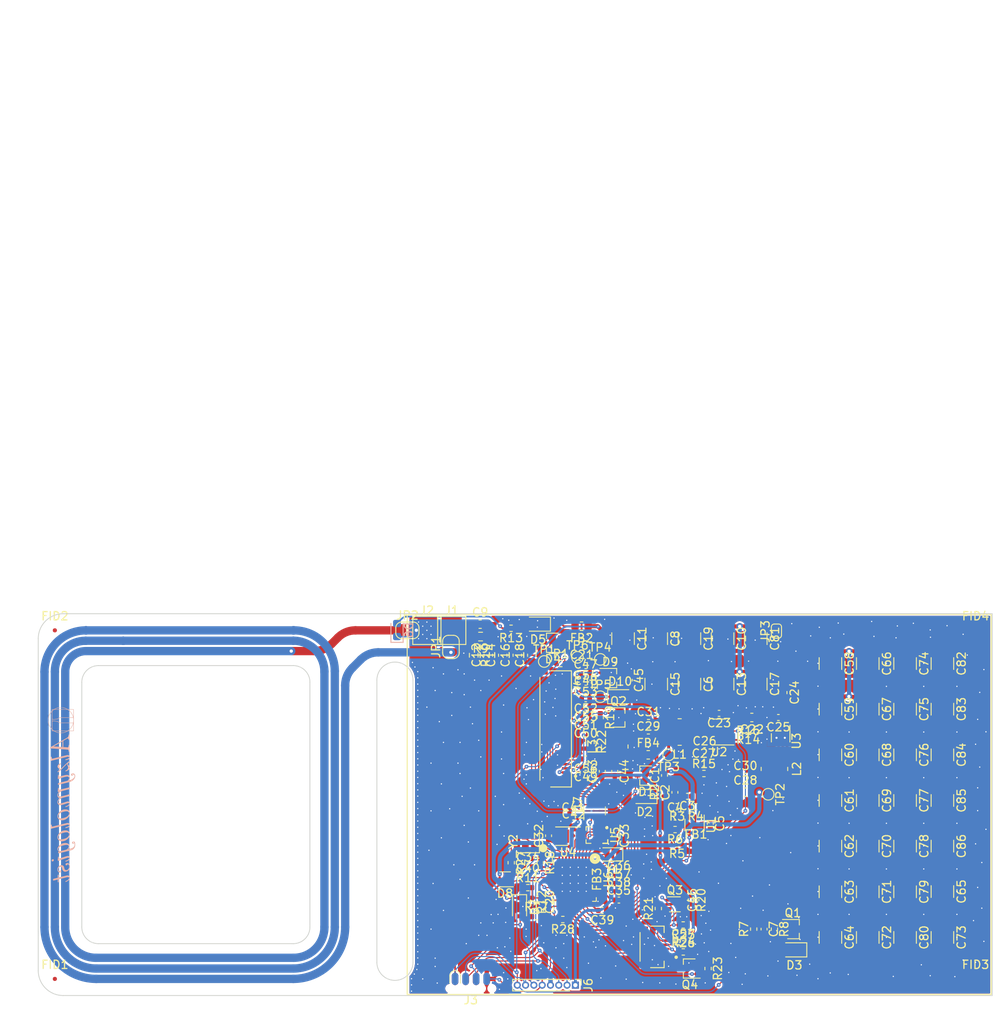
<source format=kicad_pcb>
(kicad_pcb (version 20221018) (generator pcbnew)
  (layers (0 "F.Cu" signal) (31 "B.Cu" signal) (34 "B.Paste" user) (35 "F.Paste" user) (36 "B.SilkS" user "B.Silkscreen") (37 "F.SilkS" user "F.Silkscreen") (38 "B.Mask" user) (39 "F.Mask" user) (44 "Edge.Cuts" user))
  (net 0 "")
  (net 1 "GND")
  (net 2 "+1V8")
  (net 3 "Net-(D2-K)")
  (net 4 "Net-(C3-Pad1)")
  (net 5 "Net-(U1--)")
  (net 6 "Net-(U1-V+)")
  (net 7 "/Power/CN")
  (net 8 "/MCU/HV")
  (net 9 "Net-(Q1-G)")
  (net 10 "Net-(J1-Pin_1)")
  (net 11 "/Power/DATA")
  (net 12 "Net-(C18-Pad2)")
  (net 13 "/MCU/V_CHK")
  (net 14 "Net-(D5-K)")
  (net 15 "Net-(U2-SW)")
  (net 16 "Net-(U2-BST)")
  (net 17 "+2V8")
  (net 18 "Net-(U2-FB)")
  (net 19 "Net-(U6-AVDD)")
  (net 20 "Net-(U6-CAP)")
  (net 21 "/MCU/P_GOOD")
  (net 22 "/Display/POW")
  (net 23 "Net-(C45-Pad1)")
  (net 24 "Net-(D10-A)")
  (net 25 "/Display/I2C_P")
  (net 26 "/Display/PREVGL")
  (net 27 "/Display/PREVGH")
  (net 28 "Net-(J4-Pin_4)")
  (net 29 "Net-(J4-Pin_18)")
  (net 30 "Net-(J4-Pin_20)")
  (net 31 "Net-(J4-Pin_22)")
  (net 32 "/Display/VCOM")
  (net 33 "Net-(J4-Pin_19)")
  (net 34 "Net-(J4-Pin_5)")
  (net 35 "Net-(D1-common)")
  (net 36 "Net-(D3-A)")
  (net 37 "Net-(D5-A)")
  (net 38 "Net-(D6-A)")
  (net 39 "/MCU/INT")
  (net 40 "/MCU/BUSY")
  (net 41 "/MCU/RX")
  (net 42 "/MCU/TX")
  (net 43 "/MCU/SWDIO")
  (net 44 "/MCU/SWDCK")
  (net 46 "/Display/GDR")
  (net 47 "/Display/RESE")
  (net 50 "/Display/E_BUSY")
  (net 51 "/Display/E_RES")
  (net 52 "/Display/H_D{slash}C")
  (net 53 "/Display/H_CS")
  (net 54 "/Display/H_SCK")
  (net 55 "/Display/H_SDI")
  (net 56 "/Display/T_INT")
  (net 57 "/Display/T_SCL")
  (net 58 "/Display/T_SDA")
  (net 59 "Net-(JP1-A)")
  (net 60 "Net-(U3-SW)")
  (net 61 "/Display/SCL")
  (net 62 "/Display/SDA")
  (net 63 "/Display/RES")
  (net 64 "Net-(U1-+)")
  (net 65 "/MCU/2V8_EN")
  (net 66 "/MCU/DATA")
  (net 67 "/MCU/RAM_CS")
  (net 68 "/MCU/R_MISO")
  (net 70 "/MCU/R_MOSI")
  (net 71 "/MCU/R_SCK")
  (net 73 "/MCU/FLASH_CS")
  (net 75 "/MCU/E_MISO")
  (net 76 "/Display/E_SDI")
  (net 77 "/Display/E_SCK")
  (net 79 "Net-(U6-HFXTAL_I)")
  (net 80 "Net-(U6-HFXTAL_O)")
  (net 81 "/Display/E_CS")
  (net 83 "/Display/E_D{slash}C")
  (net 86 "Net-(U6-PD01)")
  (net 87 "Net-(U6-PD00)")
  (net 90 "/MCU/P_IN")
  (footprint "Capacitor_SMD:C_0402_1005Metric" (layer "F.Cu") (at 136.685 109.21 180)
    (fp_text reference "C25")
    (fp_text value "0.1u")
  )
  (footprint "Connector_PinHeader_1.00mm:PinHeader_1x08_P1.00mm_Vertical" (layer "F.Cu") (at 112.21 141.46 -90)
    (fp_text reference "J6")
    (fp_text value "Conn_01x08")
  )
  (footprint "Capacitor_SMD:C_0402_1005Metric" (layer "F.Cu") (at 113.46 106.96 180)
    (fp_text reference "C52")
    (fp_text value "4.7x25")
  )
  (footprint "Resistor_SMD:R_0402_1005Metric" (layer "F.Cu") (at 122.96 118.23 90)
    (fp_text reference "R2")
    (fp_text value "53.6K")
  )
  (footprint "Capacitor_SMD:C_1210_3225Metric" (layer "F.Cu") (at 151.96 113.71 -90)
    (fp_text reference "C76")
    (fp_text value "47x16")
  )
  (footprint "Resistor_SMD:R_0402_1005Metric" (layer "F.Cu") (at 125.21 135.21 180)
    (fp_text reference "R26")
    (fp_text value "10K")
  )
  (footprint "Resistor_SMD:R_0402_1005Metric" (layer "F.Cu") (at 124.47 124.45 180)
    (fp_text reference "R5")
    (fp_text value "51K")
  )
  (footprint "Capacitor_SMD:C_0402_1005Metric" (layer "F.Cu") (at 127.785 113.21)
    (fp_text reference "C26")
    (fp_text value "0.1u")
  )
  (footprint "Resistor_SMD:R_0402_1005Metric" (layer "F.Cu") (at 124.23 122.71 180)
    (fp_text reference "R6")
    (fp_text value "10K")
  )
  (footprint "Resistor_SMD:R_0402_1005Metric" (layer "F.Cu") (at 106.98 131.46 -90)
    (fp_text reference "R12")
    (fp_text value "150K")
  )
  (footprint "TestPoint:TestPoint_Pad_D1.0mm" (layer "F.Cu") (at 108.46 102.46)
    (fp_text reference "TP1")
    (fp_text value "TestPoint")
  )
  (footprint "Package_TO_SOT_SMD:SOT-323_SC-70" (layer "F.Cu") (at 117.46 109.21)
    (fp_text reference "Q2")
    (fp_text value "PMF250XNEX")
  )
  (footprint "MyLib:SON-8-1EP_3x2mm_P0.5mm_EP1.4x1.6mm" (layer "F.Cu") (at 111.33 123.51125 180)
    (fp_text reference "U4")
    (fp_text value "APS6404L-SQN")
  )
  (footprint "Capacitor_SMD:C_1210_3225Metric" (layer "F.Cu") (at 142.96 124.71 -90)
    (fp_text reference "C62")
    (fp_text value "47x16")
  )
  (footprint "Capacitor_SMD:C_0402_1005Metric" (layer "F.Cu") (at 107.98 131.44 -90)
    (fp_text reference "C20")
    (fp_text value "0.1u")
  )
  (footprint "Resistor_SMD:R_0402_1005Metric" (layer "F.Cu") (at 107.49 133.21)
    (fp_text reference "R17")
    (fp_text value "10K")
  )
  (footprint "MyLib:GDEY027T91-T01_bended" (layer "F.Cu") (at 109.835 110.585 -90)
    (fp_text reference "J4")
    (fp_text value "E2154CS0C1")
  )
  (footprint "Capacitor_SMD:C_1210_3225Metric" (layer "F.Cu") (at 142.96 119.21 -90)
    (fp_text reference "C61")
    (fp_text value "47x16")
  )
  (footprint "Package_TO_SOT_SMD:SOT-353_SC-70-5" (layer "F.Cu") (at 126.58 122.16 -90)
    (fp_text reference "U1")
    (fp_text value "LMV7271")
  )
  (footprint "Capacitor_SMD:C_0402_1005Metric" (layer "F.Cu") (at 106.48 126.21 180)
    (fp_text reference "C40")
    (fp_text value "0.1u")
  )
  (footprint "Capacitor_SMD:C_0402_1005Metric" (layer "F.Cu") (at 125.21 136.46)
    (fp_text reference "C57")
    (fp_text value "4.7x25")
  )
  (footprint "Package_TO_SOT_SMD:TSOT-23-6" (layer "F.Cu") (at 129.535 110.96 180)
    (fp_text reference "U2")
    (fp_text value "AP63200WU")
  )
  (footprint "Resistor_SMD:R_0402_1005Metric" (layer "F.Cu") (at 106.48 129.71)
    (fp_text reference "R11")
    (fp_text value "976K")
  )
  (footprint "MyLib:TestPoint_Pad_2.4x3.5mm" (layer "F.Cu") (at 94.31 98.71)
    (fp_text reference "J2")
    (fp_text value "E_ANT")
  )
  (footprint "Capacitor_SMD:C_1210_3225Metric" (layer "F.Cu") (at 151.96 102.71 -90)
    (fp_text reference "C74")
    (fp_text value "47x16")
  )
  (footprint "Capacitor_SMD:C_1210_3225Metric" (layer "F.Cu") (at 151.96 124.71 -90)
    (fp_text reference "C78")
    (fp_text value "47x16")
  )
  (footprint "Resistor_SMD:R_0603_1608Metric" (layer "F.Cu") (at 99.96 101.71 -90)
    (fp_text reference "R10")
    (fp_text value "2.2")
  )
  (footprint "Package_TO_SOT_SMD:SOT-563" (layer "F.Cu") (at 124.21 131.72)
    (fp_text reference "Q3")
    (fp_text value "SSM6N35AFE")
  )
  (footprint "Resistor_SMD:R_0402_1005Metric" (layer "F.Cu") (at 136.21 134.71 -90)
    (fp_text reference "R8")
    (fp_text value "976K")
  )
  (footprint "Package_TO_SOT_SMD:SOT-323_SC-70" (layer "F.Cu") (at 125.96 139.46 180)
    (fp_text reference "Q4")
    (fp_text value "2N7002KW")
  )
  (footprint "Capacitor_SMD:C_0603_1608Metric" (layer "F.Cu") (at 112.96 100.21 180)
    (fp_text reference "C21")
    (fp_text value "10x16")
  )
  (footprint "Capacitor_SMD:C_1210_3225Metric" (layer "F.Cu") (at 151.96 119.21 -90)
    (fp_text reference "C77")
    (fp_text value "47x16")
  )
  (footprint "Capacitor_SMD:C_1210_3225Metric" (layer "F.Cu") (at 147.46 102.71 -90)
    (fp_text reference "C66")
    (fp_text value "47x16")
  )
  (footprint "Resistor_SMD:R_0402_1005Metric" (layer "F.Cu") (at 124.48 119.96 180)
    (fp_text reference "R3")
    (fp_text value "22K")
  )
  (footprint "Capacitor_SMD:C_1210_3225Metric" (layer "F.Cu") (at 147.46 130.21 -90)
    (fp_text reference "C71")
    (fp_text value "47x16")
  )
  (footprint "Capacitor_SMD:C_0402_1005Metric" (layer "F.Cu") (at 127.69 114.71)
    (fp_text reference "C27")
    (fp_text value "100p")
  )
  (footprint "Resistor_SMD:R_0402_1005Metric" (layer "F.Cu") (at 107.98 126.71 -90)
    (fp_text reference "R18")
    (fp_text value "10K")
  )
  (footprint "Capacitor_SMD:C_1210_3225Metric" (layer "F.Cu") (at 129.96 105.185 -90)
    (fp_text reference "C13")
    (fp_text value "47x16")
  )
  (footprint "Capacitor_SMD:C_0402_1005Metric" (layer "F.Cu") (at 116.98 123.46 -90)
    (fp_text reference "C33")
    (fp_text value "0.1u")
  )
  (footprint "Capacitor_SMD:C_1210_3225Metric" (layer "F.Cu") (at 142.96 130.21 -90)
    (fp_text reference "C63")
    (fp_text value "47x16")
  )
  (footprint "Capacitor_SMD:C_0402_1005Metric" (layer "F.Cu") (at 129.535 108.71 180)
    (fp_text reference "C23")
    (fp_text value "0.1u")
  )
  (footprint "Capacitor_SMD:C_0603_1608Metric" (layer "F.Cu") (at 101.71 101.71 90)
    (fp_text reference "C12")
    (fp_text value "47")
  )
  (footprint "Inductor_SMD:L_0402_1005Metric" (layer "F.Cu") (at 126.73 124.46)
    (fp_text reference "FB1")
    (fp_text value "BLM15AG102SZ1D")
  )
  (footprint "Diode_SMD:D_SOD-323F" (layer "F.Cu") (at 138.61 137.21 180)
    (fp_text reference "D3")
    (fp_text value "BZX84J-B9V1")
  )
  (footprint "Capacitor_SMD:C_1210_3225Metric" (layer "F.Cu") (at 142.96 108.21 -90)
    (fp_text reference "C59")
    (fp_text value "47x16")
  )
  (footprint "Capacitor_SMD:C_0402_1005Metric" (layer "F.Cu") (at 125.71 118.71 180)
    (fp_text reference "C3")
    (fp_text value "47p")
  )
  (footprint "Inductor_SMD:L_Wuerth_MAPI-3015" (layer "F.Cu") (at 124.785 110.96 180)
    (fp_text reference "L1")
    (fp_text value "3.3uH")
  )
  (footprint "Capacitor_SMD:C_0402_1005Metric" (layer "F.Cu") (at 113.46 105.96)
    (fp_text reference "C48")
    (fp_text value "1x50")
  )
  (footprint "MyLib:Crystal_SMD_2012-2Pin_2.0x1.2mm" (layer "F.Cu") (at 116.73 125.71 180)
    (fp_text reference "Y1")
    (fp_text value "FC2012AN")
  )
  (footprint "Capacitor_SMD:C_0603_1608Metric" (layer "F.Cu") (at 132.71 118.21)
    (fp_text reference "C28")
    (fp_text value "22x6.3")
  )
  (footprint "MyLib:Crystal_SMD_2016-4Pin_2.0x1.6mm" (layer "F.Cu") (at 106.73 124.16 90)
    (fp_text reference "Y2")
    (fp_text value "39MHz")
  )
  (footprint "Capacitor_SMD:C_1210_3225Metric" (layer "F.Cu") (at 142.96 113.71 -90)
    (fp_text reference "C60")
    (fp_text value "47x16")
  )
  (footprint "Capacitor_SMD:C_0402_1005Metric" (layer "F.Cu") (at 108.98 123.46 90)
    (fp_text reference "C32")
    (fp_text value "0.1u")
  )
  (footprint "Resistor_SMD:R_0402_1005Metric" (layer "F.Cu") (at 110.46 102.71)
    (fp_text reference "R1")
    (fp_text value "10K")
  )
  (footprint "Capacitor_SMD:C_0402_1005Metric" (layer "F.Cu") (at 113.46 115.21 180)
    (fp_text reference "C49")
    (fp_text value "4.7x25")
  )
  (footprint "Capacitor_SMD:C_1210_3225Metric" (layer "F.Cu") (at 147.46 135.71 -90)
    (fp_text reference "C72")
    (fp_text value "47x16")
  )
  (footprint "Resistor_SMD:R_0402_1005Metric" (layer "F.Cu") (at 125.22 137.46)
    (fp_text reference "R24")
    (fp_text value "10K")
  )
  (footprint "Capacitor_SMD:C_1210_3225Metric" (layer "F.Cu") (at 147.46 119.21 -90)
    (fp_text reference "C69")
    (fp_text value "47x16")
  )
  (footprint "Capacitor_SMD:C_0402_1005Metric" (layer "F.Cu") (at 113.44 103.96)
    (fp_text reference "C47")
    (fp_text value "1x50")
  )
  (footprint "Capacitor_SMD:C_0603_1608Metric" (layer "F.Cu") (at 121.035 109.96)
    (fp_text reference "C31")
    (fp_text value "22x6.3")
  )
  (footprint "Capacitor_SMD:C_0402_1005Metric" (layer "F.Cu") (at 113.46 102.96 180)
    (fp_text reference "C54")
    (fp_text value "1x50")
  )
  (footprint "Capacitor_SMD:C_1210_3225Metric" (layer "F.Cu") (at 125.96 99.71 -90)
    (fp_text reference "C19")
    (fp_text value "47x16")
  )
  (footprint "MyLib:SOIC_clipProgSmall" (layer "F.Cu") (at 99.615 139.96 180)
    (fp_text reference "J3")
    (fp_text value "SOICbite ")
  )
  (footprint "Capacitor_SMD:C_1210_3225Metric" (layer "F.Cu") (at 156.46 113.71 -90)
    (fp_text reference "C84")
    (fp_text value "47x16")
  )
  (footprint "Capacitor_SMD:C_0402_1005Metric" (layer "F.Cu") (at 124.23 121.21)
    (fp_text reference "C4")
    (fp_text value "0.1u")
  )
  (footprint "Jumper:SolderJumper-2_P1.3mm_Open_RoundedPad1.0x1.5mm" (layer "F.Cu") (at 97.21 100.71 90)
    (fp_text reference "JP1")
    (fp_text value "SolderJumper_2_Open")
  )
  (footprint "Resistor_SMD:R_0402_1005Metric" (layer "F.Cu") (at 133.71 134.71 90)
    (fp_text reference "R7")
    (fp_text value "10K")
  )
  (footprint "Capacitor_SMD:C_0603_1608Metric" (layer "F.Cu") (at 132.71 116.46)
    (fp_text reference "C30")
    (fp_text value "22x6.3")
  )
  (footprint "Capacitor_SMD:C_1210_3225Metric" (layer "F.Cu") (at 147.46 124.71 -90)
    (fp_text reference "C70")
    (fp_text value "47x16")
  )
  (footprint "Package_DFN_QFN:Texas_R-PUQFN-N12" (layer "F.Cu") (at 114.53 120.46 90)
    (fp_text reference "U7")
    (fp_text value "TXU0104PW")
  )
  (footprint "Capacitor_SMD:C_0402_1005Metric" (layer "F.Cu") (at 113.46 109.96 180)
    (fp_text reference "C50")
    (fp_text value "1x50")
  )
  (footprint "Inductor_SMD:L_0603_1608Metric" (layer "F.Cu") (at 112.96 98.21 180)
    (fp_text reference "FB2")
    (fp_text value "BLM18KG102SN1D")
  )
  (footprint "Resistor_SMD:R_0603_1608Metric" (layer "F.Cu") (at 100.785 99.46 180)
    (fp_text reference "R9")
    (fp_text value "1K")
  )
  (footprint "Capacitor_SMD:C_1210_3225Metric" (layer "F.Cu") (at 133.96 99.71 -90)
    (fp_text reference "C81")
    (fp_text value "47x16")
  )
  (footprint "Capacitor_SMD:C_1210_3225Metric" (layer "F.Cu") (at 156.46 130.185 -90)
    (fp_text reference "C65")
    (fp_text value "47x16")
  )
  (footprint "Capacitor_SMD:C_1210_3225Metric" (layer "F.Cu") (at 151.96 130.21 -90)
    (fp_text reference "C79")
    (fp_text value "47x16")
  )
  (footprint "Capacitor_SMD:C_0402_1005Metric" (layer "F.Cu") (at 117.46 129.21)
    (fp_text reference "C37")
    (fp_text value "0.1u")
  )
  (footprint "Capacitor_SMD:C_0402_1005Metric" (layer "F.Cu") (at 117.46 131.21)
    (fp_text reference "C35")
    (fp_text value "0.1u")
  )
  (footprint "Resistor_SMD:R_0402_1005Metric" (layer "F.Cu") (at 126.72 119.96 180)
    (fp_text reference "R4")
    (fp_text value "10K")
  )
  (footprint "Capacitor_SMD:C_1210_3225Metric" (layer "F.Cu") (at 142.96 102.71 -90)
    (fp_text reference "C58")
    (fp_text value "47x16")
  )
  (footprint "Capacitor_SMD:C_1210_3225Metric" (layer "F.Cu") (at 125.96 105.185 -90)
    (fp_text reference "C6")
    (fp_text value "47x16")
  )
  (footprint "Capacitor_SMD:C_1210_3225Metric" (layer "F.Cu") (at 156.46 135.71 -90)
    (fp_text reference "C73")
    (fp_text value "47x16")
  )
  (footprint "Capacitor_SMD:C_0402_1005Metric" (layer "F.Cu") (at 113.46 114.21 180)
    (fp_text reference "C56")
    (fp_text value "4.7x25")
  )
  (footprint "Capacitor_SMD:C_0603_1608Metric" (layer "F.Cu") (at 100.735 97.96)
    (fp_text reference "C9")
    (fp_text value "NC")
  )
  (footprint "Resistor_SMD:R_0603_1608Metric" (layer "F.Cu") (at 113.96 112.135 -90)
    (fp_text reference "R22")
    (fp_text value "0.47R")
  )
  (footprint "Capacitor_SMD:C_0402_1005Metric" (layer "F.Cu") (at 117.46 130.21)
    (fp_text reference "C38")
    (fp_text value "0.1u")
  )
  (footprint "Capacitor_SMD:C_0402_1005Metric" (layer "F.Cu") (at 116.96 115.69 -90)
    (fp_text reference "C44")
    (fp_text value "0.1")
  )
  (footprint "Inductor_SMD:L_Wuerth_MAPI-3015" (layer "F.Cu") (at 116.96 112.71 90)
    (fp_text reference "L3")
    (fp_text value "NR3015T100M")
  )
  (footprint "Capacitor_SMD:C_0603_1608Metric" (layer "F.Cu") (at 137.21 106.21 -90)
    (fp_text reference "C24")
    (fp_text value "10x16")
  )
  (footprint "Capacitor_SMD:C_0402_1005Metric" (layer "F.Cu") (at 113.46 107.96 180)
    (fp_text reference "C55")
    (fp_text value "1x50")
  )
  (footprint "Fiducial:Fiducial_0.5mm_Mask1.5mm" (layer "F.Cu") (at 160.46 140.71)
    (fp_text reference "FID3")
    (fp_text value "Fiducial")
  )
  (footprint "MyLib:SolderJumper_0.8.x1mm" (layer "F.Cu") (at 136.44 98.8 90)
    (fp_text reference "JP3")
    (fp_text value "SolderJumper_2_Open")
  )
  (footprint "Capacitor_SMD:C_0402_1005Metric" (layer "F.Cu") (at 115.46 115.69 90)
    (fp_text reference "C43")
    (fp_text value "4.7x25")
  )
  (footprint "Resistor_SMD:R_0402_1005Metric" (layer "F.Cu") (at 127.71 115.96)
    (fp_text reference "R15")
    (fp_text value "130K")
  )
  (footprint "Resistor_SMD:R_0402_1005Metric" (layer "F.Cu") (at 104.46 98.46 180)
    (fp_text reference "R13")
    (fp_text value "10")
  )
  (footprint "Capacitor_SMD:C_1210_3225Metric" (layer "F.Cu") (at 147.46 113.71 -90)
    (fp_text reference "C68")
    (fp_text value "47x16")
  )
  (footprint "Capacitor_SMD:C_1210_3225Metric" (layer "F.Cu") (at 151.96 108.21 -90)
    (fp_text reference "C75")
    (fp_text value "47x16")
  )
  (footprint "Package_TO_SOT_SMD:SOT-323_SC-70" (layer "F.Cu") (at 138.48 134.71)
    (fp_text reference "Q1")
    (fp_text value "PMF250XNEX")
  )
  (footprint "Resistor_SMD:R_0402_1005Metric" (layer "F.Cu") (at 128.21 139.46 -90)
    (fp_text reference "R23")
    (fp_text value "10K")
  )
  (footprint "Capacitor_SMD:C_0402_1005Metric" (layer "F.Cu") (at 122.96 116.19 90)
    (fp_text reference "C1")
    (fp_text value "0.1u")
  )
  (footprint "Resistor_SMD:R_0402_1005Metric" (layer "F.Cu") (at 126.21 131.21 -90)
    (fp_text reference "R20")
    (fp_text value "1K")
  )
  (footprint "Capacitor_SMD:C_0402_1005Metric" (layer "F.Cu") (at 113.46 108.96 180)
    (fp_text reference "C51")
    (fp_text value "1x50")
  )
  (footprint "MyLib:WLCSP 12-ball 3 x 2 x 3 Array" (layer "F.Cu") (at 114.81 123.37125 -90)
    (fp_text reference "U5")
    (fp_text value "AT25XE321D-UUN-T")
  )
  (footprint "Capacitor_SMD:C_1210_3225Metric" (layer "F.Cu") (at 133.96 105.185 -90)
    (fp_text reference "C17")
    (fp_text value "47x16")
  )
  (footprint "Fiducial:Fiducial_0.5mm_Mask1.5mm" (layer "F.Cu") (at 160.46 98.71)
    (fp_text reference "FID4")
    (fp_text value "Fiducial")
  )
  (footprint "Capacitor_SMD:C_0402_1005Metric" (layer "F.Cu") (at 115.46 132.46 180)
    (fp_text reference "C39")
    (fp_text value "1x50")
  )
  (footprint "Capacitor_SMD:C_0603_1608Metric" (layer "F.Cu") (at 121.01 111.71)
    (fp_text reference "C29")
    (fp_text value "22x6.3")
  )
  (footprint "MyLib:QFN-40_EP_5x5_Pitch0.4mm" (layer "F.Cu") (at 112.08 128.71 -90)
    (fp_text reference "U6")
    (fp_text value "EFM32PG23B200F512IM40")
  )
  (footprint "Capacitor_SMD:C_0402_1005Metric" (layer "F.Cu") (at 106.5 127.21)
    (fp_text reference "C34")
    (fp_text value "4.7x25")
  )
  (footprint "Resistor_SMD:R_0402_1005Metric" (layer "F.Cu") (at 122.21 132.23 90)
    (fp_text reference "R21")
    (fp_text value "1K")
  )
  (footprint "Package_TO_SOT_SMD:SOT-323_SC-70" (layer "F.Cu") (at 120.71 116.21 180)
    (fp_text reference "D1")
    (fp_text value "BAV99W")
  )
  (footprint "Diode_SMD:D_SOD-323F" (layer "F.Cu") (at 105.48 132.06 -90)
    (fp_text reference "D7")
    (fp_text value "BAT54WS")
  )
  (footprint "Inductor_SMD:L_Wuerth_MAPI-3015" (layer "F.Cu") (at 136.21 115.41 -90)
    (fp_text reference "L2")
    (fp_text value "2.2uH")
  )
  (footprint "Inductor_SMD:L_0603_1608Metric" (layer "F.Cu") (at 120.9975 113.71)
    (fp_text reference "FB4")
    (fp_text value "BLM18KG102SN1D")
  )
  (footprint "TestPoint:TestPoint_Pad_D1.0mm" (layer "F.Cu") (at 123.46 113.71 180)
    (fp_text reference "TP3")
    (fp_text value "TestPoint")
  )
  (footprint "Package_SON:WSON-8-1EP_2x2mm_P0.5mm_EP0.9x1.6mm_ThermalVias" (layer "F.Cu") (at 136.96 111.66 -90)
    (fp_text reference "U3")
    (fp_text value "TPS62171DSG")
  )
  (footprint "Resistor_SMD:R_0402_1005Metric" (layer "F.Cu") (at 104.48 126.71 -90)
    (fp_text reference "R27")
    (fp_text value "10K")
  )
  (footprint "Fiducial:Fiducial_0.5mm_Mask1.5mm" (layer "F.Cu") (at 49.46 140.71)
    (fp_text reference "FID1")
    (fp_text value "Fiducial")
  )
  (footprint "Fiducial:Fiducial_0.5mm_Mask1.5mm" (layer "F.Cu") (at 49.46 98.71)
    (fp_text reference "FID2")
    (fp_text value "Fiducial")
  )
  (footprint "Capacitor_SMD:C_1210_3225Metric" (layer "F.Cu") (at 121.96 99.71 -90)
    (fp_text reference "C8")
    (fp_text value "47x16")
  )
  (footprint "Capacitor_SMD:C_0603_1608Metric" (layer "F.Cu") (at 106.96 101.71 90)
    (fp_text reference "C18")
    (fp_text value "68")
  )
  (footprint "Capacitor_SMD:C_1210_3225Metric" (layer "F.Cu") (at 156.46 124.71 -90)
    (fp_text reference "C86")
    (fp_text value "47x16")
  )
  (footprint "Capacitor_SMD:C_0402_1005Metric" (layer "F.Cu") (at 124.21 118.23 90)
    (fp_text reference "C2")
    (fp_text value "100p")
  )
  (footprint "Capacitor_SMD:C_0402_1005Metric" (layer "F.Cu") (at 113.46 104.96 180)
    (fp_text reference "C53")
    (fp_text value "4.7x25")
  )
  (footprint "Diode_SMD:D_SOD-323F" (layer "F.Cu") (at 120.56 118.73 180)
    (fp_text reference "D2")
    (fp_text value "BAT54WS")
  )
  (footprint "Capacitor_SMD:C_0603_1608Metric" (layer "F.Cu") (at 133.485 109.21 180)
    (fp_text reference "C22")
    (fp_text value "10x16")
  )
  (footprint "TestPoint:TestPoint_Pad_D1.0mm" (layer "F.Cu") (at 112.46 101.96)
    (fp_text reference "TP6")
    (fp_text value "TestPoint")
  )
  (footprint "Diode_SMD:D_SOD-323F" (layer "F.Cu") (at 117.61 106.71)
    (fp_text reference "D10")
    (fp_text value "BAT54WS")
  )
  (footprint "Resistor_SMD:R_0402_1005Metric" (layer "F.Cu") (at 125.21 134.21 180)
    (fp_text reference "R25")
    (fp_text value "10K")
  )
  (footprint "Capacitor_SMD:C_1210_3225Metric" (layer "F.Cu") (at 151.96 135.71 -90)
    (fp_text reference "C80")
    (fp_text value "47x16")
  )
  (footprint "Capacitor_SMD:C_0402_1005Metric" (layer "F.Cu") (at 117.46 128.21)
    (fp_text reference "C36")
    (fp_text value "0.1u")
  )
  (footprint "TestPoint:TestPoint_Pad_D1.0mm" (layer "F.Cu") (at 115.21 102.21)
    (fp_text reference "TP4")
    (fp_text value "TestPoint")
  )
  (footprint "Resistor_SMD:R_0402_1005Metric" (layer "F.Cu") (at 115.21 109.21 -90)
    (fp_text reference "R19")
    (fp_text value "470K")
  )
  (footprint "Capacitor_SMD:C_0402_1005Metric" (layer "F.Cu") (at 127.46 131.21 90)
    (fp_text reference "C46")
    (fp_text value "0.1u")
  )
  (footprint "Capacitor_SMD:C_0603_1608Metric" (layer "F.Cu") (at 103.46 101.71 90)
    (fp_text reference "C14")
    (fp_text value "47")
  )
  (footprint "Package_TO_SOT_SMD:SOT-323_SC-70" (layer "F.Cu") (at 116.46 104.46)
    (fp_text reference "D9")
    (fp_text value "BAS70-04W")
  )
  (footprint "Capacitor_SMD:C_1210_3225Metric" (layer "F.Cu") (at 142.96 135.71 -90)
    (fp_text reference "C64")
    (fp_text value "47x16")
  )
  (footprint "TestPoint:TestPoint_Pad_D1.0mm" (layer "F.Cu") (at 135.46 118.46 -90)
    (fp_text reference "TP2")
    (fp_text value "TestPoint")
  )
  (footprint "MyLib:SOT-523" (layer "F.Cu") (at 103.73 128.71 180)
    (fp_text reference "D8")
    (fp_text value "BAT54CT")
  )
  (footprint "Diode_SMD:D_SOD-323F" (layer "F.Cu") (at 107.71 97.96 180)
    (fp_text reference "D5")
    (fp_text value " D3Z13BF-7")
  )
  (footprint "Capacitor_SMD:C_1210_3225Metric" (layer "F.Cu") (at 147.46 108.21 -90)
    (fp_text reference "C67")
    (fp_text value "47x16")
  )
  (footprint "Capacitor_SMD:C_0402_1005Metric" (layer "F.Cu") (at 112 119.71 180)
    (fp_text reference "C42")
    (fp_text value "0.1u")
  )
  (footprint "Capacitor_SMD:C_0603_1608Metric" (layer "F.Cu") (at 105.21 101.71 90)
    (fp_text reference "C16")
    (fp_text value "100")
  )
  (footprint "MyLib:HRS_FH34SRJ-6S-0.5SH(50)" (layer "F.Cu") (at 121.81 136.85 -90)
    (fp_text reference "J5")
    (fp_text value "TOUCH")
  )
  (footprint "TestPoint:TestPoint_Pad_D1.0mm" (layer "F.Cu") (at 115.21 106.71)
    (fp_text reference "TP5")
    (fp_text value "TestPoint")
  )
  (footprint "MyLib:TestPoint_Pad_2.4x3.5mm" (layer "F.Cu") (at 97.31 98.71)
    (fp_text reference "J1")
    (fp_text value "E_ANT")
  )
  (footprint "Resistor_SMD:R_0402_1005Metric" (layer "F.Cu") (at 133.045 110.71 180)
    (fp_text reference "R14")
    (fp_text value "150K")
  )
  (footprint "Capacitor_SMD:C_0402_1005Metric" (layer "F.Cu") (at 128.48 121.98 -90)
    (fp_text reference "C5")
    (fp_text value "0.1u")
  )
  (footprint "Capacitor_SMD:C_1210_3225Metric" (layer "F.Cu") (at 156.46 102.71 -90)
    (fp_text reference "C82")
    (fp_text value "47x16")
  )
  (footprint "Capacitor_SMD:C_1210_3225Metric" (layer "F.Cu") (at 121.96 105.185 -90)
    (fp_text reference "C15")
    (fp_text value "47x16")
  )
  (footprint "Resistor_SMD:R_0402_1005Metric" (layer "F.Cu") (at 110.7 133.55 180)
    (fp_text reference "R28")
    (fp_text value "10K")
  )
  (footprint "Inductor_SMD:L_0402_1005Metric" (layer "F.Cu") (at 115.98 128.71 90)
    (fp_text reference "FB3")
    (fp_text value "BLM15AG102SZ1D")
  )
  (footprint "Capacitor_SMD:C_1210_3225Metric" (layer "F.Cu") (at 117.96 99.71 -90)
    (fp_text reference "C11")
    (fp_text value "47x16")
  )
  (footprint "Capacitor_SMD:C_1210_3225Metric" (layer "F.Cu") (at 156.46 119.21 -90)
    (fp_text reference "C85")
    (fp_text value "47x16")
  )
  (footprint "Resistor_SMD:R_0402_1005Metric" (layer "F.Cu") (at 133.045 111.96)
    (fp_text reference "R16")
    (fp_text value "52.3K")
  )
  (footprint "Package_TO_SOT_SMD:SOT-323_SC-70" (layer "F.Cu") (at 109.46 100.21 180)
    (fp_text reference "D4")
    (fp_text value "BAS70-04W")
  )
  (footprint "Capacitor_SMD:C_1210_3225Metric" (layer "F.Cu") (at 156.46 108.21 -90)
    (fp_text reference "C83")
    (fp_text value "47x16")
  )
  (footprint "Jumper:SolderJumper-2_P1.3mm_Open_RoundedPad1.0x1.5mm" (layer "F.Cu") (at 91.96 98.71)
    (fp_text reference "JP2")
    (fp_text value "SolderJumper_2_Open")
  )
  (footprint "Capacitor_SMD:C_0402_1005Metric" (layer "F.Cu") (at 111.98 121.21)
    (fp_text reference "C41")
    (fp_text value "0.1u")
  )
  (footprint "Capacitor_SMD:C_0402_1005Metric" (layer "F.Cu") (at 118.71 104.71 -90)
    (fp_text reference "C45")
    (fp_text value "4.7x25")
  )
  (footprint "Capacitor_SMD:C_0402_1005Metric" (layer "F.Cu") (at 134.96 134.71 -90)
    (fp_text reference "C7")
    (fp_text value "1uF")
  )
  (footprint "Capacitor_SMD:C_1210_3225Metric" (layer "F.Cu") (at 129.96 99.71 -90)
    (fp_text reference "C10")
    (fp_text value "47x16")
  )
  (footprint "LED_SMD:LED_0603_1608Metric" (layer "B.Cu") (at 90.71 98.6725 90)
    (fp_text reference "D6")
    (fp_text value "LED_RED")
  )
  (gr_poly locked (pts (xy 49.780625 121.140279) (xy 49.781059 121.154109) (xy 49.781726 121.167353) (xy 49.782638 121.180077) (xy 49.783806 121.192344) (xy 49.785243 121.204221) (xy 49.78696 121.215773) (xy 49.788968 121.227063) (xy 49.791279 121.238159) (xy 49.793904 121.249124) (xy 49.796857 121.260024) (xy 49.800147 121.270925) (xy 49.803786 121.28189) (xy 49.807787 121.292985) (xy 49.812161 121.304276) (xy 49.821069 121.324744) (xy 49.831289 121.344839) (xy 49.842765 121.36451) (xy 49.855445 121.383709) (xy 49.869276 121.402383) (xy 49.884203 121.420482) (xy 49.900174 121.437957) (xy 49.917134 121.454757) (xy 49.935031 121.470831) (xy 49.953811 121.48613) (xy 49.973421 121.500602) (xy 49.993806 121.514197) (xy 50.014913 121.526865) (xy 50.03669 121.538556) (xy 50.059082 121.549219) (xy 50.082036 121.558804) (xy 50.116353 121.570669) (xy 50.152306 121.580477) (xy 50.189706 121.588242) (xy 50.228367 121.593977) (xy 50.268101 121.597697) (xy 50.30872 121.599416) (xy 50.350036 121.599147) (xy 50.391863 121.596904) (xy 50.434012 121.592702) (xy 50.476296 121.586554) (xy 50.518527 121.578475) (xy 50.560518 121.568478) (xy 50.602081 121.556577) (xy 50.643029 121.542786) (xy 50.683174 121.52712) (xy 50.722328 121.509591) (xy 50.764141 121.488199) (xy 50.805516 121.464431) (xy 50.846262 121.43848) (xy 50.886187 121.410539) (xy 50.925102 121.380799) (xy 50.962815 121.349453) (xy 50.999136 121.316694) (xy 51.033875 121.282712) (xy 51.066839 121.247701) (xy 51.09784 121.211853) (xy 51.126685 121.175361) (xy 51.153185 121.138415) (xy 51.177149 121.101209) (xy 51.198385 121.063934) (xy 51.216704 121.026784) (xy 51.231915 120.98995) (xy 51.241193 120.963772) (xy 51.24889 120.939472) (xy 51.252194 120.927777) (xy 51.25516 120.916252) (xy 51.257809 120.904797) (xy 51.260159 120.893311) (xy 51.262231 120.881695) (xy 51.264042 120.869849) (xy 51.265614 120.857673) (xy 51.266964 120.845066) (xy 51.26908 120.818162) (xy 51.270544 120.788338) (xy 51.271346 120.757293) (xy 51.271437 120.743185) (xy 51.271305 120.729881) (xy 51.270937 120.717279) (xy 51.270321 120.705273) (xy 51.269445 120.69376) (xy 51.268295 120.682637) (xy 51.266861 120.671799) (xy 51.265129 120.661142) (xy 51.263086 120.650562) (xy 51.260722 120.639957) (xy 51.258022 120.629221) (xy 51.254975 120.618251) (xy 51.251569 120.606943) (xy 51.24779 120.595193) (xy 51.238236 120.569371) (xy 51.226696 120.544146) (xy 51.213255 120.519592) (xy 51.197999 120.495784) (xy 51.181013 120.472798) (xy 51.162381 120.450708) (xy 51.142191 120.429591) (xy 51.120526 120.409521) (xy 51.097471 120.390573) (xy 51.073113 120.372823) (xy 51.047537 120.356346) (xy 51.020827 120.341217) (xy 50.99307 120.327511) (xy 50.964349 120.315303) (xy 50.934751 120.304669) (xy 50.904361 120.295684) (xy 50.88727 120.291271) (xy 50.872206 120.28787) (xy 50.857527 120.28535) (xy 50.855147 120.285085) (xy 50.855147 120.517484) (xy 50.877903 120.517933) (xy 50.901062 120.518932) (xy 50.92278 120.520362) (xy 50.943153 120.522261) (xy 50.96228 120.524664) (xy 50.980256 120.527606) (xy 50.997179 120.531124) (xy 51.013145 120.535252) (xy 51.028252 120.540027) (xy 51.042596 120.545483) (xy 51.056274 120.551658) (xy 51.069383 120.558586) (xy 51.08202 120.566303) (xy 51.094282 120.574845) (xy 51.106266 120.584247) (xy 51.118068 120.594545) (xy 51.129786 120.605775) (xy 51.138567 120.614785) (xy 51.146486 120.623428) (xy 51.153582 120.631811) (xy 51.159899 120.640038) (xy 51.165478 120.648217) (xy 51.17036 120.656451) (xy 51.174589 120.664846) (xy 51.178205 120.673508) (xy 51.18125 120.682542) (xy 51.183767 120.692054) (xy 51.185797 120.702148) (xy 51.187383 120.712931) (xy 51.188565 120.724508) (xy 51.189386 120.736984) (xy 51.189887 120.750464) (xy 51.190111 120.765054) (xy 51.189999 120.782435) (xy 51.189615 120.797242) (xy 51.189297 120.803853) (xy 51.188883 120.810028) (xy 51.188364 120.815835) (xy 51.18773 120.821344) (xy 51.186972 120.826623) (xy 51.18608 120.831742) (xy 51.185046 120.83677) (xy 51.18386 120.841775) (xy 51.182513 120.846826) (xy 51.180995 120.851993) (xy 51.179298 120.857345) (xy 51.177411 120.86295) (xy 51.173948 120.872777) (xy 51.170295 120.882429) (xy 51.166436 120.891931) (xy 51.162354 120.901306) (xy 51.158034 120.910579) (xy 51.153459 120.919774) (xy 51.148612 120.928915) (xy 51.143478 120.938026) (xy 51.13804 120.94713) (xy 51.132282 120.956252) (xy 51.126187 120.965416) (xy 51.11974 120.974646) (xy 51.112924 120.983966) (xy 51.105722 120.993399) (xy 51.098119 121.002971) (xy 51.090098 121.012705) (xy 51.066523 121.039264) (xy 51.040646 121.064965) (xy 51.012475 121.089805) (xy 50.982016 121.113783) (xy 50.949275 121.136896) (xy 50.914258 121.159142) (xy 50.876971 121.180518) (xy 50.837421 121.201022) (xy 50.795614 121.220651) (xy 50.751556 121.239404) (xy 50.705253 121.257278) (xy 50.656711 121.27427) (xy 50.605937 121.290379) (xy 50.552936 121.305602) (xy 50.497716 121.319936) (xy 50.440282 121.33338) (xy 50.386183 121.344407) (xy 50.334441 121.352888) (xy 50.309466 121.356178) (xy 50.285095 121.358834) (xy 50.261332 121.360858) (xy 50.238182 121.362252) (xy 50.215649 121.363017) (xy 50.193739 121.363153) (xy 50.172457 121.362662) (xy 50.151806 121.361545) (xy 50.131793 121.359803) (xy 50.112421 121.357438) (xy 50.093695 121.354451) (xy 50.07562 121.350842) (xy 50.058201 121.346613) (xy 50.041442 121.341765) (xy 50.025349 121.336299) (xy 50.009926 121.330217) (xy 49.995177 121.323519) (xy 49.981108 121.316207) (xy 49.967724 121.308281) (xy 49.955028 121.299744) (xy 49.943026 121.290596) (xy 49.931722 121.280838) (xy 49.921122 121.270472) (xy 49.91123 121.259498) (xy 49.90205 121.247919) (xy 49.893589 121.235734) (xy 49.885849 121.222945) (xy 49.878836 121.209554) (xy 49.873874 121.198922) (xy 49.87181 121.194135) (xy 49.869997 121.189586) (xy 49.868417 121.18519) (xy 49.867051 121.180859) (xy 49.865878 121.176507) (xy 49.864879 121.17205) (xy 49.864036 121.1674) (xy 49.863328 121.162472) (xy 49.862736 121.15718) (xy 49.862242 121.151437) (xy 49.861465 121.138257) (xy 49.860844 121.122242) (xy 49.860643 121.110822) (xy 49.86065 121.100111) (xy 49.860886 121.090012) (xy 49.861374 121.080429) (xy 49.862134 121.071265) (xy 49.863188 121.062422) (xy 49.864559 121.053804) (xy 49.866268 121.045314) (xy 49.868337 121.036855) (xy 49.870787 121.02833) (xy 49.87364 121.019642) (xy 49.876918 121.010695) (xy 49.880642 121.001391) (xy 49.884835 120.991634) (xy 49.889517 120.981326) (xy 49.894711 120.970371) (xy 49.899821 120.959945) (xy 49.905055 120.949864) (xy 49.91045 120.940078) (xy 49.916043 120.930535) (xy 49.921872 120.921185) (xy 49.927974 120.911975) (xy 49.934386 120.902855) (xy 49.941145 120.893775) (xy 49.948289 120.884681) (xy 49.955855 120.875525) (xy 49.963879 120.866253) (xy 49.972399 120.856816) (xy 49.981453 120.847161) (xy 49.991077 120.837238) (xy 50.012186 120.816383) (xy 50.032006 120.798037) (xy 50.052797 120.78029) (xy 50.074603 120.763121) (xy 50.097465 120.746509) (xy 50.121424 120.730434) (xy 50.146522 120.714874) (xy 50.172802 120.699809) (xy 50.200305 120.685217) (xy 50.229073 120.671078) (xy 50.259148 120.65737) (xy 50.290571 120.644074) (xy 50.323386 120.631167) (xy 50.357632 120.61863) (xy 50.393353 120.60644) (xy 50.430591 120.594578) (xy 50.469386 120.583022) (xy 50.533582 120.565184) (xy 50.591929 120.550453) (xy 50.619238 120.5442) (xy 50.645478 120.538661) (xy 50.670779 120.533816) (xy 50.695274 120.529642) (xy 50.719093 120.526119) (xy 50.742367 120.523227) (xy 50.765227 120.520943) (xy 50.787804 120.519248) (xy 50.810229 120.518121) (xy 50.832633 120.51754) (xy 50.855147 120.517484) (xy 50.855147 120.285085) (xy 50.841589 120.283579) (xy 50.822748 120.282429) (xy 50.799363 120.281769) (xy 50.769788 120.281468) (xy 50.732382 120.281397) (xy 50.684916 120.281561) (xy 50.64416 120.282612) (xy 50.625759 120.283545) (xy 50.608389 120.284791) (xy 50.591835 120.28638) (xy 50.575881 120.288341) (xy 50.560311 120.290706) (xy 50.54491 120.293504) (xy 50.529463 120.296765) (xy 50.513753 120.300521) (xy 50.497566 120.3048) (xy 50.480687 120.309633) (xy 50.443986 120.321084) (xy 50.417127 120.330331) (xy 50.390515 120.340418) (xy 50.36414 120.351353) (xy 50.337987 120.363144) (xy 50.312046 120.375801) (xy 50.286303 120.389331) (xy 50.260746 120.403743) (xy 50.235362 120.419046) (xy 50.21014 120.435248) (xy 50.185066 120.452358) (xy 50.160129 120.470383) (xy 50.135316 120.489334) (xy 50.110615 120.509218) (xy 50.086013 120.530043) (xy 50.061498 120.551819) (xy 50.037057 120.574554) (xy 50.013219 120.597892) (xy 49.990347 120.621829) (xy 49.968474 120.646307) (xy 49.947636 120.671268) (xy 49.927868 120.696653) (xy 49.909204 120.722406) (xy 49.89168 120.748466) (xy 49.87533 120.774777) (xy 49.86019 120.801281) (xy 49.846293 120.827918) (xy 49.833676 120.854632) (xy 49.822372 120.881363) (xy 49.812418 120.908054) (xy 49.803846 120.934647) (xy 49.796694 120.961083) (xy 49.790994 120.987304) (xy 49.786232 121.010918) (xy 49.784297 121.020567) (xy 49.783057 121.026991) (xy 49.782661 121.030606) (xy 49.782271 121.036856) (xy 49.781536 121.055897) (xy 49.780899 121.081388) (xy 49.780411 121.1106)) (fill solid) (layer "B.SilkS"))
  (gr_poly locked (pts (xy 48.673924 109.915551) (xy 48.686787 109.96375) (xy 48.700978 110.011128) (xy 48.716511 110.057708) (xy 48.733397 110.103512) (xy 48.751651 110.148563) (xy 48.771285 110.192883) (xy 48.792313 110.236494) (xy 48.814748 110.279419) (xy 48.838603 110.32168) (xy 48.863891 110.363301) (xy 48.890626 110.404303) (xy 48.91882 110.444709) (xy 48.948487 110.484541) (xy 48.97964 110.523823) (xy 49.012292 110.562575) (xy 49.046457 110.600822) (xy 49.10784 110.668026) (xy 49.10784 110.75428) (xy 49.10794 110.775428) (xy 49.108237 110.793686) (xy 49.10846 110.801759) (xy 49.108733 110.809142) (xy 49.109056 110.815845) (xy 49.109428 110.821881) (xy 49.109849 110.827259) (xy 49.110321 110.831991) (xy 49.110842 110.836087) (xy 49.111412 110.839558) (xy 49.112032 110.842416) (xy 49.112702 110.84467) (xy 49.113055 110.845574) (xy 49.113421 110.846332) (xy 49.1138 110.846945) (xy 49.11419 110.847413) (xy 49.115435 110.848269) (xy 49.117401 110.849053) (xy 49.123608 110.850414) (xy 49.133026 110.851515) (xy 49.145874 110.852374) (xy 49.162368 110.85301) (xy 49.182726 110.853441) (xy 49.235899 110.853763) (xy 49.350728 110.853763) (xy 49.399411 110.882867) (xy 49.444316 110.908825) (xy 49.491011 110.933288) (xy 49.539324 110.956215) (xy 49.589084 110.977563) (xy 49.640123 110.99729) (xy 49.692268 111.015352) (xy 49.745349 111.031708) (xy 49.799196 111.046314) (xy 49.853639 111.059128) (xy 49.908507 111.070107) (xy 49.963628 111.079208) (xy 50.018834 111.08639) (xy 50.073952 111.091609) (xy 50.128814 111.094822) (xy 50.183247 111.095988) (xy 50.237082 111.095063) (xy 50.286324 111.092394) (xy 50.33557 111.088175) (xy 50.384737 111.082428) (xy 50.433742 111.075178) (xy 50.482502 111.066449) (xy 50.530934 111.056266) (xy 50.578955 111.044651) (xy 50.626482 111.031629) (xy 50.673433 111.017225) (xy 50.719724 111.001462) (xy 50.765273 110.984364) (xy 50.809996 110.965955) (xy 50.85381 110.946259) (xy 50.896633 110.925301) (xy 50.938382 110.903104) (xy 50.978973 110.879692) (xy 51.022365 110.853763) (xy 51.380082 110.853763) (xy 51.49528 110.853722) (xy 51.542229 110.853652) (xy 51.582728 110.853532) (xy 51.617264 110.85335) (xy 51.632449 110.853232) (xy 51.646326 110.853093) (xy 51.658956 110.852934) (xy 51.6704 110.85275) (xy 51.68072 110.852542) (xy 51.689975 110.852308) (xy 51.698227 110.852046) (xy 51.705537 110.851754) (xy 51.711967 110.851431) (xy 51.717575 110.851076) (xy 51.722425 110.850687) (xy 51.726576 110.850262) (xy 51.73009 110.849799) (xy 51.731627 110.849554) (xy 51.733028 110.849298) (xy 51.734299 110.849033) (xy 51.73545 110.848757) (xy 51.736486 110.848471) (xy 51.737417 110.848174) (xy 51.73825 110.847866) (xy 51.738991 110.847547) (xy 51.739649 110.847217) (xy 51.740232 110.846876) (xy 51.740747 110.846523) (xy 51.741202 110.846158) (xy 51.741604 110.845781) (xy 51.741961 110.845392) (xy 51.74228 110.84499) (xy 51.74257 110.844576) (xy 51.74309 110.843709) (xy 51.74548 110.760514) (xy 51.747125 110.518271) (xy 51.748382 109.534022) (xy 51.748101 108.835687) (xy 51.747656 108.606636) (xy 51.746927 108.443145) (xy 51.74585 108.334322) (xy 51.745162 108.297009) (xy 51.744363 108.26928) (xy 51.743448 108.249774) (xy 51.742406 108.237129) (xy 51.741231 108.229985) (xy 51.740591 108.22805) (xy 51.739915 108.22698) (xy 51.735125 108.224489) (xy 51.724412 108.222532) (xy 51.704931 108.221045) (xy 51.695465 108.220718) (xy 51.695465 108.266138) (xy 51.694936 108.701642) (xy 51.694743 108.84285) (xy 51.694481 108.949152) (xy 51.694288 108.990598) (xy 51.694034 109.024981) (xy 51.693703 109.052854) (xy 51.693282 109.074771) (xy 51.693033 109.08367) (xy 51.692756 109.091287) (xy 51.692448 109.097693) (xy 51.692109 109.102956) (xy 51.691736 109.107147) (xy 51.691328 109.110333) (xy 51.690882 109.112584) (xy 51.690644 109.113381) (xy 51.690397 109.113971) (xy 51.690139 109.114361) (xy 51.68987 109.114561) (xy 51.689591 109.114579) (xy 51.689301 109.114424) (xy 51.689 109.114105) (xy 51.688687 109.11363) (xy 51.688027 109.112248) (xy 51.687318 109.110347) (xy 51.686558 109.107996) (xy 51.684882 109.102222) (xy 51.677823 109.077968) (xy 51.668792 109.050272) (xy 51.66689 109.044874) (xy 51.66689 109.245096) (xy 51.67959 109.326059) (xy 51.683349 109.350143) (xy 51.686345 109.372088) (xy 51.688659 109.393227) (xy 51.690372 109.414893) (xy 51.691564 109.438419) (xy 51.692315 109.465139) (xy 51.692707 109.496386) (xy 51.692819 109.533492) (xy 51.692707 109.570762) (xy 51.692315 109.60216) (xy 51.691564 109.629105) (xy 51.690372 109.653018) (xy 51.689585 109.663264) (xy 51.689585 109.958279) (xy 51.69062 109.958909) (xy 51.692238 109.970278) (xy 51.693348 109.998762) (xy 51.694489 110.124538) (xy 51.694936 110.371163) (xy 51.695465 110.806138) (xy 51.396486 110.806138) (xy 51.280342 110.805956) (xy 51.185282 110.805477) (xy 51.12108 110.804799) (xy 51.103604 110.804416) (xy 51.097507 110.804022) (xy 51.097708 110.803677) (xy 51.098297 110.80305) (xy 51.100558 110.801012) (xy 51.10412 110.798031) (xy 51.108818 110.794232) (xy 51.120947 110.784674) (xy 51.135607 110.77333) (xy 51.161601 110.753557) (xy 51.187733 110.732402) (xy 51.21392 110.709957) (xy 51.240076 110.686315) (xy 51.266118 110.661569) (xy 51.29196 110.635813) (xy 51.317519 110.609138) (xy 51.342709 110.581639) (xy 51.367447 110.553408) (xy 51.391648 110.524539) (xy 51.415227 110.495123) (xy 51.4381 110.465256) (xy 51.460182 110.435028) (xy 51.481389 110.404534) (xy 51.501637 110.373866) (xy 51.52084 110.343117) (xy 51.545144 110.301281) (xy 51.569623 110.255284) (xy 51.593654 110.206521) (xy 51.616619 110.156388) (xy 51.637897 110.106279) (xy 51.656869 110.057591) (xy 51.672913 110.011717) (xy 51.679644 109.990273) (xy 51.685411 109.970055) (xy 51.688381 109.96029) (xy 51.689585 109.958279) (xy 51.689585 109.663264) (xy 51.688659 109.675318) (xy 51.686345 109.697427) (xy 51.683349 109.720763) (xy 51.67959 109.746747) (xy 51.66689 109.832471) (xy 50.846153 109.831413) (xy 50.025944 109.829826) (xy 50.002132 109.817126) (xy 49.99941 109.815587) (xy 49.99623 109.813571) (xy 49.988655 109.808237) (xy 49.979715 109.801378) (xy 49.96972 109.793247) (xy 49.958982 109.784099) (xy 49.94781 109.774189) (xy 49.936513 109.76377) (xy 49.925403 109.753097) (xy 49.912915 109.741249) (xy 49.900904 109.730351) (xy 49.895103 109.725275) (xy 49.889451 109.720457) (xy 49.88396 109.715904) (xy 49.878638 109.711623) (xy 49.873495 109.707621) (xy 49.868543 109.703906) (xy 49.863791 109.700483) (xy 49.859249 109.69736) (xy 49.854927 109.694545) (xy 49.850835 109.692043) (xy 49.846983 109.689862) (xy 49.843382 109.688009) (xy 49.832881 109.683666) (xy 49.818213 109.679162) (xy 49.79784 109.674187) (xy 49.770225 109.66843) (xy 49.687112 109.653332) (xy 49.556574 109.631388) (xy 49.304161 109.588888) (xy 49.304161 109.640913) (xy 49.548636 109.681659) (xy 49.648136 109.698824) (xy 49.730273 109.713806) (xy 49.762752 109.720106) (xy 49.788398 109.725414) (xy 49.806379 109.729582) (xy 49.812236 109.731191) (xy 49.815865 109.732459) (xy 49.818477 109.733695) (xy 49.821529 109.735403) (xy 49.82499 109.737556) (xy 49.82883 109.740132) (xy 49.83752 109.746449) (xy 49.847351 109.754155) (xy 49.858074 109.763051) (xy 49.869443 109.77294) (xy 49.881209 109.783623) (xy 49.893124 109.794901) (xy 49.904877 109.80582) (xy 49.916903 109.816572) (xy 49.928879 109.826889) (xy 49.940484 109.836506) (xy 49.951394 109.845156) (xy 49.961287 109.852572) (xy 49.965751 109.855733) (xy 49.96984 109.858486) (xy 49.973514 109.860798) (xy 49.976732 109.862634) (xy 50.004778 109.877451) (xy 50.829219 109.879038) (xy 51.149051 109.879791) (xy 51.411038 109.881089) (xy 51.588094 109.882684) (xy 51.636308 109.883516) (xy 51.653132 109.88433) (xy 51.652719 109.887841) (xy 51.651713 109.893095) (xy 51.648129 109.908118) (xy 51.642798 109.927964) (xy 51.636132 109.951203) (xy 51.628549 109.976402) (xy 51.620464 110.002127) (xy 51.612292 110.026947) (xy 51.604448 110.04943) (xy 51.588024 110.092319) (xy 51.570315 110.134649) (xy 51.551338 110.176395) (xy 51.531109 110.217531) (xy 51.509647 110.258031) (xy 51.486967 110.29787) (xy 51.463088 110.337023) (xy 51.438026 110.375463) (xy 51.411797 110.413165) (xy 51.384421 110.450103) (xy 51.355912 110.486252) (xy 51.326289 110.521587) (xy 51.295568 110.556081) (xy 51.263766 110.58971) (xy 51.230901 110.622447) (xy 51.19699 110.654267) (xy 51.175608 110.673077) (xy 51.151846 110.693227) (xy 51.126743 110.713873) (xy 51.101343 110.734171) (xy 51.076687 110.753279) (xy 51.053817 110.770353) (xy 51.033775 110.78455) (xy 51.02514 110.790306) (xy 51.017603 110.795026) (xy 51.010074 110.798694) (xy 50.994485 110.80145) (xy 50.920236 110.804046) (xy 50.920236 110.854292) (xy 50.851444 110.889217) (xy 50.802041 110.912736) (xy 50.750101 110.934792) (xy 50.695965 110.95526) (xy 50.639976 110.974016) (xy 50.582474 110.990937) (xy 50.523799 111.005899) (xy 50.464294 111.018776) (xy 50.404298 111.029446) (xy 50.380684 111.033007) (xy 50.359154 111.035805) (xy 50.33807 111.03792) (xy 50.315795 111.039434) (xy 50.290693 111.040428) (xy 50.261126 111.040981) (xy 50.182048 111.041088) (xy 50.137632 111.040996) (xy 50.101549 111.04065) (xy 50.071916 111.039944) (xy 50.046846 111.038773) (xy 50.024456 111.037032) (xy 50.002859 111.034614) (xy 49.980171 111.031415) (xy 49.954507 111.02733) (xy 49.897735 111.016798) (xy 49.84234 111.004592) (xy 49.788061 110.990625) (xy 49.734638 110.97481) (xy 49.68181 110.95706) (xy 49.629317 110.937289) (xy 49.576899 110.915409) (xy 49.524294 110.891334) (xy 49.510772 110.884885) (xy 49.498167 110.878733) (xy 49.486752 110.873028) (xy 49.476802 110.867918) (xy 49.468587 110.863553) (xy 49.462382 110.86008) (xy 49.460118 110.858725) (xy 49.458459 110.857649) (xy 49.457438 110.856871) (xy 49.457178 110.856599) (xy 49.45709 110.856409) (xy 49.671932 110.854557) (xy 50.188398 110.854292) (xy 50.920236 110.854292) (xy 50.920236 110.804046) (xy 50.900128 110.804749) (xy 50.185753 110.806138) (xy 49.932259 110.806099) (xy 49.737267 110.805923) (xy 49.592952 110.805524) (xy 49.537352 110.805214) (xy 49.491486 110.804815) (xy 49.454376 110.804317) (xy 49.425045 110.803709) (xy 49.402512 110.80298) (xy 49.385802 110.80212) (xy 49.373934 110.801116) (xy 49.36951 110.800558) (xy 49.365931 110.79996) (xy 49.363073 110.79932) (xy 49.360815 110.798638) (xy 49.359033 110.797913) (xy 49.357607 110.797142) (xy 49.342826 110.787082) (xy 49.322707 110.77252) (xy 49.299052 110.754857) (xy 49.273668 110.735494) (xy 49.248358 110.715835) (xy 49.224927 110.697279) (xy 49.205179 110.681228) (xy 49.19092 110.669084) (xy 49.163403 110.643498) (xy 49.163403 110.71618) (xy 49.163798 110.716271) (xy 49.164379 110.716539) (xy 49.165136 110.716975) (xy 49.166057 110.717569) (xy 49.168342 110.719194) (xy 49.171142 110.721339) (xy 49.174363 110.723931) (xy 49.177914 110.726895) (xy 49.181699 110.730157) (xy 49.185628 110.733642) (xy 49.190426 110.737854) (xy 49.196335 110.742828) (xy 49.203124 110.748386) (xy 49.210565 110.754346) (xy 49.226481 110.766756) (xy 49.234498 110.772847) (xy 49.242249 110.778621) (xy 49.278761 110.806138) (xy 49.160757 110.806138) (xy 49.160757 110.761159) (xy 49.160806 110.752086) (xy 49.160947 110.743639) (xy 49.161176 110.735998) (xy 49.161485 110.729343) (xy 49.161868 110.723854) (xy 49.162086 110.721603) (xy 49.16232 110.71971) (xy 49.162569 110.718199) (xy 49.162833 110.717092) (xy 49.162971 110.716697) (xy 49.163111 110.716412) (xy 49.163256 110.716238) (xy 49.163403 110.71618) (xy 49.163403 110.643498) (xy 49.160757 110.641038) (xy 49.160757 109.672663) (xy 49.180336 109.676896) (xy 49.187352 109.678346) (xy 49.193949 109.679513) (xy 49.200178 109.680389) (xy 49.206092 109.680965) (xy 49.211742 109.68123) (xy 49.21718 109.681175) (xy 49.222459 109.680792) (xy 49.22763 109.680072) (xy 49.232746 109.679003) (xy 49.237857 109.677579) (xy 49.243017 109.675788) (xy 49.248276 109.673622) (xy 49.253688 109.671072) (xy 49.259303 109.668128) (xy 49.265174 109.664781) (xy 49.271353 109.661022) (xy 49.304161 109.640913) (xy 49.304161 109.588888) (xy 49.298869 109.587997) (xy 49.276115 109.599109) (xy 49.271132 109.601648) (xy 49.265813 109.604442) (xy 49.254816 109.61042) (xy 49.244415 109.616299) (xy 49.23984 109.618968) (xy 49.235899 109.621334) (xy 49.23032 109.624837) (xy 49.227878 109.626244) (xy 49.225596 109.627428) (xy 49.22342 109.628391) (xy 49.221295 109.629138) (xy 49.219167 109.629673) (xy 49.216981 109.629999) (xy 49.214684 109.630121) (xy 49.212221 109.630042) (xy 49.209537 109.629765) (xy 49.20658 109.629296) (xy 49.203293 109.628638) (xy 49.199624 109.627795) (xy 49.19092 109.625567) (xy 49.163403 109.618159) (xy 49.161815 109.537197) (xy 49.161522 109.515938) (xy 49.161457 109.506721) (xy 49.161452 109.498394) (xy 49.161508 109.49092) (xy 49.161629 109.48426) (xy 49.161819 109.478378) (xy 49.16208 109.473233) (xy 49.162415 109.46879) (xy 49.162828 109.46501) (xy 49.163065 109.463356) (xy 49.163322 109.461854) (xy 49.1636 109.460498) (xy 49.163899 109.459285) (xy 49.16422 109.458209) (xy 49.164563 109.457265) (xy 49.164929 109.456449) (xy 49.165317 109.455755) (xy 49.165729 109.45518) (xy 49.166164 109.454719) (xy 49.166623 109.454366) (xy 49.167107 109.454117) (xy 49.175016 109.45152) (xy 49.182136 109.449287) (xy 49.188556 109.447422) (xy 49.194367 109.445932) (xy 49.199661 109.44482) (xy 49.202142 109.444407) (xy 49.204528 109.44409) (xy 49.20683 109.44387) (xy 49.209058 109.443748) (xy 49.211226 109.443724) (xy 49.213343 109.443799) (xy 49.215421 109.443972) (xy 49.217472 109.444246) (xy 49.219507 109.44462) (xy 49.221538 109.445095) (xy 49.223575 109.445671) (xy 49.225629 109.44635) (xy 49.227713 109.447131) (xy 49.229838 109.448015) (xy 49.234254 109.450097) (xy 49.238969 109.452598) (xy 49.244073 109.455524) (xy 49.249657 109.45888) (xy 49.255927 109.462634) (xy 49.262316 109.466288) (xy 49.268642 109.469744) (xy 49.274726 109.472903) (xy 49.280389 109.475664) (xy 49.28545 109.47793) (xy 49.287699 109.478846) (xy 49.28973 109.4796) (xy 49.291521 109.480181) (xy 49.293049 109.480576) (xy 49.300975 109.480303) (xy 49.318457 109.478393) (xy 49.377649 109.470257) (xy 49.461745 109.457359) (xy 49.561865 109.440888) (xy 49.633716 109.428906) (xy 49.691974 109.418953) (xy 49.738227 109.410723) (xy 49.774061 109.403913) (xy 49.788568 109.400945) (xy 49.801065 109.398219) (xy 49.811752 109.395696) (xy 49.820826 109.393338) (xy 49.828487 109.391107) (xy 49.834932 109.388965) (xy 49.84036 109.386874) (xy 49.844969 109.384796) (xy 49.847995 109.383065) (xy 49.851488 109.380868) (xy 49.859712 109.375197) (xy 49.869312 109.368025) (xy 49.879961 109.359595) (xy 49.891328 109.350147) (xy 49.903087 109.339925) (xy 49.914907 109.329169) (xy 49.926461 109.318122) (xy 49.937941 109.307298) (xy 49.949546 109.296823) (xy 49.960952 109.286942) (xy 49.971837 109.277905) (xy 49.981879 109.269959) (xy 49.986483 109.266473) (xy 49.990755 109.263353) (xy 49.994655 109.260629) (xy 49.998142 109.258334) (xy 50.001177 109.256497) (xy 50.003719 109.255151) (xy 50.013548 109.251984) (xy 50.032741 109.249561) (xy 50.135085 109.246552) (xy 50.846682 109.245096) (xy 51.66689 109.245096) (xy 51.66689 109.044874) (xy 51.658148 109.020059) (xy 51.646253 108.988252) (xy 51.633464 108.955776) (xy 51.620142 108.923553) (xy 51.606646 108.892509) (xy 51.593336 108.863567) (xy 51.57896 108.834116) (xy 51.564003 108.805085) (xy 51.548456 108.776462) (xy 51.532308 108.748234) (xy 51.515549 108.720387) (xy 51.49817 108.692908) (xy 51.480159 108.665784) (xy 51.461507 108.639002) (xy 51.442204 108.612549) (xy 51.42224 108.586411) (xy 51.401605 108.560576) (xy 51.380288 108.535029) (xy 51.35828 108.509759) (xy 51.335571 108.484751) (xy 51.31215 108.459993) (xy 51.288007 108.435472) (xy 51.269373 108.41708) (xy 51.249965 108.398372) (xy 51.230345 108.379875) (xy 51.211079 108.362116) (xy 51.192731 108.345622) (xy 51.175865 108.33092) (xy 51.161045 108.318537) (xy 51.148836 108.309001) (xy 51.138578 108.301216) (xy 51.128984 108.293853) (xy 51.12027 108.287086) (xy 51.112654 108.281087) (xy 51.106353 108.276031) (xy 51.101583 108.272091) (xy 51.09984 108.270594) (xy 51.098562 108.269441) (xy 51.097775 108.268654) (xy 51.097574 108.268405) (xy 51.097507 108.268255) (xy 51.12108 108.267478) (xy 51.185282 108.2668) (xy 51.396486 108.266138) (xy 51.695465 108.266138) (xy 51.695465 108.220718) (xy 51.673835 108.219968) (xy 51.565414 108.218794) (xy 51.376378 108.218513) (xy 51.020778 108.218513) (xy 51.000669 108.206448) (xy 51.000669 108.266138) (xy 51.030832 108.287305) (xy 51.080882 108.323681) (xy 51.129036 108.361371) (xy 51.175295 108.400374) (xy 51.219662 108.440689) (xy 51.262137 108.482316) (xy 51.302722 108.525253) (xy 51.341419 108.569501) (xy 51.37823 108.615058) (xy 51.413155 108.661923) (xy 51.446197 108.710096) (xy 51.477356 108.759575) (xy 51.506635 108.810361) (xy 51.534036 108.862453) (xy 51.559558 108.915848) (xy 51.583205 108.970548) (xy 51.604978 109.026551) (xy 51.613276 109.049983) (xy 51.621655 109.075003) (xy 51.629748 109.100369) (xy 51.637191 109.124843) (xy 51.643616 109.147184) (xy 51.648659 109.166151) (xy 51.651952 109.180505) (xy 51.652829 109.185564) (xy 51.653132 109.189005) (xy 51.410972 109.191518) (xy 50.82869 109.193238) (xy 50.004778 109.194826) (xy 49.977261 109.209113) (xy 49.974229 109.210856) (xy 49.970719 109.213086) (xy 49.962428 109.21887) (xy 49.952723 109.226191) (xy 49.941939 109.234778) (xy 49.930411 109.244357) (xy 49.918474 109.254655) (xy 49.906462 109.265399) (xy 49.894711 109.276317) (xy 49.883232 109.287163) (xy 49.871634 109.297699) (xy 49.860248 109.307664) (xy 49.849401 109.316799) (xy 49.839422 109.324842) (xy 49.830641 109.331533) (xy 49.826801 109.33429) (xy 49.823384 109.336611) (xy 49.820431 109.338465) (xy 49.817982 109.339817) (xy 49.809322 109.343131) (xy 49.794541 109.347176) (xy 49.773175 109.35204) (xy 49.744758 109.357809) (xy 49.664912 109.372411) (xy 49.551282 109.391676) (xy 49.306278 109.432422) (xy 49.274528 109.412842) (xy 49.268255 109.409165) (xy 49.262119 109.405868) (xy 49.256099 109.40295) (xy 49.25017 109.400407) (xy 49.244309 109.398236) (xy 49.238493 109.396434) (xy 49.232699 109.394998) (xy 49.226903 109.393925) (xy 49.221082 109.393211) (xy 49.215214 109.392854) (xy 49.209274 109.39285) (xy 49.203239 109.393197) (xy 49.197087 109.393891) (xy 49.190793 109.394929) (xy 49.184336 109.396308) (xy 49.17769 109.398026) (xy 49.160757 109.403317) (xy 49.160757 108.431238) (xy 49.196211 108.400017) (xy 49.213194 108.385583) (xy 49.233848 108.36878) (xy 49.256784 108.350662) (xy 49.280613 108.332284) (xy 49.303946 108.3147) (xy 49.325394 108.298963) (xy 49.343567 108.286129) (xy 49.357078 108.277251) (xy 49.364604 108.273583) (xy 49.380179 108.270826) (xy 49.47442 108.267527) (xy 50.187869 108.266138) (xy 51.000669 108.266138) (xy 51.000669 108.206448) (xy 50.975798 108.191526) (xy 50.934455 108.167654) (xy 50.889429 108.144223) (xy 50.841351 108.121474) (xy 50.790855 108.099649) (xy 50.738573 108.07899) (xy 50.685137 108.059739) (xy 50.631181 108.042136) (xy 50.577336 108.026426) (xy 50.496903 108.004201) (xy 50.184694 108.004201) (xy 50.184694 108.031188) (xy 50.225092 108.031277) (xy 50.258736 108.031602) (xy 50.28706 108.032249) (xy 50.311496 108.033305) (xy 50.333476 108.034857) (xy 50.354433 108.036993) (xy 50.375799 108.039798) (xy 50.399007 108.043359) (xy 50.458997 108.053763) (xy 50.517276 108.065964) (xy 50.574066 108.080027) (xy 50.629591 108.096011) (xy 50.684075 108.11398) (xy 50.73774 108.133995) (xy 50.790809 108.156119) (xy 50.843507 108.180413) (xy 50.920236 108.217455) (xy 50.188398 108.217984) (xy 49.671932 108.21805) (xy 49.514803 108.217612) (xy 49.45709 108.216926) (xy 49.458838 108.215374) (xy 49.463826 108.212423) (xy 49.482002 108.203027) (xy 49.508575 108.190146) (xy 49.5405 108.175188) (xy 49.608225 108.14467) (xy 49.637936 108.131925) (xy 49.660819 108.122734) (xy 49.694394 108.11095) (xy 49.730082 108.0995) (xy 49.767371 108.088522) (xy 49.805745 108.078152) (xy 49.844689 108.068526) (xy 49.883689 108.05978) (xy 49.922231 108.052051) (xy 49.959799 108.045476) (xy 49.986999 108.041064) (xy 50.010714 108.037662) (xy 50.032817 108.035142) (xy 50.055181 108.033371) (xy 50.079678 108.032221) (xy 50.10818 108.03156) (xy 50.184694 108.031188) (xy 50.184694 108.004201) (xy 49.877778 108.004201) (xy 49.795757 108.026426) (xy 49.740997 108.04216) (xy 49.687187 108.059532) (xy 49.63453 108.078441) (xy 49.58323 108.098789) (xy 49.533494 108.120477) (xy 49.485525 108.143405) (xy 49.439528 108.167474) (xy 49.395707 108.192584) (xy 49.352315 108.218513) (xy 49.235369 108.218513) (xy 49.220024 108.21852) (xy 49.220024 108.266138) (xy 49.231893 108.266233) (xy 49.242745 108.266502) (xy 49.24772 108.266694) (xy 49.252356 108.26692) (xy 49.256628 108.267176) (xy 49.260505 108.267461) (xy 49.26396 108.267771) (xy 49.266966 108.268102) (xy 49.269495 108.268452) (xy 49.271518 108.268817) (xy 49.273008 108.269195) (xy 49.273544 108.269387) (xy 49.273937 108.269582) (xy 49.274182 108.269778) (xy 49.274276 108.269975) (xy 49.274216 108.270173) (xy 49.273999 108.270372) (xy 49.272338 108.271841) (xy 49.269443 108.274192) (xy 49.260571 108.281087) (xy 49.248623 108.290166) (xy 49.23484 108.300534) (xy 49.227485 108.30596) (xy 49.21985 108.311795) (xy 49.212153 108.317854) (xy 49.204612 108.32395) (xy 49.197442 108.329897) (xy 49.190862 108.335509) (xy 49.185087 108.3406) (xy 49.180336 108.344984) (xy 49.160757 108.363505) (xy 49.160757 108.266138) (xy 49.220024 108.266138) (xy 49.220024 108.21852) (xy 49.215916 108.218522) (xy 49.198733 108.218555) (xy 49.18367 108.218625) (xy 49.17058 108.218745) (xy 49.159312 108.218927) (xy 49.154315 108.219045) (xy 49.149719 108.219183) (xy 49.145504 108.219343) (xy 49.141651 108.219526) (xy 49.138143 108.219734) (xy 49.13496 108.219968) (xy 49.132084 108.220231) (xy 49.129497 108.220522) (xy 49.127179 108.220845) (xy 49.125113 108.2212) (xy 49.123279 108.22159) (xy 49.121659 108.222015) (xy 49.120234 108.222477) (xy 49.119589 108.222723) (xy 49.118986 108.222978) (xy 49.118422 108.223244) (xy 49.117896 108.223519) (xy 49.117405 108.223806) (xy 49.116946 108.224103) (xy 49.116517 108.22441) (xy 49.116116 108.224729) (xy 49.115389 108.225401) (xy 49.114746 108.226119) (xy 49.114168 108.226885) (xy 49.113636 108.227701) (xy 49.113132 108.228567) (xy 49.112549 108.230074) (xy 49.111993 108.232383) (xy 49.110966 108.23925) (xy 49.110062 108.248845) (xy 49.109295 108.260847) (xy 49.108677 108.274932) (xy 49.108221 108.290778) (xy 49.107937 108.308062) (xy 49.10784 108.326463) (xy 49.10784 108.482567) (xy 49.10784 109.537197) (xy 49.106451 110.283057) (xy 49.104938 110.506068) (xy 49.104042 110.565942) (xy 49.103078 110.586005) (xy 49.098654 110.580994) (xy 49.089518 110.570924) (xy 49.062861 110.541555) (xy 49.046351 110.523022) (xy 49.0298 110.503596) (xy 48.996806 110.46242) (xy 48.964346 110.418725) (xy 48.932884 110.373214) (xy 48.902886 110.326586) (xy 48.874817 110.279543) (xy 48.849141 110.232785) (xy 48.837346 110.209732) (xy 48.826324 110.187013) (xy 48.810806 110.153382) (xy 48.796193 110.119726) (xy 48.782472 110.085996) (xy 48.769628 110.052142) (xy 48.75765 110.018114) (xy 48.746524 109.983863) (xy 48.736236 109.949339) (xy 48.726774 109.914492) (xy 48.718124 109.879274) (xy 48.710274 109.843634) (xy 48.703209 109.807522) (xy 48.696918 109.77089) (xy 48.691386 109.733687) (xy 48.6866 109.695864) (xy 48.682548 109.657371) (xy 48.679215 109.618159) (xy 48.677306 109.590731) (xy 48.675949 109.568401) (xy 48.67515 109.549419) (xy 48.674916 109.532037) (xy 48.675252 109.514506) (xy 48.676164 109.495078) (xy 48.67766 109.472004) (xy 48.679744 109.443534) (xy 48.684642 109.39086) (xy 48.691345 109.337858) (xy 48.699771 109.284893) (xy 48.709841 109.23233) (xy 48.721473 109.180537) (xy 48.734588 109.129879) (xy 48.749104 109.080721) (xy 48.76494 109.03343) (xy 48.777607 108.999314) (xy 48.791359 108.965092) (xy 48.806145 108.930856) (xy 48.821908 108.896698) (xy 48.838596 108.862711) (xy 48.856153 108.828987) (xy 48.874526 108.795617) (xy 48.89366 108.762695) (xy 48.913501 108.730312) (xy 48.933994 108.698561) (xy 48.955086 108.667535) (xy 48.976723 108.637324) (xy 48.998849 108.608022) (xy 49.02141 108.57972) (xy 49.044353 108.552512) (xy 49.067623 108.526488) (xy 49.10784 108.482567) (xy 49.10784 108.326463) (xy 49.107744 108.344063) (xy 49.107468 108.360504) (xy 49.107031 108.375418) (xy 49.106451 108.388442) (xy 49.105747 108.399208) (xy 49.105355 108.403631) (xy 49.104938 108.407351) (xy 49.1045 108.410325) (xy 49.104042 108.412506) (xy 49.103567 108.413847) (xy 49.103324 108.41419) (xy 49.103078 108.414305) (xy 49.100497 108.415752) (xy 49.095701 108.419903) (xy 49.080481 108.435174) (xy 49.059443 108.457837) (xy 49.034617 108.48561) (xy 49.008029 108.516211) (xy 48.981708 108.547357) (xy 48.957682 108.576767) (xy 48.937978 108.602159) (xy 48.915648 108.632587) (xy 48.894101 108.663545) (xy 48.873341 108.695026) (xy 48.853369 108.727026) (xy 48.834188 108.759541) (xy 48.815799 108.792566) (xy 48.798206 108.826097) (xy 48.781411 108.860128) (xy 48.765415 108.894655) (xy 48.750222 108.929674) (xy 48.735833 108.96518) (xy 48.722251 109.001167) (xy 48.709479 109.037632) (xy 48.697518 109.074571) (xy 48.686371 109.111977) (xy 48.67604 109.149847) (xy 48.653286 109.237159) (xy 48.652757 109.534551) (xy 48.652757 109.831413)) (fill solid) (layer "B.SilkS"))
  (gr_poly locked (pts (xy 49.241719 128.76182) (xy 49.242156 128.781687) (xy 49.242419 128.790112) (xy 49.242728 128.79763) (xy 49.243093 128.804313) (xy 49.243524 128.810236) (xy 49.244033 128.815472) (xy 49.24463 128.820095) (xy 49.244965 128.822199) (xy 49.245326 128.824178) (xy 49.245715 128.826041) (xy 49.246133 128.827796) (xy 49.24658 128.829453) (xy 49.24706 128.831021) (xy 49.247572 128.83251) (xy 49.248119 128.833928) (xy 49.248701 128.835285) (xy 49.249321 128.83659) (xy 49.249979 128.837852) (xy 49.250676 128.83908) (xy 49.252196 128.841473) (xy 49.25389 128.843842) (xy 49.256765 128.847302) (xy 49.259868 128.850345) (xy 49.263257 128.852971) (xy 49.266987 128.855186) (xy 49.271114 128.85699) (xy 49.275694 128.858389) (xy 49.280782 128.859385) (xy 49.286434 128.859981) (xy 49.292707 128.86018) (xy 49.299655 128.859985) (xy 49.307335 128.859399) (xy 49.315803 128.858426) (xy 49.325114 128.857069) (xy 49.335324 128.85533) (xy 49.358665 128.850721) (xy 49.425696 128.835102) (xy 49.525022 128.810702) (xy 49.636155 128.782632) (xy 49.738607 128.756) (xy 49.816924 128.735363) (xy 49.816924 128.881942) (xy 49.816964 128.913737) (xy 49.817125 128.941806) (xy 49.817464 128.966381) (xy 49.81804 128.987692) (xy 49.818434 128.997197) (xy 49.81891 129.005972) (xy 49.819474 129.014046) (xy 49.820133 129.021449) (xy 49.820895 129.02821) (xy 49.821766 129.034357) (xy 49.822755 129.039919) (xy 49.823869 129.044925) (xy 49.825114 129.049404) (xy 49.826499 129.053384) (xy 49.828029 129.056896) (xy 49.829713 129.059967) (xy 49.831559 129.062626) (xy 49.833572 129.064903) (xy 49.83576 129.066825) (xy 49.838132 129.068423) (xy 49.840693 129.069725) (xy 49.843451 129.070759) (xy 49.846414 129.071555) (xy 49.849588 129.072142) (xy 49.852982 129.072548) (xy 49.856601 129.072802) (xy 49.860455 129.072933) (xy 49.864549 129.072971) (xy 49.868606 129.072877) (xy 49.872452 129.07259) (xy 49.874299 129.072373) (xy 49.876098 129.072106) (xy 49.877849 129.071787) (xy 49.879555 129.071416) (xy 49.881217 129.070993) (xy 49.882836 129.070516) (xy 49.884414 129.069985) (xy 49.885952 129.069399) (xy 49.887451 129.068757) (xy 49.888914 129.068058) (xy 49.890341 129.067302) (xy 49.891734 129.066488) (xy 49.893095 129.065615) (xy 49.894425 129.064683) (xy 49.895724 129.06369) (xy 49.896996 129.062635) (xy 49.898241 129.061519) (xy 49.899461 129.06034) (xy 49.900657 129.059097) (xy 49.90183 129.05779) (xy 49.902982 129.056418) (xy 49.904115 129.05498) (xy 49.906329 129.051903) (xy 49.908482 129.048553) (xy 49.910586 129.044924) (xy 49.913425 129.038806) (xy 49.915638 129.031001) (xy 49.917293 129.02007) (xy 49.918457 129.004576) (xy 49.919201 128.983079) (xy 49.91959 128.95414) (xy 49.919582 128.868184) (xy 49.918523 128.707845) (xy 49.938103 128.702554) (xy 50.002066 128.686282) (xy 50.129132 128.654928) (xy 50.589507 128.541688) (xy 50.716593 128.510529) (xy 50.813634 128.486985) (xy 50.852537 128.477735) (xy 50.885907 128.469989) (xy 50.914405 128.463614) (xy 50.938691 128.458476) (xy 50.959423 128.454441) (xy 50.977261 128.451377) (xy 50.992865 128.44915) (xy 51.006895 128.447627) (xy 51.020011 128.446675) (xy 51.032871 128.44616) (xy 51.046136 128.445948) (xy 51.060465 128.445908) (xy 51.073965 128.446005) (xy 51.086332 128.446311) (xy 51.09764 128.446849) (xy 51.107958 128.447644) (xy 51.112768 128.448144) (xy 51.117358 128.448718) (xy 51.121737 128.449366) (xy 51.125912 128.450093) (xy 51.129894 128.450902) (xy 51.133691 128.451795) (xy 51.137312 128.452775) (xy 51.140766 128.453845) (xy 51.144062 128.455008) (xy 51.147209 128.456268) (xy 51.150215 128.457626) (xy 51.15309 128.459085) (xy 51.155843 128.46065) (xy 51.158481 128.462322) (xy 51.161016 128.464104) (xy 51.163454 128.466) (xy 51.165806 128.468012) (xy 51.16808 128.470143) (xy 51.170285 128.472396) (xy 51.17243 128.474775) (xy 51.174523 128.477281) (xy 51.176574 128.479918) (xy 51.178593 128.482688) (xy 51.180586 128.485596) (xy 51.182895 128.489245) (xy 51.184961 128.49314) (xy 51.186787 128.497271) (xy 51.188375 128.501625) (xy 51.190846 128.510961) (xy 51.192393 128.521058) (xy 51.193035 128.531829) (xy 51.19279 128.543183) (xy 51.191677 128.555032) (xy 51.189714 128.567286) (xy 51.18692 128.579856) (xy 51.183314 128.592654) (xy 51.178915 128.605589) (xy 51.17374 128.618573) (xy 51.167808 128.631517) (xy 51.161139 128.644332) (xy 51.15375 128.656928) (xy 51.145661 128.669216) (xy 51.133885 128.685031) (xy 51.120928 128.700562) (xy 51.106717 128.715859) (xy 51.091173 128.730972) (xy 51.074222 128.745951) (xy 51.055787 128.760848) (xy 51.035793 128.775712) (xy 51.014163 128.790594) (xy 50.990821 128.805544) (xy 50.965693 128.820613) (xy 50.9387 128.835851) (xy 50.909768 128.851308) (xy 50.878821 128.867035) (xy 50.845783 128.883082) (xy 50.773128 128.916339) (xy 50.768665 128.918276) (xy 50.764588 128.920135) (xy 50.760871 128.921935) (xy 50.757492 128.923696) (xy 50.754427 128.925439) (xy 50.75165 128.927183) (xy 50.749138 128.928949) (xy 50.747974 128.929847) (xy 50.746868 128.930757) (xy 50.745815 128.931683) (xy 50.744814 128.932627) (xy 50.743861 128.933591) (xy 50.742954 128.934579) (xy 50.742088 128.935592) (xy 50.741262 128.936633) (xy 50.740472 128.937705) (xy 50.739716 128.93881) (xy 50.73829 128.94113) (xy 50.736961 128.943612) (xy 50.735705 128.946277) (xy 50.734498 128.949146) (xy 50.733059 128.952748) (xy 50.731816 128.956308) (xy 50.730765 128.959821) (xy 50.729904 128.963283) (xy 50.729231 128.966689) (xy 50.728742 128.970034) (xy 50.728434 128.973313) (xy 50.728306 128.976522) (xy 50.728353 128.979655) (xy 50.728573 128.982709) (xy 50.728964 128.985678) (xy 50.729522 128.988557) (xy 50.730245 128.991342) (xy 50.73113 128.994029) (xy 50.732174 128.996611) (xy 50.733374 128.999086) (xy 50.734728 129.001447) (xy 50.736232 129.00369) (xy 50.737884 129.00581) (xy 50.739682 129.007803) (xy 50.741621 129.009664) (xy 50.7437 129.011388) (xy 50.745916 129.01297) (xy 50.748265 129.014406) (xy 50.750745 129.015691) (xy 50.753354 129.01682) (xy 50.756088 129.017788) (xy 50.758945 129.018591) (xy 50.761921 129.019223) (xy 50.765014 129.019681) (xy 50.768221 129.019959) (xy 50.77154 129.020053) (xy 50.781579 129.019564) (xy 50.792447 129.018098) (xy 50.804142 129.015658) (xy 50.81666 129.012248) (xy 50.83 129.007871) (xy 50.844159 129.002529) (xy 50.859135 128.996226) (xy 50.874926 128.988965) (xy 50.891529 128.980749) (xy 50.908943 128.971581) (xy 50.927164 128.961464) (xy 50.94619 128.950402) (xy 50.986649 128.925452) (xy 51.030303 128.896757) (xy 51.060749 128.875505) (xy 51.089007 128.854182) (xy 51.115107 128.832745) (xy 51.139079 128.811148) (xy 51.160956 128.789347) (xy 51.180768 128.767296) (xy 51.198545 128.74495) (xy 51.21432 128.722265) (xy 51.228123 128.699195) (xy 51.239985 128.675696) (xy 51.249937 128.651723) (xy 51.25801 128.62723) (xy 51.264235 128.602173) (xy 51.268643 128.576507) (xy 51.271265 128.550187) (xy 51.272132 128.523167) (xy 51.271881 128.50698) (xy 51.271114 128.491525) (xy 51.269812 128.476752) (xy 51.267956 128.462611) (xy 51.265527 128.449053) (xy 51.262504 128.436028) (xy 51.25887 128.423487) (xy 51.254603 128.411381) (xy 51.249686 128.399658) (xy 51.244097 128.388271) (xy 51.237819 128.377168) (xy 51.230832 128.366302) (xy 51.223116 128.355621) (xy 51.214652 128.345077) (xy 51.205421 128.334619) (xy 51.195403 128.324199) (xy 51.184215 128.313406) (xy 51.172847 128.303439) (xy 51.161256 128.294279) (xy 51.149398 128.285909) (xy 51.13723 128.278311) (xy 51.124709 128.271467) (xy 51.111791 128.26536) (xy 51.098433 128.259972) (xy 51.084591 128.255284) (xy 51.070222 128.251279) (xy 51.055282 128.247939) (xy 51.039728 128.245246) (xy 51.023518 128.243183) (xy 51.006606 128.241731) (xy 50.98895 128.240873) (xy 50.970507 128.240591) (xy 50.909653 128.241121) (xy 50.421232 128.363358) (xy 50.073834 128.449679) (xy 49.966413 128.475947) (xy 49.924874 128.485596) (xy 49.923744 128.485316) (xy 49.922732 128.484398) (xy 49.921832 128.482725) (xy 49.921037 128.48018) (xy 49.919739 128.472006) (xy 49.918788 128.458939) (xy 49.918135 128.440043) (xy 49.91773 128.414381) (xy 49.917465 128.339016) (xy 49.917403 128.29535) (xy 49.917168 128.260749) (xy 49.916961 128.246457) (xy 49.916684 128.233962) (xy 49.916326 128.223108) (xy 49.915878 128.213736) (xy 49.91533 128.205692) (xy 49.914675 128.198818) (xy 49.913901 128.192958) (xy 49.913 128.187956) (xy 49.911963 128.183654) (xy 49.91078 128.179896) (xy 49.909442 128.176526) (xy 49.90794 128.173386) (xy 49.906414 128.170388) (xy 49.904984 128.167726) (xy 49.90361 128.165379) (xy 49.902252 128.163325) (xy 49.900868 128.16154) (xy 49.900155 128.160741) (xy 49.89942 128.160002) (xy 49.898659 128.159319) (xy 49.897866 128.158689) (xy 49.897037 128.15811) (xy 49.896166 128.157579) (xy 49.895249 128.157092) (xy 49.894281 128.156648) (xy 49.893255 128.156243) (xy 49.892169 128.155874) (xy 49.88979 128.155235) (xy 49.887104 128.154709) (xy 49.884071 128.154273) (xy 49.880651 128.153904) (xy 49.876803 128.153579) (xy 49.872486 128.153278) (xy 49.868413 128.153112) (xy 49.864705 128.153019) (xy 49.86133 128.153008) (xy 49.858256 128.153089) (xy 49.855453 128.153272) (xy 49.854142 128.153405) (xy 49.852887 128.153567) (xy 49.851684 128.15376) (xy 49.850528 128.153985) (xy 49.849415 128.154244) (xy 49.848343 128.154536) (xy 49.847306 128.154864) (xy 49.8463 128.155229) (xy 49.845323 128.155632) (xy 49.844369 128.156075) (xy 49.843435 128.156558) (xy 49.842516 128.157084) (xy 49.84161 128.157652) (xy 49.840711 128.158265) (xy 49.839816 128.158924) (xy 49.838922 128.15963) (xy 49.837116 128.161187) (xy 49.835262 128.162948) (xy 49.833328 128.164921) (xy 49.831347 128.167096) (xy 49.829561 128.169296) (xy 49.827953 128.171585) (xy 49.826506 128.174024) (xy 49.825206 128.176678) (xy 49.824035 128.179608) (xy 49.822978 128.182878) (xy 49.822017 128.18655) (xy 49.821137 128.190688) (xy 49.820321 128.195353) (xy 49.818817 128.206518) (xy 49.817375 128.220548) (xy 49.815865 128.237946) (xy 49.814797 128.252166) (xy 49.813972 128.269754) (xy 49.813382 128.290008) (xy 49.813021 128.312228) (xy 49.812963 128.359762) (xy 49.813749 128.406751) (xy 49.816924 128.515757) (xy 49.563982 128.5782) (xy 49.463647 128.603186) (xy 49.376855 128.625693) (xy 49.341468 128.63524) (xy 49.312983 128.643238) (xy 49.292572 128.649374) (xy 49.281407 128.653341) (xy 49.277561 128.655109) (xy 49.273958 128.656845) (xy 49.270592 128.658555) (xy 49.267458 128.660245) (xy 49.264551 128.661918) (xy 49.261864 128.663582) (xy 49.259393 128.665241) (xy 49.257131 128.666901) (xy 49.255075 128.668567) (xy 49.253217 128.670245) (xy 49.252362 128.671089) (xy 49.251554 128.671939) (xy 49.250793 128.672795) (xy 49.250079 128.673657) (xy 49.24941 128.674525) (xy 49.248786 128.675402) (xy 49.248207 128.676287) (xy 49.247672 128.67718) (xy 49.247179 128.678084) (xy 49.246729 128.678998) (xy 49.24632 128.679923) (xy 49.245953 128.680859) (xy 49.245376 128.682582) (xy 49.244838 128.684945) (xy 49.243877 128.691425) (xy 49.243079 128.699964) (xy 49.242447 128.710227) (xy 49.241989 128.721879) (xy 49.241711 128.734585) (xy 49.241619 128.74801)) (fill solid) (layer "B.SilkS"))
  (gr_poly locked (pts (xy 48.946663 114.378531) (xy 48.946841 114.382842) (xy 48.94711 114.386894) (xy 48.947468 114.390699) (xy 48.947918 114.394268) (xy 48.94846 114.397614) (xy 48.949094 114.400748) (xy 48.94982 114.403681) (xy 48.95064 114.406426) (xy 48.951554 114.408994) (xy 48.952563 114.411397) (xy 48.953667 114.413647) (xy 48.954866 114.415755) (xy 48.956162 114.417733) (xy 48.957554 114.419593) (xy 48.959044 114.421346) (xy 48.960633 114.423004) (xy 48.962319 114.42458) (xy 48.963744 114.425757) (xy 48.96523 114.426903) (xy 48.966766 114.428012) (xy 48.968339 114.429078) (xy 48.969936 114.430094) (xy 48.971547 114.431054) (xy 48.973157 114.431952) (xy 48.974755 114.432782) (xy 48.976328 114.433538) (xy 48.977864 114.434212) (xy 48.97935 114.434801) (xy 48.980774 114.435296) (xy 48.982124 114.435691) (xy 48.983387 114.435982) (xy 48.98455 114.436161) (xy 48.985603 114.436222) (xy 49.006745 114.431773) (xy 49.0579 114.419685) (xy 49.219494 114.38013) (xy 50.941403 113.954151) (xy 50.953192 113.951677) (xy 50.965642 113.94942) (xy 50.978608 113.947385) (xy 50.991946 113.945577) (xy 51.019156 113.942663) (xy 51.046111 113.940723) (xy 51.071653 113.9398) (xy 51.083531 113.939734) (xy 51.094621 113.939938) (xy 51.104778 113.940418) (xy 51.113856 113.941179) (xy 51.121711 113.942227) (xy 51.128199 113.943567) (xy 51.134626 113.945537) (xy 51.140801 113.947862) (xy 51.146707 113.950526) (xy 51.152325 113.953514) (xy 51.15764 113.956809) (xy 51.162633 113.960394) (xy 51.167289 113.964254) (xy 51.17159 113.968372) (xy 51.175519 113.972732) (xy 51.177338 113.974998) (xy 51.179058 113.977317) (xy 51.180677 113.97969) (xy 51.182192 113.982112) (xy 51.183601 113.984583) (xy 51.184902 113.9871) (xy 51.186093 113.989661) (xy 51.187172 113.992264) (xy 51.188136 113.994908) (xy 51.188984 113.997589) (xy 51.189714 114.000307) (xy 51.190323 114.003058) (xy 51.190809 114.005842) (xy 51.191169 114.008655) (xy 51.191878 114.018094) (xy 51.191802 114.027186) (xy 51.191461 114.031615) (xy 51.190914 114.035972) (xy 51.190156 114.040262) (xy 51.189185 114.044489) (xy 51.187997 114.04866) (xy 51.186588 114.052778) (xy 51.184956 114.056848) (xy 51.183095 114.060875) (xy 51.181004 114.064864) (xy 51.178679 114.06882) (xy 51.176115 114.072748) (xy 51.17331 114.076653) (xy 51.166961 114.084411) (xy 51.159605 114.092133) (xy 51.151214 114.099858) (xy 51.141758 114.107626) (xy 51.131212 114.115473) (xy 51.119546 114.123441) (xy 51.106733 114.131566) (xy 51.092744 114.139888) (xy 51.072273 114.15063) (xy 51.048931 114.161427) (xy 51.022674 114.172286) (xy 50.993459 114.183214) (xy 50.961243 114.194216) (xy 50.925982 114.205298) (xy 50.887633 114.216467) (xy 50.846153 114.22773) (xy 50.83096 114.231754) (xy 50.816189 114.235816) (xy 50.802211 114.239803) (xy 50.7894 114.243605) (xy 50.778126 114.247108) (xy 50.768762 114.250203) (xy 50.76168 114.252776) (xy 50.759112 114.253833) (xy 50.757253 114.254717) (xy 50.754588 114.256204) (xy 50.752052 114.257877) (xy 50.749647 114.259727) (xy 50.747373 114.261741) (xy 50.745233 114.263909) (xy 50.743229 114.266219) (xy 50.741362 114.26866) (xy 50.739633 114.271221) (xy 50.738045 114.27389) (xy 50.736598 114.276657) (xy 50.735295 114.279509) (xy 50.734138 114.282437) (xy 50.733127 114.285428) (xy 50.732265 114.288471) (xy 50.731553 114.291555) (xy 50.730993 114.29467) (xy 50.730586 114.297802) (xy 50.730335 114.300943) (xy 50.73024 114.304079) (xy 50.730303 114.3072) (xy 50.730527 114.310295) (xy 50.730913 114.313352) (xy 50.731461 114.316361) (xy 50.732175 114.319309) (xy 50.733056 114.322186) (xy 50.734104 114.324981) (xy 50.735323 114.327681) (xy 50.736713 114.330277) (xy 50.738277 114.332756) (xy 50.740015 114.335108) (xy 50.74193 114.337321) (xy 50.744024 114.339384) (xy 50.748772 114.342671) (xy 50.754878 114.34519) (xy 50.762332 114.346941) (xy 50.771127 114.347925) (xy 50.781255 114.348144) (xy 50.792709 114.347598) (xy 50.80548 114.346287) (xy 50.819562 114.344213) (xy 50.834946 114.341376) (xy 50.851624 114.337777) (xy 50.888833 114.328297) (xy 50.931127 114.315777) (xy 50.978444 114.300226) (xy 51.006784 114.29012) (xy 51.033488 114.279824) (xy 51.058595 114.269312) (xy 51.082144 114.258554) (xy 51.104174 114.247524) (xy 51.124724 114.236193) (xy 51.143831 114.224533) (xy 51.161536 114.212517) (xy 51.177876 114.200116) (xy 51.192891 114.187303) (xy 51.199914 114.180733) (xy 51.206619 114.174049) (xy 51.213013 114.167249) (xy 51.219099 114.160327) (xy 51.224883 114.153282) (xy 51.23037 114.14611) (xy 51.235564 114.138806) (xy 51.240471 114.131368) (xy 51.245094 114.123792) (xy 51.249439 114.116074) (xy 51.253511 114.108212) (xy 51.257315 114.100201) (xy 51.260148 114.092818) (xy 51.262689 114.084448) (xy 51.264933 114.075219) (xy 51.266873 114.065259) (xy 51.268503 114.054698) (xy 51.269817 114.043665) (xy 51.270808 114.032287) (xy 51.27147 114.020694) (xy 51.271798 114.009013) (xy 51.271785 113.997375) (xy 51.271424 113.985907) (xy 51.27071 113.974739) (xy 51.269636 113.963998) (xy 51.268196 113.953814) (xy 51.266384 113.944315) (xy 51.264194 113.93563) (xy 51.259159 113.91968) (xy 51.253377 113.904371) (xy 51.246849 113.889699) (xy 51.239571 113.87566) (xy 51.231544 113.862251) (xy 51.222764 113.849468) (xy 51.213231 113.837306) (xy 51.202943 113.825762) (xy 51.191899 113.814832) (xy 51.180096 113.804511) (xy 51.167534 113.794797) (xy 51.15421 113.785686) (xy 51.140124 113.777172) (xy 51.125274 113.769254) (xy 51.109657 113.761926) (xy 51.093273 113.755184) (xy 51.083929 113.75188) (xy 51.073811 113.748915) (xy 51.063 113.746294) (xy 51.051577 113.744022) (xy 51.039624 113.742104) (xy 51.027222 113.740543) (xy 51.014452 113.739346) (xy 51.001397 113.738515) (xy 50.988137 113.738057) (xy 50.974754 113.737976) (xy 50.961328 113.738276) (xy 50.947943 113.738962) (xy 50.934678 113.740038) (xy 50.921616 113.74151) (xy 50.908837 113.743382) (xy 50.896423 113.745659) (xy 50.622117 113.8124) (xy 50.025944 113.9605) (xy 49.702723 114.041016) (xy 49.432881 114.107344) (xy 49.244597 114.152638) (xy 49.189845 114.165257) (xy 49.166049 114.170051) (xy 49.160328 114.170507) (xy 49.155232 114.170875) (xy 49.150703 114.171138) (xy 49.146684 114.171283) (xy 49.144848 114.171306) (xy 49.143118 114.171294) (xy 49.141487 114.171245) (xy 49.139948 114.171158) (xy 49.138493 114.171029) (xy 49.137115 114.170858) (xy 49.135808 114.170643) (xy 49.134563 114.170381) (xy 49.133374 114.170072) (xy 49.132234 114.169712) (xy 49.131136 114.169301) (xy 49.130071 114.168836) (xy 49.129034 114.168316) (xy 49.128017 114.167738) (xy 49.127013 114.167102) (xy 49.126014 114.166404) (xy 49.125013 114.165644) (xy 49.124004 114.164819) (xy 49.122979 114.163928) (xy 49.121931 114.162968) (xy 49.119737 114.160836) (xy 49.117365 114.158409) (xy 49.113957 114.154817) (xy 49.11086 114.151128) (xy 49.108052 114.147257) (xy 49.105509 114.143121) (xy 49.103207 114.138635) (xy 49.101124 114.133713) (xy 49.099237 114.128272) (xy 49.097522 114.122227) (xy 49.095955 114.115494) (xy 49.094514 114.107989) (xy 49.093175 114.099625) (xy 49.091916 114.09032) (xy 49.089541 114.068547) (xy 49.087203 114.041992) (xy 49.086213 114.029224) (xy 49.085214 114.017661) (xy 49.084184 114.007229) (xy 49.083102 113.997856) (xy 49.081945 113.98947) (xy 49.081331 113.985623) (xy 49.080692 113.981996) (xy 49.080022 113.978579) (xy 49.079321 113.975363) (xy 49.078584 113.972338) (xy 49.07781 113.969496) (xy 49.076996 113.966828) (xy 49.076138 113.964325) (xy 49.075235 113.961977) (xy 49.074284 113.959775) (xy 49.073281 113.957711) (xy 49.072224 113.955774) (xy 49.071111 113.953957) (xy 49.069939 113.952249) (xy 49.068704 113.950642) (xy 49.067405 113.949127) (xy 49.066038 113.947694) (xy 49.064602 113.946335) (xy 49.063092 113.94504) (xy 49.061507 113.943801) (xy 49.059843 113.942607) (xy 49.058098 113.941451) (xy 49.055895 113.940097) (xy 49.053651 113.938912) (xy 49.051372 113.937894) (xy 49.049061 113.937043) (xy 49.046723 113.936354) (xy 49.04436 113.935829) (xy 49.041977 113.935464) (xy 49.039578 113.935258) (xy 49.037166 113.935209) (xy 49.034746 113.935316) (xy 49.032321 113.935577) (xy 49.029896 113.93599) (xy 49.027473 113.936555) (xy 49.025058 113.937268) (xy 49.022653 113.938129) (xy 49.020263 113.939136) (xy 49.017892 113.940286) (xy 49.015543 113.94158) (xy 49.013221 113.943014) (xy 49.010928 113.944587) (xy 49.00867 113.946299) (xy 49.00645 113.948146) (xy 49.004272 113.950127) (xy 49.002139 113.952241) (xy 49.000056 113.954486) (xy 48.998027 113.95686) (xy 48.996055 113.959362) (xy 48.994144 113.96199) (xy 48.992298 113.964742) (xy 48.990521 113.967618) (xy 48.988818 113.970614) (xy 48.98719 113.97373) (xy 48.986559 113.975345) (xy 48.985859 113.977967) (xy 48.98428 113.986) (xy 48.982502 113.997356) (xy 48.980576 114.011565) (xy 48.976475 114.046656) (xy 48.972373 114.087501) (xy 48.968297 114.134109) (xy 48.963576 114.184934) (xy 48.958756 114.233873) (xy 48.954382 114.274826) (xy 48.952262 114.293594) (xy 48.950469 114.31067) (xy 48.949008 114.326147) (xy 48.947883 114.34012) (xy 48.9471 114.352682) (xy 48.946662 114.363927) (xy 48.946574 114.373949)) (fill solid) (layer "B.SilkS"))
  (gr_poly locked (pts (xy 49.776436 119.438899) (xy 49.777956 119.465672) (xy 49.780942 119.491992) (xy 49.785397 119.517751) (xy 49.791324 119.542843) (xy 49.798728 119.567163) (xy 49.807613 119.590604) (xy 49.817982 119.613059) (xy 49.822472 119.621443) (xy 49.827756 119.630078) (xy 49.833761 119.638891) (xy 49.840414 119.64781) (xy 49.84764 119.656764) (xy 49.855366 119.665679) (xy 49.863518 119.674484) (xy 49.872023 119.683107) (xy 49.880807 119.691476) (xy 49.889797 119.699519) (xy 49.898918 119.707163) (xy 49.908097 119.714336) (xy 49.917261 119.720967) (xy 49.926336 119.726983) (xy 49.935248 119.732313) (xy 49.943924 119.736883) (xy 49.970125 119.748558) (xy 49.996996 119.758149) (xy 50.02492 119.765607) (xy 50.05428 119.770882) (xy 50.085459 119.773925) (xy 50.118843 119.774686) (xy 50.154814 119.773115) (xy 50.193756 119.769163) (xy 50.236053 119.76278) (xy 50.282089 119.753916) (xy 50.332247 119.742523) (xy 50.38691 119.728549) (xy 50.51129 119.692665) (xy 50.658299 119.645867) (xy 50.789251 119.603023) (xy 50.844259 119.58531) (xy 50.892918 119.569915) (xy 50.935698 119.556721) (xy 50.97307 119.545613) (xy 51.005506 119.536473) (xy 51.033478 119.529186) (xy 51.057455 119.523635) (xy 51.068094 119.521475) (xy 51.077911 119.519705) (xy 51.086965 119.51831) (xy 51.095316 119.517278) (xy 51.103021 119.516592) (xy 51.110141 119.516238) (xy 51.116733 119.516203) (xy 51.122857 119.51647) (xy 51.128572 119.517026) (xy 51.133937 119.517857) (xy 51.13901 119.518947) (xy 51.14385 119.520282) (xy 51.148517 119.521848) (xy 51.153069 119.52363) (xy 51.158322 119.52605) (xy 51.163171 119.528752) (xy 51.16762 119.531745) (xy 51.171673 119.53504) (xy 51.175335 119.538644) (xy 51.178612 119.542568) (xy 51.181507 119.54682) (xy 51.184026 119.55141) (xy 51.186172 119.556348) (xy 51.187951 119.561642) (xy 51.189367 119.567303) (xy 51.190425 119.573338) (xy 51.19113 119.579758) (xy 51.191486 119.586571) (xy 51.191497 119.593788) (xy 51.191169 119.601417) (xy 51.19051 119.609893) (xy 51.189513 119.61808) (xy 51.188164 119.626009) (xy 51.186448 119.633713) (xy 51.184351 119.641225) (xy 51.181858 119.648577) (xy 51.178954 119.655802) (xy 51.175625 119.662933) (xy 51.171855 119.670002) (xy 51.167631 119.677041) (xy 51.162936 119.684083) (xy 51.157757 119.691161) (xy 51.152079 119.698307) (xy 51.145887 119.705554) (xy 51.139167 119.712934) (xy 51.131903 119.72048) (xy 51.120801 119.731128) (xy 51.108725 119.741646) (xy 51.095665 119.752041) (xy 51.081615 119.762317) (xy 51.066567 119.772482) (xy 51.050512 119.782541) (xy 51.033444 119.792501) (xy 51.015354 119.802368) (xy 50.996234 119.812148) (xy 50.976078 119.821848) (xy 50.954876 119.831473) (xy 50.932622 119.84103) (xy 50.884924 119.859965) (xy 50.832924 119.8787) (xy 50.813505 119.885335) (xy 50.79584 119.89169) (xy 50.780099 119.897685) (xy 50.773001 119.900523) (xy 50.766447 119.903241) (xy 50.760457 119.905828) (xy 50.755052 119.908275) (xy 50.750254 119.910572) (xy 50.746082 119.912708) (xy 50.742559 119.914673) (xy 50.739704 119.916458) (xy 50.73754 119.918052) (xy 50.736723 119.918775) (xy 50.736086 119.919446) (xy 50.735113 119.920716) (xy 50.73418 119.922139) (xy 50.733291 119.923705) (xy 50.732448 119.925408) (xy 50.731655 119.927237) (xy 50.730914 119.929186) (xy 50.73023 119.931244) (xy 50.729604 119.933404) (xy 50.72904 119.935656) (xy 50.728541 119.937993) (xy 50.728111 119.940407) (xy 50.727752 119.942887) (xy 50.727467 119.945427) (xy 50.72726 119.948016) (xy 50.727133 119.950648) (xy 50.72709 119.953313) (xy 50.727501 119.962312) (xy 50.72876 119.970267) (xy 50.729722 119.973855) (xy 50.730913 119.977186) (xy 50.732338 119.98026) (xy 50.734002 119.983078) (xy 50.735912 119.985643) (xy 50.738071 119.987954) (xy 50.740487 119.990013) (xy 50.743164 119.991822) (xy 50.746107 119.993381) (xy 50.749322 119.994691) (xy 50.752815 119.995755) (xy 50.756591 119.996572) (xy 50.760655 119.997144) (xy 50.765013 119.997473) (xy 50.774632 119.997403) (xy 50.785492 119.996372) (xy 50.797635 119.99439) (xy 50.811105 119.991464) (xy 50.825945 119.987606) (xy 50.842199 119.982823) (xy 50.859911 119.977126) (xy 50.888376 119.96704) (xy 50.918665 119.955372) (xy 50.949673 119.942625) (xy 50.980296 119.929302) (xy 51.009432 119.915904) (xy 51.035975 119.902934) (xy 51.058822 119.890895) (xy 51.068514 119.885381) (xy 51.076869 119.880288) (xy 51.089827 119.871671) (xy 51.102672 119.862526) (xy 51.115353 119.852906) (xy 51.127818 119.842866) (xy 51.140017 119.83246) (xy 51.151897 119.821743) (xy 51.163409 119.810768) (xy 51.174501 119.79959) (xy 51.185121 119.788263) (xy 51.195219 119.776842) (xy 51.204743 119.76538) (xy 51.213642 119.753933) (xy 51.221866 119.742553) (xy 51.229362 119.731297) (xy 51.23608 119.720216) (xy 51.241969 119.709367) (xy 51.246424 119.700216) (xy 51.250469 119.691371) (xy 51.254117 119.682769) (xy 51.257381 119.674343) (xy 51.260273 119.666029) (xy 51.262805 119.657761) (xy 51.26499 119.649475) (xy 51.26684 119.641105) (xy 51.268368 119.632586) (xy 51.269585 119.623853) (xy 51.270505 119.614841) (xy 51.27114 119.605485) (xy 51.271501 119.59572) (xy 51.271603 119.58548) (xy 51.271456 119.574701) (xy 51.271073 119.563318) (xy 51.270271 119.545462) (xy 51.269827 119.537863) (xy 51.269321 119.531005) (xy 51.268727 119.52478) (xy 51.268022 119.519078) (xy 51.267181 119.513792) (xy 51.266179 119.508813) (xy 51.26499 119.504032) (xy 51.263591 119.499342) (xy 51.261956 119.494632) (xy 51.26006 119.489796) (xy 51.25788 119.484724) (xy 51.255389 119.479308) (xy 51.249378 119.467009) (xy 51.244775 119.458226) (xy 51.239716 119.449557) (xy 51.23423 119.441027) (xy 51.228343 119.432663) (xy 51.222085 119.424491) (xy 51.215482 119.416538) (xy 51.208563 119.408829) (xy 51.201356 119.401392) (xy 51.193888 119.394253) (xy 51.186188 119.387438) (xy 51.178283 119.380973) (xy 51.170201 119.374884) (xy 51.161971 119.369199) (xy 51.153619 119.363943) (xy 51.145175 119.359143) (xy 51.136665 119.354825) (xy 51.130722 119.35215) (xy 51.124066 119.349494) (xy 51.116794 119.346879) (xy 51.109 119.344325) (xy 51.092221 119.339478) (xy 51.074488 119.335114) (xy 51.056556 119.331395) (xy 51.039183 119.328483) (xy 51.030942 119.327379) (xy 51.023124 119.326538) (xy 51.015824 119.325978) (xy 51.009136 119.325721) (xy 50.993707 119.327321) (xy 50.969845 119.332071) (xy 50.937847 119.339897) (xy 50.898011 119.350724) (xy 50.850634 119.364479) (xy 50.796014 119.381085) (xy 50.666236 119.422559) (xy 50.541064 119.46306) (xy 50.434205 119.496038) (xy 50.386884 119.509883) (xy 50.343232 119.522059) (xy 50.302946 119.532637) (xy 50.265723 119.541687) (xy 50.231259 119.54928) (xy 50.199252 119.555486) (xy 50.169398 119.560375) (xy 50.141394 119.56402) (xy 50.114937 119.566489) (xy 50.089724 119.567853) (xy 50.065453 119.568183) (xy 50.041819 119.56755) (xy 50.028255 119.566834) (xy 50.015511 119.565867) (xy 50.003537 119.564631) (xy 49.992284 119.563111) (xy 49.981705 119.561289) (xy 49.971749 119.559151) (xy 49.962369 119.55668) (xy 49.953515 119.553859) (xy 49.945138 119.550672) (xy 49.93719 119.547103) (xy 49.929622 119.543135) (xy 49.922385 119.538753) (xy 49.91543 119.533939) (xy 49.908708 119.528679) (xy 49.902171 119.522955) (xy 49.895769 119.516751) (xy 49.890615 119.511078) (xy 49.885862 119.50535) (xy 49.881503 119.499537) (xy 49.87753 119.493608) (xy 49.873935 119.487534) (xy 49.87071 119.481283) (xy 49.867849 119.474826) (xy 49.865342 119.468133) (xy 49.863183 119.461174) (xy 49.861363 119.453917) (xy 49.859875 119.446333) (xy 49.858711 119.438392) (xy 49.857863 119.430064) (xy 49.857324 119.421317) (xy 49.857086 119.412123) (xy 49.85714 119.40245) (xy 49.857858 119.386384) (xy 49.859413 119.370339) (xy 49.861796 119.354323) (xy 49.865 119.338344) (xy 49.873845 119.306529) (xy 49.885889 119.274963) (xy 49.901074 119.243709) (xy 49.919341 119.212834) (xy 49.940633 119.182404) (xy 49.964892 119.152485) (xy 49.992059 119.123143) (xy 50.022076 119.094443) (xy 50.054885 119.066452) (xy 50.090428 119.039235) (xy 50.128647 119.012859) (xy 50.169484 118.987389) (xy 50.21288 118.96289) (xy 50.258778 118.93943) (xy 50.277291 118.930962) (xy 50.298936 118.922587) (xy 50.328234 118.913059) (xy 50.369704 118.901131) (xy 50.507246 118.86509) (xy 50.747728 118.804492) (xy 50.949489 118.753692) (xy 51.026464 118.73391) (xy 51.088643 118.717577) (xy 51.136882 118.704467) (xy 51.172037 118.694359) (xy 51.194962 118.687029) (xy 51.202107 118.684336) (xy 51.206515 118.682254) (xy 51.215129 118.676883) (xy 51.223115 118.67128) (xy 51.230475 118.665439) (xy 51.237215 118.659351) (xy 51.243338 118.653009) (xy 51.248847 118.646405) (xy 51.253748 118.639531) (xy 51.258043 118.63238) (xy 51.261736 118.624944) (xy 51.264832 118.617214) (xy 51.267334 118.609184) (xy 51.269246 118.600845) (xy 51.270572 118.59219) (xy 51.271316 118.583211) (xy 51.271482 118.573901) (xy 51.271073 118.56425) (xy 51.270422 118.557279) (xy 51.269455 118.550646) (xy 51.268169 118.544343) (xy 51.267405 118.541313) (xy 51.266559 118.538363) (xy 51.265631 118.53549) (xy 51.26462 118.532695) (xy 51.263526 118.529976) (xy 51.262348 118.527332) (xy 51.261086 118.524762) (xy 51.259738 118.522265) (xy 51.258305 118.51984) (xy 51.256786 118.517485) (xy 51.25518 118.515201) (xy 51.253486 118.512985) (xy 51.251705 118.510837) (xy 51.249834 118.508755) (xy 51.247875 118.506739) (xy 51.245826 118.504787) (xy 51.243687 118.502899) (xy 51.241457 118.501073) (xy 51.239135 118.499308) (xy 51.236721 118.497604) (xy 51.234215 118.495958) (xy 51.231615 118.494371) (xy 51.226134 118.491366) (xy 51.220274 118.48858) (xy 51.207593 118.482775) (xy 51.192947 118.47984) (xy 51.166779 118.481855) (xy 51.119533 118.490895) (xy 51.041654 118.509038) (xy 50.923585 118.538363) (xy 50.528653 118.638863) (xy 50.456496 118.656672) (xy 50.381611 118.674581) (xy 50.312777 118.690506) (xy 50.258778 118.702363) (xy 50.225985 118.709244) (xy 50.199139 118.71455) (xy 50.176597 118.718492) (xy 50.166426 118.720017) (xy 50.156715 118.72128) (xy 50.147258 118.722308) (xy 50.13785 118.723126) (xy 50.118358 118.72424) (xy 50.096597 118.724833) (xy 50.070923 118.725117) (xy 50.048114 118.725011) (xy 50.028937 118.72467) (xy 50.020545 118.7244) (xy 50.012862 118.724056) (xy 50.00582 118.723635) (xy 49.999354 118.723132) (xy 49.993396 118.722542) (xy 49.98788 118.721861) (xy 49.982738 118.721084) (xy 49.977906 118.720206) (xy 49.973315 118.719222) (xy 49.9689 118.718128) (xy 49.964593 118.71692) (xy 49.960328 118.715592) (xy 49.947298 118.71079) (xy 49.935188 118.705501) (xy 49.92399 118.699709) (xy 49.913695 118.6934) (xy 49.908883 118.690047) (xy 49.904292 118.686558) (xy 49.899923 118.682932) (xy 49.895774 118.679166) (xy 49.891843 118.67526) (xy 49.888129 118.671211) (xy 49.884632 118.667017) (xy 49.88135 118.662675) (xy 49.878281 118.658186) (xy 49.875426 118.653545) (xy 49.872782 118.648751) (xy 49.870349 118.643803) (xy 49.868125 118.638699) (xy 49.866109 118.633435) (xy 49.8643 118.628012) (xy 49.862697 118.622426) (xy 49.860103 118.610759) (xy 49.858318 118.598419) (xy 49.857334 118.585391) (xy 49.85714 118.571659) (xy 49.857792 118.554232) (xy 49.859355 118.536868) (xy 49.861834 118.519557) (xy 49.865235 118.502288) (xy 49.869563 118.48505) (xy 49.874823 118.467833) (xy 49.881021 118.450624) (xy 49.888163 118.433414) (xy 49.896253 118.416191) (xy 49.905297 118.398946) (xy 49.915302 118.381666) (xy 49.926271 118.364341) (xy 49.938211 118.34696) (xy 49.951126 118.329513) (xy 49.965023 118.311988) (xy 49.979907 118.294375) (xy 49.990117 118.283294) (xy 50.002153 118.271382) (xy 50.015807 118.25879) (xy 50.030872 118.245667) (xy 50.04714 118.232163) (xy 50.064404 118.218427) (xy 50.101086 118.190857) (xy 50.139256 118.164156) (xy 50.177253 118.13952) (xy 50.195667 118.12835) (xy 50.213414 118.118146) (xy 50.230287 118.109055) (xy 50.246078 118.10123) (xy 50.265595 118.093252) (xy 50.295257 118.083345) (xy 50.399801 118.053803) (xy 50.589275 118.004715) (xy 50.893249 117.928192) (xy 51.002257 117.900932) (xy 51.094993 117.877194) (xy 51.161734 117.859508) (xy 51.182318 117.853726) (xy 51.192757 117.850405) (xy 51.19888 117.84791) (xy 51.205108 117.844827) (xy 51.211385 117.841216) (xy 51.217652 117.837134) (xy 51.223855 117.83264) (xy 51.229936 117.827792) (xy 51.235839 117.822648) (xy 51.241506 117.817265) (xy 51.246883 117.811703) (xy 51.251911 117.80602) (xy 51.256534 117.800272) (xy 51.260697 117.794519) (xy 51.264341 117.788819) (xy 51.267412 117.78323) (xy 51.269851 117.77781) (xy 51.270816 117.775181) (xy 51.271603 117.772617) (xy 51.272903 117.767628) (xy 51.274029 117.762686) (xy 51.274979 117.757793) (xy 51.275756 117.752952) (xy 51.276361 117.748165) (xy 51.276794 117.743436) (xy 51.277057 117.738767) (xy 51.277151 117.734161) (xy 51.277076 117.729621) (xy 51.276834 117.72515) (xy 51.276426 117.72075) (xy 51.275854 117.716425) (xy 51.275117 117.712177) (xy 51.274217 117.708009) (xy 51.273156 117.703923) (xy 51.271933 117.699923) (xy 51.270551 117.696011) (xy 51.269011 117.692191) (xy 51.267313 117.688464) (xy 51.265458 117.684835) (xy 51.263448 117.681305) (xy 51.261284 117.677877) (xy 51.258966 117.674554) (xy 51.256497 117.67134) (xy 51.253876 117.668236) (xy 51.251105 117.665246) (xy 51.248184 117.662373) (xy 51.245116 117.659619) (xy 51.241901 117.656987) (xy 51.238541 117.654479) (xy 51.235035 117.6521) (xy 51.231386 117.649851) (xy 51.223924 117.645641) (xy 51.220591 117.643931) (xy 51.217429 117.642467) (xy 51.214366 117.641236) (xy 51.211331 117.640223) (xy 51.208253 117.639417) (xy 51.20506 117.638804) (xy 51.201681 117.638371) (xy 51.198044 117.638105) (xy 51.194079 117.637992) (xy 51.189714 117.638019) (xy 51.184878 117.638173) (xy 51.179499 117.638442) (xy 51.166828 117.639267) (xy 51.149149 117.642067) (xy 51.116383 117.648867) (xy 51.005763 117.674391) (xy 50.605382 117.772617) (xy 50.226895 117.866743) (xy 50.103831 117.896814) (xy 50.049228 117.909671) (xy 50.036094 117.911905) (xy 50.024402 117.913327) (xy 50.014044 117.913758) (xy 50.00491 117.91302) (xy 50.000768 117.912156) (xy 49.996892 117.910933) (xy 49.993268 117.909327) (xy 49.989882 117.907318) (xy 49.986721 117.904881) (xy 49.983772 117.901996) (xy 49.98102 117.898639) (xy 49.978452 117.894788) (xy 49.976054 117.890421) (xy 49.973814 117.885516) (xy 49.969749 117.873999) (xy 49.96615 117.860059) (xy 49.962907 117.843517) (xy 49.959913 117.824194) (xy 49.957058 117.80191) (xy 49.951332 117.747746) (xy 49.950407 117.740045) (xy 49.94922 117.732814) (xy 49.948528 117.729375) (xy 49.947768 117.726055) (xy 49.946942 117.722852) (xy 49.946048 117.719767) (xy 49.945088 117.716799) (xy 49.944059 117.71395) (xy 49.942962 117.711218) (xy 49.941798 117.708605) (xy 49.940564 117.706109) (xy 49.939262 117.70373) (xy 49.93789 117.70147) (xy 49.936449 117.699328) (xy 49.934938 117.697303) (xy 49.933357 117.695396) (xy 49.931706 117.693607) (xy 49.929984 117.691936) (xy 49.928192 117.690382) (xy 49.926328 117.688947) (xy 49.924392 117.687629) (xy 49.922385 117.686429) (xy 49.920305 117.685347) (xy 49.918154 117.684383) (xy 49.915929 117.683536) (xy 49.913632 117.682808) (xy 49.911261 117.682197) (xy 49.908817 117.681704) (xy 49.906299 117.681329) (xy 49.903707 117.681071) (xy 49.900652 117.680912) (xy 49.897821 117.680838) (xy 49.89519 117.68086) (xy 49.892735 117.680989) (xy 49.890432 117.681235) (xy 49.88933 117.681406) (xy 49.888257 117.681611) (xy 49.887209 117.68185) (xy 49.886185 117.682126) (xy 49.885181 117.682439) (xy 49.884194 117.682791) (xy 49.88322 117.683183) (xy 49.882258 117.683618) (xy 49.881304 117.684095) (xy 49.880354 117.684616) (xy 49.879407 117.685184) (xy 49.878458 117.685798) (xy 49.876546 117.687173) (xy 49.874593 117.688753) (xy 49.872576 117.690549) (xy 49.87047 117.692571) (xy 49.868253 117.69483) (xy 49.864802 117.698873) (xy 49.861585 117.70351) (xy 49.858587 117.708816) (xy 49.855793 117.714863) (xy 49.853187 117.721726) (xy 49.850756 117.729479) (xy 49.848485 117.738193) (xy 49.846359 117.747945) (xy 49.842482 117.770851) (xy 49.839008 117.798786) (xy 49.83582 117.83234) (xy 49.832799 117.872101) (xy 49.831295 117.890925) (xy 49.829599 117.90939) (xy 49.827766 117.927037) (xy 49.825853 117.943406) (xy 49.823915 117.958038) (xy 49.822009 117.970476) (xy 49.820188 117.980259) (xy 49.819328 117.984012) (xy 49.818511 117.98693) (xy 49.816906 117.992831) (xy 49.815295 118.000407) (xy 49.813721 118.009347) (xy 49.812227 118.019341) (xy 49.810858 118.03008) (xy 49.809656 118.041252) (xy 49.808665 118.052549) (xy 49.807928 118.063659) (xy 49.807358 118.078513) (xy 49.807242 118.085548) (xy 49.807238 118.092324) (xy 49.807349 118.098842) (xy 49.807573 118.105104) (xy 49.807912 118.111111) (xy 49.808366 118.116865) (xy 49.808935 118.122367) (xy 49.809621 118.127618) (xy 49.810423 118.13262) (xy 49.811341 118.137375) (xy 49.812378 118.141884) (xy 49.813532 118.146148) (xy 49.814804 118.150168) (xy 49.816196 118.153947) (xy 49.817707 118.157486) (xy 49.819337 118.160786) (xy 49.821089 118.163849) (xy 49.82296 118.166675) (xy 49.824954 118.169267) (xy 49.827069 118.171627) (xy 49.829306 118.173754) (xy 49.831666 118.175651) (xy 49.834149 118.17732) (xy 49.836756 118.178762) (xy 49.839487 118.179977) (xy 49.842343 118.180969) (xy 49.845324 118.181737) (xy 49.848431 118.182285) (xy 49.851664 118.182612) (xy 49.855024 118.182721) (xy 49.859611 118.182457) (xy 49.866029 118.181704) (xy 49.873971 118.180516) (xy 49.883136 118.178951) (xy 49.893218 118.177063) (xy 49.903914 118.174908) (xy 49.91492 118.172542) (xy 49.925932 118.170021) (xy 49.979907 118.15785) (xy 49.941807 118.201242) (xy 49.925239 118.220319) (xy 49.909477 118.239632) (xy 49.894532 118.259158) (xy 49.880415 118.278872) (xy 49.867139 118.298751) (xy 49.854715 118.31877) (xy 49.843154 118.338905) (xy 49.832468 118.359132) (xy 49.822669 118.379428) (xy 49.813768 118.399767) (xy 49.805778 118.420127) (xy 49.798709 118.440483) (xy 49.792573 118.460811) (xy 49.787382 118.481088) (xy 49.783148 118.501288) (xy 49.779882 118.521388) (xy 49.778727 118.53116) (xy 49.77784 118.541742) (xy 49.777212 118.553016) (xy 49.776839 118.564862) (xy 49.776831 118.589793) (xy 49.777765 118.61558) (xy 49.779592 118.641267) (xy 49.782263 118.6659) (xy 49.783899 118.677523) (xy 49.785728 118.688524) (xy 49.787742 118.698784) (xy 49.789936 118.708184) (xy 49.795921 118.72884) (xy 49.802964 118.748543) (xy 49.811068 118.767294) (xy 49.820239 118.785095) (xy 49.830479 118.801947) (xy 49.841793 118.817851) (xy 49.854185 118.83281) (xy 49.867657 118.846825) (xy 49.882215 118.859898) (xy 49.897862 118.872029) (xy 49.914602 118.883221) (xy 49.932439 118.893474) (xy 49.951376 118.902792) (xy 49.971418 118.911175) (xy 49.992569 118.918624) (xy 50.014832 118.925142) (xy 50.06034 118.937313) (xy 50.021711 118.965888) (xy 50.006351 118.97796) (xy 49.991251 118.990535) (xy 49.976449 119.003569) (xy 49.961981 119.017019) (xy 49.947886 119.03084) (xy 49.9342 119.04499) (xy 49.920961 119.059425) (xy 49.908205 119.074102) (xy 49.89597 119.088978) (xy 49.884293 119.104009) (xy 49.873212 119.119151) (xy 49.862763 119.134361) (xy 49.852983 119.149597) (xy 49.843911 119.164813) (xy 49.835583 119.179968) (xy 49.828036 119.195017) (xy 49.816546 119.2211) (xy 49.806486 119.247685) (xy 49.79786 119.274665) (xy 49.790672 119.301934) (xy 49.784926 119.329385) (xy 49.780625 119.356914) (xy 49.777774 119.384413) (xy 49.776376 119.411777)) (fill solid) (layer "B.SilkS"))
  (gr_poly locked (pts (xy 48.946663 122.559447) (xy 48.946841 122.563758) (xy 48.94711 122.56781) (xy 48.947468 122.571615) (xy 48.947918 122.575184) (xy 48.94846 122.57853) (xy 48.949094 122.581664) (xy 48.94982 122.584597) (xy 48.95064 122.587342) (xy 48.951554 122.58991) (xy 48.952563 122.592313) (xy 48.953667 122.594563) (xy 48.954866 122.596671) (xy 48.956162 122.598649) (xy 48.957554 122.600509) (xy 48.959044 122.602262) (xy 48.960633 122.60392) (xy 48.962319 122.605496) (xy 48.963744 122.606673) (xy 48.96523 122.607819) (xy 48.966766 122.608928) (xy 48.968339 122.609994) (xy 48.969936 122.61101) (xy 48.971547 122.61197) (xy 48.973157 122.612868) (xy 48.974755 122.613698) (xy 48.976328 122.614454) (xy 48.977864 122.615129) (xy 48.97935 122.615717) (xy 48.980774 122.616212) (xy 48.982124 122.616608) (xy 48.983387 122.616898) (xy 48.98455 122.617077) (xy 48.985603 122.617138) (xy 49.006745 122.612689) (xy 49.0579 122.600601) (xy 49.219494 122.561046) (xy 50.941403 122.135068) (xy 50.953192 122.132594) (xy 50.965642 122.130337) (xy 50.978608 122.128301) (xy 50.991946 122.126493) (xy 51.019156 122.12358) (xy 51.046111 122.12164) (xy 51.071653 122.120717) (xy 51.083531 122.12065) (xy 51.094621 122.120854) (xy 51.104778 122.121334) (xy 51.113856 122.122096) (xy 51.121711 122.123144) (xy 51.128199 122.124484) (xy 51.134626 122.126453) (xy 51.140801 122.128778) (xy 51.146707 122.131442) (xy 51.152325 122.13443) (xy 51.15764 122.137725) (xy 51.162633 122.14131) (xy 51.167289 122.14517) (xy 51.17159 122.149288) (xy 51.175519 122.153648) (xy 51.177338 122.155913) (xy 51.179058 122.158233) (xy 51.180677 122.160605) (xy 51.182192 122.163028) (xy 51.183601 122.165498) (xy 51.184902 122.168015) (xy 51.186093 122.170577) (xy 51.187172 122.17318) (xy 51.188136 122.175823) (xy 51.188984 122.178505) (xy 51.189714 122.181222) (xy 51.190323 122.183974) (xy 51.190809 122.186757) (xy 51.191169 122.189571) (xy 51.191878 122.19901) (xy 51.191802 122.208102) (xy 51.191461 122.212531) (xy 51.190914 122.216888) (xy 51.190156 122.221178) (xy 51.189185 122.225406) (xy 51.187997 122.229576) (xy 51.186588 122.233694) (xy 51.184956 122.237764) (xy 51.183095 122.241791) (xy 51.181004 122.245781) (xy 51.178679 122.249737) (xy 51.176115 122.253665) (xy 51.17331 122.257569) (xy 51.166961 122.265327) (xy 51.159605 122.273049) (xy 51.151214 122.280774) (xy 51.141758 122.288542) (xy 51.131212 122.296389) (xy 51.119546 122.304357) (xy 51.106733 122.312482) (xy 51.092744 122.320804) (xy 51.072273 122.331546) (xy 51.048931 122.342343) (xy 51.022674 122.353203) (xy 50.993459 122.36413) (xy 50.961243 122.375132) (xy 50.925982 122.386215) (xy 50.887633 122.397384) (xy 50.846153 122.408647) (xy 50.83096 122.412671) (xy 50.816189 122.416733) (xy 50.802211 122.42072) (xy 50.7894 122.424522) (xy 50.778126 122.428025) (xy 50.768762 122.431119) (xy 50.76168 122.433692) (xy 50.759112 122.434749) (xy 50.757253 122.435633) (xy 50.754588 122.437119) (xy 50.752052 122.438793) (xy 50.749647 122.440642) (xy 50.747373 122.442657) (xy 50.745233 122.444824) (xy 50.743229 122.447134) (xy 50.741362 122.449575) (xy 50.739633 122.452136) (xy 50.738045 122.454805) (xy 50.736598 122.457572) (xy 50.735295 122.460425) (xy 50.734138 122.463352) (xy 50.733127 122.466343) (xy 50.732265 122.469386) (xy 50.731553 122.472471) (xy 50.730993 122.475585) (xy 50.730586 122.478718) (xy 50.730335 122.481858) (xy 50.73024 122.484994) (xy 50.730303 122.488115) (xy 50.730527 122.49121) (xy 50.730913 122.494268) (xy 50.731461 122.497276) (xy 50.732175 122.500224) (xy 50.733056 122.503101) (xy 50.734104 122.505896) (xy 50.735323 122.508597) (xy 50.736713 122.511192) (xy 50.738277 122.513672) (xy 50.740015 122.516023) (xy 50.74193 122.518237) (xy 50.744024 122.5203) (xy 50.748772 122.523587) (xy 50.754878 122.526105) (xy 50.762332 122.527857) (xy 50.771127 122.528841) (xy 50.781255 122.52906) (xy 50.792709 122.528514) (xy 50.80548 122.527203) (xy 50.819562 122.525129) (xy 50.834946 122.522292) (xy 50.851624 122.518693) (xy 50.888833 122.509213) (xy 50.931127 122.496693) (xy 50.978444 122.481142) (xy 51.006784 122.471035) (xy 51.033488 122.46074) (xy 51.058595 122.450227) (xy 51.082144 122.43947) (xy 51.104174 122.42844) (xy 51.124724 122.417108) (xy 51.143831 122.405449) (xy 51.161536 122.393432) (xy 51.177876 122.381032) (xy 51.192891 122.368218) (xy 51.199914 122.361648) (xy 51.206619 122.354965) (xy 51.213013 122.348164) (xy 51.219099 122.341243) (xy 51.224883 122.334198) (xy 51.23037 122.327025) (xy 51.235564 122.319722) (xy 51.240471 122.312284) (xy 51.245094 122.304707) (xy 51.249439 122.29699) (xy 51.253511 122.289127) (xy 51.257315 122.281116) (xy 51.260148 122.273734) (xy 51.262689 122.265363) (xy 51.264933 122.256134) (xy 51.266873 122.246175) (xy 51.268503 122.235614) (xy 51.269817 122.22458) (xy 51.270808 122.213203) (xy 51.27147 122.201609) (xy 51.271798 122.189929) (xy 51.271785 122.178291) (xy 51.271424 122.166823) (xy 51.27071 122.155655) (xy 51.269636 122.144914) (xy 51.268196 122.13473) (xy 51.266384 122.125231) (xy 51.264194 122.116547) (xy 51.259159 122.100597) (xy 51.253377 122.085287) (xy 51.246849 122.070616) (xy 51.239571 122.056577) (xy 51.231544 122.043168) (xy 51.222764 122.030384) (xy 51.213231 122.018222) (xy 51.202943 122.006678) (xy 51.191899 121.995748) (xy 51.180096 121.985428) (xy 51.167534 121.975713) (xy 51.15421 121.966602) (xy 51.140124 121.958088) (xy 51.125274 121.95017) (xy 51.109657 121.942841) (xy 51.093273 121.9361) (xy 51.083929 121.932796) (xy 51.073811 121.929831) (xy 51.063 121.92721) (xy 51.051577 121.924938) (xy 51.039624 121.92302) (xy 51.027222 121.921459) (xy 51.014452 121.920261) (xy 51.001397 121.919431) (xy 50.988137 121.918973) (xy 50.974754 121.918892) (xy 50.961328 121.919192) (xy 50.947943 121.919878) (xy 50.934678 121.920954) (xy 50.921616 121.922426) (xy 50.908837 121.924298) (xy 50.896423 121.926575) (xy 50.622117 121.993316) (xy 50.025944 122.141417) (xy 49.702723 122.221933) (xy 49.432881 122.288261) (xy 49.244597 122.333554) (xy 49.189845 122.346173) (xy 49.166049 122.350967) (xy 49.160328 122.351423) (xy 49.155232 122.35179) (xy 49.150703 122.352054) (xy 49.146684 122.352199) (xy 49.144848 122.352222) (xy 49.143118 122.35221) (xy 49.141487 122.352161) (xy 49.139948 122.352074) (xy 49.138493 122.351945) (xy 49.137115 122.351774) (xy 49.135808 122.351559) (xy 49.134563 122.351298) (xy 49.133374 122.350988) (xy 49.132234 122.350629) (xy 49.131136 122.350217) (xy 49.130071 122.349753) (xy 49.129034 122.349232) (xy 49.128017 122.348655) (xy 49.127013 122.348018) (xy 49.126014 122.347321) (xy 49.125013 122.34656) (xy 49.124004 122.345735) (xy 49.122979 122.344844) (xy 49.121931 122.343884) (xy 49.119737 122.341752) (xy 49.117365 122.339325) (xy 49.113957 122.335733) (xy 49.11086 122.332044) (xy 49.108052 122.328173) (xy 49.105509 122.324037) (xy 49.103207 122.31955) (xy 49.101124 122.314629) (xy 49.099237 122.309188) (xy 49.097522 122.303143) (xy 49.095955 122.29641) (xy 49.094514 122.288904) (xy 49.093175 122.280541) (xy 49.091916 122.271236) (xy 49.089541 122.249463) (xy 49.087203 122.222908) (xy 49.086213 122.21014) (xy 49.085214 122.198577) (xy 49.084184 122.188145) (xy 49.083102 122.178772) (xy 49.081945 122.170385) (xy 49.081331 122.166539) (xy 49.080692 122.162912) (xy 49.080022 122.159495) (xy 49.079321 122.156278) (xy 49.078584 122.153254) (xy 49.07781 122.150412) (xy 49.076996 122.147744) (xy 49.076138 122.145241) (xy 49.075235 122.142893) (xy 49.074284 122.140691) (xy 49.073281 122.138627) (xy 49.072224 122.13669) (xy 49.071111 122.134873) (xy 49.069939 122.133165) (xy 49.068704 122.131558) (xy 49.067405 122.130043) (xy 49.066038 122.12861) (xy 49.064602 122.127251) (xy 49.063092 122.125956) (xy 49.061507 122.124717) (xy 49.059843 122.123523) (xy 49.058098 122.122367) (xy 49.055895 122.121013) (xy 49.053651 122.119828) (xy 49.051372 122.118811) (xy 49.049061 122.117959) (xy 49.046723 122.117271) (xy 49.04436 122.116745) (xy 49.041977 122.11638) (xy 49.039578 122.116174) (xy 49.037166 122.116125) (xy 49.034746 122.116232) (xy 49.032321 122.116493) (xy 49.029896 122.116907) (xy 49.027473 122.117471) (xy 49.025058 122.118184) (xy 49.022653 122.119045) (xy 49.020263 122.120052) (xy 49.017892 122.121203) (xy 49.015543 122.122496) (xy 49.013221 122.12393) (xy 49.010928 122.125504) (xy 49.00867 122.127215) (xy 49.00645 122.129062) (xy 49.004272 122.131043) (xy 49.002139 122.133157) (xy 49.000056 122.135402) (xy 48.998027 122.137776) (xy 48.996055 122.140278) (xy 48.994144 122.142906) (xy 48.992298 122.145659) (xy 48.990521 122.148534) (xy 48.988818 122.15153) (xy 48.98719 122.154646) (xy 48.986559 122.156261) (xy 48.985859 122.158884) (xy 48.98428 122.166916) (xy 48.982502 122.178272) (xy 48.980576 122.192481) (xy 48.976475 122.227572) (xy 48.972373 122.268417) (xy 48.968297 122.315025) (xy 48.963576 122.36585) (xy 48.958756 122.414789) (xy 48.954382 122.455741) (xy 48.952262 122.474509) (xy 48.950469 122.491585) (xy 48.949008 122.507063) (xy 48.947883 122.521036) (xy 48.9471 122.533598) (xy 48.946662 122.544843) (xy 48.946574 122.554865)) (fill solid) (layer "B.SilkS"))
  (gr_poly locked (pts (xy 49.814262 116.556897) (xy 49.814506 116.565655) (xy 49.814993 116.573532) (xy 49.815729 116.580573) (xy 49.816725 116.586821) (xy 49.817989 116.59232) (xy 49.81953 116.597114) (xy 49.821358 116.601248) (xy 49.822381 116.60308) (xy 49.823479 116.604764) (xy 49.824653 116.606304) (xy 49.825904 116.607707) (xy 49.827234 116.608977) (xy 49.828642 116.610121) (xy 49.83013 116.611143) (xy 49.8317 116.612049) (xy 49.835089 116.613535) (xy 49.838816 116.614624) (xy 49.842891 116.61536) (xy 49.847322 116.615785) (xy 49.852118 116.615945) (xy 49.857289 116.615882) (xy 49.862842 116.615641) (xy 49.875132 116.6148) (xy 49.885032 116.613782) (xy 49.896688 116.61216) (xy 49.924154 116.607367) (xy 49.955304 116.60095) (xy 49.987911 116.593435) (xy 50.019748 116.58535) (xy 50.048591 116.577222) (xy 50.072212 116.569577) (xy 50.081369 116.5661) (xy 50.088386 116.562942) (xy 50.093124 116.560355) (xy 50.098109 116.557427) (xy 50.103194 116.554264) (xy 50.10823 116.55097) (xy 50.113067 116.547651) (xy 50.117556 116.544413) (xy 50.12155 116.541361) (xy 50.124898 116.538601) (xy 50.127319 116.536581) (xy 50.13047 116.534469) (xy 50.13931 116.529853) (xy 50.152106 116.524518) (xy 50.169547 116.518228) (xy 50.192321 116.510747) (xy 50.221116 116.50184) (xy 50.299523 116.478804) (xy 50.442048 116.438676) (xy 50.566496 116.405424) (xy 50.622355 116.391294) (xy 50.674189 116.378783) (xy 50.722165 116.367858) (xy 50.766447 116.358485) (xy 50.807201 116.350632) (xy 50.844591 116.344265) (xy 50.878783 116.339351) (xy 50.909942 116.335855) (xy 50.938233 116.333746) (xy 50.963821 116.332989) (xy 50.986871 116.333552) (xy 51.007548 116.335401) (xy 51.023478 116.337673) (xy 51.038541 116.34033) (xy 51.052765 116.343388) (xy 51.066178 116.34686) (xy 51.072589 116.348756) (xy 51.078807 116.35076) (xy 51.084836 116.352875) (xy 51.090678 116.355101) (xy 51.096338 116.357442) (xy 51.101819 116.359899) (xy 51.107124 116.362473) (xy 51.112257 116.365166) (xy 51.117221 116.36798) (xy 51.122019 116.370917) (xy 51.126655 116.373978) (xy 51.131133 116.377165) (xy 51.135454 116.38048) (xy 51.139624 116.383925) (xy 51.143645 116.387501) (xy 51.147521 116.391211) (xy 51.151255 116.395055) (xy 51.154851 116.399036) (xy 51.158311 116.403155) (xy 51.16164 116.407415) (xy 51.164841 116.411816) (xy 51.167917 116.41636) (xy 51.170871 116.421051) (xy 51.173707 116.425888) (xy 51.178818 116.435278) (xy 51.180919 116.43943) (xy 51.182744 116.443359) (xy 51.184311 116.447166) (xy 51.185641 116.450956) (xy 51.186752 116.454831) (xy 51.187664 116.458895) (xy 51.188395 116.46325) (xy 51.188967 116.467999) (xy 51.189397 116.473246) (xy 51.189706 116.479094) (xy 51.190036 116.493004) (xy 51.190111 116.510555) (xy 51.190009 116.522299) (xy 51.189689 116.533371) (xy 51.189134 116.543841) (xy 51.188325 116.553781) (xy 51.187243 116.563262) (xy 51.185869 116.572356) (xy 51.184186 116.581133) (xy 51.182173 116.589665) (xy 51.179814 116.598024) (xy 51.177089 116.60628) (xy 51.173979 116.614506) (xy 51.170466 116.622771) (xy 51.166531 116.631149) (xy 51.162156 116.639709) (xy 51.157322 116.648523) (xy 51.152011 116.657664) (xy 51.144455 116.669641) (xy 51.135943 116.681898) (xy 51.126569 116.69434) (xy 51.116433 116.706876) (xy 51.105629 116.719412) (xy 51.094256 116.731854) (xy 51.08241 116.744111) (xy 51.070189 116.756088) (xy 51.057688 116.767694) (xy 51.045005 116.778834) (xy 51.032236 116.789416) (xy 51.019479 116.799347) (xy 51.006831 116.808534) (xy 50.994388 116.816884) (xy 50.982248 116.824304) (xy 50.970507 116.8307) (xy 50.848625 116.864815) (xy 50.574095 116.936534) (xy 49.947099 117.094755) (xy 49.938721 117.09686) (xy 49.930832 117.099018) (xy 49.923396 117.101246) (xy 49.916382 117.10356) (xy 49.909755 117.105977) (xy 49.903483 117.108512) (xy 49.897531 117.111182) (xy 49.891867 117.114003) (xy 49.886457 117.116992) (xy 49.881268 117.120164) (xy 49.876267 117.123536) (xy 49.871419 117.127125) (xy 49.866693 117.130946) (xy 49.862055 117.135016) (xy 49.85747 117.139351) (xy 49.852907 117.143967) (xy 49.846384 117.151114) (xy 49.840508 117.158451) (xy 49.835281 117.165959) (xy 49.830707 117.173617) (xy 49.826786 117.181405) (xy 49.823523 117.189304) (xy 49.820918 117.197292) (xy 49.818974 117.20535) (xy 49.817694 117.213458) (xy 49.81708 117.221595) (xy 49.817133 117.229742) (xy 49.817858 117.237877) (xy 49.819255 117.245982) (xy 49.821327 117.254036) (xy 49.824077 117.262018) (xy 49.827507 117.269909) (xy 49.830282 117.275048) (xy 49.833433 117.279939) (xy 49.836941 117.284572) (xy 49.840786 117.288934) (xy 49.844946 117.293014) (xy 49.849403 117.296801) (xy 49.854136 117.300281) (xy 49.859125 117.303445) (xy 49.864349 117.30628) (xy 49.869789 117.308775) (xy 49.875424 117.310918) (xy 49.881234 117.312698) (xy 49.887199 117.314102) (xy 49.893299 117.315119) (xy 49.899514 117.315738) (xy 49.905823 117.315947) (xy 50.107577 117.269347) (xy 50.537185 117.164208) (xy 50.984753 117.052521) (xy 51.240382 116.986276) (xy 51.285601 116.972071) (xy 51.32973 116.956475) (xy 51.372697 116.939537) (xy 51.414428 116.921304) (xy 51.454851 116.901825) (xy 51.493892 116.881147) (xy 51.531479 116.859319) (xy 51.567539 116.836389) (xy 51.601999 116.812405) (xy 51.634787 116.787414) (xy 51.665828 116.761466) (xy 51.695052 116.734607) (xy 51.722384 116.706887) (xy 51.747751 116.678352) (xy 51.771082 116.649052) (xy 51.792303 116.619034) (xy 51.808156 116.593851) (xy 51.824077 116.566498) (xy 51.839639 116.53783) (xy 51.854413 116.508703) (xy 51.867972 116.479973) (xy 51.879888 116.452495) (xy 51.885096 116.439494) (xy 51.889732 116.427127) (xy 51.893744 116.4155) (xy 51.897077 116.404722) (xy 51.899922 116.393291) (xy 51.902496 116.380198) (xy 51.90479 116.365692) (xy 51.906793 116.350019) (xy 51.909886 116.316169) (xy 51.911696 116.280632) (xy 51.912141 116.245393) (xy 51.911827 116.228505) (xy 51.911142 116.212436) (xy 51.910075 116.197433) (xy 51.908617 116.183745) (xy 51.906757 116.17162) (xy 51.904486 116.161305) (xy 51.898686 116.141528) (xy 51.891644 116.122323) (xy 51.883423 116.103756) (xy 51.874084 116.08589) (xy 51.863687 116.068791) (xy 51.852294 116.052521) (xy 51.839966 116.037146) (xy 51.826764 116.022729) (xy 51.812751 116.009336) (xy 51.797986 115.997031) (xy 51.782531 115.985877) (xy 51.766448 115.975939) (xy 51.749797 115.967282) (xy 51.741278 115.963454) (xy 51.73264 115.95997) (xy 51.723891 115.956838) (xy 51.715038 115.954067) (xy 51.706089 115.951664) (xy 51.697053 115.949638) (xy 51.689891 115.948349) (xy 51.680938 115.947265) (xy 51.670533 115.946392) (xy 51.659019 115.945736) (xy 51.646735 115.945303) (xy 51.634024 115.945099) (xy 51.621226 115.945131) (xy 51.608682 115.945405) (xy 51.591776 115.946064) (xy 51.584387 115.946458) (xy 51.577618 115.94691) (xy 51.571404 115.947429) (xy 51.56568 115.948028) (xy 51.560378 115.948716) (xy 51.555434 115.949506) (xy 51.550782 115.950407) (xy 51.546355 115.95143) (xy 51.542087 115.952587) (xy 51.537914 115.953888) (xy 51.533768 115.955344) (xy 51.529585 115.956966) (xy 51.525297 115.958764) (xy 51.52084 115.96075) (xy 51.513203 115.964468) (xy 51.505958 115.96829) (xy 51.499087 115.972235) (xy 51.492571 115.97632) (xy 51.486393 115.980563) (xy 51.480536 115.984982) (xy 51.47498 115.989595) (xy 51.469709 115.994419) (xy 51.464705 115.999473) (xy 51.45995 116.004774) (xy 51.455425 116.01034) (xy 51.451114 116.016189) (xy 51.446998 116.022339) (xy 51.44306 116.028807) (xy 51.439281 116.035612) (xy 51.435644 116.042771) (xy 51.430538 116.053398) (xy 51.428446 116.058024) (xy 51.42664 116.062301) (xy 51.425104 116.066311) (xy 51.423822 116.070137) (xy 51.422776 116.07386) (xy 51.421952 116.077564) (xy 51.421332 116.081329) (xy 51.420901 116.085239) (xy 51.420642 116.089375) (xy 51.420538 116.093819) (xy 51.420574 116.098654) (xy 51.420734 116.103962) (xy 51.421357 116.116325) (xy 51.421774 116.121968) (xy 51.422235 116.127209) (xy 51.42275 116.132084) (xy 51.423325 116.136624) (xy 51.423968 116.140863) (xy 51.424687 116.144835) (xy 51.425489 116.148573) (xy 51.426384 116.15211) (xy 51.427377 116.15548) (xy 51.428478 116.158716) (xy 51.429693 116.161851) (xy 51.431031 116.164918) (xy 51.432498 116.167951) (xy 51.434104 116.170984) (xy 51.435856 116.174048) (xy 51.437761 116.177179) (xy 51.441425 116.182284) (xy 51.445366 116.187082) (xy 51.44957 116.191571) (xy 51.454025 116.195751) (xy 51.458718 116.199621) (xy 51.463638 116.203181) (xy 51.468773 116.20643) (xy 51.474108 116.209368) (xy 51.479633 116.211993) (xy 51.485334 116.214304) (xy 51.4912 116.216303) (xy 51.497218 116.217986) (xy 51.503375 116.219355) (xy 51.509659 116.220408) (xy 51.516059 116.221144) (xy 51.52256 116.221563) (xy 51.529151 116.221665) (xy 51.53582 116.221448) (xy 51.542554 116.220912) (xy 51.549341 116.220056) (xy 51.563023 116.217381) (xy 51.576766 116.213419) (xy 51.583631 116.210954) (xy 51.590473 116.208165) (xy 51.597281 116.205051) (xy 51.604043 116.201611) (xy 51.610746 116.197846) (xy 51.617378 116.193754) (xy 51.623926 116.189335) (xy 51.630378 116.184588) (xy 51.635494 116.180525) (xy 51.640332 116.176269) (xy 51.644894 116.171813) (xy 51.649188 116.16715) (xy 51.653218 116.162274) (xy 51.65699 116.157176) (xy 51.660509 116.15185) (xy 51.663781 116.14629) (xy 51.666811 116.140487) (xy 51.669605 116.134436) (xy 51.672168 116.128129) (xy 51.674505 116.121559) (xy 51.676622 116.11472) (xy 51.678525 116.107604) (xy 51.680218 116.100204) (xy 51.681707 116.092513) (xy 51.688057 116.054943) (xy 51.719807 116.071346) (xy 51.727016 116.07512) (xy 51.734323 116.079458) (xy 51.741674 116.084307) (xy 51.749018 116.089611) (xy 51.756304 116.095315) (xy 51.763478 116.101363) (xy 51.77049 116.107702) (xy 51.777287 116.114275) (xy 51.783818 116.121028) (xy 51.79003 116.127906) (xy 51.795871 116.134854) (xy 51.80129 116.141817) (xy 51.806235 116.148739) (xy 51.810653 116.155566) (xy 51.814493 116.162242) (xy 51.817703 116.168713) (xy 51.818799 116.171344) (xy 51.819902 116.174256) (xy 51.822101 116.180809) (xy 51.824251 116.188144) (xy 51.826302 116.196031) (xy 51.828203 116.204241) (xy 51.829907 116.212543) (xy 51.831362 116.220709) (xy 51.832519 116.228509) (xy 51.83431 116.249151) (xy 51.834538 116.269784) (xy 51.833229 116.290386) (xy 51.830409 116.310934) (xy 51.826103 116.331404) (xy 51.820336 116.351773) (xy 51.813135 116.372016) (xy 51.804523 116.392113) (xy 51.794527 116.412037) (xy 51.783172 116.431767) (xy 51.756487 116.47055) (xy 51.72467 116.508274) (xy 51.687924 116.544752) (xy 51.646454 116.579798) (xy 51.600461 116.613224) (xy 51.550149 116.644845) (xy 51.495721 116.674472) (xy 51.43738 116.70192) (xy 51.37533 116.727001) (xy 51.309772 116.749529) (xy 51.240911 116.769317) (xy 51.224867 116.77352) (xy 51.209897 116.777345) (xy 51.196328 116.780712) (xy 51.184489 116.783538) (xy 51.174708 116.785745) (xy 51.167316 116.787251) (xy 51.164617 116.787716) (xy 51.162639 116.787975) (xy 51.161422 116.788019) (xy 51.161111 116.787957) (xy 51.161007 116.787838) (xy 51.161129 116.787469) (xy 51.161487 116.786772) (xy 51.162867 116.784473) (xy 51.165053 116.781094) (xy 51.167952 116.776792) (xy 51.171471 116.77172) (xy 51.175518 116.766035) (xy 51.179998 116.759891) (xy 51.184819 116.753442) (xy 51.191035 116.744688) (xy 51.197168 116.735521) (xy 51.203195 116.725988) (xy 51.209095 116.716136) (xy 51.214846 116.706011) (xy 51.220426 116.69566) (xy 51.225815 116.685129) (xy 51.230989 116.674464) (xy 51.235928 116.663713) (xy 51.240609 116.652921) (xy 51.245011 116.642136) (xy 51.249113 116.631403) (xy 51.252892 116.620769) (xy 51.256327 116.610281) (xy 51.259396 116.599986) (xy 51.262078 116.589929) (xy 51.264652 116.578318) (xy 51.26682 116.5658) (xy 51.268584 116.552508) (xy 51.269949 116.538576) (xy 51.270917 116.524139) (xy 51.271491 116.50933) (xy 51.271674 116.494285) (xy 51.27147 116.479136) (xy 51.270882 116.464018) (xy 51.269912 116.449065) (xy 51.268564 116.434412) (xy 51.26684 116.420192) (xy 51.264745 116.406539) (xy 51.26228 116.393587) (xy 51.25945 116.381471) (xy 51.256257 116.370325) (xy 51.249411 116.350228) (xy 51.241971 116.331014) (xy 51.23394 116.312687) (xy 51.225317 116.29525) (xy 51.216105 116.278706) (xy 51.206306 116.263058) (xy 51.195921 116.248309) (xy 51.184952 116.234462) (xy 51.173399 116.221521) (xy 51.161265 116.209488) (xy 51.148551 116.198367) (xy 51.13526 116.18816) (xy 51.121391 116.178871) (xy 51.106947 116.170503) (xy 51.09193 116.163059) (xy 51.07634 116.156542) (xy 51.060734 116.150981) (xy 51.044314 116.146005) (xy 51.027133 116.141618) (xy 51.009243 116.137823) (xy 50.9907 116.134624) (xy 50.971556 116.132023) (xy 50.951864 116.130024) (xy 50.931679 116.128629) (xy 50.911054 116.127842) (xy 50.890041 116.127665) (xy 50.868696 116.128103) (xy 50.84707 116.129158) (xy 50.825219 116.130833) (xy 50.803194 116.133131) (xy 50.78105 116.136055) (xy 50.75884 116.139609) (xy 50.707228 116.14963) (xy 50.645681 116.163322) (xy 50.574833 116.180537) (xy 50.495315 116.201125) (xy 50.312802 116.251825) (xy 50.103203 116.314234) (xy 50.078694 116.321427) (xy 50.057149 116.327529) (xy 50.038555 116.33254) (xy 50.022902 116.336459) (xy 50.016173 116.338009) (xy 50.010175 116.339287) (xy 50.004905 116.340291) (xy 50.000362 116.341023) (xy 49.996545 116.341482) (xy 49.993452 116.341668) (xy 49.991082 116.341581) (xy 49.990167 116.341436) (xy 49.989432 116.341222) (xy 49.985255 116.339449) (xy 49.981442 116.33726) (xy 49.977971 116.334586) (xy 49.974822 116.331358) (xy 49.971974 116.327506) (xy 49.969405 116.322962) (xy 49.967096 116.317657) (xy 49.965024 116.311522) (xy 49.96317 116.304488) (xy 49.961511 116.296485) (xy 49.960028 116.287446) (xy 49.958699 116.2773) (xy 49.957503 116.265979) (xy 49.95642 116.253414) (xy 49.954507 116.224276) (xy 49.953154 116.201541) (xy 49.95249 116.191777) (xy 49.95182 116.182992) (xy 49.951134 116.175123) (xy 49.950423 116.168102) (xy 49.949677 116.161865) (xy 49.948884 116.156344) (xy 49.948036 116.151474) (xy 49.947122 116.14719) (xy 49.946132 116.143425) (xy 49.945056 116.140113) (xy 49.944483 116.138607) (xy 49.943884 116.137189) (xy 49.943259 116.135852) (xy 49.942606 116.134587) (xy 49.941211 116.13224) (xy 49.93969 116.130084) (xy 49.937824 116.1278) (xy 49.935804 116.12571) (xy 49.933641 116.123811) (xy 49.931346 116.122103) (xy 49.92893 116.120583) (xy 49.926404 116.11925) (xy 49.923777 116.118101) (xy 49.921062 116.117136) (xy 49.918268 116.116352) (xy 49.915407 116.115748) (xy 49.912489 116.115321) (xy 49.909525 116.115071) (xy 49.906525 116.114995) (xy 49.903501 116.115092) (xy 49.900464 116.11536) (xy 49.897423 116.115797) (xy 49.89439 116.116401) (xy 49.891376 116.117171) (xy 49.888391 116.118105) (xy 49.885445 116.119201) (xy 49.882551 116.120458) (xy 49.879718 116.121873) (xy 49.876958 116.123445) (xy 49.87428 116.125173) (xy 49.871697 116.127054) (xy 49.869217 116.129086) (xy 49.866854 116.131269) (xy 49.864616 116.1336) (xy 49.862515 116.136078) (xy 49.860561 116.1387) (xy 49.858766 116.141465) (xy 49.85714 116.144371) (xy 49.853175 116.152881) (xy 49.849823 116.163033) (xy 49.846806 116.176769) (xy 49.843845 116.196031) (xy 49.840661 116.222759) (xy 49.836974 116.258894) (xy 49.826978 116.36715) (xy 49.819953 116.449871) (xy 49.817379 116.483403) (xy 49.815526 116.512183) (xy 49.814892 116.524902) (xy 49.814464 116.536565) (xy 49.814251 116.547215)) (fill solid) (layer "B.SilkS"))
  (gr_poly locked (pts (xy 49.775797 115.124022) (xy 49.776146 115.132041) (xy 49.776816 115.140259) (xy 49.7778 115.148623) (xy 49.779088 115.157079) (xy 49.780674 115.165572) (xy 49.78255 115.174047) (xy 49.784709 115.182452) (xy 49.787141 115.190731) (xy 49.789841 115.198829) (xy 49.792799 115.206694) (xy 49.796008 115.214271) (xy 49.799461 115.221505) (xy 49.802975 115.227933) (xy 49.807132 115.234678) (xy 49.811881 115.241687) (xy 49.817172 115.248906) (xy 49.822952 115.256279) (xy 49.829171 115.263754) (xy 49.835777 115.271274) (xy 49.84272 115.278787) (xy 49.849949 115.286238) (xy 49.857411 115.293573) (xy 49.865056 115.300737) (xy 49.872833 115.307676) (xy 49.880691 115.314337) (xy 49.888578 115.320664) (xy 49.896444 115.326603) (xy 49.904236 115.332101) (xy 49.912243 115.337671) (xy 49.920347 115.343624) (xy 49.928481 115.349894) (xy 49.936581 115.356418) (xy 49.944582 115.363131) (xy 49.952419 115.369968) (xy 49.960026 115.376867) (xy 49.967339 115.383761) (xy 49.974292 115.390587) (xy 49.980821 115.39728) (xy 49.986859 115.403777) (xy 49.992342 115.410012) (xy 49.997206 115.415922) (xy 50.001384 115.421442) (xy 50.004811 115.426508) (xy 50.007424 115.431055) (xy 50.010065 115.436395) (xy 50.012435 115.441701) (xy 50.014534 115.446978) (xy 50.016361 115.45223) (xy 50.01792 115.457459) (xy 50.019209 115.462671) (xy 50.02023 115.467869) (xy 50.020983 115.473057) (xy 50.02147 115.478239) (xy 50.021691 115.483419) (xy 50.021647 115.4886) (xy 50.021339 115.493786) (xy 50.020767 115.498982) (xy 50.019932 115.504191) (xy 50.018836 115.509417) (xy 50.017478 115.514663) (xy 50.016432 115.518265) (xy 50.015265 115.521751) (xy 50.013953 115.525153) (xy 50.012475 115.528504) (xy 50.010808 115.531836) (xy 50.008929 115.535183) (xy 50.006816 115.538576) (xy 50.004447 115.542047) (xy 50.001798 115.545631) (xy 49.998848 115.549359) (xy 49.995574 115.553263) (xy 49.991954 115.557377) (xy 49.987964 115.561732) (xy 49.983583 115.566362) (xy 49.973557 115.576576) (xy 49.965296 115.584549) (xy 49.956185 115.592839) (xy 49.946517 115.601216) (xy 49.936581 115.60945) (xy 49.926671 115.617312) (xy 49.917077 115.624573) (xy 49.90809 115.631003) (xy 49.900003 115.636372) (xy 49.864945 115.658332) (xy 49.846573 115.670006) (xy 49.830682 115.680292) (xy 49.824094 115.684543) (xy 49.818016 115.688772) (xy 49.812435 115.692997) (xy 49.807341 115.697234) (xy 49.80272 115.701498) (xy 49.798563 115.705807) (xy 49.794857 115.710176) (xy 49.79159 115.714622) (xy 49.788751 115.719161) (xy 49.787488 115.72147) (xy 49.786328 115.723809) (xy 49.785269 115.726179) (xy 49.78431 115.728583) (xy 49.782685 115.733499) (xy 49.781441 115.738572) (xy 49.780567 115.74382) (xy 49.780051 115.749259) (xy 49.779882 115.754905) (xy 49.779925 115.756738) (xy 49.78005 115.758652) (xy 49.780255 115.760632) (xy 49.780535 115.76266) (xy 49.780886 115.764719) (xy 49.781305 115.766792) (xy 49.781787 115.768862) (xy 49.782329 115.770912) (xy 49.782927 115.772924) (xy 49.783577 115.774883) (xy 49.784274 115.77677) (xy 49.785016 115.778568) (xy 49.785799 115.780261) (xy 49.786617 115.781832) (xy 49.787469 115.783263) (xy 49.788349 115.784538) (xy 49.79018 115.786883) (xy 49.792206 115.788957) (xy 49.79443 115.790757) (xy 49.796857 115.792281) (xy 49.799491 115.793528) (xy 49.802338 115.794496) (xy 49.808688 115.795585) (xy 49.815944 115.795532) (xy 49.824142 115.794324) (xy 49.833319 115.791943) (xy 49.843514 115.788375) (xy 49.854763 115.783603) (xy 49.867103 115.777614) (xy 49.880572 115.77039) (xy 49.895207 115.761917) (xy 49.911045 115.752178) (xy 49.928123 115.741159) (xy 49.946478 115.728844) (xy 49.966149 115.715218) (xy 50.018415 115.6777) (xy 50.067773 115.6402) (xy 50.116177 115.601001) (xy 50.165578 115.558386) (xy 50.217932 115.510636) (xy 50.27519 115.456033) (xy 50.339307 115.392861) (xy 50.412236 115.319401) (xy 50.576956 115.152788) (xy 50.729868 114.999718) (xy 50.849642 114.881474) (xy 50.890435 114.842062) (xy 50.914944 114.819338) (xy 50.951986 114.787059) (xy 50.952515 114.840505) (xy 50.952655 114.85221) (xy 50.95309 114.863574) (xy 50.953841 114.874692) (xy 50.954929 114.885658) (xy 50.956378 114.896564) (xy 50.958208 114.907505) (xy 50.960441 114.918575) (xy 50.963098 114.929868) (xy 50.966203 114.941476) (xy 50.969775 114.953495) (xy 50.973837 114.966018) (xy 50.978411 114.979138) (xy 50.989181 115.007547) (xy 51.002257 115.039471) (xy 51.013595 115.067201) (xy 51.023613 115.092963) (xy 51.032326 115.116932) (xy 51.039753 115.139285) (xy 51.045912 115.160201) (xy 51.050821 115.179854) (xy 51.054498 115.198422) (xy 51.056959 115.216081) (xy 51.058224 115.233009) (xy 51.05831 115.249381) (xy 51.057235 115.265376) (xy 51.055016 115.281169) (xy 51.051672 115.296937) (xy 51.04722 115.312856) (xy 51.041679 115.329105) (xy 51.035065 115.345859) (xy 51.026759 115.364305) (xy 51.01753 115.382323) (xy 51.007399 115.399896) (xy 50.996386 115.417007) (xy 50.984511 115.433637) (xy 50.971795 115.449769) (xy 50.958256 115.465385) (xy 50.943916 115.480466) (xy 50.928795 115.494995) (xy 50.912912 115.508955) (xy 50.896289 115.522327) (xy 50.878944 115.535094) (xy 50.860899 115.547238) (xy 50.842173 115.55874) (xy 50.822787 115.569584) (xy 50.802761 115.579751) (xy 50.797229 115.582457) (xy 50.791766 115.585207) (xy 50.786406 115.587979) (xy 50.781181 115.590756) (xy 50.776123 115.593517) (xy 50.771265 115.596243) (xy 50.76664 115.598914) (xy 50.76228 115.601513) (xy 50.758217 115.604018) (xy 50.754485 115.606411) (xy 50.751115 115.608672) (xy 50.748141 115.610781) (xy 50.745595 115.612721) (xy 50.743509 115.61447) (xy 50.741916 115.61601) (xy 50.741314 115.616696) (xy 50.740848 115.617322) (xy 50.739968 115.618608) (xy 50.739117 115.620076) (xy 50.738299 115.621706) (xy 50.737516 115.623481) (xy 50.736774 115.625384) (xy 50.736077 115.627395) (xy 50.735427 115.629499) (xy 50.734829 115.631675) (xy 50.734287 115.633908) (xy 50.733805 115.636178) (xy 50.733386 115.638469) (xy 50.733035 115.640762) (xy 50.732755 115.64304) (xy 50.73255 115.645284) (xy 50.732425 115.647477) (xy 50.732382 115.649601) (xy 50.732437 115.651874) (xy 50.732601 115.654129) (xy 50.73287 115.656361) (xy 50.733242 115.658568) (xy 50.733713 115.660744) (xy 50.734279 115.662888) (xy 50.734939 115.664996) (xy 50.735689 115.667063) (xy 50.736526 115.669087) (xy 50.737446 115.671064) (xy 50.738447 115.672991) (xy 50.739526 115.674864) (xy 50.740679 115.67668) (xy 50.741903 115.678434) (xy 50.743195 115.680125) (xy 50.744553 115.681747) (xy 50.745972 115.683298) (xy 50.747451 115.684775) (xy 50.748985 115.686173) (xy 50.750572 115.687489) (xy 50.752208 115.688721) (xy 50.753892 115.689863) (xy 50.755618 115.690913) (xy 50.757385 115.691867) (xy 50.759189 115.692722) (xy 50.761027 115.693475) (xy 50.762896 115.694121) (xy 50.764793 115.694658) (xy 50.766715 115.695081) (xy 50.768659 115.695388) (xy 50.770621 115.695575) (xy 50.772598 115.695638) (xy 50.782323 115.69512) (xy 50.793348 115.693607) (xy 50.805531 115.691155) (xy 50.818735 115.687824) (xy 50.83282 115.683671) (xy 50.847645 115.678755) (xy 50.863072 115.673133) (xy 50.878961 115.666864) (xy 50.895172 115.660006) (xy 50.911567 115.652617) (xy 50.928004 115.644755) (xy 50.944346 115.636479) (xy 50.960452 115.627845) (xy 50.976183 115.618914) (xy 50.991399 115.609742) (xy 51.005961 115.600388) (xy 51.040419 115.576463) (xy 51.072372 115.552486) (xy 51.101847 115.528416) (xy 51.128868 115.504212) (xy 51.153462 115.479835) (xy 51.175653 115.455244) (xy 51.195468 115.430398) (xy 51.212931 115.405258) (xy 51.228069 115.379783) (xy 51.240908 115.353933) (xy 51.251472 115.327668) (xy 51.255909 115.314366) (xy 51.259787 115.300946) (xy 51.26588 115.273729) (xy 51.269774 115.245975) (xy 51.271497 115.217644) (xy 51.271073 115.188697) (xy 51.270247 115.176115) (xy 51.2691 115.164469) (xy 51.267549 115.153613) (xy 51.265509 115.143403) (xy 51.262895 115.133696) (xy 51.259623 115.124347) (xy 51.255608 115.115212) (xy 51.250767 115.106146) (xy 51.245013 115.097007) (xy 51.238264 115.087648) (xy 51.230434 115.077927) (xy 51.221439 115.067699) (xy 51.211195 115.05682) (xy 51.199616 115.045145) (xy 51.186619 115.032532) (xy 51.172119 115.018834) (xy 51.127026 114.97655) (xy 51.108632 114.959033) (xy 51.092761 114.943593) (xy 51.079227 114.929976) (xy 51.067847 114.917928) (xy 51.062906 114.912413) (xy 51.058435 114.907195) (xy 51.05441 114.902242) (xy 51.050808 114.897522) (xy 51.047606 114.893004) (xy 51.044781 114.888656) (xy 51.042309 114.884445) (xy 51.040169 114.880341) (xy 51.038336 114.876311) (xy 51.036788 114.872324) (xy 51.035501 114.868347) (xy 51.034453 114.86435) (xy 51.033621 114.8603) (xy 51.032981 114.856166) (xy 51.03251 114.851915) (xy 51.032186 114.847516) (xy 51.031884 114.838147) (xy 51.03189 114.827805) (xy 51.031929 114.822894) (xy 51.032049 114.818261) (xy 51.03226 114.813873) (xy 51.032568 114.809697) (xy 51.032982 114.805701) (xy 51.033509 114.801853) (xy 51.034156 114.798119) (xy 51.034933 114.794467) (xy 51.035846 114.790865) (xy 51.036903 114.78728) (xy 51.038112 114.78368) (xy 51.03948 114.780031) (xy 51.041016 114.776302) (xy 51.042728 114.772459) (xy 51.044622 114.768471) (xy 51.046707 114.764305) (xy 51.052651 114.752972) (xy 51.058841 114.742126) (xy 51.065374 114.731673) (xy 51.072347 114.721517) (xy 51.079855 114.711562) (xy 51.087997 114.701713) (xy 51.09687 114.691876) (xy 51.106569 114.681953) (xy 51.117192 114.671851) (xy 51.128836 114.661474) (xy 51.141598 114.650726) (xy 51.155575 114.639513) (xy 51.170863 114.627738) (xy 51.187559 114.615306) (xy 51.225565 114.588093) (xy 51.23289 114.582873) (xy 51.239417 114.578086) (xy 51.24519 114.573668) (xy 51.250254 114.569555) (xy 51.254655 114.565684) (xy 51.256621 114.56382) (xy 51.258438 114.561992) (xy 51.260111 114.560192) (xy 51.261646 114.558414) (xy 51.26305 114.556648) (xy 51.264327 114.554887) (xy 51.265482 114.553123) (xy 51.266523 114.551348) (xy 51.267454 114.549554) (xy 51.268281 114.547733) (xy 51.269009 114.545877) (xy 51.269645 114.543979) (xy 51.270193 114.542029) (xy 51.27066 114.540021) (xy 51.271051 114.537946) (xy 51.271371 114.535797) (xy 51.271824 114.531242) (xy 51.272062 114.526294) (xy 51.272132 114.520888) (xy 51.27205 114.515721) (xy 51.271798 114.510925) (xy 51.271606 114.508663) (xy 51.271368 114.506489) (xy 51.271083 114.504402) (xy 51.270751 114.5024) (xy 51.27037 114.500482) (xy 51.269939 114.498647) (xy 51.269457 114.496891) (xy 51.268923 114.495215) (xy 51.268336 114.493617) (xy 51.267694 114.492094) (xy 51.266998 114.490646) (xy 51.266245 114.48927) (xy 51.265435 114.487966) (xy 51.264566 114.486732) (xy 51.263638 114.485566) (xy 51.262649 114.484467) (xy 51.261599 114.483432) (xy 51.260486 114.482462) (xy 51.259309 114.481553) (xy 51.258068 114.480705) (xy 51.25676 114.479915) (xy 51.255386 114.479183) (xy 51.253943 114.478507) (xy 51.252432 114.477885) (xy 51.25085 114.477316) (xy 51.249197 114.476798) (xy 51.247472 114.476329) (xy 51.245673 114.475909) (xy 51.241442 114.475482) (xy 51.236481 114.475792) (xy 51.230779 114.476845) (xy 51.224325 114.478646) (xy 51.217108 114.4812) (xy 51.209118 114.484513) (xy 51.200343 114.488591) (xy 51.190772 114.493438) (xy 51.180396 114.49906) (xy 51.169203 114.505463) (xy 51.144322 114.520632) (xy 51.116042 114.538988) (xy 51.084278 114.560575) (xy 51.024619 114.60331) (xy 50.968961 114.645672) (xy 50.913562 114.691061) (xy 50.854685 114.742874) (xy 50.78859 114.804509) (xy 50.711538 114.879365) (xy 50.619788 114.970841) (xy 50.509603 115.082334) (xy 50.406109 115.186927) (xy 50.309908 115.283285) (xy 50.231666 115.360792) (xy 50.182048 115.40883) (xy 50.105319 115.480797) (xy 50.101086 115.45963) (xy 50.095732 115.434698) (xy 50.090602 115.412476) (xy 50.085422 115.392052) (xy 50.079919 115.372516) (xy 50.073822 115.352954) (xy 50.066856 115.332456) (xy 50.058749 115.31011) (xy 50.049228 115.285005) (xy 50.03543 115.248399) (xy 50.024076 115.216693) (xy 50.019257 115.202455) (xy 50.014979 115.189178) (xy 50.011218 115.176772) (xy 50.007953 115.165148) (xy 50.005158 115.15422) (xy 50.002812 115.143897) (xy 50.00089 115.134092) (xy 49.99937 115.124717) (xy 49.998228 115.115682) (xy 49.997442 115.106901) (xy 49.996987 115.098283) (xy 49.99684 115.089742) (xy 49.997011 115.080524) (xy 49.997522 115.07133) (xy 49.998365 115.062169) (xy 49.999538 115.053049) (xy 50.001033 115.043979) (xy 50.002847 115.034968) (xy 50.004973 115.026024) (xy 50.007407 115.017155) (xy 50.010143 115.008372) (xy 50.013176 114.999681) (xy 50.016501 114.991092) (xy 50.020113 114.982614) (xy 50.024006 114.974255) (xy 50.028176 114.966023) (xy 50.032616 114.957927) (xy 50.037321 114.949976) (xy 50.042288 114.942179) (xy 50.047509 114.934544) (xy 50.052981 114.927079) (xy 50.058697 114.919794) (xy 50.064653 114.912697) (xy 50.070843 114.905796) (xy 50.077262 114.899101) (xy 50.083905 114.892619) (xy 50.090766 114.88636) (xy 50.097841 114.880332) (xy 50.105124 114.874544) (xy 50.11261 114.869004) (xy 50.120293 114.863721) (xy 50.128169 114.858704) (xy 50.136233 114.853961) (xy 50.144478 114.8495) (xy 50.148715 114.847295) (xy 50.152878 114.845057) (xy 50.156942 114.842802) (xy 50.160882 114.840546) (xy 50.164673 114.838306) (xy 50.16829 114.836097) (xy 50.171709 114.833936) (xy 50.174905 114.83184) (xy 50.177852 114.829824) (xy 50.180527 114.827905) (xy 50.182904 114.826099) (xy 50.184959 114.824423) (xy 50.186666 114.822893) (xy 50.188002 114.821524) (xy 50.188522 114.820906) (xy 50.18894 114.820334) (xy 50.189253 114.819811) (xy 50.189457 114.819338) (xy 50.190624 114.815771) (xy 50.19155 114.81186) (xy 50.192242 114.807669) (xy 50.192706 114.803265) (xy 50.192951 114.798712) (xy 50.192982 114.794075) (xy 50.192807 114.789419) (xy 50.192433 114.78481) (xy 50.191867 114.780313) (xy 50.191116 114.775992) (xy 50.190186 114.771913) (xy 50.189085 114.768142) (xy 50.187819 114.764742) (xy 50.186396 114.761779) (xy 50.185628 114.760482) (xy 50.184823 114.759319) (xy 50.183983 114.758298) (xy 50.183107 114.757426) (xy 50.179906 114.7548) (xy 50.176458 114.752476) (xy 50.172765 114.750454) (xy 50.168832 114.748733) (xy 50.164661 114.747311) (xy 50.160257 114.746188) (xy 50.150762 114.744833) (xy 50.140373 114.74466) (xy 50.129119 114.745659) (xy 50.117029 114.747822) (xy 50.104129 114.751142) (xy 50.090447 114.755608) (xy 50.076013 114.761213) (xy 50.060852 114.767949) (xy 50.044994 114.775806) (xy 50.028467 114.784776) (xy 50.011297 114.794851) (xy 49.993514 114.806022) (xy 49.975144 114.81828) (xy 49.964041 114.825898) (xy 49.953168 114.833658) (xy 49.942545 114.84154) (xy 49.932191 114.849526) (xy 49.922125 114.857595) (xy 49.912367 114.865728) (xy 49.902936 114.873907) (xy 49.893851 114.882111) (xy 49.885132 114.890321) (xy 49.876799 114.898518) (xy 49.86887 114.906683) (xy 49.861365 114.914795) (xy 49.854304 114.922836) (xy 49.847705 114.930787) (xy 49.841589 114.938627) (xy 49.835974 114.946338) (xy 49.824248 114.963297) (xy 49.81919 114.97114) (xy 49.8146 114.978725) (xy 49.810429 114.986176) (xy 49.806627 114.993619) (xy 49.803142 115.001178) (xy 49.799924 115.008978) (xy 49.796924 115.017144) (xy 49.79409 115.025801) (xy 49.791372 115.035073) (xy 49.788721 115.045086) (xy 49.783413 115.06783) (xy 49.777765 115.095034) (xy 49.776753 115.10171) (xy 49.776093 115.108802) (xy 49.775777 115.116258)) (fill solid) (layer "B.SilkS"))
  (gr_poly locked (pts (xy 49.072915 126.449891) (xy 49.073929 126.459649) (xy 49.075566 126.468975) (xy 49.077798 126.477861) (xy 49.0806 126.486301) (xy 49.083947 126.494286) (xy 49.087812 126.501809) (xy 49.092169 126.508864) (xy 49.096992 126.515442) (xy 49.102256 126.521536) (xy 49.107934 126.52714) (xy 49.114 126.532245) (xy 49.120429 126.536844) (xy 49.127194 126.54093) (xy 49.134269 126.544496) (xy 49.141629 126.547534) (xy 49.149247 126.550036) (xy 49.157098 126.551996) (xy 49.165156 126.553406) (xy 49.173394 126.554259) (xy 49.181787 126.554547) (xy 49.190309 126.554263) (xy 49.198933 126.553399) (xy 49.207634 126.551949) (xy 49.216386 126.549904) (xy 49.225162 126.547258) (xy 49.233937 126.544004) (xy 49.242686 126.540132) (xy 49.251381 126.535638) (xy 49.259997 126.530512) (xy 49.268508 126.524748) (xy 49.276888 126.518338) (xy 49.285111 126.511276) (xy 49.291978 126.504684) (xy 49.298302 126.498184) (xy 49.304097 126.491741) (xy 49.309378 126.485321) (xy 49.31416 126.478893) (xy 49.318458 126.472422) (xy 49.322286 126.465875) (xy 49.325658 126.459218) (xy 49.328591 126.452419) (xy 49.331098 126.445444) (xy 49.333194 126.43826) (xy 49.334894 126.430833) (xy 49.336213 126.42313) (xy 49.337165 126.415118) (xy 49.337765 126.406763) (xy 49.338028 126.398032) (xy 49.338001 126.392419) (xy 49.337913 126.387255) (xy 49.337752 126.382494) (xy 49.337507 126.37809) (xy 49.337165 126.373996) (xy 49.336716 126.370165) (xy 49.336148 126.366552) (xy 49.335448 126.363108) (xy 49.334606 126.359789) (xy 49.333609 126.356548) (xy 49.332447 126.353337) (xy 49.331107 126.350111) (xy 49.329578 126.346822) (xy 49.327849 126.343426) (xy 49.325906 126.339874) (xy 49.32374 126.336121) (xy 49.320098 126.330359) (xy 49.316307 126.324975) (xy 49.312355 126.319963) (xy 49.308229 126.315318) (xy 49.303917 126.311032) (xy 49.299407 126.307099) (xy 49.294686 126.303514) (xy 49.289741 126.30027) (xy 49.284561 126.29736) (xy 49.279133 126.29478) (xy 49.273445 126.292521) (xy 49.267483 126.290579) (xy 49.261237 126.288947) (xy 49.254692 126.287619) (xy 49.247838 126.286588) (xy 49.240661 126.285849) (xy 49.2319 126.285262) (xy 49.223453 126.285098) (xy 49.215288 126.285369) (xy 49.207373 126.286089) (xy 49.199675 126.287271) (xy 49.192162 126.288928) (xy 49.1848 126.291073) (xy 49.177558 126.293721) (xy 49.170403 126.296882) (xy 49.163301 126.300572) (xy 49.156222 126.304803) (xy 49.149132 126.309587) (xy 49.141998 126.31494) (xy 49.134788 126.320873) (xy 49.12747 126.327399) (xy 49.120011 126.334533) (xy 49.115693 126.338908) (xy 49.111662 126.343113) (xy 49.107907 126.347164) (xy 49.104417 126.351078) (xy 49.101181 126.354871) (xy 49.098189 126.35856) (xy 49.095429 126.36216) (xy 49.092891 126.365688) (xy 49.090564 126.369161) (xy 49.088437 126.372593) (xy 49.086499 126.376003) (xy 49.084739 126.379405) (xy 49.083146 126.382817) (xy 49.081711 126.386255) (xy 49.08042 126.389734) (xy 49.079265 126.393272) (xy 49.07831 126.396314) (xy 49.07743 126.399481) (xy 49.076623 126.402759) (xy 49.075892 126.406137) (xy 49.075234 126.409601) (xy 49.074652 126.41314) (xy 49.073709 126.420391) (xy 49.073064 126.427791) (xy 49.072717 126.43524) (xy 49.072667 126.44264)) (fill solid) (layer "B.SilkS"))
  (gr_poly locked (pts (xy 49.782479 127.568199) (xy 49.784801 127.603797) (xy 49.786424 127.619839) (xy 49.788352 127.634323) (xy 49.790581 127.646956) (xy 49.793111 127.65745) (xy 49.797616 127.672265) (xy 49.80259 127.686641) (xy 49.808024 127.700572) (xy 49.813905 127.714048) (xy 49.820222 127.727064) (xy 49.826966 127.73961) (xy 49.834124 127.751681) (xy 49.841687 127.763267) (xy 49.849642 127.774362) (xy 49.85798 127.784958) (xy 49.866688 127.795047) (xy 49.875757 127.804623) (xy 49.885175 127.813676) (xy 49.894931 127.822201) (xy 49.905015 127.830188) (xy 49.915415 127.837631) (xy 49.92612 127.844523) (xy 49.93712 127.850855) (xy 49.948403 127.85662) (xy 49.959959 127.86181) (xy 49.971776 127.866418) (xy 49.983844 127.870436) (xy 49.996152 127.873857) (xy 50.008689 127.876674) (xy 50.021443 127.878878) (xy 50.034404 127.880462) (xy 50.047561 127.881419) (xy 50.060903 127.88174) (xy 50.07442 127.881419) (xy 50.088099 127.880448) (xy 50.10193 127.878819) (xy 50.115903 127.876525) (xy 50.123441 127.875071) (xy 50.130597 127.873481) (xy 50.137397 127.87174) (xy 50.143866 127.869836) (xy 50.150031 127.867754) (xy 50.155919 127.865483) (xy 50.161555 127.863009) (xy 50.166967 127.860319) (xy 50.172181 127.857399) (xy 50.177222 127.854236) (xy 50.182117 127.850818) (xy 50.186894 127.847131) (xy 50.191577 127.843161) (xy 50.196193 127.838896) (xy 50.20077 127.834323) (xy 50.205332 127.829428) (xy 50.209997 127.824134) (xy 50.214277 127.818951) (xy 50.218183 127.813851) (xy 50.221728 127.808808) (xy 50.224922 127.803796) (xy 50.227777 127.798789) (xy 50.230305 127.79376) (xy 50.232518 127.788683) (xy 50.234427 127.783532) (xy 50.236043 127.77828) (xy 50.237379 127.7729) (xy 50.238446 127.767368) (xy 50.239256 127.761655) (xy 50.23982 127.755736) (xy 50.24015 127.749585) (xy 50.240257 127.743174) (xy 50.239956 127.734415) (xy 50.239069 127.726003) (xy 50.237621 127.717947) (xy 50.235637 127.710257) (xy 50.233143 127.70294) (xy 50.230162 127.696008) (xy 50.226721 127.689468) (xy 50.222844 127.683329) (xy 50.218556 127.677602) (xy 50.213883 127.672294) (xy 50.208848 127.667415) (xy 50.203478 127.662975) (xy 50.197797 127.658982) (xy 50.19183 127.655445) (xy 50.185602 127.652374) (xy 50.179138 127.649777) (xy 50.172464 127.647664) (xy 50.165603 127.646043) (xy 50.158582 127.644925) (xy 50.151425 127.644318) (xy 50.144157 127.64423) (xy 50.136803 127.644672) (xy 50.129389 127.645653) (xy 50.121938 127.647181) (xy 50.114477 127.649265) (xy 50.10703 127.651915) (xy 50.099622 127.65514) (xy 50.092278 127.658949) (xy 50.085024 127.66335) (xy 50.077883 127.668354) (xy 50.070882 127.673969) (xy 50.064044 127.680205) (xy 50.060126 127.684136) (xy 50.056141 127.688538) (xy 50.052132 127.693338) (xy 50.048145 127.69846) (xy 50.044222 127.70383) (xy 50.040409 127.709374) (xy 50.036749 127.715017) (xy 50.033287 127.720685) (xy 50.030066 127.726303) (xy 50.027132 127.731797) (xy 50.024528 127.737093) (xy 50.022298 127.742116) (xy 50.020487 127.746792) (xy 50.019139 127.751046) (xy 50.018297 127.754804) (xy 50.01808 127.756474) (xy 50.018007 127.757991) (xy 50.017922 127.759932) (xy 50.01765 127.761583) (xy 50.017436 127.762299) (xy 50.017166 127.762941) (xy 50.016837 127.763509) (xy 50.016444 127.764002) (xy 50.015986 127.764421) (xy 50.015459 127.764763) (xy 50.014859 127.765029) (xy 50.014184 127.765219) (xy 50.01343 127.765331) (xy 50.012594 127.765366) (xy 50.010665 127.765201) (xy 50.008369 127.76472) (xy 50.005682 127.763919) (xy 50.002578 127.762793) (xy 49.999031 127.76134) (xy 49.995016 127.759555) (xy 49.990508 127.757434) (xy 49.979907 127.75217) (xy 49.965297 127.744127) (xy 49.95163 127.735273) (xy 49.938905 127.725606) (xy 49.927123 127.71512) (xy 49.916283 127.703813) (xy 49.906386 127.691681) (xy 49.897431 127.678719) (xy 49.889419 127.664924) (xy 49.88235 127.650292) (xy 49.876223 127.634818) (xy 49.871039 127.6185) (xy 49.866798 127.601333) (xy 49.863499 127.583313) (xy 49.861142 127.564437) (xy 49.859728 127.544701) (xy 49.859257 127.5241) (xy 49.859768 127.501045) (xy 49.861311 127.478893) (xy 49.8639 127.457615) (xy 49.86755 127.437184) (xy 49.869778 127.427277) (xy 49.872276 127.417571) (xy 49.875047 127.408063) (xy 49.878093 127.398749) (xy 49.881415 127.389626) (xy 49.885015 127.38069) (xy 49.888895 127.371938) (xy 49.893057 127.363365) (xy 49.897503 127.35497) (xy 49.902234 127.346748) (xy 49.907253 127.338695) (xy 49.912561 127.330809) (xy 49.91816 127.323086) (xy 49.924052 127.315522) (xy 49.930239 127.308113) (xy 49.936722 127.300857) (xy 49.943504 127.29375) (xy 49.950586 127.286789) (xy 49.95797 127.279969) (xy 49.965658 127.273287) (xy 49.981953 127.260325) (xy 49.999486 127.247874) (xy 50.00925 127.241554) (xy 50.018907 127.235687) (xy 50.028476 127.230267) (xy 50.037975 127.225286) (xy 50.04742 127.22074) (xy 50.056831 127.216621) (xy 50.066225 127.212924) (xy 50.07562 127.209643) (xy 50.085033 127.206771) (xy 50.094483 127.204302) (xy 50.103987 127.202229) (xy 50.113563 127.200548) (xy 50.123229 127.199251) (xy 50.133002 127.198332) (xy 50.142902 127.197785) (xy 50.152944 127.197604) (xy 50.162916 127.197768) (xy 50.172415 127.19827) (xy 50.181479 127.199125) (xy 50.190143 127.200349) (xy 50.198445 127.201958) (xy 50.20642 127.203966) (xy 50.214106 127.206391) (xy 50.221538 127.209246) (xy 50.228752 127.212547) (xy 50.235787 127.216311) (xy 50.242677 127.220552) (xy 50.249459 127.225286) (xy 50.25617 127.230529) (xy 50.262847 127.236296) (xy 50.269524 127.242602) (xy 50.27624 127.249464) (xy 50.28207 127.255812) (xy 50.287481 127.262226) (xy 50.292514 127.268809) (xy 50.297208 127.275665) (xy 50.301606 127.282895) (xy 50.305745 127.290604) (xy 50.309668 127.298895) (xy 50.313414 127.307869) (xy 50.317024 127.317632) (xy 50.320537 127.328285) (xy 50.323995 127.339931) (xy 50.327437 127.352675) (xy 50.334436 127.381865) (xy 50.341857 127.416679) (xy 50.350768 127.458112) (xy 50.355151 127.476651) (xy 50.359567 127.493946) (xy 50.364076 127.510152) (xy 50.368739 127.525426) (xy 50.373615 127.539923) (xy 50.378766 127.553799) (xy 50.384252 127.56721) (xy 50.390133 127.580312) (xy 50.39647 127.593261) (xy 50.403323 127.606211) (xy 50.410753 127.61932) (xy 50.418819 127.632743) (xy 50.427584 127.646636) (xy 50.437107 127.661154) (xy 50.444395 127.671335) (xy 50.452522 127.681408) (xy 50.461423 127.691328) (xy 50.471031 127.701048) (xy 50.481282 127.710523) (xy 50.492108 127.719708) (xy 50.503444 127.728557) (xy 50.515225 127.737023) (xy 50.527384 127.745061) (xy 50.539855 127.752626) (xy 50.552573 127.759672) (xy 50.565471 127.766152) (xy 50.578484 127.772022) (xy 50.591546 127.777235) (xy 50.604591 127.781746) (xy 50.617553 127.785508) (xy 50.627854 127.787902) (xy 50.639041 127.789926) (xy 50.651008 127.79158) (xy 50.663648 127.792867) (xy 50.676856 127.793788) (xy 50.690525 127.794345) (xy 50.704549 127.794539) (xy 50.718822 127.794372) (xy 50.733237 127.793845) (xy 50.747689 127.79296) (xy 50.762072 127.791719) (xy 50.776278 127.790122) (xy 50.790202 127.788172) (xy 50.803738 127.78587) (xy 50.816779 127.783218) (xy 50.829219 127.780217) (xy 50.846144 127.77542) (xy 50.863514 127.7698) (xy 50.881228 127.763412) (xy 50.899185 127.756313) (xy 50.917285 127.74856) (xy 50.935427 127.74021) (xy 50.95351 127.731318) (xy 50.971433 127.721942) (xy 50.989095 127.712138) (xy 51.006397 127.701963) (xy 51.023237 127.691473) (xy 51.039513 127.680725) (xy 51.055127 127.669775) (xy 51.069976 127.658681) (xy 51.08396 127.647498) (xy 51.096978 127.636283) (xy 51.110837 127.622969) (xy 51.12441 127.608478) (xy 51.137657 127.592884) (xy 51.150539 127.576264) (xy 51.163019 127.558691) (xy 51.175057 127.540242) (xy 51.186614 127.520992) (xy 51.197652 127.501015) (xy 51.208131 127.480387) (xy 51.218014 127.459183) (xy 51.227261 127.437478) (xy 51.235834 127.415348) (xy 51.243694 127.392868) (xy 51.250802 127.370112) (xy 51.257119 127.347156) (xy 51.262607 127.324075) (xy 51.264269 127.314957) (xy 51.265683 127.303123) (xy 51.266848 127.288635) (xy 51.267766 127.271555) (xy 51.268436 127.251945) (xy 51.268858 127.229866) (xy 51.269031 127.205382) (xy 51.268957 127.178554) (xy 51.268598 127.132697) (xy 51.268081 127.112824) (xy 51.267278 127.094673) (xy 51.266144 127.078006) (xy 51.264631 127.062589) (xy 51.262696 127.048184) (xy 51.260292 127.034554) (xy 51.257373 127.021464) (xy 51.253893 127.008678) (xy 51.249807 126.995958) (xy 51.24507 126.983068) (xy 51.239635 126.969772) (xy 51.233456 126.955833) (xy 51.226489 126.941016) (xy 51.218686 126.925083) (xy 51.210047 126.908903) (xy 51.200821 126.893326) (xy 51.191042 126.878383) (xy 51.180743 126.864105) (xy 51.169957 126.850525) (xy 51.158718 126.837674) (xy 51.147058 126.825585) (xy 51.135011 126.814289) (xy 51.122612 126.803817) (xy 51.109892 126.794202) (xy 51.096885 126.785475) (xy 51.083624 126.777668) (xy 51.070144 126.770813) (xy 51.056477 126.764942) (xy 51.042656 126.760087) (xy 51.028715 126.756278) (xy 51.016369 126.753624) (xy 51.003962 126.751414) (xy 50.991534 126.749645) (xy 50.979122 126.748316) (xy 50.966767 126.747425) (xy 50.954506 126.746968) (xy 50.942378 126.746943) (xy 50.930422 126.747349) (xy 50.918678 126.748183) (xy 50.907182 126.749442) (xy 50.895976 126.751124) (xy 50.885096 126.753227) (xy 50.874582 126.755749) (xy 50.864473 126.758687) (xy 50.854807 126.76204) (xy 50.845624 126.765803) (xy 50.839533 126.768725) (xy 50.83339 126.77211) (xy 50.827226 126.775926) (xy 50.821075 126.780141) (xy 50.814971 126.784721) (xy 50.808947 126.789635) (xy 50.803035 126.794849) (xy 50.797271 126.800332) (xy 50.791686 126.80605) (xy 50.786314 126.811972) (xy 50.781189 126.818064) (xy 50.776344 126.824294) (xy 50.771812 126.830629) (xy 50.767626 126.837037) (xy 50.76382 126.843486) (xy 50.760428 126.849942) (xy 50.756979 126.857296) (xy 50.753976 126.864849) (xy 50.751416 126.872563) (xy 50.749298 126.880402) (xy 50.747621 126.888327) (xy 50.746382 126.896301) (xy 50.74558 126.904288) (xy 50.745214 126.912251) (xy 50.745282 126.920151) (xy 50.745783 126.927952) (xy 50.746714 126.935616) (xy 50.748075 126.943107) (xy 50.749864 126.950387) (xy 50.752079 126.957419) (xy 50.754719 126.964166) (xy 50.757782 126.97059) (xy 50.760483 126.975446) (xy 50.76342 126.980088) (xy 50.766585 126.984515) (xy 50.769969 126.988726) (xy 50.773564 126.992717) (xy 50.777362 126.996488) (xy 50.781353 127.000035) (xy 50.78553 127.003358) (xy 50.789883 127.006453) (xy 50.794405 127.009319) (xy 50.799086 127.011954) (xy 50.803919 127.014356) (xy 50.808894 127.016522) (xy 50.814003 127.018451) (xy 50.824589 127.021589) (xy 50.83561 127.023754) (xy 50.846996 127.024929) (xy 50.85868 127.025097) (xy 50.870594 127.024244) (xy 50.882668 127.022351) (xy 50.894836 127.019404) (xy 50.907029 127.015385) (xy 50.919178 127.010278) (xy 50.922708 127.008607) (xy 50.926335 127.00678) (xy 50.930032 127.004816) (xy 50.933771 127.00273) (xy 50.937526 127.000543) (xy 50.941269 126.998271) (xy 50.944974 126.995932) (xy 50.948612 126.993545) (xy 50.952158 126.991126) (xy 50.955584 126.988695) (xy 50.958862 126.986267) (xy 50.961966 126.983863) (xy 50.964868 126.981498) (xy 50.967542 126.979192) (xy 50.969959 126.976962) (xy 50.972094 126.974825) (xy 50.976127 126.970401) (xy 50.980074 126.965501) (xy 50.983911 126.960182) (xy 50.987614 126.954502) (xy 50.991158 126.948518) (xy 50.994521 126.942288) (xy 50.997677 126.935868) (xy 51.000603 126.929317) (xy 51.003275 126.922691) (xy 51.005669 126.916048) (xy 51.00776 126.909446) (xy 51.009525 126.902941) (xy 51.010939 126.896592) (xy 51.011979 126.890454) (xy 51.012621 126.884587) (xy 51.01284 126.879047) (xy 51.012875 126.875141) (xy 51.013019 126.871763) (xy 51.013332 126.86892) (xy 51.013874 126.866618) (xy 51.014249 126.865673) (xy 51.014704 126.864866) (xy 51.015246 126.864198) (xy 51.015882 126.863669) (xy 51.01662 126.863282) (xy 51.017468 126.863035) (xy 51.018432 126.862932) (xy 51.019521 126.862971) (xy 51.020741 126.863155) (xy 51.022101 126.863484) (xy 51.025268 126.86458) (xy 51.029082 126.866268) (xy 51.033602 126.868552) (xy 51.038887 126.871442) (xy 51.044998 126.874943) (xy 51.059936 126.883807) (xy 51.070989 126.89091) (xy 51.081712 126.898704) (xy 51.092085 126.907163) (xy 51.102087 126.91626) (xy 51.111699 126.925969) (xy 51.1209 126.93626) (xy 51.129669 126.947109) (xy 51.137988 126.958486) (xy 51.145835 126.970366) (xy 51.153191 126.982722) (xy 51.160036 126.995525) (xy 51.166348 127.008749) (xy 51.172109 127.022367) (xy 51.177297 127.036352) (xy 51.181894 127.050676) (xy 51.185878 127.065313) (xy 51.187849 127.074937) (xy 51.189593 127.086375) (xy 51.191106 127.099368) (xy 51.192385 127.113657) (xy 51.194221 127.145094) (xy 51.195072 127.17862) (xy 51.194905 127.212172) (xy 51.193691 127.243683) (xy 51.192681 127.258028) (xy 51.191398 127.271089) (xy 51.189836 127.282607) (xy 51.187994 127.292325) (xy 51.182359 127.314932) (xy 51.175583 127.336903) (xy 51.167676 127.358223) (xy 51.15865 127.378877) (xy 51.148518 127.398848) (xy 51.13729 127.418122) (xy 51.124979 127.436682) (xy 51.111596 127.454514) (xy 51.097152 127.471602) (xy 51.08166 127.487931) (xy 51.06513 127.503484) (xy 51.047575 127.518246) (xy 51.029006 127.532202) (xy 51.009435 127.545337) (xy 50.988873 127.557635) (xy 50.967332 127.56908) (xy 50.953161 127.575752) (xy 50.938676 127.581676) (xy 50.923946 127.586851) (xy 50.909041 127.591272) (xy 50.89403 127.594936) (xy 50.878984 127.597841) (xy 50.863971 127.599982) (xy 50.849063 127.601358) (xy 50.834328 127.601965) (xy 50.819837 127.6018) (xy 50.805659 127.60086) (xy 50.791863 127.599142) (xy 50.778521 127.596642) (xy 50.765701 127.593358) (xy 50.753473 127.589286) (xy 50.741907 127.584424) (xy 50.735173 127.580846) (xy 50.728118 127.576514) (xy 50.720818 127.571502) (xy 50.713348 127.565887) (xy 50.705786 127.559745) (xy 50.698207 127.553152) (xy 50.690687 127.546184) (xy 50.683302 127.538916) (xy 50.676127 127.531426) (xy 50.66924 127.523788) (xy 50.662715 127.516078) (xy 50.656628 127.508373) (xy 50.651057 127.500749) (xy 50.646076 127.493282) (xy 50.641762 127.486046) (xy 50.63819 127.47912) (xy 50.635394 127.471707) (xy 50.631501 127.459798) (xy 50.621191 127.424947) (xy 50.608797 127.379481) (xy 50.595857 127.328309) (xy 50.589214 127.302395) (xy 50.582504 127.27707) (xy 50.575905 127.252973) (xy 50.569597 127.230743) (xy 50.563761 127.211018) (xy 50.558575 127.194437) (xy 50.554221 127.181639) (xy 50.552412 127.176858) (xy 50.550878 127.173262) (xy 50.544295 127.160348) (xy 50.536889 127.147633) (xy 50.528715 127.13517) (xy 50.51983 127.123008) (xy 50.510292 127.111201) (xy 50.500155 127.099797) (xy 50.489478 127.08885) (xy 50.478316 127.07841) (xy 50.466726 127.068527) (xy 50.454765 127.059254) (xy 50.442489 127.050642) (xy 50.429955 127.042741) (xy 50.417219 127.035602) (xy 50.404339 127.029278) (xy 50.39137 127.023819) (xy 50.378369 127.019276) (xy 50.369734 127.016802) (xy 50.360362 127.014545) (xy 50.350347 127.01251) (xy 50.339781 127.010701) (xy 50.328761 127.009125) (xy 50.317378 127.007788) (xy 50.305727 127.006693) (xy 50.293901 127.005848) (xy 50.270102 127.004925) (xy 50.258316 127.004858) (xy 50.246731 127.005063) (xy 50.23544 127.005543) (xy 50.224538 127.006304) (xy 50.214118 127.007352) (xy 50.204273 127.008693) (xy 50.179102 127.013452) (xy 50.153687 127.019927) (xy 50.128172 127.028023) (xy 50.102698 127.037647) (xy 50.077407 127.048703) (xy 50.052441 127.061098) (xy 50.027941 127.074735) (xy 50.00405 127.089521) (xy 49.980909 127.105362) (xy 49.958661 127.122162) (xy 49.937446 127.139827) (xy 49.917407 127.158263) (xy 49.898686 127.177375) (xy 49.881425 127.197068) (xy 49.865765 127.217248) (xy 49.851849 127.23782) (xy 49.841527 127.25547) (xy 49.836658 127.26445) (xy 49.83198 127.273547) (xy 49.827491 127.282772) (xy 49.82319 127.292133) (xy 49.819073 127.301642) (xy 49.815138 127.311308) (xy 49.811382 127.321142) (xy 49.807805 127.331153) (xy 49.804402 127.341352) (xy 49.801173 127.351748) (xy 49.795223 127.373174) (xy 49.789936 127.395512) (xy 49.787722 127.407587) (xy 49.78584 127.421591) (xy 49.784289 127.437234) (xy 49.783065 127.454225) (xy 49.781592 127.491088) (xy 49.781403 127.529855)) (fill solid) (layer "B.SilkS"))
  (gr_poly locked (pts (xy 48.875034 112.883056) (xy 48.875122 112.886864) (xy 48.875283 112.890338) (xy 48.875528 112.89351) (xy 48.875869 112.896413) (xy 48.87608 112.897773) (xy 48.876318 112.899078) (xy 48.876587 112.900331) (xy 48.876887 112.901537) (xy 48.87722 112.902698) (xy 48.877587 112.903821) (xy 48.877989 112.904907) (xy 48.878429 112.905962) (xy 48.878907 112.90699) (xy 48.879425 112.907993) (xy 48.879985 112.908977) (xy 48.880588 112.909945) (xy 48.881235 112.910901) (xy 48.881927 112.911849) (xy 48.882668 112.912794) (xy 48.883456 112.913738) (xy 48.885186 112.915643) (xy 48.887128 112.917596) (xy 48.889295 112.91963) (xy 48.890773 112.921017) (xy 48.892419 112.922396) (xy 48.894212 112.923758) (xy 48.896132 112.925095) (xy 48.898161 112.926397) (xy 48.90028 112.927657) (xy 48.902468 112.928866) (xy 48.904706 112.930015) (xy 48.906976 112.931095) (xy 48.909257 112.932099) (xy 48.91153 112.933018) (xy 48.913777 112.933843) (xy 48.915976 112.934565) (xy 48.91811 112.935177) (xy 48.920159 112.935669) (xy 48.922103 112.936034) (xy 49.999486 113.012234) (xy 50.497101 113.047134) (xy 50.827235 113.07117) (xy 51.012708 113.085978) (xy 51.058328 113.090434) (xy 51.070607 113.092014) (xy 51.07634 113.093196) (xy 51.083045 113.096248) (xy 51.089101 113.099526) (xy 51.094554 113.103144) (xy 51.09945 113.107219) (xy 51.103834 113.111864) (xy 51.107752 113.117195) (xy 51.11125 113.123325) (xy 51.114374 113.13037) (xy 51.117169 113.138445) (xy 51.119681 113.147663) (xy 51.121956 113.158141) (xy 51.124039 113.169992) (xy 51.125977 113.183331) (xy 51.127815 113.198273) (xy 51.131373 113.233426) (xy 51.132755 113.247701) (xy 51.134138 113.260614) (xy 51.135551 113.272239) (xy 51.137021 113.282655) (xy 51.137785 113.287432) (xy 51.138574 113.291935) (xy 51.13939 113.296173) (xy 51.140238 113.300156) (xy 51.14112 113.303894) (xy 51.14204 113.307395) (xy 51.143001 113.310669) (xy 51.144007 113.313726) (xy 51.145061 113.316576) (xy 51.146167 113.319227) (xy 51.147327 113.32169) (xy 51.148546 113.323973) (xy 51.149826 113.326086) (xy 51.151171 113.32804) (xy 51.152584 113.329842) (xy 51.15407 113.331503) (xy 51.15563 113.333033) (xy 51.157269 113.33444) (xy 51.158991 113.335734) (xy 51.160797 113.336925) (xy 51.162692 113.338022) (xy 51.16468 113.339035) (xy 51.166762 113.339973) (xy 51.168944 113.340846) (xy 51.170667 113.341442) (xy 51.172459 113.34194) (xy 51.174313 113.342343) (xy 51.176223 113.342652) (xy 51.178185 113.342869) (xy 51.180191 113.342996) (xy 51.182237 113.343035) (xy 51.184315 113.342988) (xy 51.188547 113.342641) (xy 51.192841 113.341972) (xy 51.197148 113.340994) (xy 51.201422 113.339722) (xy 51.205615 113.338171) (xy 51.209681 113.336356) (xy 51.213571 113.334291) (xy 51.217239 113.331991) (xy 51.218975 113.330758) (xy 51.220637 113.329471) (xy 51.22222 113.328133) (xy 51.223718 113.326746) (xy 51.225125 113.325311) (xy 51.226435 113.32383) (xy 51.227642 113.322305) (xy 51.22874 113.320738) (xy 51.229969 113.318725) (xy 51.231078 113.316639) (xy 51.232073 113.314457) (xy 51.232957 113.312156) (xy 51.233736 113.309711) (xy 51.234414 113.307102) (xy 51.234996 113.304302) (xy 51.235487 113.301291) (xy 51.235891 113.298044) (xy 51.236212 113.294538) (xy 51.236457 113.29075) (xy 51.236628 113.286656) (xy 51.236771 113.27746) (xy 51.236678 113.266763) (xy 51.234032 112.885763) (xy 51.233468 112.781062) (xy 51.232899 112.699827) (xy 51.232579 112.667032) (xy 51.232218 112.638932) (xy 51.231803 112.615135) (xy 51.23132 112.595251) (xy 51.230756 112.578889) (xy 51.230099 112.565658) (xy 51.229335 112.555169) (xy 51.228909 112.55083) (xy 51.228451 112.54703) (xy 51.227959 112.54372) (xy 51.227433 112.540851) (xy 51.22687 112.538374) (xy 51.226269 112.53624) (xy 51.225628 112.534401) (xy 51.224945 112.532808) (xy 51.224219 112.531411) (xy 51.223448 112.530163) (xy 51.221227 112.52695) (xy 51.218925 112.524057) (xy 51.216534 112.52148) (xy 51.214047 112.519216) (xy 51.212766 112.5182) (xy 51.211459 112.517262) (xy 51.210124 112.5164) (xy 51.208761 112.515615) (xy 51.207369 112.514906) (xy 51.205947 112.514272) (xy 51.204494 112.513713) (xy 51.203009 112.51323) (xy 51.201492 112.51282) (xy 51.199942 112.512485) (xy 51.198357 112.512223) (xy 51.196737 112.512035) (xy 51.193388 112.511876) (xy 51.189888 112.512006) (xy 51.186229 112.512421) (xy 51.182406 112.513118) (xy 51.178411 112.514094) (xy 51.174236 112.515346) (xy 51.169488 112.517068) (xy 51.165151 112.519095) (xy 51.161202 112.521487) (xy 51.157617 112.524301) (xy 51.154373 112.527596) (xy 51.151447 112.531429) (xy 51.148815 112.53586) (xy 51.146455 112.540945) (xy 51.144342 112.546743) (xy 51.142455 112.553313) (xy 51.140769 112.560712) (xy 51.139261 112.568999) (xy 51.137909 112.578231) (xy 51.136688 112.588467) (xy 51.135575 112.599765) (xy 51.134548 112.612184) (xy 51.132974 112.628795) (xy 51.131034 112.644687) (xy 51.128735 112.659849) (xy 51.126082 112.67427) (xy 51.123081 112.687937) (xy 51.11974 112.700839) (xy 51.116064 112.712964) (xy 51.112059 112.724301) (xy 51.107731 112.734838) (xy 51.103088 112.744563) (xy 51.100649 112.749118) (xy 51.098134 112.753466) (xy 51.095543 112.757604) (xy 51.092877 112.761533) (xy 51.090136 112.76525) (xy 51.087321 112.768754) (xy 51.084434 112.772043) (xy 51.081475 112.775117) (xy 51.078444 112.777973) (xy 51.075343 112.78061) (xy 51.072172 112.783026) (xy 51.068932 112.785221) (xy 51.063258 112.788503) (xy 51.057477 112.79141) (xy 51.05148 112.793951) (xy 51.045161 112.796135) (xy 51.03841 112.797973) (xy 51.03112 112.799472) (xy 51.023184 112.800642) (xy 51.014494 112.801493) (xy 51.004942 112.802034) (xy 50.99442 112.802274) (xy 50.970035 112.80189) (xy 50.94048 112.800414) (xy 50.90489 112.797921) (xy 50.748546 112.78575) (xy 50.650295 112.778342) (xy 50.588854 112.774109) (xy 50.54294 112.771463) (xy 50.478382 112.767759) (xy 50.47944 112.394696) (xy 50.481028 112.021105) (xy 50.560403 111.976655) (xy 50.650956 111.924995) (xy 50.757782 111.863413) (xy 50.812011 111.832249) (xy 50.836189 111.818677) (xy 50.858539 111.806387) (xy 50.879158 111.795334) (xy 50.898145 111.785474) (xy 50.915598 111.776762) (xy 50.931613 111.769155) (xy 50.946289 111.762609) (xy 50.959723 111.757079) (xy 50.972013 111.75252) (xy 50.983256 111.74889) (xy 50.993551 111.746143) (xy 51.002995 111.744236) (xy 51.011685 111.743124) (xy 51.019719 111.742763) (xy 51.029772 111.743099) (xy 51.034601 111.743519) (xy 51.039298 111.744109) (xy 51.043866 111.744868) (xy 51.048304 111.745798) (xy 51.052613 111.746898) (xy 51.056794 111.748171) (xy 51.060848 111.749615) (xy 51.064776 111.751232) (xy 51.068578 111.753022) (xy 51.072256 111.754986) (xy 51.075809 111.757124) (xy 51.079239 111.759437) (xy 51.082547 111.761926) (xy 51.085733 111.764591) (xy 51.088798 111.767433) (xy 51.091743 111.770452) (xy 51.094568 111.773649) (xy 51.097275 111.777025) (xy 51.099864 111.780579) (xy 51.102336 111.784313) (xy 51.104692 111.788228) (xy 51.106933 111.792323) (xy 51.109058 111.796599) (xy 51.11107 111.801058) (xy 51.114754 111.810523) (xy 51.117992 111.820723) (xy 51.12079 111.831663) (xy 51.123747 111.84437) (xy 51.126683 111.855932) (xy 51.129629 111.866393) (xy 51.132614 111.875799) (xy 51.13413 111.88012) (xy 51.135666 111.884193) (xy 51.137228 111.888026) (xy 51.138817 111.891622) (xy 51.140438 111.894988) (xy 51.142094 111.89813) (xy 51.14379 111.901053) (xy 51.145529 111.903762) (xy 51.147314 111.906264) (xy 51.149149 111.908563) (xy 51.151038 111.910666) (xy 51.152985 111.912578) (xy 51.154992 111.914305) (xy 51.157065 111.915852) (xy 51.159206 111.917225) (xy 51.16142 111.91843) (xy 51.16371 111.919472) (xy 51.166079 111.920357) (xy 51.168532 111.92109) (xy 51.171071 111.921677) (xy 51.173702 111.922124) (xy 51.176426 111.922437) (xy 51.179249 111.92262) (xy 51.182173 111.92268) (xy 51.184387 111.922644) (xy 51.186564 111.922537) (xy 51.188702 111.92236) (xy 51.190803 111.922111) (xy 51.192866 111.921792) (xy 51.194891 111.921403) (xy 51.196878 111.920944) (xy 51.198826 111.920414) (xy 51.200735 111.919815) (xy 51.202605 111.919146) (xy 51.204436 111.918408) (xy 51.206228 111.917601) (xy 51.20798 111.916725) (xy 51.209692 111.91578) (xy 51.211365 111.914766) (xy 51.212997 111.913684) (xy 51.21459 111.912534) (xy 51.216141 111.911315) (xy 51.217652 111.910029) (xy 51.219122 111.908675) (xy 51.220551 111.907254) (xy 51.221939 111.905766) (xy 51.223285 111.90421) (xy 51.224589 111.902588) (xy 51.225852 111.900899) (xy 51.227073 111.899143) (xy 51.228251 111.897322) (xy 51.229387 111.895434) (xy 51.231531 111.891461) (xy 51.233503 111.887226) (xy 51.235588 111.88121) (xy 51.236412 111.878031) (xy 51.237091 111.874625) (xy 51.237628 111.870909) (xy 51.238023 111.866799) (xy 51.238397 111.857063) (xy 51.238226 111.844747) (xy 51.237521 111.829183) (xy 51.236295 111.809698) (xy 51.234561 111.785626) (xy 51.233122 111.762933) (xy 51.231981 111.736843) (xy 51.230592 111.673971) (xy 51.230394 111.596018) (xy 51.231386 111.501992) (xy 51.232395 111.440358) (xy 51.233006 111.392298) (xy 51.233148 111.372763) (xy 51.233172 111.355908) (xy 51.233072 111.341495) (xy 51.232841 111.329286) (xy 51.232474 111.319042) (xy 51.231965 111.310526) (xy 51.231306 111.3035) (xy 51.230919 111.300471) (xy 51.230493 111.297726) (xy 51.230026 111.295234) (xy 51.229518 111.292965) (xy 51.228969 111.290891) (xy 51.228376 111.288981) (xy 51.227741 111.287205) (xy 51.227061 111.285535) (xy 51.225565 111.282388) (xy 51.224039 111.279389) (xy 51.222609 111.276727) (xy 51.221235 111.27438) (xy 51.219877 111.272326) (xy 51.218493 111.270541) (xy 51.21778 111.269742) (xy 51.217045 111.269003) (xy 51.216283 111.26832) (xy 51.215491 111.26769) (xy 51.214662 111.267111) (xy 51.213791 111.266579) (xy 51.212874 111.266093) (xy 51.211905 111.265648) (xy 51.21088 111.265243) (xy 51.209793 111.264875) (xy 51.207415 111.264236) (xy 51.204729 111.26371) (xy 51.201696 111.263274) (xy 51.198276 111.262905) (xy 51.194428 111.262581) (xy 51.190111 111.26228) (xy 51.181974 111.262056) (xy 51.174599 111.262424) (xy 51.167941 111.263456) (xy 51.164868 111.264243) (xy 51.161958 111.265223) (xy 51.159205 111.266404) (xy 51.156603 111.267796) (xy 51.154148 111.269407) (xy 51.151834 111.271247) (xy 51.149655 111.273323) (xy 51.147606 111.275646) (xy 51.145681 111.278223) (xy 51.143875 111.281065) (xy 51.142182 111.28418) (xy 51.140597 111.287576) (xy 51.137727 111.295249) (xy 51.135221 111.304157) (xy 51.133035 111.31437) (xy 51.131126 111.325959) (xy 51.129448 111.338997) (xy 51.127958 111.353553) (xy 51.126611 111.369701) (xy 51.125652 111.379848) (xy 51.124395 111.390255) (xy 51.12289 111.400638) (xy 51.121187 111.410711) (xy 51.119335 111.420189) (xy 51.117384 111.428785) (xy 51.115383 111.436216) (xy 51.114379 111.439406) (xy 51.113382 111.442196) (xy 51.108878 111.453085) (xy 51.103348 111.464466) (xy 51.096857 111.476261) (xy 51.08947 111.488391) (xy 51.081252 111.500779) (xy 51.072268 111.513346) (xy 51.062583 111.526013) (xy 51.052263 111.538703) (xy 51.041372 111.551337) (xy 51.029976 111.563838) (xy 51.01814 111.576125) (xy 51.005928 111.588122) (xy 50.993406 111.59975) (xy 50.98064 111.610931) (xy 50.967693 111.621587) (xy 50.954632 111.631638) (xy 50.916102 111.657592) (xy 50.792442 111.729732) (xy 50.37784 111.965196) (xy 50.37784 112.082488) (xy 50.37784 112.758763) (xy 50.359319 112.758763) (xy 50.195807 112.748709) (xy 49.829094 112.724367) (xy 49.467277 112.699364) (xy 49.356863 112.691327) (xy 49.315803 112.687855) (xy 49.470782 112.597896) (xy 49.846028 112.384113) (xy 50.37784 112.082488) (xy 50.37784 111.965196) (xy 49.893653 112.24018) (xy 48.96867 112.765113) (xy 48.960899 112.76967) (xy 48.953464 112.774214) (xy 48.946364 112.778742) (xy 48.939598 112.783253) (xy 48.933168 112.787746) (xy 48.927072 112.792218) (xy 48.921311 112.796669) (xy 48.915885 112.801096) (xy 48.910794 112.805499) (xy 48.906038 112.809875) (xy 48.901616 112.814223) (xy 48.89753 112.818542) (xy 48.893778 112.82283) (xy 48.890361 112.827085) (xy 48.887279 112.831307) (xy 48.884532 112.835492) (xy 48.883466 112.837445) (xy 48.882451 112.839527) (xy 48.881491 112.841734) (xy 48.880588 112.844058) (xy 48.879744 112.846494) (xy 48.87896 112.849036) (xy 48.878241 112.851676) (xy 48.877587 112.85441) (xy 48.877001 112.85723) (xy 48.876486 112.860132) (xy 48.876044 112.863107) (xy 48.875677 112.866151) (xy 48.875387 112.869257) (xy 48.875178 112.872418) (xy 48.87505 112.875629) (xy 48.875007 112.878884)) (fill solid) (layer "B.SilkS"))
  (gr_poly locked (pts (xy 49.780625 123.669696) (xy 49.781059 123.683526) (xy 49.781726 123.69677) (xy 49.782638 123.709493) (xy 49.783806 123.721761) (xy 49.785243 123.733638) (xy 49.78696 123.745189) (xy 49.788968 123.75648) (xy 49.791279 123.767575) (xy 49.793904 123.77854) (xy 49.796857 123.78944) (xy 49.800147 123.80034) (xy 49.803786 123.811305) (xy 49.807787 123.822401) (xy 49.812161 123.833691) (xy 49.821069 123.854159) (xy 49.831289 123.874254) (xy 49.842765 123.893926) (xy 49.855445 123.913124) (xy 49.869276 123.931799) (xy 49.884203 123.949899) (xy 49.900174 123.967374) (xy 49.917134 123.984174) (xy 49.935031 124.000248) (xy 49.953811 124.015547) (xy 49.973421 124.030019) (xy 49.993806 124.043614) (xy 50.014913 124.056282) (xy 50.03669 124.067973) (xy 50.059082 124.078636) (xy 50.082036 124.088221) (xy 50.116353 124.100086) (xy 50.152306 124.109894) (xy 50.189706 124.117658) (xy 50.228367 124.123394) (xy 50.268101 124.127114) (xy 50.30872 124.128832) (xy 50.350036 124.128563) (xy 50.391863 124.126321) (xy 50.434012 124.122119) (xy 50.476296 124.115971) (xy 50.518527 124.107892) (xy 50.560518 124.097895) (xy 50.602081 124.085994) (xy 50.643029 124.072203) (xy 50.683174 124.056536) (xy 50.722328 124.039008) (xy 50.764141 124.017615) (xy 50.805516 123.993847) (xy 50.846262 123.967896) (xy 50.886187 123.939955) (xy 50.925102 123.910215) (xy 50.962815 123.87887) (xy 50.999136 123.84611) (xy 51.033875 123.812128) (xy 51.066839 123.777118) (xy 51.09784 123.74127) (xy 51.126685 123.704777) (xy 51.153185 123.667831) (xy 51.177149 123.630625) (xy 51.198385 123.593351) (xy 51.216704 123.556201) (xy 51.231915 123.519367) (xy 51.241193 123.493189) (xy 51.24889 123.468889) (xy 51.252194 123.457194) (xy 51.25516 123.445669) (xy 51.257809 123.434213) (xy 51.260159 123.422728) (xy 51.262231 123.411112) (xy 51.264042 123.399266) (xy 51.265614 123.387089) (xy 51.266964 123.374483) (xy 51.26908 123.347579) (xy 51.270544 123.317755) (xy 51.271346 123.28671) (xy 51.271437 123.272602) (xy 51.271305 123.259298) (xy 51.270937 123.246695) (xy 51.270321 123.23469) (xy 51.269445 123.223177) (xy 51.268295 123.212053) (xy 51.266861 123.201215) (xy 51.265129 123.190558) (xy 51.263086 123.179979) (xy 51.260722 123.169373) (xy 51.258022 123.158637) (xy 51.254975 123.147667) (xy 51.251569 123.136359) (xy 51.24779 123.124609) (xy 51.238236 123.098787) (xy 51.226696 123.073562) (xy 51.213255 123.049008) (xy 51.197999 123.0252) (xy 51.181013 123.002214) (xy 51.162381 122.980124) (xy 51.142191 122.959007) (xy 51.120526 122.938937) (xy 51.097471 122.919989) (xy 51.073113 122.902239) (xy 51.047537 122.885762) (xy 51.020827 122.870633) (xy 50.99307 122.856927) (xy 50.964349 122.844719) (xy 50.934751 122.834085) (xy 50.904361 122.8251) (xy 50.88727 122.820688) (xy 50.872206 122.817287) (xy 50.857527 122.814766) (xy 50.855147 122.814502) (xy 50.855147 123.046901) (xy 50.877903 123.047351) (xy 50.901062 123.048349) (xy 50.92278 123.049779) (xy 50.943153 123.051678) (xy 50.96228 123.054081) (xy 50.980256 123.057023) (xy 50.997179 123.06054) (xy 51.013145 123.064668) (xy 51.028252 123.069443) (xy 51.042596 123.0749) (xy 51.056274 123.081074) (xy 51.069383 123.088002) (xy 51.08202 123.09572) (xy 51.094282 123.104262) (xy 51.106266 123.113664) (xy 51.118068 123.123962) (xy 51.129786 123.135193) (xy 51.138567 123.144202) (xy 51.146486 123.152845) (xy 51.153582 123.161228) (xy 51.159899 123.169455) (xy 51.165478 123.177634) (xy 51.17036 123.185868) (xy 51.174589 123.194263) (xy 51.178205 123.202925) (xy 51.18125 123.211959) (xy 51.183767 123.22147) (xy 51.185797 123.231565) (xy 51.187383 123.242348) (xy 51.188565 123.253924) (xy 51.189386 123.2664) (xy 51.189887 123.27988) (xy 51.190111 123.294471) (xy 51.189999 123.311851) (xy 51.189615 123.326659) (xy 51.189297 123.33327) (xy 51.188883 123.339445) (xy 51.188364 123.345252) (xy 51.18773 123.350761) (xy 51.186972 123.35604) (xy 51.18608 123.361159) (xy 51.185046 123.366187) (xy 51.18386 123.371192) (xy 51.182513 123.376243) (xy 51.180995 123.38141) (xy 51.179298 123.386762) (xy 51.177411 123.392367) (xy 51.173948 123.402193) (xy 51.170295 123.411846) (xy 51.166436 123.421347) (xy 51.162354 123.430723) (xy 51.158034 123.439996) (xy 51.153459 123.449191) (xy 51.148612 123.458332) (xy 51.143478 123.467442) (xy 51.13804 123.476546) (xy 51.132282 123.485668) (xy 51.126187 123.494832) (xy 51.11974 123.504062) (xy 51.112924 123.513382) (xy 51.105722 123.522816) (xy 51.098119 123.532388) (xy 51.090098 123.542122) (xy 51.066523 123.568681) (xy 51.040646 123.594382) (xy 51.012475 123.619222) (xy 50.982016 123.6432) (xy 50.949275 123.666313) (xy 50.914258 123.688559) (xy 50.876971 123.709934) (xy 50.837421 123.730438) (xy 50.795614 123.750068) (xy 50.751556 123.768821) (xy 50.705253 123.786694) (xy 50.656711 123.803687) (xy 50.605937 123.819795) (xy 50.552936 123.835018) (xy 50.497716 123.849352) (xy 50.440282 123.862796) (xy 50.386183 123.873823) (xy 50.334441 123.882305) (xy 50.309466 123.885594) (xy 50.285095 123.88825) (xy 50.261332 123.890275) (xy 50.238182 123.891668) (xy 50.215649 123.892433) (xy 50.193739 123.892569) (xy 50.172457 123.892078) (xy 50.151806 123.890962) (xy 50.131793 123.88922) (xy 50.112421 123.886855) (xy 50.093695 123.883867) (xy 50.07562 123.880258) (xy 50.058201 123.876029) (xy 50.041442 123.871181) (xy 50.025349 123.865716) (xy 50.009926 123.859633) (xy 49.995177 123.852936) (xy 49.981108 123.845623) (xy 49.967724 123.837698) (xy 49.955028 123.829161) (xy 49.943026 123.820013) (xy 49.931722 123.810255) (xy 49.921122 123.799889) (xy 49.91123 123.788915) (xy 49.90205 123.777336) (xy 49.893589 123.765151) (xy 49.885849 123.752362) (xy 49.878836 123.738971) (xy 49.873874 123.728339) (xy 49.87181 123.723552) (xy 49.869997 123.719003) (xy 49.868417 123.714606) (xy 49.867051 123.710275) (xy 49.865878 123.705924) (xy 49.864879 123.701467) (xy 49.864036 123.696817) (xy 49.863328 123.691889) (xy 49.862736 123.686597) (xy 49.862242 123.680854) (xy 49.861465 123.667674) (xy 49.860844 123.651659) (xy 49.860643 123.640239) (xy 49.86065 123.629528) (xy 49.860886 123.619429) (xy 49.861374 123.609846) (xy 49.862134 123.600681) (xy 49.863188 123.591839) (xy 49.864559 123.583221) (xy 49.866268 123.57473) (xy 49.868337 123.566271) (xy 49.870787 123.557746) (xy 49.87364 123.549059) (xy 49.876918 123.540111) (xy 49.880642 123.530807) (xy 49.884835 123.52105) (xy 49.889517 123.510742) (xy 49.894711 123.499788) (xy 49.899821 123.489361) (xy 49.905055 123.479281) (xy 49.91045 123.469495) (xy 49.916043 123.459952) (xy 49.921872 123.450601) (xy 49.927974 123.441392) (xy 49.934386 123.432272) (xy 49.941145 123.423191) (xy 49.948289 123.414098) (xy 49.955855 123.404941) (xy 49.963879 123.395669) (xy 49.972399 123.386232) (xy 49.981453 123.376577) (xy 49.991077 123.366654) (xy 50.012186 123.3458) (xy 50.032006 123.327453) (xy 50.052797 123.309706) (xy 50.074603 123.292537) (xy 50.097465 123.275925) (xy 50.121424 123.25985) (xy 50.146522 123.24429) (xy 50.172802 123.229225) (xy 50.200305 123.214633) (xy 50.229073 123.200494) (xy 50.259148 123.186787) (xy 50.290571 123.173491) (xy 50.323386 123.160584) (xy 50.357632 123.148046) (xy 50.393353 123.135857) (xy 50.430591 123.123994) (xy 50.469386 123.112438) (xy 50.533582 123.0946) (xy 50.591929 123.079869) (xy 50.619238 123.073616) (xy 50.645478 123.068078) (xy 50.670779 123.063232) (xy 50.695274 123.059058) (xy 50.719093 123.055535) (xy 50.742367 123.052643) (xy 50.765227 123.05036) (xy 50.787804 123.048665) (xy 50.810229 123.047538) (xy 50.832633 123.046957) (xy 50.855147 123.046901) (xy 50.855147 122.814502) (xy 50.841589 122.812996) (xy 50.822748 122.811845) (xy 50.799363 122.811185) (xy 50.769788 122.810884) (xy 50.732382 122.810813) (xy 50.684916 122.810977) (xy 50.64416 122.812028) (xy 50.625759 122.812962) (xy 50.608389 122.814208) (xy 50.591835 122.815796) (xy 50.575881 122.817758) (xy 50.560311 122.820122) (xy 50.54491 122.82292) (xy 50.529463 122.826182) (xy 50.513753 122.829937) (xy 50.497566 122.834216) (xy 50.480687 122.83905) (xy 50.443986 122.8505) (xy 50.417127 122.859748) (xy 50.390515 122.869834) (xy 50.36414 122.880769) (xy 50.337987 122.892561) (xy 50.312046 122.905217) (xy 50.286303 122.918747) (xy 50.260746 122.933159) (xy 50.235362 122.948462) (xy 50.21014 122.964664) (xy 50.185066 122.981774) (xy 50.160129 122.9998) (xy 50.135316 123.01875) (xy 50.110615 123.038634) (xy 50.086013 123.05946) (xy 50.061498 123.081236) (xy 50.037057 123.10397) (xy 50.013219 123.127308) (xy 49.990347 123.151245) (xy 49.968474 123.175723) (xy 49.947636 123.200684) (xy 49.927868 123.22607) (xy 49.909204 123.251822) (xy 49.89168 123.277883) (xy 49.87533 123.304194) (xy 49.86019 123.330698) (xy 49.846293 123.357335) (xy 49.833676 123.384049) (xy 49.822372 123.41078) (xy 49.812418 123.437471) (xy 49.803846 123.464064) (xy 49.796694 123.4905) (xy 49.790994 123.516721) (xy 49.786232 123.540335) (xy 49.784297 123.549984) (xy 49.783057 123.556408) (xy 49.782661 123.560022) (xy 49.782271 123.566272) (xy 49.781536 123.585314) (xy 49.780899 123.610805) (xy 49.780411 123.640017)) (fill solid) (layer "B.SilkS"))
  (gr_poly locked (pts (xy 49.808457 126.384803) (xy 49.808955 126.401772) (xy 49.809714 126.416817) (xy 49.81082 126.430025) (xy 49.81153 126.435967) (xy 49.81236 126.441482) (xy 49.813319 126.446581) (xy 49.81442 126.451275) (xy 49.815673 126.455573) (xy 49.817089 126.459488) (xy 49.818678 126.463029) (xy 49.820452 126.466208) (xy 49.822421 126.469035) (xy 49.824596 126.471521) (xy 49.826989 126.473677) (xy 49.829609 126.475514) (xy 49.832468 126.477042) (xy 49.835577 126.478271) (xy 49.838946 126.479214) (xy 49.842586 126.47988) (xy 49.846509 126.480281) (xy 49.850724 126.480426) (xy 49.855243 126.480328) (xy 49.860078 126.479996) (xy 49.870733 126.478675) (xy 49.882778 126.476549) (xy 49.896299 126.473704) (xy 49.944438 126.462862) (xy 49.985546 126.453149) (xy 50.020626 126.444255) (xy 50.036219 126.440017) (xy 50.050683 126.435868) (xy 50.064142 126.431769) (xy 50.076722 126.427681) (xy 50.088548 126.423565) (xy 50.099746 126.419382) (xy 50.110443 126.415094) (xy 50.120762 126.410661) (xy 50.130831 126.406046) (xy 50.140773 126.401209) (xy 50.158997 126.392968) (xy 50.185058 126.382407) (xy 50.262879 126.353584) (xy 50.378601 126.313251) (xy 50.53659 126.259921) (xy 50.65486 126.220486) (xy 50.75488 126.187525) (xy 50.838442 126.160467) (xy 50.907338 126.138742) (xy 50.96336 126.121779) (xy 51.008301 126.109009) (xy 51.043953 126.09986) (xy 51.072107 126.093762) (xy 51.08118 126.092287) (xy 51.089941 126.09123) (xy 51.098384 126.090586) (xy 51.106505 126.090347) (xy 51.114298 126.090509) (xy 51.121757 126.091065) (xy 51.128879 126.092008) (xy 51.135656 126.093332) (xy 51.142085 126.095032) (xy 51.14816 126.097101) (xy 51.153876 126.099532) (xy 51.159227 126.10232) (xy 51.164208 126.105458) (xy 51.168815 126.108941) (xy 51.173041 126.112761) (xy 51.176882 126.116913) (xy 51.180332 126.121391) (xy 51.183386 126.126188) (xy 51.186039 126.131299) (xy 51.188286 126.136716) (xy 51.190121 126.142434) (xy 51.191539 126.148447) (xy 51.192535 126.154747) (xy 51.193104 126.16133) (xy 51.19324 126.168189) (xy 51.192939 126.175318) (xy 51.192195 126.182711) (xy 51.191002 126.19036) (xy 51.189356 126.198261) (xy 51.187251 126.206407) (xy 51.184682 126.214791) (xy 51.181644 126.223408) (xy 51.175049 126.237828) (xy 51.166042 126.252471) (xy 51.154716 126.267276) (xy 51.141163 126.282179) (xy 51.125477 126.29712) (xy 51.107751 126.312036) (xy 51.088078 126.326865) (xy 51.066551 126.341545) (xy 51.043262 126.356015) (xy 51.018305 126.370211) (xy 50.991774 126.384073) (xy 50.96376 126.397538) (xy 50.934357 126.410543) (xy 50.903658 126.423028) (xy 50.871756 126.43493) (xy 50.838744 126.446187) (xy 50.822347 126.451642) (xy 50.807625 126.456736) (xy 50.794494 126.461528) (xy 50.782868 126.466081) (xy 50.777593 126.468286) (xy 50.772662 126.470453) (xy 50.768065 126.472591) (xy 50.763791 126.474707) (xy 50.759829 126.476807) (xy 50.756169 126.478901) (xy 50.7528 126.480995) (xy 50.749712 126.483097) (xy 50.746893 126.485214) (xy 50.744334 126.487355) (xy 50.742023 126.489526) (xy 50.739949 126.491735) (xy 50.738103 126.49399) (xy 50.736473 126.496298) (xy 50.735049 126.498667) (xy 50.733821 126.501105) (xy 50.732776 126.503618) (xy 50.731906 126.506215) (xy 50.731198 126.508903) (xy 50.730644 126.51169) (xy 50.730231 126.514583) (xy 50.729949 126.517589) (xy 50.729787 126.520717) (xy 50.729736 126.523974) (xy 50.729774 126.526989) (xy 50.729887 126.529882) (xy 50.730078 126.532658) (xy 50.730348 126.535319) (xy 50.730698 126.537868) (xy 50.731131 126.540309) (xy 50.731648 126.542644) (xy 50.73225 126.544877) (xy 50.732938 126.547011) (xy 50.733715 126.549048) (xy 50.734582 126.550993) (xy 50.73554 126.552847) (xy 50.736592 126.554615) (xy 50.737738 126.556299) (xy 50.73898 126.557903) (xy 50.740319 126.559429) (xy 50.742056 126.561303) (xy 50.743723 126.562962) (xy 50.74536 126.564416) (xy 50.747008 126.565671) (xy 50.74871 126.566738) (xy 50.750505 126.567624) (xy 50.752435 126.568338) (xy 50.754541 126.568888) (xy 50.756864 126.569283) (xy 50.759445 126.569532) (xy 50.762325 126.569642) (xy 50.765546 126.569624) (xy 50.769148 126.569484) (xy 50.773172 126.569232) (xy 50.782653 126.568425) (xy 50.790392 126.567583) (xy 50.7989 126.566257) (xy 50.818074 126.562199) (xy 50.839877 126.556342) (xy 50.864012 126.548779) (xy 50.890181 126.539605) (xy 50.918086 126.528911) (xy 50.94743 126.516791) (xy 50.977915 126.503338) (xy 50.995286 126.495425) (xy 51.011361 126.487904) (xy 51.02626 126.480698) (xy 51.0401 126.473729) (xy 51.053002 126.466918) (xy 51.065082 126.460187) (xy 51.07646 126.453457) (xy 51.087254 126.44665) (xy 51.097583 126.439689) (xy 51.107566 126.432494) (xy 51.117321 126.424988) (xy 51.126966 126.417092) (xy 51.136621 126.408727) (xy 51.146404 126.399816) (xy 51.156433 126.390281) (xy 51.166828 126.380042) (xy 51.180916 126.365493) (xy 51.193838 126.351358) (xy 51.205628 126.337557) (xy 51.216321 126.324008) (xy 51.225955 126.310629) (xy 51.234563 126.29734) (xy 51.242182 126.284058) (xy 51.248848 126.270703) (xy 51.254597 126.257192) (xy 51.259463 126.243445) (xy 51.263482 126.229381) (xy 51.266691 126.214917) (xy 51.269125 126.199973) (xy 51.270819 126.184466) (xy 51.27181 126.168317) (xy 51.272132 126.151442) (xy 51.271993 126.141983) (xy 51.271576 126.132656) (xy 51.270883 126.123466) (xy 51.269916 126.114415) (xy 51.268676 126.105505) (xy 51.267165 126.09674) (xy 51.265384 126.088123) (xy 51.263334 126.079657) (xy 51.261018 126.071344) (xy 51.258438 126.063187) (xy 51.255593 126.05519) (xy 51.252486 126.047355) (xy 51.249119 126.039685) (xy 51.245494 126.032183) (xy 51.24161 126.024852) (xy 51.237471 126.017695) (xy 51.233078 126.010714) (xy 51.228432 126.003913) (xy 51.223535 125.997295) (xy 51.218388 125.990862) (xy 51.212993 125.984618) (xy 51.207352 125.978565) (xy 51.201466 125.972706) (xy 51.195336 125.967044) (xy 51.188965 125.961582) (xy 51.182353 125.956323) (xy 51.175503 125.95127) (xy 51.168415 125.946425) (xy 51.161092 125.941792) (xy 51.153534 125.937374) (xy 51.145744 125.933173) (xy 51.137723 125.929193) (xy 51.121255 125.921934) (xy 51.104647 125.915848) (xy 51.087688 125.910955) (xy 51.070164 125.907273) (xy 51.051861 125.904822) (xy 51.032567 125.903622) (xy 51.012068 125.903691) (xy 50.990152 125.905049) (xy 50.966605 125.907715) (xy 50.941214 125.91171) (xy 50.913765 125.917051) (xy 50.884046 125.923759) (xy 50.851843 125.931854) (xy 50.816944 125.941353) (xy 50.738203 125.964645) (xy 50.593542 126.011609) (xy 50.354028 126.091116) (xy 50.235963 126.130393) (xy 50.188158 126.146236) (xy 50.147099 126.159759) (xy 50.128926 126.165699) (xy 50.112232 126.171118) (xy 50.096947 126.176035) (xy 50.083002 126.180469) (xy 50.070329 126.184441) (xy 50.058856 126.187969) (xy 50.048517 126.191074) (xy 50.03924 126.193775) (xy 50.030957 126.196091) (xy 50.023598 126.198042) (xy 50.017094 126.199648) (xy 50.011377 126.200929) (xy 50.008791 126.201453) (xy 50.006376 126.201903) (xy 50.004122 126.202281) (xy 50.002022 126.20259) (xy 50.000067 126.202833) (xy 49.998247 126.203011) (xy 49.996554 126.203127) (xy 49.99498 126.203184) (xy 49.993516 126.203184) (xy 49.992153 126.203129) (xy 49.990882 126.203022) (xy 49.989696 126.202866) (xy 49.988584 126.202662) (xy 49.98754 126.202414) (xy 49.986553 126.202123) (xy 49.985615 126.201793) (xy 49.984718 126.201425) (xy 49.983853 126.201022) (xy 49.982184 126.200121) (xy 49.980539 126.19911) (xy 49.978849 126.198008) (xy 49.975621 126.195578) (xy 49.972672 126.192801) (xy 49.969984 126.189607) (xy 49.967538 126.185921) (xy 49.965314 126.18167) (xy 49.963296 126.176782) (xy 49.961463 126.171184) (xy 49.959798 126.164804) (xy 49.958282 126.157567) (xy 49.956896 126.149402) (xy 49.955622 126.140235) (xy 49.954441 126.129994) (xy 49.952283 126.105997) (xy 49.950273 126.076829) (xy 49.949269 126.061759) (xy 49.948218 126.048246) (xy 49.947084 126.036208) (xy 49.946476 126.030718) (xy 49.945833 126.025566) (xy 49.945153 126.020743) (xy 49.944431 126.016238) (xy 49.943662 126.012042) (xy 49.942841 126.008145) (xy 49.941966 126.004536) (xy 49.94103 126.001205) (xy 49.940031 125.998142) (xy 49.938963 125.995337) (xy 49.937822 125.992781) (xy 49.936603 125.990462) (xy 49.935304 125.988371) (xy 49.933918 125.986499) (xy 49.932442 125.984833) (xy 49.930871 125.983366) (xy 49.929202 125.982086) (xy 49.927428 125.980984) (xy 49.925548 125.980049) (xy 49.923555 125.979271) (xy 49.921445 125.978641) (xy 49.919215 125.978148) (xy 49.91686 125.977782) (xy 49.914375 125.977533) (xy 49.911756 125.977391) (xy 49.908999 125.977346) (xy 49.905167 125.977432) (xy 49.901417 125.97769) (xy 49.897753 125.978117) (xy 49.894182 125.97871) (xy 49.89071 125.979468) (xy 49.887344 125.980387) (xy 49.884089 125.981467) (xy 49.880953 125.982704) (xy 49.87794 125.984095) (xy 49.875057 125.98564) (xy 49.872311 125.987335) (xy 49.869708 125.989178) (xy 49.867253 125.991166) (xy 49.864954 125.993298) (xy 49.862815 125.995572) (xy 49.860844 125.997983) (xy 49.858734 126.000929) (xy 49.856758 126.00426) (xy 49.854903 126.008051) (xy 49.853155 126.012378) (xy 49.8515 126.017315) (xy 49.849924 126.022939) (xy 49.846954 126.036545) (xy 49.844132 126.053798) (xy 49.841348 126.075299) (xy 49.838489 126.101649) (xy 49.835444 126.13345) (xy 49.83372 126.152364) (xy 49.831773 126.171451) (xy 49.829677 126.190191) (xy 49.827507 126.208063) (xy 49.825336 126.224546) (xy 49.82324 126.239118) (xy 49.821293 126.25126) (xy 49.819569 126.26045) (xy 49.809515 126.31072) (xy 49.809144 126.314663) (xy 49.808829 126.320733) (xy 49.808391 126.338039) (xy 49.80825 126.360206)) (fill solid) (layer "B.SilkS"))
  (gr_poly locked (pts (xy 49.780279 125.075116) (xy 49.78057 125.088067) (xy 49.781145 125.100738) (xy 49.782002 125.112995) (xy 49.78314 125.124709) (xy 49.784556 125.135747) (xy 49.78625 125.145977) (xy 49.788221 125.155268) (xy 49.790465 125.163488) (xy 49.794248 125.174686) (xy 49.798827 125.186028) (xy 49.804168 125.197471) (xy 49.810235 125.208972) (xy 49.816993 125.220488) (xy 49.824407 125.231977) (xy 49.832444 125.243396) (xy 49.841067 125.254703) (xy 49.850242 125.265855) (xy 49.859934 125.276809) (xy 49.870108 125.287523) (xy 49.880729 125.297954) (xy 49.891763 125.308059) (xy 49.903175 125.317796) (xy 49.914928 125.327122) (xy 49.92699 125.335995) (xy 49.931638 125.339331) (xy 49.935994 125.342543) (xy 49.939966 125.345557) (xy 49.94346 125.348298) (xy 49.945 125.349543) (xy 49.946384 125.350692) (xy 49.947603 125.351736) (xy 49.948645 125.352665) (xy 49.949497 125.35347) (xy 49.950148 125.354141) (xy 49.950588 125.35467) (xy 49.950724 125.354878) (xy 49.950803 125.355047) (xy 49.950808 125.355217) (xy 49.950725 125.35543) (xy 49.950303 125.355976) (xy 49.949555 125.356675) (xy 49.948496 125.357518) (xy 49.94551 125.359595) (xy 49.941476 125.362124) (xy 49.936525 125.365025) (xy 49.930785 125.368218) (xy 49.924389 125.371621) (xy 49.917465 125.375154) (xy 49.908618 125.379824) (xy 49.900512 125.384537) (xy 49.893121 125.389336) (xy 49.886418 125.394262) (xy 49.880375 125.399359) (xy 49.874965 125.404669) (xy 49.870162 125.410234) (xy 49.867979 125.413127) (xy 49.865938 125.416099) (xy 49.864034 125.419156) (xy 49.862265 125.422304) (xy 49.860627 125.425548) (xy 49.859117 125.428893) (xy 49.856467 125.435908) (xy 49.854288 125.443392) (xy 49.852551 125.451387) (xy 49.851231 125.459937) (xy 49.850301 125.469084) (xy 49.849732 125.47887) (xy 49.849467 125.485198) (xy 49.849275 125.490922) (xy 49.849167 125.496096) (xy 49.849153 125.500773) (xy 49.849245 125.505007) (xy 49.849453 125.50885) (xy 49.849788 125.512358) (xy 49.850261 125.515582) (xy 49.850553 125.517105) (xy 49.850883 125.518577) (xy 49.851253 125.520005) (xy 49.851665 125.521395) (xy 49.852119 125.522756) (xy 49.852617 125.524092) (xy 49.85316 125.525411) (xy 49.85375 125.526719) (xy 49.855076 125.529331) (xy 49.856605 125.531981) (xy 49.858348 125.534722) (xy 49.860315 125.537609) (xy 49.863775 125.542507) (xy 49.867408 125.547083) (xy 49.871213 125.551334) (xy 49.87519 125.555261) (xy 49.879337 125.558862) (xy 49.883653 125.562136) (xy 49.888139 125.565084) (xy 49.892793 125.567704) (xy 49.897614 125.569995) (xy 49.902602 125.571957) (xy 49.907756 125.573588) (xy 49.913075 125.574889) (xy 49.918558 125.575858) (xy 49.924205 125.576494) (xy 49.930014 125.576797) (xy 49.935986 125.576766) (xy 50.168398 125.522452) (xy 50.664185 125.40062) (xy 51.179519 125.271743) (xy 51.470569 125.196296) (xy 51.489018 125.190614) (xy 51.506712 125.184649) (xy 51.523727 125.178354) (xy 51.540138 125.171682) (xy 51.556023 125.164584) (xy 51.571456 125.157015) (xy 51.586514 125.148926) (xy 51.601273 125.14027) (xy 51.615809 125.131001) (xy 51.630198 125.12107) (xy 51.644515 125.110431) (xy 51.658837 125.099037) (xy 51.673239 125.086839) (xy 51.687798 125.073791) (xy 51.70259 125.059845) (xy 51.71769 125.044954) (xy 51.737171 125.024658) (xy 51.755539 125.004228) (xy 51.772811 124.983629) (xy 51.789004 124.962826) (xy 51.804133 124.941784) (xy 51.818214 124.920469) (xy 51.831265 124.898845) (xy 51.843301 124.876878) (xy 51.854339 124.854532) (xy 51.864394 124.831774) (xy 51.873484 124.808567) (xy 51.881624 124.784877) (xy 51.888831 124.76067) (xy 51.895121 124.73591) (xy 51.90051 124.710562) (xy 51.905015 124.684592) (xy 51.907193 124.668605) (xy 51.908971 124.649889) (xy 51.911365 124.605903) (xy 51.91227 124.555902) (xy 51.911762 124.503154) (xy 51.909914 124.450926) (xy 51.906801 124.402488) (xy 51.902497 124.361106) (xy 51.899922 124.344083) (xy 51.897077 124.33005) (xy 51.893092 124.314165) (xy 51.888683 124.298868) (xy 51.883862 124.284173) (xy 51.878639 124.270097) (xy 51.873026 124.256657) (xy 51.867033 124.243869) (xy 51.860671 124.23175) (xy 51.85395 124.220314) (xy 51.846883 124.209579) (xy 51.839479 124.199562) (xy 51.835654 124.194827) (xy 51.83175 124.190277) (xy 51.827766 124.185915) (xy 51.823705 124.181742) (xy 51.819569 124.177761) (xy 51.815357 124.173973) (xy 51.811073 124.170381) (xy 51.806716 124.166986) (xy 51.802289 124.163791) (xy 51.797793 124.160798) (xy 51.793229 124.158008) (xy 51.788598 124.155424) (xy 51.785367 124.153724) (xy 51.78219 124.15219) (xy 51.779027 124.150813) (xy 51.775832 124.149588) (xy 51.772563 124.148504) (xy 51.769176 124.147556) (xy 51.765628 124.146734) (xy 51.761875 124.146032) (xy 51.757875 124.145442) (xy 51.753582 124.144955) (xy 51.748955 124.144564) (xy 51.74395 124.144262) (xy 51.732631 124.143892) (xy 51.719278 124.143782) (xy 51.704865 124.143878) (xy 51.698643 124.14402) (xy 51.692976 124.144246) (xy 51.687791 124.144571) (xy 51.68301 124.145011) (xy 51.67856 124.145581) (xy 51.674365 124.146297) (xy 51.670349 124.147174) (xy 51.666438 124.148228) (xy 51.662557 124.149474) (xy 51.65863 124.150928) (xy 51.654582 124.152605) (xy 51.650338 124.154521) (xy 51.645823 124.156691) (xy 51.640961 124.15913) (xy 51.630257 124.165019) (xy 51.619997 124.171543) (xy 51.610214 124.178652) (xy 51.600943 124.186299) (xy 51.592217 124.194436) (xy 51.584071 124.203015) (xy 51.57654 124.211988) (xy 51.569656 124.221306) (xy 51.563454 124.230923) (xy 51.557969 124.240788) (xy 51.553233 124.250856) (xy 51.549283 124.261077) (xy 51.546151 124.271403) (xy 51.543871 124.281786) (xy 51.542479 124.292179) (xy 51.542125 124.297364) (xy 51.542007 124.302533) (xy 51.542177 124.307838) (xy 51.542673 124.313396) (xy 51.543475 124.319149) (xy 51.544562 124.325039) (xy 51.545912 124.331011) (xy 51.547504 124.337006) (xy 51.549318 124.342966) (xy 51.551333 124.348836) (xy 51.553528 124.354556) (xy 51.555882 124.36007) (xy 51.558374 124.36532) (xy 51.560982 124.37025) (xy 51.563687 124.374801) (xy 51.566467 124.378917) (xy 51.569302 124.382539) (xy 51.572169 124.385612) (xy 51.577793 124.390634) (xy 51.583733 124.395187) (xy 51.589965 124.399277) (xy 51.596465 124.402908) (xy 51.603209 124.406086) (xy 51.610172 124.408816) (xy 51.617329 124.411104) (xy 51.624656 124.412955) (xy 51.632129 124.414374) (xy 51.639723 124.415367) (xy 51.647414 124.415938) (xy 51.655178 124.416094) (xy 51.66299 124.415839) (xy 51.670825 124.41518) (xy 51.67866 124.41412) (xy 51.686469 124.412666) (xy 51.694229 124.410823) (xy 51.701915 124.408596) (xy 51.709502 124.40599) (xy 51.716967 124.403012) (xy 51.724284 124.399665) (xy 51.731429 124.395957) (xy 51.738379 124.391891) (xy 51.745108 124.387473) (xy 51.751591 124.382708) (xy 51.757806 124.377603) (xy 51.763727 124.372162) (xy 51.769329 124.36639) (xy 51.774589 124.360293) (xy 51.779482 124.353876) (xy 51.783984 124.347145) (xy 51.788069 124.340104) (xy 51.789165 124.338146) (xy 51.790266 124.336247) (xy 51.791364 124.334416) (xy 51.792451 124.332663) (xy 51.79352 124.330996) (xy 51.794562 124.329426) (xy 51.79557 124.327961) (xy 51.796536 124.32661) (xy 51.797452 124.325384) (xy 51.798311 124.324291) (xy 51.799105 124.323341) (xy 51.799827 124.322542) (xy 51.800467 124.321905) (xy 51.800755 124.32165) (xy 51.801019 124.321439) (xy 51.80126 124.321272) (xy 51.801475 124.321152) (xy 51.801665 124.321079) (xy 51.801828 124.321054) (xy 51.802603 124.321343) (xy 51.80344 124.322193) (xy 51.805273 124.325473) (xy 51.80729 124.330695) (xy 51.809451 124.337657) (xy 51.81405 124.355991) (xy 51.818761 124.378865) (xy 51.823273 124.404666) (xy 51.827277 124.431782) (xy 51.830463 124.458599) (xy 51.832519 124.483507) (xy 51.83408 124.515743) (xy 51.834362 124.546253) (xy 51.833316 124.57516) (xy 51.83089 124.602587) (xy 51.829145 124.615783) (xy 51.827036 124.628655) (xy 51.824557 124.641219) (xy 51.821701 124.653488) (xy 51.818463 124.66548) (xy 51.814837 124.677208) (xy 51.810815 124.688689) (xy 51.806392 124.699938) (xy 51.801561 124.710969) (xy 51.796316 124.721799) (xy 51.79065 124.732442) (xy 51.784558 124.742914) (xy 51.778034 124.75323) (xy 51.771069 124.763406) (xy 51.76366 124.773456) (xy 51.755798 124.783397) (xy 51.747479 124.793243) (xy 51.738695 124.80301) (xy 51.719709 124.822367) (xy 51.698789 124.841591) (xy 51.675886 124.860803) (xy 51.657527 124.87533) (xy 51.639615 124.888813) (xy 51.621943 124.901349) (xy 51.6043 124.913034) (xy 51.586477 124.923966) (xy 51.568265 124.934241) (xy 51.549454 124.943957) (xy 51.529836 124.953209) (xy 51.509201 124.962096) (xy 51.487339 124.970714) (xy 51.464042 124.97916) (xy 51.4391 124.987531) (xy 51.383445 125.004434) (xy 51.318698 125.0222) (xy 51.247005 125.040035) (xy 51.170995 125.058117) (xy 51.108776 125.072132) (xy 51.088497 125.076266) (xy 51.078457 125.077763) (xy 51.078049 125.077723) (xy 51.077718 125.077604) (xy 51.077462 125.077407) (xy 51.077282 125.077134) (xy 51.077175 125.076786) (xy 51.077142 125.076364) (xy 51.077291 125.075307) (xy 51.077722 125.073975) (xy 51.078429 125.072377) (xy 51.079404 125.070527) (xy 51.080639 125.068436) (xy 51.08213 125.066116) (xy 51.083867 125.063578) (xy 51.085845 125.060833) (xy 51.088056 125.057894) (xy 51.09315 125.051479) (xy 51.099094 125.044425) (xy 51.110508 125.030638) (xy 51.121522 125.016678) (xy 51.13212 125.002571) (xy 51.142287 124.988342) (xy 51.152008 124.974017) (xy 51.161267 124.959621) (xy 51.170049 124.945181) (xy 51.178337 124.93072) (xy 51.186117 124.916267) (xy 51.193373 124.901845) (xy 51.200089 124.88748) (xy 51.20625 124.873198) (xy 51.211841 124.859025) (xy 51.216846 124.844986) (xy 51.22125 124.831107) (xy 51.225036 124.817413) (xy 51.228243 124.804376) (xy 51.230749 124.792591) (xy 51.231753 124.786956) (xy 51.232598 124.781377) (xy 51.23329 124.775771) (xy 51.233833 124.770052) (xy 51.234234 124.764134) (xy 51.234498 124.757933) (xy 51.234635 124.744338) (xy 51.234289 124.728585) (xy 51.233503 124.709992) (xy 51.232781 124.69392) (xy 51.231799 124.67935) (xy 51.231207 124.672584) (xy 51.230545 124.666143) (xy 51.229811 124.660009) (xy 51.229005 124.654164) (xy 51.228124 124.648593) (xy 51.227167 124.643277) (xy 51.226133 124.6382) (xy 51.225019 124.633344) (xy 51.223825 124.628694) (xy 51.222549 124.624231) (xy 51.221189 124.619938) (xy 51.219744 124.615799) (xy 51.204746 124.57947) (xy 51.186423 124.545335) (xy 51.164901 124.513454) (xy 51.140303 124.483888) (xy 51.112753 124.456697) (xy 51.082376 124.431941) (xy 51.049295 124.409681) (xy 51.013634 124.389978) (xy 50.975517 124.372891) (xy 50.935069 124.358482) (xy 50.892413 124.346811) (xy 50.872611 124.342883) (xy 50.872611 124.562354) (xy 50.889147 124.562376) (xy 50.90469 124.562655) (xy 50.919336 124.563211) (xy 50.933184 124.564066) (xy 50.946331 124.56524) (xy 50.958875 124.566754) (xy 50.970914 124.568629) (xy 50.982545 124.570887) (xy 50.993866 124.573548) (xy 51.004975 124.576632) (xy 51.015969 124.580162) (xy 51.026946 124.584157) (xy 51.038003 124.588639) (xy 51.049239 124.593629) (xy 51.060751 124.599147) (xy 51.072636 124.605215) (xy 51.083336 124.611174) (xy 51.093222 124.61736) (xy 51.102311 124.623804) (xy 51.11062 124.630534) (xy 51.118167 124.63758) (xy 51.124968 124.644973) (xy 51.13104 124.65274) (xy 51.136401 124.660912) (xy 51.141067 124.669517) (xy 51.145055 124.678587) (xy 51.148384 124.688149) (xy 51.151068 124.698234) (xy 51.153127 124.708871) (xy 51.154576 124.720089) (xy 51.155433 124.731918) (xy 51.155715 124.744387) (xy 51.155483 124.75415) (xy 51.154789 124.763989) (xy 51.152029 124.783877) (xy 51.147459 124.804015) (xy 51.141105 124.824366) (xy 51.132994 124.844894) (xy 51.12315 124.865562) (xy 51.111599 124.886334) (xy 51.098367 124.907173) (xy 51.083479 124.928043) (xy 51.066961 124.948908) (xy 51.048838 124.969731) (xy 51.029137 124.990475) (xy 51.007882 125.011105) (xy 50.985099 125.031584) (xy 50.960814 125.051875) (xy 50.935053 125.071942) (xy 50.906521 125.092794) (xy 50.879143 125.109976) (xy 50.863782 125.117872) (xy 50.846184 125.125668) (xy 50.800909 125.142056) (xy 50.736584 125.161321) (xy 50.646475 125.185646) (xy 50.361965 125.258208) (xy 50.301368 125.273338) (xy 50.254222 125.284889) (xy 50.234997 125.289461) (xy 50.2183 125.293303) (xy 50.203852 125.296471) (xy 50.191375 125.299019) (xy 50.180591 125.301003) (xy 50.171222 125.302478) (xy 50.16299 125.303499) (xy 50.155615 125.30412) (xy 50.14882 125.304398) (xy 50.142327 125.304386) (xy 50.135857 125.30414) (xy 50.129132 125.303715) (xy 50.118739 125.302786) (xy 50.108309 125.301492) (xy 50.09786 125.299846) (xy 50.087411 125.29786) (xy 50.076982 125.295544) (xy 50.06659 125.29291) (xy 50.056255 125.289969) (xy 50.045995 125.286733) (xy 50.025775 125.279422) (xy 50.006079 125.271068) (xy 49.987058 125.261761) (xy 49.968861 125.251594) (xy 49.951637 125.240658) (xy 49.943437 125.23493) (xy 49.935536 125.229045) (xy 49.927954 125.223012) (xy 49.920709 125.216845) (xy 49.913819 125.210554) (xy 49.907304 125.204151) (xy 49.901181 125.197647) (xy 49.89547 125.191054) (xy 49.89019 125.184383) (xy 49.885359 125.177645) (xy 49.880995 125.170852) (xy 49.877118 125.164016) (xy 49.873746 125.157147) (xy 49.870899 125.150258) (xy 49.868032 125.141967) (xy 49.865581 125.133568) (xy 49.863543 125.12507) (xy 49.861916 125.116479) (xy 49.860697 125.107802) (xy 49.859884 125.099048) (xy 49.859474 125.090223) (xy 49.859464 125.081335) (xy 49.859851 125.072391) (xy 49.860634 125.063398) (xy 49.863373 125.045298) (xy 49.867662 125.027092) (xy 49.873478 125.008839) (xy 49.880801 124.990599) (xy 49.889611 124.97243) (xy 49.899885 124.954391) (xy 49.911603 124.936542) (xy 49.924744 124.91894) (xy 49.939288 124.901646) (xy 49.955213 124.884717) (xy 49.972498 124.868214) (xy 49.996838 124.846992) (xy 50.021558 124.826926) (xy 50.046843 124.807933) (xy 50.072875 124.78993) (xy 50.099837 124.772832) (xy 50.127912 124.756555) (xy 50.157284 124.741016) (xy 50.188134 124.726132) (xy 50.220646 124.711818) (xy 50.255003 124.697991) (xy 50.291388 124.684567) (xy 50.329984 124.671462) (xy 50.370973 124.658593) (xy 50.414539 124.645876) (xy 50.510132 124.620563) (xy 50.569723 124.605929) (xy 50.623622 124.593683) (xy 50.672633 124.583681) (xy 50.717565 124.575782) (xy 50.759222 124.569842) (xy 50.798412 124.565719) (xy 50.835939 124.563271) (xy 50.872611 124.562354) (xy 50.872611 124.342883) (xy 50.847674 124.337938) (xy 50.800975 124.331923) (xy 50.752441 124.328828) (xy 50.702195 124.328713) (xy 50.650361 124.331638) (xy 50.617286 124.334882) (xy 50.584716 124.339067) (xy 50.552626 124.3442) (xy 50.520988 124.350291) (xy 50.489775 124.35735) (xy 50.458959 124.365385) (xy 50.428513 124.374406) (xy 50.398412 124.384423) (xy 50.368626 124.395444) (xy 50.339129 124.407479) (xy 50.309895 124.420537) (xy 50.280895 124.434627) (xy 50.252103 124.44976) (xy 50.223492 124.465943) (xy 50.195034 124.483187) (xy 50.166703 124.501501) (xy 50.128578 124.527755) (xy 50.092213 124.554693) (xy 50.057645 124.582269) (xy 50.024911 124.610434) (xy 49.994046 124.639142) (xy 49.965087 124.668346) (xy 49.938071 124.697997) (xy 49.913033 124.728049) (xy 49.890011 124.758455) (xy 49.869041 124.789167) (xy 49.850159 124.820138) (xy 49.833402 124.85132) (xy 49.818806 124.882667) (xy 49.806407 124.914131) (xy 49.796243 124.945664) (xy 49.788349 124.97722) (xy 49.786314 124.987672) (xy 49.784576 124.998897) (xy 49.783133 125.010765) (xy 49.781982 125.023142) (xy 49.781123 125.035898) (xy 49.780554 125.0489) (xy 49.780273 125.062017)) (fill solid) (layer "B.SilkS"))
  (gr_line locked (start 47.46 139.71) (end 47.46 99.71) (stroke (width 0.1)) (layer "Edge.Cuts"))
  (gr_line locked (start 80.21 104.96) (end 80.21 134.46) (stroke (width 0.1)) (layer "Edge.Cuts"))
  (gr_line locked (start 50.46 96.71) (end 162.46 96.71) (stroke (width 0.1)) (layer "Edge.Cuts"))
  (gr_arc locked (start 47.46 99.71) (mid 48.33868 97.58868) (end 50.46 96.71) (stroke (width 0.1)) (layer "Edge.Cuts"))
  (gr_arc locked (start 80.21 134.46) (mid 79.624214 135.874214) (end 78.21 136.46) (stroke (width 0.1)) (layer "Edge.Cuts"))
  (gr_line locked (start 78.21 136.46) (end 54.71 136.46) (stroke (width 0.1)) (layer "Edge.Cuts"))
  (gr_line locked (start 162.46 142.71) (end 162.46 96.71) (stroke (width 0.1)) (layer "Edge.Cuts"))
  (gr_arc locked (start 78.21 102.96) (mid 79.624214 103.545786) (end 80.21 104.96) (stroke (width 0.1)) (layer "Edge.Cuts"))
  (gr_line locked (start 88.285 138.71) (end 88.285 104.71) (stroke (width 0.1)) (layer "Edge.Cuts"))
  (gr_line locked (start 52.71 134.46) (end 52.71 104.96) (stroke (width 0.1)) (layer "Edge.Cuts"))
  (gr_arc locked (start 50.46 142.71) (mid 48.33868 141.83132) (end 47.46 139.71) (stroke (width 0.1)) (layer "Edge.Cuts"))
  (gr_line locked (start 54.71 102.96) (end 78.21 102.96) (stroke (width 0.1)) (layer "Edge.Cuts"))
  (gr_arc locked (start 54.71 136.46) (mid 53.295786 135.874214) (end 52.71 134.46) (stroke (width 0.1)) (layer "Edge.Cuts"))
  (gr_arc locked (start 88.285 104.71) (mid 90.46 102.535) (end 92.635 104.71) (stroke (width 0.1)) (layer "Edge.Cuts"))
  (gr_arc locked (start 92.635 138.71) (mid 90.46 140.885) (end 88.285 138.71) (stroke (width 0.1)) (layer "Edge.Cuts"))
  (gr_arc locked (start 52.71 104.96) (mid 53.295786 103.545786) (end 54.71 102.96) (stroke (width 0.1)) (layer "Edge.Cuts"))
  (gr_line locked (start 92.635 104.71) (end 92.635 138.71) (stroke (width 0.1)) (layer "Edge.Cuts"))
  (gr_line locked (start 162.46 142.71) (end 50.46 142.71) (stroke (width 0.1)) (layer "Edge.Cuts"))
  (segment (start 136.21 112.61) (end 136.21 112.034264) (width 0.125) (layer "F.Cu") (net 1))
  (segment (start 126.58 121.805736) (end 126.794264 122.02) (width 0.125) (layer "F.Cu") (net 1))
  (segment (start 113.94 102.96) (end 113.94 109.96) (width 0.2) (layer "F.Cu") (net 1))
  (segment (start 135.31 109.21) (end 136.205 109.21) (width 0.2) (layer "F.Cu") (net 1))
  (segment (start 101.607868 139.812132) (end 101.71 139.71) (width 0.35) (layer "F.Cu") (net 1))
  (segment (start 110.985 112.835) (end 112.43 112.835) (width 0.125) (layer "F.Cu") (net 1))
  (segment (start 116.23 119.635736) (end 116.23 119.62) (width 0.125) (layer "F.Cu") (net 1))
  (segment (start 128.48 121.5) (end 129.385786 121.5) (width 0.125) (layer "F.Cu") (net 1))
  (segment (start 128.252893 121.727107) (end 128.48 121.5) (width 0.125) (layer "F.Cu") (net 1))
  (segment (start 120.26 109.96) (end 120.26 111.685) (width 0.2) (layer "F.Cu") (net 1))
  (segment (start 116.21 124.21) (end 116.392132 124.027868) (width 0.125) (layer "F.Cu") (net 1))
  (segment (start 112.73 122.76125) (end 112.455514 122.76125) (width 0.125) (layer "F.Cu") (net 1))
  (segment (start 111.52 121.535786) (end 111.52 119.71) (width 0.125) (layer "F.Cu") (net 1))
  (segment (start 108.98 122.98) (end 108.98 122.554214) (width 0.125) (layer "F.Cu") (net 1))
  (segment (start 114.622132 109.807868) (end 114.557868 109.872132) (width 0.2) (layer "F.Cu") (net 1))
  (segment (start 134.26 109.21) (end 135.31 109.21) (width 0.2) (layer "F.Cu") (net 1))
  (segment (start 115.21 109.72) (end 114.834264 109.72) (width 0.2) (layer "F.Cu") (net 1))
  (segment (start 115.46 116.17) (end 114.804214 116.17) (width 0.125) (layer "F.Cu") (net 1))
  (segment (start 115.487192 123.487192) (end 116.21 124.21) (width 0.125) (layer "F.Cu") (net 1))
  (segment (start 107.987868 123.372132) (end 108.087107 123.272893) (width 0.125) (layer "F.Cu") (net 1))
  (segment (start 131.935 118.950786) (end 131.935 116.46) (width 0.125) (layer "F.Cu") (net 1))
  (segment (start 110.985 108.335) (end 110.259214 108.335) (width 0.2) (layer "F.Cu") (net 1))
  (segment (start 114.79 105.11) (end 114.727868 105.047868) (width 0.2) (layer "F.Cu") (net 1))
  (segment (start 134.26 109.895786) (end 134.26 109.21) (width 0.2) (layer "F.Cu") (net 1))
  (segment (start 112.43 111.554214) (end 112.43 112.835) (width 0.2) (layer "F.Cu") (net 1))
  (segment (start 112.43 112.835) (end 113.835 112.835) (width 0.125) (layer "F.Cu") (net 1))
  (segment (start 116.96 116.17) (end 115.46 116.17) (width 0.125) (layer "F.Cu") (net 1))
  (segment (start 117.047868 118.047868) (end 117.21 118.21) (width 0.125) (layer "F.Cu") (net 1))
  (segment (start 122.3 116.78) (end 122.725736 116.78) (width 0.125) (layer "F.Cu") (net 1))
  (segment (start 116.604264 123.94) (end 116.98 123.94) (width 0.125) (layer "F.Cu") (net 1))
  (segment (start 128.3975 110.01) (end 128.3975 109.2525) (width 0.2) (layer "F.Cu") (net 1))
  (segment (start 113.005 129.71) (end 112.56125 130.15375) (width 0.2) (layer "F.Cu") (net 1))
  (segment (start 101.71 139.71) (end 101.872132 139.547868) (width 0.35) (layer "F.Cu") (net 1))
  (segment (start 107.28 123.46) (end 107.775736 123.46) (width 0.125) (layer "F.Cu") (net 1))
  (segment (start 110.324214 121.21) (end 111.5 121.21) (width 0.125) (layer "F.Cu") (net 1))
  (segment (start 122.96 117.72) (end 124.18 117.72) (width 0.125) (layer "F.Cu") (net 1))
  (segment (start 113.835 112.835) (end 110.985 112.835) (width 0.2) (layer "F.Cu") (net 1))
  (segment (start 109.272893 121.847107) (end 109.617107 121.502893) (width 0.125) (layer "F.Cu") (net 1))
  (segment (start 116.96 116.17) (end 116.96 117.835736) (width 0.125) (layer "F.Cu") (net 1))
  (segment (start 113.94 109.96) (end 113.337868 110.562132) (width 0.2) (layer "F.Cu") (net 1))
  (segment (start 136.21 110.71) (end 136.21 109.215) (width 0.125) (layer "F.Cu") (net 1))
  (segment (start 113.96 115.655736) (end 113.96 112.96) (width 0.125) (layer "F.Cu") (net 1))
  (segment (start 137.71 110.71) (end 137.71 111.285736) (width 0.125) (layer "F.Cu") (net 1))
  (segment (start 115.01 123.37125) (end 115.207283 123.37125) (width 0.125) (layer "F.Cu") (net 1))
  (segment (start 133.947868 110.622132) (end 133.967107 110.602893) (width 0.2) (layer "F.Cu") (net 1))
  (segment (start 102.084264 139.46) (end 102.46 139.46) (width 0.35) (layer "F.Cu") (net 1))
  (segment (start 112.832132 110.737868) (end 112.722893 110.847107) (width 0.2) (layer "F.Cu") (net 1))
  (segment (start 92.61 98.71) (end 94.31 98.71) (width 1) (layer "F.Cu") (net 1))
  (segment (start 114.58 129.71) (end 113.005 129.71) (width 0.15) (layer "F.Cu") (net 1))
  (segment (start 126.794264 122.02) (end 127.545786 122.02) (width 0.125) (layer "F.Cu") (net 1))
  (segment (start 114.057107 115.877107) (end 114.047868 115.867868) (width 0.125) (layer "F.Cu") (net 1))
  (segment (start 133.555 110.71) (end 133.735736 110.71) (width 0.2) (layer "F.Cu") (net 1))
  (segment (start 114.515736 104.96) (end 113.94 104.96) (width 0.2) (layer "F.Cu") (net 1))
  (segment (start 101.52 140.71) (end 101.52 140.024264) (width 0.35) (layer "F.Cu") (net 1))
  (segment (start 128.3975 109.2525) (end 128.94 108.71) (width 0.2) (layer "F.Cu") (net 1))
  (segment (start 133.555 110.71) (end 133.555 111.96) (width 0.2) (layer "F.Cu") (net 1))
  (segment (start 121.71 116.86) (end 122.22 116.86) (width 0.125) (layer "F.Cu") (net 1))
  (segment (start 122.96 116.67) (end 122.96 117.72) (width 0.125) (layer "F.Cu") (net 1))
  (segment (start 122.22 116.86) (end 122.3 116.78) (width 0.125) (layer "F.Cu") (net 1))
  (segment (start 112.243382 122.673382) (end 111.812893 122.242893) (width 0.125) (layer "F.Cu") (net 1))
  (segment (start 116.21 124.21) (end 116.21 124.46) (width 0.125) (layer "F.Cu") (net 1))
  (segment (start 126.58 121.21) (end 126.58 121.805736) (width 0.125) (layer "F.Cu") (net 1))
  (segment (start 113.125736 110.65) (end 113.044264 110.65) (width 0.2) (layer "F.Cu") (net 1))
  (segment (start 114.51 116.21) (end 114.724214 116.17) (width 0.125) (layer "F.Cu") (net 1))
  (segment (start 130.092893 121.207107) (end 131.642107 119.657893) (width 0.125) (layer "F.Cu") (net 1))
  (segment (start 115.46 105.11) (end 114.79 105.11) (width 0.2) (layer "F.Cu") (net 1))
  (segment (start 109.552107 108.042107) (end 109.51 108) (width 0.2) (layer "F.Cu") (net 1))
  (segment (start 114.345736 109.96) (end 113.94 109.96) (width 0.2) (layer "F.Cu") (net 1))
  (segment (start 114.804214 116.17) (end 114.51 116.21) (width 0.125) (layer "F.Cu") (net 1))
  (segment (start 114.724214 116.17) (end 114.764214 116.17) (width 0.125) (layer "F.Cu") (net 1))
  (segment (start 123.72 122.71) (end 123.72 121.24) (width 0.125) (layer "F.Cu") (net 1))
  (segment (start 136.21 110.71) (end 136.21 111.285736) (width 0.125) (layer "F.Cu") (net 1))
  (via (at 120.45 126.86) (size 0.45) (drill 0.15) (layers "F.Cu" "B.Cu") (net 1))
  (via (at 93.31 99.71) (size 0.45) (drill 0.15) (layers "F.Cu" "B.Cu") (net 1))
  (via (at 112.56125 127.26625) (size 0.45) (drill 0.15) (layers "F.Cu" "B.Cu") (net 1))
  (via (at 101.81 104.71) (size 0.45) (drill 0.15) (layers "F.Cu" "B.Cu") (net 1))
  (via (at 141.46 121.935) (size 0.45) (drill 0.15) (layers "F.Cu" "B.Cu") (net 1))
  (via (at 108.51 107.33) (size 0.45) (drill 0.15) (layers "F.Cu" "B.Cu") (net 1))
  (via (at 119.46 120.71) (size 0.45) (drill 0.15) (layers "F.Cu" "B.Cu") (net 1))
  (via (at 103.31 104.21) (size 0.45) (drill 0.15) (layers "F.Cu" "B.Cu") (net 1))
  (via (at 107.24 99.24) (size 0.45) (drill 0.15) (layers "F.Cu" "B.Cu") (net 1))
  (via (at 111.19 135.46) (size 0.45) (drill 0.15) (layers "F.Cu" "B.Cu") (net 1))
  (via (at 145.11 140.17) (size 0.45) (drill 0.15) (layers "F.Cu" "B.Cu") (net 1))
  (via (at 103.62 123.49) (size 0.45) (drill 0.15) (layers "F.Cu" "B.Cu") (net 1))
  (via (at 138.93 140.27) (size 0.45) (drill 0.15) (layers "F.Cu" "B.Cu") (net 1))
  (via (at 105.29 126.22) (size 0.45) (drill 0.15) (layers "F.Cu" "B.Cu") (net 1))
  (via (at 106.31 112.21) (size 0.45) (drill 0.15) (layers "F.Cu" "B.Cu") (net 1))
  (via (at 141.46 124.685) (size 0.45) (drill 0.15) (layers "F.Cu" "B.Cu") (net 1))
  (via (at 127.87 141.19) (size 0.45) (drill 0.15) (layers "F.Cu" "B.Cu") (net 1))
  (via (at 93.21 138.185) (size 0.45) (drill 0.15) (layers "F.Cu" "B.Cu") (net 1))
  (via (at 131.2 114.22) (size 0.45) (drill 0.15) (layers "F.Cu" "B.Cu") (net 1))
  (via (at 124.87 133.22) (size 0.45) (drill 0.15) (layers "F.Cu" "B.Cu") (net 1))
  (via (at 117.04 132.17) (size 0.45) (drill 0.15) (layers "F.Cu" "B.Cu") (net 1))
  (via (at 122.06 133.81) (size 0.45) (drill 0.15) (layers "F.Cu" "B.Cu") (net 1))
  (via (at 109.27 100.81) (size 0.45) (drill 0.15) (layers "F.Cu" "B.Cu") (net 1))
  (via (at 110.06 113.71) (size 0.45) (drill 0.15) (layers "F.Cu" "B.Cu") (net 1))
  (via (at 135.61 129.39) (size 0.45) (drill 0.15) (layers "F.Cu" "B.Cu") (net 1))
  (via (at 133.57 130.73) (size 0.45) (drill 0.15) (layers "F.Cu" "B.Cu") (net 1))
  (via (at 93.21 133.685) (size 0.45) (drill 0.15) (layers "F.Cu" "B.Cu") (net 1))
  (via (at 123.65 129.34) (size 0.45) (drill 0.15) (layers "F.Cu" "B.Cu") (net 1))
  (via (at 103.84 132.16) (size 0.45) (drill 0.15) (layers "F.Cu" "B.Cu") (net 1))
  (via (at 105.45 118.32) (size 0.45) (drill 0.15) (layers "F.Cu" "B.Cu") (net 1))
  (via (at 131.88 114.29) (size 0.45) (drill 0.15) (layers "F.Cu" "B.Cu") (net 1))
  (via (at 103.31 114.21) (size 0.45) (drill 0.15) (layers "F.Cu" "B.Cu") (net 1))
  (via (at 120.11 115.41) (size 0.45) (drill 0.15) (layers "F.Cu" "B.Cu") (net 1))
  (via (at 128.25 102.36) (size 0.45) (drill 0.15) (layers "F.Cu" "B.Cu") (net 1))
  (via (at 93.21 119.435) (size 0.45) (drill 0.15) (layers "F.Cu" "B.Cu") (net 1))
  (via (at 98.76 101.46) (size 0.45) (drill 0.15) (layers "F.Cu" "B.Cu") (net 1))
  (via (at 94.81 98.21) (size 0.45) (drill 0.15) (layers "F.Cu" "B.Cu") (net 1))
  (via (at 93.21 107.435) (size 0.45) (drill 0.15) (layers "F.Cu" "B.Cu") (net 1))
  (via (at 103.46 97.31) (size 0.45) (drill 0.15) (layers "F.Cu" "B.Cu") (net 1))
  (via (at 94.56 125.21) (size 0.45) (drill 0.15) (layers "F.Cu" "B.Cu") (net 1))
  (via (at 145.21 116.46) (size 0.45) (drill 0.15) (layers "F.Cu" "B.Cu") (net 1))
  (via (at 149.71 121.96) (size 0.45) (drill 0.15) (layers "F.Cu" "B.Cu") (net 1))
  (via (at 98.81 122.21) (size 0.45) (drill 0.15) (layers "F.Cu" "B.Cu") (net 1))
  (via (at 145.21 108.185) (size 0.45) (drill 0.15) (layers "F.Cu" "B.Cu") (net 1))
  (via (at 99.06 136.46) (size 0.45) (drill 0.15) (layers "F.Cu" "B.Cu") (net 1))
  (via (at 149.71 132.935) (size 0.45) (drill 0.15) (layers "F.Cu" "B.Cu") (net 1))
  (via (at 121.44 105.19) (size 0.45) (drill 0.15) (layers "F.Cu" "B.Cu") (net 1))
  (via (at 100.81 133.96) (size 0.45) (drill 0.15) (layers "F.Cu" "B.Cu") (net 1))
  (via (at 102.89 132.93) (size 0.45) (drill 0.15) (layers "F.Cu" "B.Cu") (net 1))
  (via (at 93.21 138.935) (size 0.45) (drill 0.15) (layers "F.Cu" "B.Cu") (net 1))
  (via (at 141.46 132.935) (size 0.45) (drill 0.15) (layers "F.Cu" "B.Cu") (net 1))
  (via (at 148.21 99.435) (size 0.45) (drill 0.15) (layers "F.Cu" "B.Cu") (net 1))
  (via (at 131.45 113.25) (size 0.45) (drill 0.15) (layers "F.Cu" "B.Cu") (net 1))
  (via (at 102.31 133.96) (size 0.45) (drill 0.15) (layers "F.Cu" "B.Cu") (net 1))
  (via (at 94.31 97.71) (size 0.45) (drill 0.15) (layers "F.Cu" "B.Cu") (net 1))
  (via (at 119.11 115.41) (size 0.45) (drill 0.15) (layers "F.Cu" "B.Cu") (net 1))
  (via (at 127.71 117.33) (size 0.45) (drill 0.15) (layers "F.Cu" "B.Cu") (net 1))
  (via (at 93.21 130.685) (size 0.45) (drill 0.15) (layers "F.Cu" "B.Cu") (net 1))
  (via (at 93.21 114.185) (size 0.45) (drill 0.15) (layers "F.Cu" "B.Cu") (net 1))
  (via (at 121.54 102.49) (size 0.45) (drill 0.15) (layers "F.Cu" "B.Cu") (net 1))
  (via (at 119.21 110.02) (size 0.45) (drill 0.15) (layers "F.Cu" "B.Cu") (net 1))
  (via (at 141.46 140.685) (size 0.45) (drill 0.15) (layers "F.Cu" "B.Cu") (net 1))
  (via (at 106.07 118.96) (size 0.45) (drill 0.15) (layers "F.Cu" "B.Cu") (net 1))
  (via (at 141.46 108.185) (size 0.45) (drill 0.15) (layers "F.Cu" "B.Cu") (net 1))
  (via (at 141.46 130.185) (size 0.45) (drill 0.15) (layers "F.Cu" "B.Cu") (net 1))
  (via (at 109.76 106.92) (size 0.45) (drill 0.15) (layers "F.Cu" "B.Cu") (net 1))
  (via (at 127.38 133.08) (size 0.45) (drill 0.15) (layers "F.Cu" "B.Cu") (net 1))
  (via (at 160.71 120.435) (size 0.45) (drill 0.15) (layers "F.Cu" "B.Cu") (net 1))
  (via (at 154.21 102.685) (size 0.45) (drill 0.15) (layers "F.Cu" "B.Cu") (net 1))
  (via (at 158.21 108.185) (size 0.45) (drill 0.15) (layers "F.Cu" "B.Cu") (net 1))
  (via (at 154.99 98.66) (size 0.45) (drill 0.15) (layers "F.Cu" "B.Cu") (net 1))
  (via (at 109.51 108) (size 0.45) (drill 0.15) (layers "F.Cu" "B.Cu") (net 1))
  (via (at 139.3 135.96) (size 0.45) (drill 0.15) (layers "F.Cu" "B.Cu") (net 1))
  (via (at 93.21 126.935) (size 0.45) (drill 0.15) (layers "F.Cu" "B.Cu") (net 1))
  (via (at 141.46 119.185) (size 0.45) (drill 0.15) (layers "F.Cu" "B.Cu") (net 1))
  (via (at 154.21 121.96) (size 0.45) (drill 0.15) (layers "F.Cu" "B.Cu") (net 1))
  (via (at 109.64 119.33) (size 0.45) (drill 0.15) (layers "F.Cu" "B.Cu") (net 1))
  (via (at 98.56 118.71) (size 0.45) (drill 0.15) (layers "F.Cu" "B.Cu") (net 1))
  (via (at 142.94 139.99) (size 0.45) (drill 0.15) (layers "F.Cu" "B.Cu") (net 1))
  (via (at 127.97 104.93) (size 0.45) (drill 0.15) (layers "F.Cu" "B.Cu") (net 1))
  (via (at 157.02 98.15) (size 0.45) (drill 0.15) (layers "F.Cu" "B.Cu") (net 1))
  (via (at 154.21 135.71) (size 0.45) (drill 0.15) (layers "F.Cu" "B.Cu") (net 1))
  (via (at 98.31 128.71) (size 0.45) (drill 0.15) (layers "F.Cu" "B.Cu") (net 1))
  (via (at 94.81 120.46) (size 0.45) (drill 0.15) (layers "F.Cu" "B.Cu") (net 1))
  (via (at 120.92 131.08) (size 0.45) (drill 0.15) (layers "F.Cu" "B.Cu") (net 1))
  (via (at 93.21 108.185) (size 0.45) (drill 0.15) (layers "F.Cu" "B.Cu") (net 1))
  (via (at 158.21 116.46) (size 0.45) (drill 0.15) (layers "F.Cu" "B.Cu") (net 1))
  (via (at 149.71 102.685) (size 0.45) (drill 0.15) (layers "F.Cu" "B.Cu") (net 1))
  (via (at 133.89 99.89) (size 0.45) (drill 0.15) (layers "F.Cu" "B.Cu") (net 1))
  (via (at 98.31 112.21) (size 0.45) (drill 0.15) (layers "F.Cu" "B.Cu") (net 1))
  (via (at 145.21 127.46) (size 0.45) (drill 0.15) (layers "F.Cu" "B.Cu") (net 1))
  (via (at 135.31 111.82) (size 0.45) (drill 0.15) (layers "F.Cu" "B.Cu") (net 1))
  (via (at 128.29 137.41) (size 0.45) (drill 0.15) (layers "F.Cu" "B.Cu") (net 1))
  (via (at 108.59 108.82) (size 0.45) (drill 0.15) (layers "F.Cu" "B.Cu") (net 1))
  (via (at 117.45 109.22) (size 0.45) (drill 0.15) (layers "F.Cu" "B.Cu") (net 1))
  (via (at 142.95 99.61) (size 0.45) (drill 0.15) (layers "F.Cu" "B.Cu") (net 1))
  (via (at 93.21 126.185) (size 0.45) (drill 0.15) (layers "F.Cu" "B.Cu") (net 1))
  (via (at 154.21 119.185) (size 0.45) (drill 0.15) (layers "F.Cu" "B.Cu") (net 1))
  (via (at 132.83 108.05) (size 0.45) (drill 0.15) (layers "F.Cu" "B.Cu") (net 1))
  (via (at 131.74 105.24) (size 0.45) (drill 0.15) (layers "F.Cu" "B.Cu") (net 1))
  (via (at 93.21 120.935) (size 0.45) (drill 0.15) (layers "F.Cu" "B.Cu") (net 1))
  (via (at 153.92 139.01) (size 0.45) (drill 0.15) (layers "F.Cu" "B.Cu") (net 1))
  (via (at 149.71 105.46) (size 0.45) (drill 0.15) (layers "F.Cu" "B.Cu") (net 1))
  (via (at 93.21 131.435) (size 0.45) (drill 0.15) (layers "F.Cu" "B.Cu") (net 1))
  (via (at 160.71 109.435) (size 0.45) (drill 0.15) (layers "F.Cu" "B.Cu") (net 1))
  (via (at 121.82 130.81) (size 0.45) (drill 0.15) (layers "F.Cu" "B.Cu") (net 1))
  (via (at 93.21 134.435) (size 0.45) (drill 0.15) (layers "F.Cu" "B.Cu") (net 1))
  (via (at 138.3 97.9) (size 0.45) (drill 0.15) (layers "F.Cu" "B.Cu") (net 1))
  (via (at 115.17 124.97) (size 0.45) (drill 0.15) (layers "F.Cu" "B.Cu") (net 1))
  (via (at 93.81 99.21) (size 0.45) (drill 0.15) (layers "F.Cu" "B.Cu") (net 1))
  (via (at 117.07 139.15) (size 0.45) (drill 0.15) (layers "F.Cu" "B.Cu") (net 1))
  (via (at 160.96 106.185) (size 0.45) (drill 0.15) (layers "F.Cu" "B.Cu") (net 1))
  (via (at 137.84 131.67) (size 0.45) (drill 0.15) (layers "F.Cu" "B.Cu") (net 1))
  (via (at 93.21 111.935) (size 0.45) (drill 0.15) (layers "F.Cu" "B.Cu") (net 1))
  (via (at 131.82 107.79) (size 0.45) (drill 0.15) (layers "F.Cu" "B.Cu") (net 1))
  (via (at 106.35 99.44) (size 0.45) (drill 0.15) (layers "F.Cu" "B.Cu") (net 1))
  (via (at 110.63625 129.19125) (size 0.45) (drill 0.15) (layers "F.Cu" "B.Cu") (net 1))
  (via (at 119.71 114.91) (size 0.45) (drill 0.15) (layers "F.Cu" "B.Cu") (net 1))
  (via (at 92.56 99.71) (size 0.45) (drill 0.15) (layers "F.Cu" "B.Cu") (net 1))
  (via (at 140.46 138.935) (size 0.45) (drill 0.15) (layers "F.Cu" "B.Cu") (net 1))
  (via (at 120.54 114.78) (size 0.45) (drill 0.15) (layers "F.Cu" "B.Cu") (net 1))
  (via (at 111.17 97.5) (size 0.45) (drill 0.15) (layers "F.Cu" "B.Cu") (net 1))
  (via (at 116.98 102.66) (size 0.45) (drill 0.15) (layers "F.Cu" "B.Cu") (net 1))
  (via (at 145.21 135.71) (size 0.45) (drill 0.15) (layers "F.Cu" "B.Cu") (net 1))
  (via (at 116.41 99.29) (size 0.45) (drill 0.15) (layers "F.Cu" "B.Cu") (net 1))
  (via (at 119 136.55) (size 0.45) (drill 0.15) (layers "F.Cu" "B.Cu") (net 1))
  (via (at 122.47 108.03) (size 0.45) (drill 0.15) (layers "F.Cu" "B.Cu") (net 1))
  (via (at 103.56 115.96) (size 0.45) (drill 0.15) (layers "F.Cu" "B.Cu") (net 1))
  (via (at 114.39 136.24) (size 0.45) (drill 0.15) (layers "F.Cu" "B.Cu") (net 1))
  (via (at 121.47 122.28) (size 0.45) (drill 0.15) (layers "F.Cu" "B.Cu") (net 1))
  (via (at 105.11 123.52) (size 0.45) (drill 0.15) (layers "F.Cu" "B.Cu") (net 1))
  (via (at 147.93 97.64) (size 0.45) (drill 0.15) (layers "F.Cu" "B.Cu") (net 1))
  (via (at 135.42 140.35) (size 0.45) (drill 0.15) (layers "F.Cu" "B.Cu") (net 1))
  (via (at 154.21 132.935) (size 0.45) (drill 0.15) (layers "F.Cu" "B.Cu") (net 1))
  (via (at 93.21 109.685) (size 0.45) (drill 0.15) (layers "F.Cu" "B.Cu") (net 1))
  (via (at 106.27 135.59) (size 0.45) (drill 0.15) (layers "F.Cu" "B.Cu") (net 1))
  (via (at 158.21 119.185) (size 0.45) (drill 0.15) (layers "F.Cu" "B.Cu") (net 1))
  (via (at 114.94 131.37) (size 0.45) (drill 0.15) (layers "F.Cu" "B.Cu") (net 1))
  (via (at 161.21 126.685) (size 0.45) (drill 0.15) (layers "F.Cu" "B.Cu") (net 1))
  (via (at 118.02 136.09) (size 0.45) (drill 0.15) (layers "F.Cu" "B.Cu") (net 1))
  (via (at 119.61 107.11) (size 0.45) (drill 0.15) (layers "F.Cu" "B.Cu") (net 1))
  (via (at 136.62 102.43) (size 0.45) (drill 0.15) (layers "F.Cu" "B.Cu") (net 1))
  (via (at 161.71 110.935) (size 0.45) (drill 0.15) (layers "F.Cu" "B.Cu") (net 1))
  (via (at 114.51 116.21) (size 0.45) (drill 0.15) (layers "F.Cu" "B.Cu") (net 1))
  (via (at 116.62 105.04) (size 0.45) (drill 0.15) (layers "F.Cu" "B.Cu") (net 1))
  (via (at 118.01 118.6) (size 0.45) (drill 0.15) (layers "F.Cu" "B.Cu") (net 1))
  (via (at 108.69 106.02) (size 0.45) (drill 0.15) (layers "F.Cu" "B.Cu") (net 1))
  (via (at 103.56 107.71) (size 0.45) (drill 0.15) (layers "F.Cu" "B.Cu") (net 1))
  (via (at 108.31 116.46) (size 0.45) (drill 0.15) (layers "F.Cu" "B.Cu") (net 1))
  (via (at 161.46 136.185) (size 0.45) (drill 0.15) (layers "F.Cu" "B.Cu") (net 1))
  (via (at 126.29 108.17) (size 0.45) (drill 0.15) (layers "F.Cu" "B.Cu") (net 1))
  (via (at 129.17 113.76) (size 0.45) (drill 0.15) (layers "F.Cu" "B.Cu") (net 1))
  (via (at 129.89 115.48) (size 0.45) (drill 0.15) (layers "F.Cu" "B.Cu") (net 1))
  (via (at 96.31 112.21) (size 0.45) (drill 0.15) (layers "F.Cu" "B.Cu") (net 1))
  (via (at 121.6 99.61) (size 0.45) (drill 0.15) (layers "F.Cu" "B.Cu") (net 1))
  (via (at 136.02 120.43) (size 0.45) (drill 0.15) (layers "F.Cu" "B.Cu") (net 1))
  (via (at 108.4 136.36) (size 0.45) (drill 0.15) (layers "F.Cu" "B.Cu") (net 1))
  (via (at 145.21 124.685) (size 0.45) (drill 0.15) (layers "F.Cu" "B.Cu") (net 1))
  (via (at 108.06 115.46) (size 0.45) (drill 0.15) (layers "F.Cu" "B.Cu") (net 1))
  (via (at 120.8 125.69) (size 0.45) (drill 0.15) (layers "F.Cu" "B.Cu") (net 1))
  (via (at 93.21 120.185) (size 0.45) (drill 0.15) (layers "F.Cu" "B.Cu") (net 1))
  (via (at 131.54 138.12) (size 0.45) (drill 0.15) (layers "F.Cu" "B.Cu") (net 1))
  (via (at 121.52 121.12) (size 0.45) (drill 0.15) (layers "F.Cu" "B.Cu") (net 1))
  (via (at 118.95 128.18) (size 0.45) (drill 0.15) (layers "F.Cu" "B.Cu") (net 1))
  (via (at 105.12 125.27) (size 0.45) (drill 0.15) (layers "F.Cu" "B.Cu") (net 1))
  (via (at 129.54 112.99) (size 0.45) (drill 0.15) (layers "F.Cu" "B.Cu") (net 1))
  (via (at 93.21 105.935) (size 0.45) (drill 0.15) (layers "F.Cu" "B.Cu") (net 1))
  (via (at 113.52375 130.15375) (size 0.45) (drill 0.15) (layers "F.Cu" "B.Cu") (net 1))
  (via (at 130.74 119.32) (size 0.45) (drill 0.15) (layers "F.Cu" "B.Cu") (net 1))
  (via (at 113.76 99.28) (size 0.45) (drill 0.15) (layers "F.Cu" "B.Cu") (net 1))
  (via (at 158.21 127.46) (size 0.45) (drill 0.15) (layers "F.Cu" "B.Cu") (net 1))
  (via (at 122.4 129.51) (size 0.45) (drill 0.15) (layers "F.Cu" "B.Cu") (net 1))
  (via (at 134.45 123.69) (size 0.45) (drill 0.15) (layers "F.Cu" "B.Cu") (net 1))
  (via (at 92.87 103.125) (size 0.45) (drill 0.15) (layers "F.Cu" "B.Cu") (net 1))
  (via (at 109.872 135.46) (size 0.45) (drill 0.15) (layers "F.Cu" "B.Cu") (net 1))
  (via (at 97.31 106.21) (size 0.45) (drill 0.15) (layers "F.Cu" "B.Cu") (net 1))
  (via (at 98.06 114.71) (size 0.45) (drill 0.15) (layers "F.Cu" "B.Cu") (net 1))
  (via (at 111.59875 130.15375) (size 0.45) (drill 0.15) (layers "F.Cu" "B.Cu") (net 1))
  (via (at 92.56 97.71) (size 0.45) (drill 0.15) (layers "F.Cu" "B.Cu") (net 1))
  (via (at 108.16 113.36) (size 0.45) (drill 0.15) (layers "F.Cu" "B.Cu") (net 1))
  (via (at 119.3 112.82) (size 0.45) (drill 0.15) (layers "F.Cu" "B.Cu") (net 1))
  (via (at 149.71 116.46) (size 0.45) (drill 0.15) (layers "F.Cu" "B.Cu") (net 1))
  (via (at 158.21 132.935) (size 0.45) (drill 0.15) (layers "F.Cu" "B.Cu") (net 1))
  (via (at 154.21 108.185) (size 0.45) (drill 0.15) (layers "F.Cu" "B.Cu") (net 1))
  (via (at 126.95 137.75) (size 0.45) (drill 0.15) (layers "F.Cu" "B.Cu") (net 1))
  (via (at 127.12 127.82) (size 0.45) (drill 0.15) (layers "F.Cu" "B.Cu") (net 1))
  (via (at 161.21 132.185) (size 0.45) (drill 0.15) (layers "F.Cu" "B.Cu") (net 1))
  (via (at 128.44 119.86) (size 0.45) (drill 0.15) (layers "F.Cu" "B.Cu") (net 1))
  (via (at 149.71 110.96) (size 0.45) (drill 0.15) (layers "F.Cu" "B.Cu") (net 1))
  (via (at 105.88 131.98) (size 0.45) (drill 0.15) (layers "F.Cu" "B.Cu") (net 1))
  (via (at 107.66 97.55) (size 0.45) (drill 0.15) (layers "F.Cu" "B.Cu") (net 1))
  (via (at 92.46 140.685) (size 0.45) (drill 0.15) (layers "F.Cu" "B.Cu") (net 1))
  (via (at 99.31 130.96) (size 0.45) (drill 0.15) (layers "F.Cu" "B.Cu") (net 1))
  (via (at 132.32 141.36) (size 0.45) (drill 0.15) (layers "F.Cu" "B.Cu") (net 1))
  (via (at 116.21 124.46) (size 0.45) (drill 0.15) (layers "F.Cu" "B.Cu") (net 1))
  (via (at 104.18 97.49) (size 0.45) (drill 0.15) (layers "F.Cu" "B.Cu") (net 1))
  (via (at 93.21 121.685) (size 0.45) (drill 0.15) (layers "F.Cu" "B.Cu") (net 1))
  (via (at 140.58 99.38) (size 0.45) (drill 0.15) (layers "F.Cu" "B.Cu") (net 1))
  (via (at 140.21 102.435) (size 0.45) (drill 0.15) (layers "F.Cu" "B.Cu") (net 1))
  (via (at 134.8 107.92) (size 0.45) (drill 0.15) (layers "F.Cu" "B.Cu") (net 1))
  (via (at 120.28 108.88) (size 0.45) (drill 0.15) (layers "F.Cu" "B.Cu") (net 1))
  (via (at 93.21 116.435) (size 0.45) (drill 0.15) (layers "F.Cu" "B.Cu") (net 1))
  (via (at 120.55 122.65) (size 0.45) (drill 0.15) (layers "F.Cu" "B.Cu") (net 1))
  (via (at 127.94 134) (size 0.45) (drill 0.15) (layers "F.Cu" "B.Cu") (net 1))
  (via (at 100.81 113.96) (size 0.45) (drill 0.15) (layers "F.Cu" "B.Cu") (net 1))
  (via (at 119.16 114.41) (size 0.45) (drill 0.15) (layers "F.Cu" "B.Cu") (net 1))
  (via (at 127.68 108.03) (size 0.45) (drill 0.15) (layers "F.Cu" "B.Cu") (net 1))
  (via (at 141.62 98.34) (size 0.45) (drill 0.15) (layers "F.Cu" "B.Cu") (net 1))
  (via (at 129.39 120.6) (size 0.45) (drill 0.15) (layers "F.Cu" "B.Cu") (net 1))
  (via (at 104.06 140.71) (size 0.45) (drill 0.15) (layers "F.Cu" "B.Cu") (net 1))
  (via (at 112.56125 129.19125) (size 0.45) (drill 0.15) (layers "F.Cu" "B.Cu") (net 1))
  (via (at 93.21 132.935) (size 0.45) (drill 0.15) (layers "F.Cu" "B.Cu") (net 1))
  (via (at 112.56125 130.15375) (size 0.45) (drill 0.15) (layers "F.Cu" "B.Cu") (net 1))
  (via (at 107.17 107.06) (size 0.45) (drill 0.15) (layers "F.Cu" "B.Cu") (net 1))
  (via (at 127.41 135.29) (size 0.45) (drill 0.15) (layers "F.Cu" "B.Cu") (net 1))
  (via (at 93.21 114.935) (size 0.45) (drill 0.15) (layers "F.Cu" "B.Cu") (net 1))
  (via (at 108.06 139.46) (size 0.45) (drill 0.15) (layers "F.Cu" "B.Cu") (net 1))
  (via (at 106.3 117.21) (size 0.45) (drill 0.15) (layers "F.Cu" "B.Cu") (net 1))
  (via (at 120.54 123.53) (size 0.45) (drill 0.15) (layers "F.Cu" "B.Cu") (net 1))
  (via (at 120.98 135.79) (size 0.45) (drill 0.15) (layers "F.Cu" "B.Cu") (net 1))
  (via (at 130.96 123.435) (size 0.45) (drill 0.15) (layers "F.Cu" "B.Cu") (net 1))
  (via (at 108.82 121.13) (size 0.45) (drill 0.15) (layers "F.Cu" "B.Cu") (net 1))
  (via (at 110.46 121.71) (size 0.45) (drill 0.15) (layers "F.Cu" "B.Cu") (net 1))
  (via (at 101.56 135.46) (size 0.45) (drill 0.15) (layers "F.Cu" "B.Cu") (net 1))
  (via (at 102.9 99.48) (size 0.45) (drill 0.15) (layers "F.Cu" "B.Cu") (net 1))
  (via (at 160.71 117.685) (size 0.45) (drill 0.15) (layers "F.Cu" "B.Cu") (net 1))
  (via (at 134.64 112.25) (size 0.45) (drill 0.15) (layers "F.Cu" "B.Cu") (net 1))
  (via (at 124.66 113.28) (size 0.45) (drill 0.15) (layers "F.Cu" "B.Cu") (net 1))
  (via (at 102.06 132.96) (size 0.45) (drill 0.15) (layers "F.Cu" "B.Cu") (net 1))
  (via (at 125.9 138.79) (size 0.45) (drill 0.15) (layers "F.Cu" "B.Cu") (net 1))
  (via (at 95.31 138.21) (size 0.45) (drill 0.15) (layers "F.Cu" "B.Cu") (net 1))
  (via (at 155.02 99.54) (size 0.45) (drill 0.15) (layers "F.Cu" "B.Cu") (net 1))
  (via (at 130.71 139.935) (size 0.45) (drill 0.15) (layers "F.Cu" "B.Cu") (net 1))
  (via (at 100.56 135.46) (size 0.45) (drill 0.15) (layers "F.Cu" "B.Cu") (net 1))
  (via (at 111.59875 129.19125) (size 0.45) (drill 0.15) (layers "F.Cu" "B.Cu") (net 1))
  (via (at 93.21 115.685) (size 0.45) (drill 0.15) (layers "F.Cu" "B.Cu") (net 1))
  (via (at 130.6 99.76) (size 0.45) (drill 0.15) (layers "F.Cu" "B.Cu") (net 1))
  (via (at 97.56 126.96) (size 0.45) (drill 0.15) (layers "F.Cu" "B.Cu") (net 1))
  (via (at 115.29 140.59) (size 0.45) (drill 0.15) (layers "F.Cu" "B.Cu") (net 1))
  (via (at 98.81 106.46) (size 0.45) (drill 0.15) (layers "F.Cu" "B.Cu") (net 1))
  (via (at 103.56 119.71) (size 0.45) (drill 0.15) (layers "F.Cu" "B.Cu") (net 1))
  (via (at 129.21 117.09) (size 0.45) (drill 0.15) (layers "F.Cu" "B.Cu") (net 1))
  (via (at 145.21 132.935) (size 0.45) (drill 0.15) (layers "F.Cu" "B.Cu") (net 1))
  (via (at 128.51 134.83) (size 0.45) (drill 0.15) (layers "F.Cu" "B.Cu") (net 1))
  (via (at 109.64 97.23) (size 0.45) (drill 0.15) (layers "F.Cu" "B.Cu") (net 1))
  (via (at 154.21 127.46) (size 0.45) (drill 0.15) (layers "F.Cu" "B.Cu") (net 1))
  (via (at 131.26 108.62) (size 0.45) (drill 0.15) (layers "F.Cu" "B.Cu") (net 1))
  (via (at 105.06 105.71) (size 0.45) (drill 0.15) (layers "F.Cu" "B.Cu") (net 1))
  (via (at 131.03 102.47) (size 0.45) (drill 0.15) (layers "F.Cu" "B.Cu") (net 1))
  (via (at 93.04 98.7) (size 0.8) (drill 0.4) (layers "F.Cu" "B.Cu") (net 1))
  (via (at 102.81 136.96) (size 0.45) (drill 0.15) (layers "F.Cu" "B.Cu") (net 1))
  (via (at 135.27 110.32) (size 0.45) (drill 0.15) (layers "F.Cu" "B.Cu") (net 1))
  (via (at 158.21 130.185) (size 0.45) (drill 0.15) (layers "F.Cu" "B.Cu") (net 1))
  (via (at 119.22 135.65) (size 0.45) (drill 0.15) (layers "F.Cu" "B.Cu") (net 1))
  (via (at 118.7 130.23) (size 0.45) (drill 0.15) (layers "F.Cu" "B.Cu") (net 1))
  (via (at 108.11 134.29) (size 0.45) (drill 0.15) (layers "F.Cu" "B.Cu") (net 1))
  (via (at 116.23 119.62) (size 0.45) (drill 0.15) (layers "F.Cu" "B.Cu") (net 1))
  (via (at 154.21 124.685) (size 0.45) (drill 0.15) (layers "F.Cu" "B.Cu") (net 1))
  (via (at 109.85 105.8) (size 0.45) (drill 0.15) (layers "F.Cu" "B.Cu") (net 1))
  (via (at 118.91 127.36) (size 0.45) (drill 0.15) (layers "F.Cu" "B.Cu") (net 1))
  (via (at 123.56 108.12) (size 0.45) (drill 0.15) (layers "F.Cu" "B.Cu") (net 1))
  (via (at 94.81 99.21) (size 0.45) (drill 0.15) (layers "F.Cu" "B.Cu") (net 1))
  (via (at 105.39 99.42) (size 0.45) (drill 0.15) (layers "F.Cu" "B.Cu") (net 1))
  (via (at 109.46 101.46) (size 0.45) (drill 0.15) (layers "F.Cu" "B.Cu") (net 1))
  (via (at 160.71 129.685) (size 0.45) (drill 0.15) (layers "F.Cu" "B.Cu") (net 1))
  (via (at 95.31 105.96) (size 0.45) (drill 0.15) (layers "F.Cu" "B.Cu") (net 1))
  (via (at 120.28 132.39) (size 0.45) (drill 0.15) (layers "F.Cu" "B.Cu") (net 1))
  (via (at 93.21 124.685) (size 0.45) (drill 0.15) (layers "F.Cu" "B.Cu") (net 1))
  (via (at 128.21 123.935) (size 0.45) (drill 0.15) (layers "F.Cu" "B.Cu") (net 1))
  (via (at 105.45 97.41) (size 0.45) (drill 0.15) (layers "F.Cu" "B.Cu") (net 1))
  (via (at 120.66 120.22) (size 0.45) (drill 0.15) (layers "F.Cu" "B.Cu") (net 1))
  (via (at 93.21 135.185) (size 0.45) (drill 0.15) (layers "F.Cu" "B.Cu") (net 1))
  (via (at 118.25 117.21) (size 0.45) (drill 0.15) (layers "F.Cu" "B.Cu") (net 1))
  (via (at 127.36 108.73) (size 0.45) (drill 0.15) (layers "F.Cu" "B.Cu") (net 1))
  (via (at 160.46 124.435) (size 0.45) (drill 0.15) (layers "F.Cu" "B.Cu") (net 1))
  (via (at 154.21 110.96) (size 0.45) (drill 0.15) (layers "F.Cu" "B.Cu") (net 1))
  (via (at 109.04 105.04) (size 0.45) (drill 0.15) (layers "F.Cu" "B.Cu") (net 1))
  (via (at 123.9 105.07) (size 0.45) (drill 0.15) (layers "F.Cu" "B.Cu") (net 1))
  (via (at 131.94 134.74) (size 0.45) (drill 0.15) (layers "F.Cu" "B.Cu") (net 1))
  (via (at 121.36 126.61) (size 0.45) (drill 0.15) (layers "F.Cu" "B.Cu") (net 1))
  (via (at 159.46 101.685) (size 0.45) (drill 0.15) (layers "F.Cu" "B.Cu") (net 1))
  (via (at 123.45 139.19) (size 0.45) (drill 0.15) (layers "F.Cu" "B.Cu") (net 1))
  (via (at 93.21 135.935) (size 0.45) (drill 0.15) (layers "F.Cu" "B.Cu") (net 1))
  (via (at 102.77 124.5) (size 0.45) (drill 0.15) (layers "F.Cu" "B.Cu") (net 1))
  (via (at 130.62 114.91) (size 0.45) (drill 0.15) (layers "F.Cu" "B.Cu") (net 1))
  (via (at 154.21 116.46) (size 0.45) (drill 0.15) (layers "F.Cu" "B.Cu") (net 1))
  (via (at 110.63 103.96) (size 0.45) (drill 0.15) (layers "F.Cu" "B.Cu") (net 1))
  (via (at 93.21 104.435) (size 0.45) (drill 0.15) (layers "F.Cu" "B.Cu") (net 1))
  (via (at 103.81 133.9) (size 0.45) (drill 0.15) (layers "F.Cu" "B.Cu") (net 1))
  (via (at 106.81 104.21) (size 0.45) (drill 0.15) (layers "F.Cu" "B.Cu") (net 1))
  (via (at 126.69 136.52) (size 0.45) (drill 0.15) (layers "F.Cu" "B.Cu") (net 1))
  (via (at 116.54 103.79) (size 0.45) (drill 0.15) (layers "F.Cu" "B.Cu") (net 1))
  (via (at 103.06 122.21) (size 0.45) (drill 0.15) (layers "F.Cu" "B.Cu") (net 1))
  (via (at 158.21 121.96) (size 0.45) (drill 0.15) (layers "F.Cu" "B.Cu") (net 1))
  (via (at 121.31 133.41) (size 0.45) (drill 0.15) (layers "F.Cu" "B.Cu") (net 1))
  (via (at 98.06 103.46) (size 0.45) (drill 0.15) (layers "F.Cu" "B.Cu") (net 1))
  (via (at 130.91 120.97) (size 0.45) (drill 0.15) (layers "F.Cu" "B.Cu") (net 1))
  (via (at 149.71 119.185) (size 0.45) (drill 0.15) (layers "F.Cu" "B.Cu") (net 1))
  (via (at 122.18 138.99) (size 0.45) (drill 0.15) (layers "F.Cu" "B.Cu") (net 1))
  (via (at 118.34 140.74) (size 0.45) (drill 0.15) (layers "F.Cu" "B.Cu") (net 1))
  (via (at 158.21 124.685) (size 0.45) (drill 0.15) (layers "F.Cu" "B.Cu") (net 1))
  (via (at 126.47 141.35) (size 0.45) (drill 0.15) (layers "F.Cu" "B.Cu") (net 1))
  (via (at 138.17 125.49) (size 0.45) (drill 0.15) (layers "F.Cu" "B.Cu") (net 1))
  (via (at 121.37 127.52) (size 0.45) (drill 0.15) (layers "F.Cu" "B.Cu") (net 1))
  (via (at 127.75 136.36) (size 0.45) (drill 0.15) (layers "F.Cu" "B.Cu") (net 1))
  (via (at 107.56 139.71) (size 0.45) (drill 0.15) (layers "F.Cu" "B.Cu") (net 1))
  (via (at 144.57 99.16) (size 0.45) (drill 0.15) (layers "F.Cu" "B.Cu") (net 1))
  (via (at 154.21 105.46) (size 0.45) (drill 0.15) (layers "F.Cu" "B.Cu") (net 1))
  (via (at 130.96 136.435) (size 0.45) (drill 0.15) (layers "F.Cu" "B.Cu") (net 1))
  (via (at 158.21 105.46) (size 0.45) (drill 0.15) (layers "F.Cu" "B.Cu") (net 1))
  (via (at 118.78 99.89) (size 0.45) (drill 0.15) (layers "F.Cu" "B.Cu") (net 1))
  (via (at 95.81 109.71) (size 0.45) (drill 0.15) (layers "F.Cu" "B.Cu") (net 1))
  (via (at 141.46 127.435) (size 0.45) (drill 0.15) (layers "F.Cu" "B.Cu") (net 1))
  (via (at 121.53 123.45) (size 0.45) (drill 0.15) (layers "F.Cu" "B.Cu") (net 1))
  (via (at 94.31 98.71) (size 0.45) (drill 0.15) (layers "F.Cu" "B.Cu") (net 1))
  (via (at 161.46 103.435) (size 0.45) (drill 0.15) (layers "F.Cu" "B.Cu") (net 1))
  (via (at 149.71 130.185) (size 0.45) (drill 0.15) (layers "F.Cu" "B.Cu") (net 1))
  (via (at 149.71 124.685) (size 0.45) (drill 0.15) (layers "F.Cu" "B.Cu") (net 1))
  (via (at 141.46 113.685) (size 0.45) (drill 0.15) (layers "F.Cu" "B.Cu") (net 1))
  (via (at 93.21 136.685) (size 0.45) (drill 0.15) (layers "F.Cu" "B.Cu") (net 1))
  (via (at 103.71 136.84) (size 0.45) (drill 0.15) (layers "F.Cu" "B.Cu") (net 1))
  (via (at 128.31 132.57) (size 0.45) (drill 0.15) (layers "F.Cu" "B.Cu") (net 1))
  (via (at 107.63 98.33) (size 0.45) (drill 0.15) (layers "F.Cu" "B.Cu") (net 1))
  (via (at 109.84 109.02) (size 0.45) (drill 0.15) (layers "F.Cu" "B.Cu") (net 1))
  (via (at 125.02 99.67) (size 0.45) (drill 0.15) (layers "F.Cu" "B.Cu") (net 1))
  (via (at 106.46 122.02) (size 0.45) (drill 0.15) (layers "F.Cu" "B.Cu") (net 1))
  (via (at 139.15 133.34) (size 0.45) (drill 0.15) (layers "F.Cu" "B.Cu") (net 1))
  (via (at 93.21 112.685) (size 0.45) (drill 0.15) (layers "F.Cu" "B.Cu") (net 1))
  (via (at 93.21 118.685) (size 0.45) (drill 0.15) (layers "F.Cu" "B.Cu") (net 1))
  (via (at 93.21 108.935) (size 0.45) (drill 0.15) (layers "F.Cu" "B.Cu") (net 1))
  (via (at 93.81 98.21) (size 0.45) (drill 0.15) (layers "F.Cu" "B.Cu") (net 1))
  (via (at 117.64 105.34) (size 0.45) (drill 0.15) (layers "F.Cu" "B.Cu") (net 1))
  (via (at 108.14 99.28) (size 0.45) (drill 0.15) (layers "F.Cu" "B.Cu") (net 1))
  (via (at 158.21 135.71) (size 0.45) (drill 0.15) (layers "F.Cu" "B.Cu") (net 1))
  (via (at 124.71 108.17) (size 0.45) (drill 0.15) (layers "F.Cu" "B.Cu") (net 1))
  (via (at 111.59875 128.22875) (size 0.45) (drill 0.15) (layers "F.Cu" "B.Cu") (net 1))
  (via (at 106.72 119.61) (size 0.45) (drill 0.15) (layers "F.Cu" "B.Cu") (net 1))
  (via (at 136.09 107.96) (size 0.45) (drill 0.15) (layers "F.Cu" "B.Cu") (net 1))
  (via (at 96.06 123.71) (size 0.45) (drill 0.15) (layers "F.Cu" "B.Cu") (net 1))
  (via (at 154.21 130.185) (size 0.45) (drill 0.15) (layers "F.Cu" "B.Cu") (net 1))
  (via (at 93.21 117.935) (size 0.45) (drill 0.15) (layers "F.Cu" "B.Cu") (net 1))
  (via (at 113.93 116.21) (size 0.45) (drill 0.15) (layers "F.Cu" "B.Cu") (net 1))
  (via (at 154.99 140.32) (size 0.45) (drill 0.15) (layers "F.Cu" "B.Cu") (net 1))
  (via (at 110.81 136.46) (size 0.45) (drill 0.15) (layers "F.Cu" "B.Cu") (net 1))
  (via (at 96.31 103.96) (size 0.45) (drill 0.15) (layers "F.Cu" "B.Cu") (net 1))
  (via (at 93.21 123.185) (size 0.45) (drill 0.15) (layers "F.Cu" "B.Cu") (net 1))
  (via (at 117.54 106.76) (size 0.45) (drill 0.15) (layers "F.Cu" "B.Cu") (net 1))
  (via (at 158.96 138.435) (size 0.45) (drill 0.15) (layers "F.Cu" "B.Cu") (net 1))
  (via (at 95.56 141.21) (size 0.45) (drill 0.15) (layers "F.Cu" "B.Cu") (net 1))
  (via (at 109.872 136.96) (size 0.45) (drill 0.15) (layers "F.Cu" "B.Cu") (net 1))
  (via (at 120.6 121.25) (size 0.45) (drill 0.15) (layers "F.Cu" "B.Cu") (net 1))
  (via (at 117.21 118.21) (size 0.45) (drill 0.15) (layers "F.Cu" "B.Cu") (net 1))
  (via (at 137.24 119.03) (size 0.45) (drill 0.15) (layers "F.Cu" "B.Cu") (net 1))
  (via (at 141.46 116.435) (size 0.45) (drill 0.15) (layers "F.Cu" "B.Cu") (net 1))
  (via (at 93.21 111.185) (size 0.45) (drill 0.15) (layers "F.Cu" "B.Cu") (net 1))
  (via (at 93.21 132.185) (size 0.45) (drill 0.15) (layers "F.Cu" "B.Cu") (net 1))
  (via (at 106.38 108.04) (size 0.45) (drill 0.15) (layers "F.Cu" "B.Cu") (net 1))
  (via (at 121.01 112.81) (size 0.45) (drill 0.15) (layers "F.Cu" "B.Cu") (net 1))
  (via (at 158.21 110.96) (size 0.45) (drill 0.15) (layers "F.Cu" "B.Cu") (net 1))
  (via (at 133.9 107.92) (size 0.45) (drill 0.15) (layers "F.Cu" "B.Cu") (net 1))
  (via (at 145.21 130.185) (size 0.45) (drill 0.15) (layers "F.Cu" "B.Cu") (net 1))
  (via (at 110.63625 128.22875) (size 0.45) (drill 0.15) (layers "F.Cu" "B.Cu") (net 1))
  (via (at 93.21 110.435) (size 0.45) (drill 0.15) (layers "F.Cu" "B.Cu") (net 1))
  (via (at 100.81 105.96) (size 0.45) (drill 0.15) (layers "F.Cu" "B.Cu") (net 1))
  (via (at 128.3975 109.2525) (size 0.45) (drill 0.15) (layers "F.Cu" "B.Cu") (net 1))
  (via (at 103.56 139.96) (size 0.45) (drill 0.15) (layers "F.Cu" "B.Cu") (net 1))
  (via (at 98.81 103.96) (size 0.45) (drill 0.15) (layers "F.Cu" "B.Cu") (net 1))
  (via (at 158.96 99.185) (size 0.45) (drill 0.15) (layers "F.Cu" "B.Cu") (net 1))
  (via (at 114.68 136.9) (size 0.45) (drill 0.15) (layers "F.Cu" "B.Cu") (net 1))
  (via (at 93.1 139.575) (size 0.45) (drill 0.15) (layers "F.Cu" "B.Cu") (net 1))
  (via (at 94.81 134.71) (size 0.45) (drill 0.15) (layers "F.Cu" "B.Cu") (net 1))
  (via (at 160.46 138.71) (size 0.45) (drill 0.15) (layers "F.Cu" "B.Cu") (net 1))
  (via (at 158.21 102.685) (size 0.45) (drill 0.15) (layers "F.Cu" "B.Cu") (net 1))
  (via (at 99.81 109.96) (size 0.45) (drill 0.15) (layers "F.Cu" "B.Cu") (net 1))
  (via (at 115.84 136.73) (size 0.45) (drill 0.15) (layers "F.Cu" "B.Cu") (net 1))
  (via (at 136.96 100.08) (size 0.45) (drill 0.15) (layers "F.Cu" "B.Cu") (net 1))
  (via (at 128.73 99.7) (size 0.45) (drill 0.15) (layers "F.Cu" "B.Cu") (net 1))
  (via (at 93.21 128.435) (size 0.45) (drill 0.15) (layers "F.Cu" "B.Cu") (net 1))
  (via (at 141.46 110.935) (size 0.45) (drill 0.15) (layers "F.Cu" "B.Cu") (net 1))
  (via (at 92.8 140.125) (size 0.45) (drill 0.15) (layers "F.Cu" "B.Cu") (net 1))
  (via (at 111.18 139.34) (size 0.45) (drill 0.15) (layers "F.Cu" "B.Cu") (net 1))
  (via (at 106.28 134.71) (size 0.45) (drill 0.15) (layers "F.Cu" "B.Cu") (net 1))
  (via (at 93.21 127.685) (size 0.45) (drill 0.15) (layers "F.Cu" "B.Cu") (net 1))
  (via (at 127.49 118.34) (size 0.45) (drill 0.15) (layers "F.Cu" "B.Cu") (net 1))
  (via (at 93.81 140.71) (size 0.45) (drill 0.15) (layers "F.Cu" "B.Cu") (net 1))
  (via (at 132.41 126.48) (size 0.45) (drill 0.15) (layers "F.Cu" "B.Cu") (net 1))
  (via (at 115.74 97.38) (size 0.45) (drill 0.15) (layers "F.Cu" "B.Cu") (net 1))
  (via (at 125.64 133.22) (size 0.45) (drill 0.15) (layers "F.Cu" "B.Cu") (net 1))
  (via (at 154.21 113.685) (size 0.45) (drill 0.15) (layers "F.Cu" "B.Cu") (net 1))
  (via (at 123.02 133.14) (size 0.45) (drill 0.15) (layers "F.Cu" "B.Cu") (net 1))
  (via (at 96.31 132.46) (size 0.45) (drill 0.15) (layers "F.Cu" "B.Cu") (net 1))
  (via (at 120.64 118.54) (size 0.45) (drill 0.15) (layers "F.Cu" "B.Cu") (net 1))
  (via (at 133.09 102.42) (size 0.45) (drill 0.15) (layers "F.Cu" "B.Cu") (net 1))
  (via (at 100.56 111.96) (size 0.45) (drill 0.15) (layers "F.Cu" "B.Cu") (net 1))
  (via (at 103.31 110.96) (size 0.45) (drill 0.15) (layers "F.Cu" "B.Cu") (net 1))
  (via (at 93.21 123.935) (size 0.45) (drill 0.15) (layers "F.Cu" "B.Cu") (net 1))
  (via (at 102.56 118.71) (size 0.45) (drill 0.15) (layers "F.Cu" "B.Cu") (net 1))
  (via (at 121.75 136.69) (size 0.45) (drill 0.15) (layers "F.Cu" "B.Cu") (net 1))
  (via (at 160.46 112.435) (size 0.45) (drill 0.15) (layers "F.Cu" "B.Cu") (net 1))
  (via (at 119.14 133.52) (size 0.45) (drill 0.15) (layers "F.Cu" "B.Cu") (net 1))
  (via (at 93.21 106.685) (size 0.45) (drill 0.15) (layers "F.Cu" "B.Cu") (net 1))
  (via (at 116.34 117.24) (size 0.45) (drill 0.15) (layers "F.Cu" "B.Cu") (net 1))
  (via (at 94.31 107.96) (size 0.45) (drill 0.15) (layers "F.Cu" "B.Cu") (net 1))
  (via (at 104.31 135.79) (size 0.45) (drill 0.15) (layers "F.Cu" "B.Cu") (net 1))
  (via (at 150.87 99.61) (size 0.45) (drill 0.15) (layers "F.Cu" "B.Cu") (net 1))
  (via (at 145.21 113.685) (size 0.45) (drill 0.15) (layers "F.Cu" "B.Cu") (net 1))
  (via (at 103.06 141.96) (size 0.45) (drill 0.15) (layers "F.Cu" "B.Cu") (net 1))
  (via (at 136.06 104.67) (size 0.45) (drill 0.15) (layers "F.Cu" "B.Cu") (net 1))
  (via (at 109.81 104.12) (size 0.45) (drill 0.15) (layers "F.Cu" "B.Cu") (net 1))
  (via (at 110.81 138.21) (size 0.45) (drill 0.15) (layers "F.Cu" "B.Cu") (net 1))
  (via (at 106.3 116.12) (size 0.45) (drill 0.15) (layers "F.Cu" "B.Cu") (net 1))
  (via (at 100.06 126.96) (size 0.45) (drill 0.15) (layers "F.Cu" "B.Cu") (net 1))
  (via (at 114.56 115.21) (size 0.45) (drill 0.15) (layers "F.Cu" "B.Cu") (net 1))
  (via (at 129.35 118.63) (size 0.45) (drill 0.15) (layers "F.Cu" "B.Cu") (net 1))
  (via (at 107.62 120.51) (size 0.45) (drill 0.15) (layers "F.Cu" "B.Cu") (net 1))
  (via (at 108.99 119.86) (size 0.45) (drill 0.15) (layers "F.Cu" "B.Cu") (net 1))
  (via (at 99.56 117.71) (size 0.45) (drill 0.15) (layers "F.Cu" "B.Cu") (net 1))
  (via (at 112.56125 128.22875) (size 0.45) (drill 0.15) (layers "F.Cu" "B.Cu") (net 1))
  (via (at 110.63625 127.26625) (size 0.45) (drill 0.15) (layers "F.Cu" "B.Cu") (net 1))
  (via (at 151.03 98.18) (size 0.45) (drill 0.15) (layers "F.Cu" "B.Cu") (net 1))
  (via (at 118.7 129.2) (size 0.45) (drill 0.15) (layers "F.Cu" "B.Cu") (net 1))
  (via (at 138.8 101.22) (size 0.45) (drill 0.15) (layers "F.Cu" "B.Cu") (net 1))
  (via (at 118.51 102.66) (size 0.45) (drill 0.15) (layers "F.Cu" "B.Cu") (net 1))
  (via (at 125.17 113.82) (size 0.45) (drill 0.15) (layers "F.Cu" "B.Cu") (net 1))
  (via (at 92.46 141.435) (size 0.45) (drill 0.15) (layers "F.Cu" "B.Cu") (net 1))
  (via (at 120.54 136.53) (size 0.45) (drill 0.15) (layers "F.Cu" "B.Cu") (net 1))
  (via (at 152.96 97.86) (size 0.45) (drill 0.15) (layers "F.Cu" "B.Cu") (net 1))
  (via (at 126.33 113.94) (size 0.45) (drill 0.15) (layers "F.Cu" "B.Cu") (net 1))
  (via (at 113.29 135.65) (size 0.45) (drill 0.15) (layers "F.Cu" "B.Cu") (net 1))
  (via (at 122.39 141.19) (size 0.45) (drill 0.15) (layers "F.Cu" "B.Cu") (net 1))
  (via (at 96.06 117.21) (size 0.45) (drill 0.15) (layers "F.Cu" "B.Cu") (net 1))
  (via (at 134.67 111.05) (size 0.45) (drill 0.15) (layers "F.Cu" "B.Cu") (net 1))
  (via (at 93.31 97.71) (size 0.45) (drill 0.15) (layers "F.Cu" "B.Cu") (net 1))
  (via (at 118.96 103.35) (size 0.45) (drill 0.15) (layers "F.Cu" "B.Cu") (net 1))
  (via (at 120.33 141.14) (size 0.45) (drill 0.15) (layers "F.Cu" "B.Cu") (net 1))
  (via (at 145.21 110.96) (size 0.45) (drill 0.15) (layers "F.Cu" "B.Cu") (net 1))
  (via (at 158.21 113.685) (size 0.45) (drill 0.15) (layers "F.Cu" "B.Cu") (net 1))
  (via (at 134.85 132.44) (size 0.45) (drill 0.15) (layers "F.Cu" "B.Cu") (net 1))
  (via (at 135.72 136.23) (size 0.45) (drill 0.15) (layers "F.Cu" "B.Cu") (net 1))
  (via (at 149.71 127.46) (size 0.45) (drill 0.15) (layers "F.Cu" "B.Cu") (net 1))
  (via (at 93.21 117.185) (size 0.45) (drill 0.15) (layers "F.Cu" "B.Cu") (net 1))
  (via (at 141.46 105.435) (size 0.45) (drill 0.15) (layers "F.Cu" "B.Cu") (net 1))
  (via (at 98.31 115.96) (size 0.45) (drill 0.15) (layers "F.Cu" "B.Cu") (net 1))
  (via (at 124.33 141.33) (size 0.45) (drill 0.15) (layers "F.Cu" "B.Cu") (net 1))
  (via (at 93.21 113.435) (size 0.45) (drill 0.15) (layers "F.Cu" "B.Cu") (net 1))
  (via (at 130.43 124.39) (size 0.45) (drill 0.15) (layers "F.Cu" "B.Cu") (net 1))
  (via (at 92.46 142.185) (size 0.45) (drill 0.15) (layers "F.Cu" "B.Cu") (net 1))
  (via (at 113.52375 127.26625) (size 0.45) (drill 0.15) (layers "F.Cu" "B.Cu") (net 1))
  (via (at 135.95 105.75) (size 0.45) (drill 0.15) (layers "F.Cu" "B.Cu") (net 1))
  (via (at 149.71 108.185) (size 0.45) (drill 0.15) (layers "F.Cu" "B.Cu") (net 1))
  (via (at 161.71 122.685) (size 0.45) (drill 0.15) (layers "F.Cu" "B.Cu") (net 1))
  (via (at 150.54 140.41) (size 0.45) (drill 0.15) (layers "F.Cu" "B.Cu") (net 1))
  (via (at 113.52375 129.19125) (size 0.45) (drill 0.15) (layers "F.Cu" "B.Cu") (net 1))
  (via (at 93.21 125.435) (size 0.45) (drill 0.15) (layers "F.Cu" "B.Cu") (net 1))
  (via (at 130.79 115.74) (size 0.45) (drill 0.15) (layers "F.Cu" "B.Cu") (net 1))
  (via (at 92.57 102.575) (size 0.45) (drill 0.15) (layers "F.Cu" "B.Cu") (net 1))
  (via (at 149.71 135.71) (size 0.45) (drill 0.15) (layers "F.Cu" "B.Cu") (net 1))
  (via (at 104.24 99.52) (size 0.45) (drill 0.15) (layers "F.Cu" "B.Cu") (net 1))
  (via (at 104.42 137.39) (size 0.45) (drill 0.15) (layers "F.Cu" "B.Cu") (net 1))
  (via (at 116.079831 122.378269) (size 0.45) (drill 0.15) (layers "F.Cu" "B.Cu") (net 1))
  (via (at 93.21 129.935) (size 0.45) (drill 0.15) (layers "F.Cu" "B.Cu") (net 1))
  (via (at 108.16 112.46) (size 0.45) (drill 0.15) (layers "F.Cu" "B.Cu") (net 1))
  (via (at 93.21 129.185) (size 0.45) (drill 0.15) (layers "F.Cu" "B.Cu") (net 1))
  (via (at 118.34 134.34) (size 0.45) (drill 0.15) (layers "F.Cu" "B.Cu") (net 1))
  (via (at 145.21 121.96) (size 0.45) (drill 0.15) (layers "F.Cu" "B.Cu") (net 1))
  (via (at 114.56 114.21) (size 0.45) (drill 0.15) (layers "F.Cu" "B.Cu") (net 1))
  (via (at 143.9 97.83) (size 0.45) (drill 0.15) (layers "F.Cu" "B.Cu") (net 1))
  (via (at 132.7 140.1) (size 0.45) (drill 0.15) (layers "F.Cu" "B.Cu") (net 1))
  (via (at 108.17 121.74) (size 0.45) (drill 0.15) (layers "F.Cu" "B.Cu") (net 1))
  (via (at 130.44 117.52) (size 0.45) (drill 0.15) (layers "F.Cu" "B.Cu") (net 1))
  (via (at 123.18 128.6) (size 0.45) (drill 0.15) (layers "F.Cu" "B.Cu") (net 1))
  (via (at 113.79 138.82) (size 0.45) (drill 0.15) (layers "F.Cu" "B.Cu") (net 1))
  (via (at 106.02 116.64) (size 0.45) (drill 0.15) (layers "F.Cu" "B.Cu") (net 1))
  (via (at 120.47 128.57) (size 0.45) (drill 0.15) (layers "F.Cu" "B.Cu") (net 1))
  (via (at 110.06 114.96) (size 0.45) (drill 0.15) (layers "F.Cu" "B.Cu") (net 1))
  (via (at 145.21 119.185) (size 0.45) (drill 0.15) (layers "F.Cu" "B.Cu") (net 1))
  (via (at 115.06 136.01) (size 0.45) (drill 0.15) (layers "F.Cu" "B.Cu") (net 1))
  (via (at 113.52375 128.22875) (size 0.45) (drill 0.15) (layers "F.Cu" "B.Cu") (net 1))
  (via (at 136.64 138.56) (size 0.45) (drill 0.15) (layers "F.Cu" "B.Cu") (net 1))
  (via (at 119.23 110.84) (size 0.45) (drill 0.15) (layers "F.Cu" "B.Cu") (net 1))
  (via (at 100.56 120.46) (size 0.45) (drill 0.15) (layers "F.Cu" "B.Cu") (net 1))
  (via (at 121.49 138.4) (size 0.45) (drill 0.15) (layers "F.Cu" "B.Cu") (net 1))
  (via (at 100.06 104.71) (size 0.45) (drill 0.15) (layers "F.Cu" "B.Cu") (net 1))
  (via (at 108.42 119.29) (size 0.45) (drill 0.15) (layers "F.Cu" "B.Cu") (net 1))
  (via (at 135.31 109.21) (size 0.45) (drill 0.15) (layers "F.Cu" "B.Cu") (net 1))
  (via (at 141.46 102.685) (size 0.45) (drill 0.15) (layers "F.Cu" "B.Cu") (net 1))
  (via (at 95.31 139.21) (size 0.45) (drill 0.15) (layers "F.Cu" "B.Cu") (net 1))
  (via (at 94.81 114.71) (size 0.45) (drill 0.15) (layers "F.Cu" "B.Cu") (net 1))
  (via (at 93.21 103.685) (size 0.45) (drill 0.15) (layers "F.Cu" "B.Cu") (net 1))
  (via (at 105.29 127.21) (size 0.45) (drill 0.15) (layers "F.Cu" "B.Cu") (net 1))
  (via (at 124.23 102.49) (size 0.45) (drill 0.15) (layers "F.Cu" "B.Cu") (net 1))
  (via (at 111.59875 127.26625) (size 0.45) (drill 0.15) (layers "F.Cu" "B.Cu") (net 1))
  (via (at 157.96 140.435) (size 0.45) (drill 0.15) (layers "F.Cu" "B.Cu") (net 1))
  (via (at 131.74 120.17) (size 0.45) (drill 0.15) (layers "F.Cu" "B.Cu") (net 1))
  (via (at 102.66 131.13) (size 0.45) (drill 0.15) (layers "F.Cu" "B.Cu") (net 1))
  (via (at 95.06 103.21) (size 0.45) (drill 0.15) (layers "F.Cu" "B.Cu") (net 1))
  (via (at 112.76 116.13) (size 0.45) (drill 0.15) (layers "F.Cu" "B.Cu") (net 1))
  (via (at 99.56 107.96) (size 0.45) (drill 0.15) (layers "F.Cu" "B.Cu") (net 1))
  (via (at 132.14 132.2) (size 0.45) (drill 0.15) (layers "F.Cu" "B.Cu") (net 1))
  (via (at 93.21 137.435) (size 0.45) (drill 0.15) (layers "F.Cu" "B.Cu") (net 1))
  (via (at 141.46 135.685) (size 0.45) (drill 0.15) (layers "F.Cu" "B.Cu") (net 1))
  (via (at 160.96 115.185) (size 0.45) (drill 0.15) (layers "F.Cu" "B.Cu") (net 1))
  (via (at 129.46 129.185) (size 0.45) (drill 0.15) (layers "F.Cu" "B.Cu") (net 1))
  (via (at 110.12 119.84) (size 0.45) (drill 0.15) (layers "F.Cu" "B.Cu") (net 1))
  (via (at 97.31 108.96) (size 0.45) (drill 0.15) (layers "F.Cu" "B.Cu") (net 1))
  (via (at 113.96 101.46) (size 0.45) (drill 0.15) (layers "F.Cu" "B.Cu") (net 1))
  (via (at 149.71 113.685) (size 0.45) (drill 0.15) (layers "F.Cu" "B.Cu") (net 1))
  (via (at 99.31 124.21) (size 0.45) (drill 0.15) (layers "F.Cu" "B.Cu") (net 1))
  (via (at 93.21 122.435) (size 0.45) (drill 0.15) (layers "F.Cu" "B.Cu") (net 1))
  (via (at 95.06 129.21) (size 0.45) (drill 0.15) (layers "F.Cu" "B.Cu") (net 1))
  (via (at 97.06 120.21) (size 0.45) (drill 0.15) (layers "F.Cu" "B.Cu") (net 1))
  (via (at 106.56 109.46) (size 0.45) (drill 0.15) (layers "F.Cu" "B.Cu") (net 1))
  (via (at 94.31 99.71) (size 0.45) (drill 0.15) (layers "F.Cu" "B.Cu") (net 1))
  (via (at 110.63625 130.15375) (size 0.45) (drill 0.15) (layers "F.Cu" "B.Cu") (net 1))
  (via (at 106.06 113.71) (size 0.45) (drill 0.15) (layers "F.Cu" "B.Cu") (net 1))
  (via (at 160.21 133.685) (size 0.45) (drill 0.15) (layers "F.Cu" "B.Cu") (net 1))
  (via (at 119.46 108.76) (size 0.45) (drill 0.15) (layers "F.Cu" "B.Cu") (net 1))
  (via (at 93.21 105.185) (size 0.45) (drill 0.15) (layers "F.Cu" "B.Cu") (net 1))
  (arc (start 137.71 111.285736) (mid 137.687164 111.400541) (end 137.622132 111.497868) (width 0.125) (layer "F.Cu") (net 1))
  (arc (start 101.872132 139.547868) (mid 101.969459 139.482836) (end 102.084264 139.46) (width 0.35) (layer "F.Cu") (net 1))
  (arc (start 112.43 111.554214) (mid 112.50612 111.171531) (end 112.722893 110.847107) (width 0.2) (layer "F.Cu") (net 1))
  (arc (start 101.607868 139.812132) (mid 101.542836 139.909459) (end 101.52 140.024264) (width 0.35) (layer "F.Cu") (net 1))
  (arc (start 128.252893 121.727107) (mid 127.92847 121.94388) (end 127.545786 122.02) (width 0.125) (layer "F.Cu") (net 1))
  (arc (start 111.52 121.535786) (mid 111.59612 121.918469) (end 111.812893 122.242893) (width 0.125) (layer "F.Cu") (net 1))
  (arc (start 114.057107 115.877107) (mid 114.38153 116.09388) (end 114.764214 116.17) (width 0.125) (layer "F.Cu") (net 1))
  (arc (start 110.259214 108.335) (mid 109.876531 108.25888) (end 109.552107 108.042107) (width 0.2) (layer "F.Cu") (net 1))
  (arc (start 113.044264 110.65) (mid 112.929459 110.672836) (end 112.832132 110.737868) (width 0.2) (layer "F.Cu") (net 1))
  (arc (start 136.21 112.034264) (mid 136.232836 111.919459) (end 136.297868 111.822132) (width 0.125) (layer "F.Cu") (net 1))
  (arc (start 108.98 122.554214) (mid 109.05612 122.171531) (end 109.272893 121.847107) (width 0.125) (layer "F.Cu") (net 1))
  (arc (start 133.947868 110.622132) (mid 133.850541 110.687164) (end 133.735736 110.71) (width 0.2) (layer "F.Cu") (net 1))
  (arc (start 116.96 117.835736) (mid 116.982836 117.950541) (end 117.047868 118.047868) (width 0.125) (layer "F.Cu") (net 1))
  (arc (start 136.297868 111.497868) (mid 136.232836 111.400541) (end 136.21 111.285736) (width 0.125) (layer "F.Cu") (net 1))
  (arc (start 114.515736 104.96) (mid 114.630541 104.982836) (end 114.727868 105.047868) (width 0.2) (layer "F.Cu") (net 1))
  (arc (start 129.385786 121.5) (mid 129.768469 121.42388) (end 130.092893 121.207107) (width 0.125) (layer "F.Cu") (net 1))
  (arc (start 134.26 109.895786) (mid 134.18388 110.278469) (end 133.967107 110.602893) (width 0.2) (layer "F.Cu") (net 1))
  (arc (start 114.834264 109.72) (mid 114.719459 109.742836) (end 114.622132 109.807868) (width 0.2) (layer "F.Cu") (net 1))
  (arc (start 131.935 118.950786) (mid 131.85888 119.333469) (end 131.642107 119.657893) (width 0.125) (layer "F.Cu") (net 1))
  (arc (start 114.047868 115.867868) (mid 113.982836 115.770541) (end 113.96 115.655736) (width 0.125) (layer "F.Cu") (net 1))
  (arc (start 108.794214 122.98) (mid 108.411531 123.05612) (end 108.087107 123.272893) (width 0.125) (layer "F.Cu") (net 1))
  (arc (start 113.337868 110.562132) (mid 113.240541 110.627164) (end 113.125736 110.65) (width 0.2) (layer "F.Cu") (net 1))
  (arc (start 116.392132 124.027868) (mid 116.489459 123.962836) (end 116.604264 123.94) (width 0.125) (layer "F.Cu") (net 1))
  (arc (start 115.207283 123.37125) (mid 115.358769 123.401382) (end 115.487192 123.487192) (width 0.125) (layer "F.Cu") (net 1))
  (arc (start 112.455514 122.76125) (mid 112.340709 122.738414) (end 112.243382 122.673382) (width 0.125) (layer "F.Cu") (net 1))
  (arc (start 114.345736 109.96) (mid 114.460541 109.937164) (end 114.557868 109.872132) (width 0.2) (layer "F.Cu") (net 1))
  (arc (start 107.987868 123.372132) (mid 107.890541 123.437164) (end 107.775736 123.46) (width 0.125) (layer "F.Cu") (net 1))
  (arc (start 110.324214 121.21) (mid 109.941531 121.28612) (end 109.617107 121.502893) (width 0.125) (layer "F.Cu") (net 1))
  (segment (start 90.71 99.46) (end 92.28 99.46) (width 0.2) (layer "B.Cu") (net 1))
  (segment (start 92.28 99.46) (end 93.04 98.7) (width 0.2) (layer "B.Cu") (net 1))
  (segment (start 117.21 118.225786) (end 117.21 118.21) (width 0.125) (layer "B.Cu") (net 1))
  (segment (start 128.3975 109.2525) (end 135.2675 109.2525) (width 0.2) (layer "B.Cu") (net 1))
  (segment (start 116.23 119.62) (end 116.917107 118.932893) (width 0.125) (layer "B.Cu") (net 1))
  (segment (start 135.2675 109.2525) (end 135.31 109.21) (width 0.2) (layer "B.Cu") (net 1))
  (arc (start 117.21 118.225786) (mid 117.13388 118.608469) (end 116.917107 118.932893) (width 0.125) (layer "B.Cu") (net 1))
  (segment (start 133.602158 113.702106) (end 133.902107 113.402157) (width 0.2) (layer "F.Cu") (net 2))
  (segment (start 115.782868 128.422132) (end 115.98 128.225) (width 0.2) (layer "F.Cu") (net 2))
  (segment (start 116.54 131.21) (end 116.98 131.21) (width 0.2) (layer "F.Cu") (net 2))
  (segment (start 134.184949 113.285) (end 136.477157 113.285) (width 0.2) (layer "F.Cu") (net 2))
  (segment (start 123.74 115.71) (end 122.96 115.71) (width 0.35) (layer "F.Cu") (net 2))
  (segment (start 114.58 129.31) (end 115.022893 129.31) (width 0.125) (layer "F.Cu") (net 2))
  (segment (start 115.98 128.225) (end 116.53 128.225) (width 0.2) (layer "F.Cu") (net 2))
  (segment (start 124.98 124.104264) (end 124.98 124.45) (width 0.2) (layer "F.Cu") (net 2))
  (segment (start 114.58 130.11) (end 115.232893 130.11) (width 0.125) (layer "F.Cu") (net 2))
  (segment (start 108.98 124.481988) (end 109.014006 124.515994) (width 0.2) (layer "F.Cu") (net 2))
  (segment (start 116.93875 123.02125) (end 115.21 123.02125) (width 0.125) (layer "F.Cu") (net 2))
  (segment (start 108.85 127.31) (end 108.77 127.23) (width 0.2) (layer "F.Cu") (net 2))
  (segment (start 102.797107 129.622893) (end 98.002893 134.417107) (width 0.2) (layer "F.Cu") (net 2))
  (segment (start 122.38 115.71) (end 122.96 115.71) (width 0.2) (layer "F.Cu") (net 2))
  (segment (start 133.485 118.21) (end 133.485 116.46) (width 0.35) (layer "F.Cu") (net 2))
  (segment (start 116.53 130.19) (end 116.317107 130.19) (width 0.2) (layer "F.Cu") (net 2))
  (segment (start 121.71 115.56) (end 122.105736 115.56) (width 0.2) (layer "F.Cu") (net 2))
  (segment (start 109.58 127.31) (end 108.85 127.31) (width 0.2) (layer "F.Cu") (net 2))
  (segment (start 113.107132 120.972868) (end 112.957868 121.122132) (width 0.125) (layer "F.Cu") (net 2))
  (segment (start 97.71 135.124214) (end 97.71 140.71) (width 0.2) (layer "F.Cu") (net 2))
  (segment (start 103.09 128.1) (end 103.09 128.915786) (width 0.2) (layer "F.Cu") (net 2))
  (segment (start 116.98 128.21) (end 116.545 128.21) (width 0.2) (layer "F.Cu") (net 2))
  (segment (start 112.745736 121.21) (end 112.46 121.21) (width 0.125) (layer "F.Cu") (net 2))
  (segment (start 134.39 118.21) (end 135.045736 118.21) (width 0.35) (layer "F.Cu") (net 2))
  (segment (start 133.485 116.46) (end 133.485 113.984949) (width 0.2) (layer "F.Cu") (net 2))
  (segment (start 116.54 131.21) (end 115.586447 130.256447) (width 0.2) (layer "F.Cu") (net 2))
  (segment (start 116.545 128.21) (end 116.53 128.225) (width 0.2) (layer "F.Cu") (net 2))
  (segment (start 122.317868 115.647868) (end 122.38 115.71) (width 0.2) (layer "F.Cu") (net 2))
  (segment (start 112.51 121.26) (end 112.51 121.82) (width 0.2) (layer "F.Cu") (net 2))
  (segment (start 136.71 113.052157) (end 136.71 112.61) (width 0.2) (layer "F.Cu") (net 2))
  (segment (start 117.43 122.98) (end 117.66 123.21) (width 0.2) (layer "F.Cu") (net 2))
  (segment (start 113.555 120.885) (end 113.319264 120.885) (width 0.125) (layer "F.Cu") (net 2))
  (segment (start 116.96 130.19) (end 116.53 130.19) (width 0.2) (layer "F.Cu") (net 2))
  (segment (start 115.963553 130.043553) (end 115.376447 129.456447) (width 0.2) (layer "F.Cu") (net 2))
  (segment (start 136.21 116.46) (end 133.485 116.46) (width 0.35) (layer "F.Cu") (net 2))
  (segment (start 125.25 123.72) (end 125.24 123.72) (width 0.2) (layer "F.Cu") (net 2))
  (segment (start 133.485 118.21) (end 134.39 118.21) (width 0.35) (layer "F.Cu") (net 2))
  (segment (start 108.98 123.94) (end 108.98 124.481988) (width 0.2) (layer "F.Cu") (net 2))
  (segment (start 103.09 128.1) (end 103.09 128.705) (width 0.2) (layer "F.Cu") (net 2))
  (segment (start 124.99 124.46) (end 126.245 124.46) (width 0.2) (layer "F.Cu") (net 2))
  (segment (start 136.618579 113.226421) (end 136.651422 113.193578) (width 0.2) (layer "F.Cu") (net 2))
  (segment (start 114.58 128.51) (end 115.570736 128.51) (width 0.2) (layer "F.Cu") (net 2))
  (segment (start 108.77 127.23) (end 107 127.23) (width 0.2) (layer "F.Cu") (net 2))
  (segment (start 125.24 123.72) (end 125.067868 123.892132) (width 0.2) (layer "F.Cu") (net 2))
  (segment (start 116.98 122.98) (end 117.43 122.98) (width 0.2) (layer "F.Cu") (net 2))
  (via (at 116.53 130.19) (size 0.45) (drill 0.15) (layers "F.Cu" "B.Cu") (net 2))
  (via (at 125.25 123.72) (size 0.45) (drill 0.15) (layers "F.Cu" "B.Cu") (net 2))
  (via (at 117.66 123.21) (size 0.45) (drill 0.15) (layers "F.Cu" "B.Cu") (net 2))
  (via (at 103.09 128.1) (size 0.45) (drill 0.15) (layers "F.Cu" "B.Cu") (net 2))
  (via (at 108.77 127.23) (size 0.45) (drill 0.15) (layers "F.Cu" "B.Cu") (net 2))
  (via (at 109.014006 124.515994) (size 0.45) (drill 0.15) (layers "F.Cu" "B.Cu") (net 2))
  (via (at 116.53 128.225) (size 0.45) (drill 0.15) (layers "F.Cu" "B.Cu") (net 2))
  (via (at 134.39 118.21) (size 0.8) (drill 0.4) (layers "F.Cu" "B.Cu") (net 2))
  (via (at 123.74 115.71) (size 0.45) (drill 0.15) (layers "F.Cu" "B.Cu") (net 2))
  (via (at 112.51 121.82) (size 0.45) (drill 0.15) (layers "F.Cu" "B.Cu") (net 2))
  (via (at 116.54 131.21) (size 0.45) (drill 0.15) (layers "F.Cu" "B.Cu") (net 2))
  (arc (start 133.902107 113.402157) (mid 134.031876 113.315448) (end 134.184949 113.285) (width 0.2) (layer "F.Cu") (net 2))
  (arc (start 133.602158 113.702106) (mid 133.515449 113.831875) (end 133.485 113.984949) (width 0.2) (layer "F.Cu") (net 2))
  (arc (start 136.618579 113.226421) (mid 136.553694 113.269776) (end 136.477157 113.285) (width 0.2) (layer "F.Cu") (net 2))
  (arc (start 109.715464 124.26125) (mid 109.332781 124.18513) (end 109.008357 123.968357) (width 0.2) (layer "F.Cu") (net 2))
  (arc (start 122.105736 115.56) (mid 122.220541 115.582836) (end 122.317868 115.647868) (width 0.2) (layer "F.Cu") (net 2))
  (arc (start 116.317107 130.19) (mid 116.125765 130.15194) (end 115.963553 130.043553) (width 0.2) (layer "F.Cu") (net 2))
  (arc (start 112.745736 121.21) (mid 112.860541 121.187164) (end 112.957868 121.122132) (width 0.125) (layer "F.Cu") (net 2))
  (arc (start 125.067868 123.892132) (mid 125.002836 123.989459) (end 124.98 124.104264) (width 0.2) (layer "F.Cu") (net 2))
  (arc (start 115.376447 129.456447) (mid 115.214235 129.34806) (end 115.022893 129.31) (width 0.125) (layer "F.Cu") (net 2))
  (arc (start 115.782868 128.422132) (mid 115.685541 128.487164) (end 115.570736 128.51) (width 0.2) (layer "F.Cu") (net 2))
  (arc (start 113.319264 120.885) (mid 113.204459 120.907836) (end 113.107132 120.972868) (width 0.125) (layer "F.Cu") (net 2))
  (arc (start 135.257868 118.297868) (mid 135.160541 118.232836) (end 135.045736 118.21) (width 0.35) (layer "F.Cu") (net 2))
  (arc (start 103.09 128.915786) (mid 103.01388 129.298469) (end 102.797107 129.622893) (width 0.2) (layer "F.Cu") (net 2))
  (arc (start 115.232893 130.11) (mid 115.424235 130.14806) (end 115.586447 130.256447) (width 0.125) (layer "F.Cu") (net 2))
  (arc (start 136.651422 113.193578) (mid 136.694776 113.128693) (end 136.71 113.052157) (width 0.2) (layer "F.Cu") (net 2))
  (arc (start 97.71 135.124214) (mid 97.78612 134.741531) (end 98.002893 134.417107) (width 0.2) (layer "F.Cu") (net 2))
  (segment (start 126.35 122.09) (end 125.542893 122.897107) (width 0.5) (layer "B.Cu") (net 2))
  (segment (start 109.315 124.905) (end 109.032893 124.622893) (width 0.5) (layer "B.Cu") (net 2))
  (segment (start 103.09 126.354214) (end 103.09 128.1) (width 0.5) (layer "B.Cu") (net 2))
  (segment (start 114.885786 132.45) (end 113.854214 132.45) (width 0.35) (layer "B.Cu") (net 2))
  (segment (start 116.53 130.95) (end 116.53 131.2) (width 0.2) (layer "B.Cu") (net 2))
  (segment (start 116.53 128.54) (end 116.53 128.225) (width 0.5) (layer "B.Cu") (net 2))
  (segment (start 116.53 128.54) (end 116.53 127.594214) (width 0.5) (layer "B.Cu") (net 2))
  (segment (start 114.655786 125.72) (end 111.75 125.72) (width 0.5) (layer "B.Cu") (net 2))
  (segment (start 112.21 134.094214) (end 112.21 141.46) (width 0.35) (layer "B.Cu") (net 2))
  (segment (start 109.61 125.72) (end 111.75 125.72) (width 0.5) (layer "B.Cu") (net 2))
  (segment (start 109.317107 124.907107) (end 109.315 124.905) (width 0.5) (layer "B.Cu") (net 2))
  (segment (start 125.25 123.604214) (end 125.25 123.72) (width 0.5) (layer "B.Cu") (net 2))
  (segment (start 104.407107 124.622893) (end 103.382893 125.647107) (width 0.5) (layer "B.Cu") (net 2))
  (segment (start 116.53 129.07) (end 116.53 131.2) (width 0.5) (layer "B.Cu") (net 2))
  (segment (start 109.522132 126.147868) (end 108.857868 126.812132) (width 0.5) (layer "B.Cu") (net 2))
  (segment (start 109.61 125.72) (end 109.61 125.614214) (width 0.5) (layer "B.Cu") (net 2))
  (segment (start 125.382893 116.002893) (end 126.057107 116.677107) (width 0.5) (layer "B.Cu") (net 2))
  (segment (start 112.042893 122.287107) (end 112.51 121.82) (width 0.5) (layer "B.Cu") (net 2))
  (segment (start 116.53 130.95) (end 116.53 129.07) (width 0.5) (layer "B.Cu") (net 2))
  (segment (start 116.237107 126.887107) (end 115.81 126.46) (width 0.5) (layer "B.Cu") (net 2))
  (segment (start 116.53 129.07) (end 116.53 128.54) (width 0.5) (layer "B.Cu") (net 2))
  (segment (start 126.35 122.09) (end 126.35 117.384214) (width 0.5) (layer "B.Cu") (net 2))
  (segment (start 124.812893 124.317107) (end 125.162132 123.967868) (width 0.5) (layer "B.Cu") (net 2))
  (segment (start 125.25 123.755736) (end 125.25 123.72) (width 0.5) (layer "B.Cu") (net 2))
  (segment (start 134.39 120.155786) (end 134.39 118.21) (width 0.5) (layer "B.Cu") (net 2))
  (segment (start 109.014006 124.604006) (end 109.014006 124.515994) (width 0.5) (layer "B.Cu") (net 2))
  (segment (start 109.61 125.72) (end 109.61 125.935736) (width 0.5) (layer "B.Cu") (net 2))
  (segment (start 116.53 131.2) (end 116.54 131.21) (width 0.5) (layer "B.Cu") (net 2))
  (segment (start 124.675786 115.71) (end 123.74 115.71) (width 0.5) (layer "B.Cu") (net 2))
  (segment (start 109.315 124.905) (end 109.014006 124.604006) (width 0.5) (layer "B.Cu") (net 2))
  (segment (start 117.66 124.61) (end 124.105786 124.61) (width 0.5) (layer "B.Cu") (net 2))
  (segment (start 108.77 127.024264) (end 108.77 127.23) (width 0.5) (layer "B.Cu") (net 2))
  (segment (start 116.54 131.21) (end 115.592893 132.157107) (width 0.35) (layer "B.Cu") (net 2))
  (segment (start 116.53 130.19) (end 116.53 130.95) (width 0.2) (layer "B.Cu") (net 2))
  (segment (start 115.362893 126.012893) (end 115.81 126.46) (width 0.5) (layer "B.Cu") (net 2))
  (segment (start 117.66 124.61) (end 117.66 123.21) (width 0.5) (layer "B.Cu") (net 2))
  (segment (start 116.53 128.225) (end 116.53 130.19) (width 0.2) (layer "B.Cu") (net 2))
  (segment (start 133.162893 121.797107) (end 134.097107 120.862893) (width 0.5) (layer "B.Cu") (net 2))
  (segment (start 113.147107 132.742893) (end 112.502893 133.387107) (width 0.35) (layer "B.Cu") (net 2))
  (segment (start 108.325786 124.33) (end 105.114214 124.33) (width 0.5) (layer "B.Cu") (net 2))
  (segment (start 126.35 122.09) (end 132.455786 122.09) (width 0.5) (layer "B.Cu") (net 2))
  (segment (start 111.75 125.72) (end 111.75 122.994214) (width 0.5) (layer "B.Cu") (net 2))
  (segment (start 115.81 126.46) (end 117.66 124.61) (width 0.5) (layer "B.Cu") (net 2))
  (arc (start 134.39 120.155786) (mid 134.31388 120.538469) (end 134.097107 120.862893) (width 0.5) (layer "B.Cu") (net 2))
  (arc (start 113.854214 132.45) (mid 113.471531 132.52612) (end 113.147107 132.742893) (width 0.35) (layer "B.Cu") (net 2))
  (arc (start 114.655786 125.72) (mid 115.038469 125.79612) (end 115.362893 126.012893) (width 0.5) (layer "B.Cu") (net 2))
  (arc (start 112.502893 133.387107) (mid 112.28612 133.71153) (end 112.21 134.094214) (width 0.35) (layer "B.Cu") (net 2))
  (arc (start 125.25 123.604214) (mid 125.32612 123.221531) (end 125.542893 122.897107) (width 0.5) (layer "B.Cu") (net 2))
  (arc (start 126.35 117.384214) (mid 126.27388 117.001531) (end 126.057107 116.677107) (width 0.5) (layer "B.Cu") (net 2))
  (arc (start 111.75 122.994214) (mid 111.82612 122.611531) (end 112.042893 122.287107) (width 0.5) (layer "B.Cu") (net 2))
  (arc (start 104.407107 124.622893) (mid 104.73153 124.40612) (end 105.114214 124.33) (width 0.5) (layer "B.Cu") (net 2))
  (arc (start 125.382893 116.002893) (mid 125.05847 115.78612) (end 124.675786 115.71) (width 0.5) (layer "B.Cu") (net 2))
  (arc (start 109.032893 124.622893) (mid 108.70847 124.40612) (end 108.325786 124.33) (width 0.5) (layer "B.Cu") (net 2))
  (arc (start 125.25 123.755736) (mid 125.227164 123.870541) (end 125.162132 123.967868) (width 0.5) (layer "B.Cu") (net 2))
  (arc (start 124.105786 124.61) (mid 124.488469 124.53388) (end 124.812893 124.317107) (width 0.5) (layer "B.Cu") (net 2))
  (arc (start 103.382893 125.647107) (mid 103.16612 125.97153) (end 103.09 126.354214) (width 0.5) (layer "B.Cu") (net 2))
  (arc (start 116.53 127.594214) (mid 116.45388 127.211531) (end 116.237107 126.887107) (width 0.5) (layer "B.Cu") (net 2))
  (arc (start 109.61 125.935736) (mid 109.587164 126.050541) (end 109.522132 126.147868) (width 0.5) (layer "B.Cu") (net 2))
  (arc (start 109.317107 124.907107) (mid 109.53388 125.23153) (end 109.61 125.614214) (width 0.5) (layer "B.Cu") (net 2))
  (arc (start 108.77 127.024264) (mid 108.792836 126.909459) (end 108.857868 126.812132) (width 0.5) (layer "B.Cu") (net 2))
  (arc (start 132.455786 122.09) (mid 132.838469 122.01388) (end 133.162893 121.797107) (width 0.5) (layer "B.Cu") (net 2))
  (arc (start 114.885786 132.45) (mid 115.268469 132.37388) (end 115.592893 132.157107) (width 0.35) (layer "B.Cu") (net 2))
  (segment (start 121.66 118.73) (end 125.21 118.73) (width 0.2) (layer "F.Cu") (net 3))
  (segment (start 126.19 118.71) (end 126.19 119.94) (width 0.2) (layer "F.Cu") (net 4))
  (segment (start 126.21 119.96) (end 124.99 119.96) (width 0.2) (layer "F.Cu") (net 4))
  (segment (start 124.71 121.21) (end 124.71 122.68) (width 0.2) (layer "F.Cu") (net 5))
  (segment (start 124.262893 123.737107) (end 124.447107 123.552893) (width 0.2) (layer "F.Cu") (net 5))
  (segment (start 124.262893 120.762893) (end 124.71 121.21) (width 0.2) (layer "F.Cu") (net 5))
  (segment (start 124.71 121.21) (end 125.93 121.21) (width 0.2) (layer "F.Cu") (net 5))
  (arc (start 123.97 124.444214) (mid 124.04612 124.061531) (end 124.262893 123.737107) (width 0.2) (layer "F.Cu") (net 5))
  (arc (start 123.97 120.055786) (mid 124.04612 120.438469) (end 124.262893 120.762893) (width 0.2) (layer "F.Cu") (net 5))
  (arc (start 124.447107 123.552893) (mid 124.66388 123.22847) (end 124.74 122.845786) (width 0.2) (layer "F.Cu") (net 5))
  (segment (start 127.215 124.46) (end 127.215 123.125) (width 0.2) (layer "F.Cu") (net 6))
  (segment (start 127.23 123.11) (end 127.675786 123.11) (width 0.2) (layer "F.Cu") (net 6))
  (segment (start 128.382893 122.817107) (end 128.392132 122.807868) (width 0.2) (layer "F.Cu") (net 6))
  (arc (start 128.48 122.595736) (mid 128.457164 122.710541) (end 128.392132 122.807868) (width 0.2) (layer "F.Cu") (net 6))
  (arc (start 127.675786 123.11) (mid 128.058469 123.03388) (end 128.382893 122.817107) (width 0.2) (layer "F.Cu") (net 6))
  (segment (start 133.96 98.235) (end 136.670786 98.235) (width 0.5) (layer "F.Cu") (net 7))
  (segment (start 156.46 117.735) (end 142.96 117.735) (width 0.5) (layer "F.Cu") (net 7))
  (segment (start 137.377893 98.527893) (end 139.792107 100.942107) (width 0.5) (layer "F.Cu") (net 7))
  (segment (start 140.332893 134.417107) (end 140.985 133.765) (width 0.35) (layer "F.Cu") (net 7))
  (segment (start 132.02 98.235) (end 133.96 98.235) (width 0.5) (layer "F.Cu") (net 7))
  (segment (start 140.47 112.16) (end 140.47 107.714214) (width 0.5) (layer "F.Cu") (net 7))
  (segment (start 117.96 98.235) (end 129.96 98.235) (width 0.5) (layer "F.Cu") (net 7))
  (segment (start 141.159264 106.735) (end 142.96 106.735) (width 0.5) (layer "F.Cu") (net 7))
  (segment (start 129.96 98.235) (end 132.02 98.235) (width 0.5) (layer "F.Cu") (net 7))
  (segment (start 142.96 117.735) (end 140.475 117.735) (width 0.5) (layer "F.Cu") (net 7))
  (segment (start 156.46 128.71) (end 142.985 128.71) (width 0.5) (layer "F.Cu") (net 7))
  (segment (start 140.495 123.235) (end 140.47 123.21) (width 0.5) (layer "F.Cu") (net 7))
  (segment (start 142.96 101.235) (end 156.46 101.235) (width 0.5) (layer "F.Cu") (net 7))
  (segment (start 140.475 117.735) (end 140.47 117.73) (width 0.5) (layer "F.Cu") (net 7))
  (segment (start 140.47 123.21) (end 140.47 117.73) (width 0.5) (layer "F.Cu") (net 7))
  (segment (start 156.46 123.235) (end 142.96 123.235) (width 0.5) (layer "F.Cu") (net 7))
  (segment (start 140.515 128.735) (end 140.47 128.69) (width 0.5) (layer "F.Cu") (net 7))
  (segment (start 141.162107 133.942107) (end 140.985 133.765) (width 0.5) (layer "F.Cu") (net 7))
  (segment (start 142.96 106.735) (end 156.46 106.735) (width 0.5) (layer "F.Cu") (net 7))
  (segment (start 142.96 128.735) (end 140.515 128.735) (width 0.5) (layer "F.Cu") (net 7))
  (segment (start 140.47 117.73) (end 140.47 112.16) (width 0.5) (layer "F.Cu") (net 7))
  (segment (start 133.96 103.71) (end 132.02 103.71) (width 0.5) (layer "F.Cu") (net 7))
  (segment (start 145.19 106.68) (end 143.015 106.68) (width 0.5) (layer "F.Cu") (net 7))
  (segment (start 156.46 134.235) (end 142.96 134.235) (width 0.5) (layer "F.Cu") (net 7))
  (segment (start 140.47 128.69) (end 140.47 123.21) (width 0.5) (layer "F.Cu") (net 7))
  (segment (start 121.96 103.71) (end 132.02 103.71) (width 0.5) (layer "F.Cu") (net 7))
  (segment (start 140.545 112.235) (end 140.47 112.16) (width 0.5) (layer "F.Cu") (net 7))
  (segment (start 142.96 112.235) (end 140.545 112.235) (width 0.5) (layer "F.Cu") (net 7))
  (segment (start 140.762893 107.007107) (end 140.947132 106.822868) (width 0.5) (layer "F.Cu") (net 7))
  (segment (start 142.96 112.235) (end 156.46 112.235) (width 0.5) (layer "F.Cu") (net 7))
  (segment (start 142.96 123.235) (end 140.495 123.235) (width 0.5) (layer "F.Cu") (net 7))
  (segment (start 140.499214 101.235) (end 142.96 101.235) (width 0.5) (layer "F.Cu") (net 7))
  (segment (start 140.985 133.765) (end 140.762893 133.542893) (width 0.5) (layer "F.Cu") (net 7))
  (segment (start 140.47 132.835786) (end 140.47 128.69) (width 0.5) (layer "F.Cu") (net 7))
  (via (at 132.02 98.235) (size 0.8) (drill 0.4) (layers "F.Cu" "B.Cu") (net 7))
  (via (at 132.02 103.71) (size 0.8) (drill 0.4) (layers "F.Cu" "B.Cu") (net 7))
  (via (at 145.19 106.68) (size 0.8) (drill 0.4) (layers "F.Cu" "B.Cu") (net 7))
  (via (at 145.21 101.235) (size 0.8) (drill 0.4) (layers "F.Cu" "B.Cu") (net 7))
  (arc (start 140.762893 133.542893) (mid 140.54612 133.21847) (end 140.47 132.835786) (width 0.5) (layer "F.Cu") (net 7))
  (arc (start 140.499214 101.235) (mid 140.116531 101.15888) (end 139.792107 100.942107) (width 0.5) (layer "F.Cu") (net 7))
  (arc (start 140.762893 107.007107) (mid 140.54612 107.33153) (end 140.47 107.714214) (width 0.5) (layer "F.Cu") (net 7))
  (arc (start 140.947132 106.822868) (mid 141.044459 106.757836) (end 141.159264 106.735) (width 0.5) (layer "F.Cu") (net 7))
  (arc (start 136.670786 98.235) (mid 137.053469 98.31112) (end 137.377893 98.527893) (width 0.5) (layer "F.Cu") (net 7))
  (arc (start 141.162107 133.942107) (mid 141.48653 134.15888) (end 141.869214 134.235) (width 0.5) (layer "F.Cu") (net 7))
  (arc (start 139.625786 134.71) (mid 140.008469 134.63388) (end 140.332893 134.417107) (width 0.35) (layer "F.Cu") (net 7))
  (segment (start 145.21 106.66) (end 145.19 106.68) (width 0.5) (layer "B.Cu") (net 7))
  (segment (start 132.02 103.71) (end 132.02 98.235) (width 0.5) (layer "B.Cu") (net 7))
  (segment (start 145.21 101.235) (end 145.21 106.66) (width 0.5) (layer "B.Cu") (net 7))
  (segment (start 158.837107 104.667107) (end 158.647893 104.477893) (width 0.5) (layer "F.Cu") (net 8))
  (segment (start 156.46 115.185) (end 159.125 115.185) (width 0.5) (layer "F.Cu") (net 8))
  (segment (start 140.559214 104.185) (end 156.46 104.185) (width 0.5) (layer "F.Cu") (net 8))
  (segment (start 137.21 110.08) (end 137.21 109.255) (width 0.125) (layer "F.Cu") (net 8))
  (segment (start 137.044264 110.08) (end 137.21 110.08) (width 0.125) (layer "F.Cu") (net 8))
  (segment (start 119.92 101.265) (end 119.84 101.185) (width 0.35) (layer "F.Cu") (net 8))
  (segment (start 142.96 131.685) (end 156.435 131.685) (width 0.5) (layer "F.Cu") (net 8))
  (segment (start 159.13 120.69) (end 159.13 115.19) (width 0.5) (layer "F.Cu") (net 8))
  (segment (start 136.71 110.71) (end 136.71 110.414264) (width 0.125) (layer "F.Cu") (net 8))
  (segment (start 133.96 106.66) (end 121.96 106.66) (width 0.5) (layer "F.Cu") (net 8))
  (segment (start 117.96 101.185) (end 133.96 101.185) (width 0.5) (layer "F.Cu") (net 8))
  (segment (start 139.71 137.21) (end 142.935 137.21) (width 0.2) (layer "F.Cu") (net 8))
  (segment (start 114.900002 98.21) (end 114.950002 98.26) (width 0.5) (layer "F.Cu") (net 8))
  (segment (start 130.6725 109.9325) (end 130.307893 109.567893) (width 0.35) (layer "F.Cu") (net 8))
  (segment (start 159.13 136.165786) (end 159.13 131.66) (width 0.5) (layer "F.Cu") (net 8))
  (segment (start 119.84 101.185) (end 133.96 101.185) (width 0.35) (layer "F.Cu") (net 8))
  (segment (start 159.082868 109.772868) (end 159.13 109.82) (width 0.5) (layer "F.Cu") (net 8))
  (segment (start 159.125 120.685) (end 159.13 120.69) (width 0.5) (layer "F.Cu") (net 8))
  (segment (start 117.96 101.185) (end 116.719214 101.185) (width 0.5) (layer "F.Cu") (net 8))
  (segment (start 133.96 106.66) (end 135.655736 106.66) (width 0.35) (layer "F.Cu") (net 8))
  (segment (start 136.229264 106.985) (end 137.21 106.985) (width 0.35) (layer "F.Cu") (net 8))
  (segment (start 156.46 137.185) (end 158.110786 137.185) (width 0.5) (layer "F.Cu") (net 8))
  (segment (start 156.46 126.185) (end 159.115 126.185) (width 0.5) (layer "F.Cu") (net 8))
  (segment (start 136.797868 110.202132) (end 136.832132 110.167868) (width 0.125) (layer "F.Cu") (net 8))
  (segment (start 119.92 105.505786) (end 119.92 101.265) (width 0.5) (layer "F.Cu") (net 8))
  (segment (start 142.96 115.185) (end 156.46 115.185) (width 0.5) (layer "F.Cu") (net 8))
  (segment (start 115.662893 100.542893) (end 116.012107 100.892107) (width 0.5) (layer "F.Cu") (net 8))
  (segment (start 159.115 126.185) (end 159.13 126.17) (width 0.5) (layer "F.Cu") (net 8))
  (segment (start 130.015 108.71) (end 130.015 106.715) (width 0.35) (layer "F.Cu") (net 8))
  (segment (start 159.13 109.82) (end 159.13 105.374214) (width 0.5) (layer "F.Cu") (net 8))
  (segment (start 156.46 109.685) (end 158.870736 109.685) (width 0.5) (layer "F.Cu") (net 8))
  (segment (start 137.165 109.21) (end 137.165 109.740736) (width 0.35) (layer "F.Cu") (net 8))
  (segment (start 130.015 108.860786) (end 130.015 108.71) (width 0.35) (layer "F.Cu") (net 8))
  (segment (start 159.13 126.17) (end 159.13 120.69) (width 0.5) (layer "F.Cu") (net 8))
  (segment (start 114.950002 98.26) (end 115.135686 98.445684) (width 0.5) (layer "F.Cu") (net 8))
  (segment (start 159.125 115.185) (end 159.13 115.19) (width 0.5) (layer "F.Cu") (net 8))
  (segment (start 159.13 131.66) (end 159.13 126.17) (width 0.5) (layer "F.Cu") (net 8))
  (segment (start 158.817893 136.892107) (end 158.837107 136.872893) (width 0.5) (layer "F.Cu") (net 8))
  (segment (start 133.96 101.185) (end 136.730786 101.185) (width 0.5) (layer "F.Cu") (net 8))
  (segment (start 142.96 120.685) (end 156.46 120.685) (width 0.5) (layer "F.Cu") (net 8))
  (segment (start 137.21 110.71) (end 137.21 110.08) (width 0.125) (layer "F.Cu") (net 8))
  (segment (start 142.96 109.685) (end 156.46 109.685) (width 0.5) (layer "F.Cu") (net 8))
  (segment (start 105.772893 130.197107) (end 105.882132 130.087868) (width 0.125) (layer "F.Cu") (net 8))
  (segment (start 142.96 137.185) (end 156.46 137.185) (width 0.5) (layer "F.Cu") (net 8))
  (segment (start 105.48 130.96) (end 103.96 130.96) (width 0.2) (layer "F.Cu") (net 8))
  (segment (start 156.46 131.66) (end 159.13 131.66) (width 0.5) (layer "F.Cu") (net 8))
  (segment (start 159.13 115.19) (end 159.13 109.82) (width 0.5) (layer "F.Cu") (net 8))
  (segment (start 131.987107 109.502893) (end 131.772893 109.717107) (width 0.35) (layer "F.Cu") (net 8))
  (segment (start 120.367107 106.367107) (end 120.212893 106.212893) (width 0.5) (layer "F.Cu") (net 8))
  (segment (start 137.437893 101.477893) (end 139.852107 103.892107) (width 0.5) (layer "F.Cu") (net 8))
  (segment (start 135.867868 106.747868) (end 136.017132 106.897132) (width 0.35) (layer "F.Cu") (net 8))
  (segment (start 156.46 120.685) (end 159.125 120.685) (width 0.5) (layer "F.Cu") (net 8))
  (segment (start 137.077132 109.952868) (end 137.05 109.98) (width 0.35) (layer "F.Cu") (net 8))
  (segment (start 117.96 101.185) (end 119.84 101.185) (width 0.35) (layer "F.Cu") (net 8))
  (segment (start 115.37 99.011369) (end 115.37 99.835786) (width 0.5) (layer "F.Cu") (net 8))
  (segment (start 142.96 126.185) (end 156.46 126.185) (width 0.5) (layer "F.Cu") (net 8))
  (segment (start 157.940786 104.185) (end 156.46 104.185) (width 0.5) (layer "F.Cu") (net 8))
  (segment (start 113.7475 98.21) (end 114.900002 98.21) (width 0.5) (layer "F.Cu") (net 8))
  (segment (start 137.165 109.21) (end 137.165 107.03) (width 0.35) (layer "F.Cu") (net 8))
  (via (at 114.950002 98.26) (size 0.45) (drill 0.15) (layers "F.Cu" "B.Cu") (net 8))
  (via (at 103.96 130.96) (size 0.45) (drill 0.15) (layers "F.Cu" "B.Cu") (net 8))
  (arc (start 136.730786 101.185) (mid 137.113469 101.26112) (end 137.437893 101.477893) (width 0.5) (layer "F.Cu") (net 8))
  (arc (start 158.837107 104.667107) (mid 159.05388 104.99153) (end 159.13 105.374214) (width 0.5) (layer "F.Cu") (net 8))
  (arc (start 136.832132 110.167868) (mid 136.929459 110.102836) (end 137.044264 110.08) (width 0.125) (layer "F.Cu") (net 8))
  (arc (start 130.015 108.860786) (mid 130.09112 109.243469) (end 130.307893 109.567893) (width 0.35) (layer "F.Cu") (net 8))
  (arc (start 136.229264 106.985) (mid 136.114459 106.962164) (end 136.017132 106.897132) (width 0.35) (layer "F.Cu") (net 8))
  (arc (start 115.37 99.011369) (mid 115.309104 98.705223) (end 115.135686 98.445684) (width 0.5) (layer "F.Cu") (net 8))
  (arc (start 131.772893 109.717107) (mid 131.44847 109.93388) (end 131.065786 110.01) (width 0.35) (layer "F.Cu") (net 8))
  (arc (start 115.37 99.835786) (mid 115.44612 100.218469) (end 115.662893 100.542893) (width 0.5) (layer "F.Cu") (net 8))
  (arc (start 158.110786 137.185) (mid 158.493469 137.10888) (end 158.817893 136.892107) (width 0.5) (layer "F.Cu") (net 8))
  (arc (start 116.719214 101.185) (mid 116.336531 101.10888) (end 116.012107 100.892107) (width 0.5) (layer "F.Cu") (net 8))
  (arc (start 159.082868 109.772868) (mid 158.985541 109.707836) (end 158.870736 109.685) (width 0.5) (layer "F.Cu") (net 8))
  (arc (start 140.559214 104.185) (mid 140.176531 104.10888) (end 139.852107 103.892107) (width 0.5) (layer "F.Cu") (net 8))
  (arc (start 136.71 110.414264) (mid 136.732836 110.299459) (end 136.797868 110.202132) (width 0.125) (layer "F.Cu") (net 8))
  (arc (start 131.987107 109.502893) (mid 132.31153 109.28612) (end 132.694214 109.21) (width 0.35) (layer "F.Cu") (net 8))
  (arc (start 120.367107 106.367107) (mid 120.69153 106.58388) (end 121.074214 106.66) (width 0.5) (layer "F.Cu") (net 8))
  (arc (start 158.837107 136.872893) (mid 159.05388 136.54847) (end 159.13 136.165786) (width 0.5) (layer "F.Cu") (net 8))
  (arc (start 135.655736 106.66) (mid 135.770541 106.682836) (end 135.867868 106.747868) (width 0.35) (layer "F.Cu") (net 8))
  (arc (start 157.940786 104.185) (mid 158.323469 104.26112) (end 158.647893 104.477893) (width 0.5) (layer "F.Cu") (net 8))
  (arc (start 120.212893 106.212893) (mid 119.99612 105.88847) (end 119.92 105.505786) (width 0.5) (layer "F.Cu") (net 8))
  (arc (start 105.882132 130.087868) (mid 105.947164 129.990541) (end 105.97 129.875736) (width 0.125) (layer "F.Cu") (net 8))
  (arc (start 137.077132 109.952868) (mid 137.142164 109.855541) (end 137.165 109.740736) (width 0.35) (layer "F.Cu") (net 8))
  (arc (start 105.48 130.904214) (mid 105.55612 130.521531) (end 105.772893 130.197107) (width 0.125) (layer "F.Cu") (net 8))
  (segment (start 102.092893 129.092893) (end 103.96 130.96) (width 0.2) (layer "B.Cu") (net 8))
  (segment (start 114.950002 98.26) (end 111.294214 98.26) (width 0.2) (layer "B.Cu") (net 8))
  (segment (start 101.8 107.754214) (end 101.8 128.385786) (width 0.2) (layer "B.Cu") (net 8))
  (segment (start 110.587107 98.552893) (end 102.092893 107.047107) (width 0.2) (layer "B.Cu") (net 8))
  (arc (start 102.092893 107.047107) (mid 101.87612 107.37153) (end 101.8 107.754214) (width 0.2) (layer "B.Cu") (net 8))
  (arc (start 101.8 128.385786) (mid 101.87612 128.76847) (end 102.092893 129.092893) (width 0.2) (layer "B.Cu") (net 8))
  (arc (start 111.294214 98.26) (mid 110.911531 98.336125) (end 110.587107 98.552893) (width 0.2) (layer "B.Cu") (net 8))
  (segment (start 136.887868 134.112132) (end 136.94 134.06) (width 0.2) (layer "F.Cu") (net 9))
  (segment (start 136.94 134.06) (end 137.48 134.06) (width 0.2) (layer "F.Cu") (net 9))
  (segment (start 133.71 134.2) (end 136.21 134.2) (width 0.2) (layer "F.Cu") (net 9))
  (segment (start 136.21 134.2) (end 136.675736 134.2) (width 0.2) (layer "F.Cu") (net 9))
  (arc (start 136.675736 134.2) (mid 136.790541 134.177164) (end 136.887868 134.112132) (width 0.2) (layer "F.Cu") (net 9))
  (segment (start 98.454214 97.98) (end 99.94 97.98) (width 0.35) (layer "F.Cu") (net 10))
  (segment (start 99.96 97.96) (end 99.96 100.885) (width 0.35) (layer "F.Cu") (net 10))
  (arc (start 98.454214 97.98) (mid 98.071531 98.05612) (end 97.747107 98.272893) (width 0.35) (layer "F.Cu") (net 10))
  (segment (start 106.96 102.485) (end 108.435 102.485) (width 0.5) (layer "F.Cu") (net 11))
  (segment (start 109.95 102.71) (end 108.834264 102.71) (width 0.35) (layer "F.Cu") (net 11))
  (segment (start 99.96 102.535) (end 106.91 102.535) (width 0.5) (layer "F.Cu") (net 11))
  (arc (start 108.622132 102.622132) (mid 108.719459 102.687164) (end 108.834264 102.71) (width 0.35) (layer "F.Cu") (net 11))
  (segment (start 107.047868 100.722132) (end 107.267107 100.502893) (width 0.35) (layer "F.Cu") (net 12))
  (segment (start 107.974214 100.21) (end 108.46 100.21) (width 0.35) (layer "F.Cu") (net 12))
  (arc (start 107.267107 100.502893) (mid 107.59153 100.28612) (end 107.974214 100.21) (width 0.35) (layer "F.Cu") (net 12))
  (segment (start 108.555736 130.95) (end 106.98 130.95) (width 0.125) (layer "F.Cu") (net 13))
  (segment (start 106.99 129.71) (end 106.99 130.94) (width 0.125) (layer "F.Cu") (net 13))
  (segment (start 108.827107 130.802893) (end 108.767868 130.862132) (width 0.125) (layer "F.Cu") (net 13))
  (arc (start 108.767868 130.862132) (mid 108.670541 130.927164) (end 108.555736 130.95) (width 0.125) (layer "F.Cu") (net 13))
  (arc (start 108.827107 130.802893) (mid 109.15153 130.58612) (end 109.534214 130.51) (width 0.125) (layer "F.Cu") (net 13))
  (segment (start 112.185 100.21) (end 112.185 98.2225) (width 0.35) (layer "F.Cu") (net 14))
  (segment (start 110.618579 98.018579) (end 110.751422 98.151422) (width 0.2) (layer "F.Cu") (net 14))
  (segment (start 110.892843 98.21) (end 112.1725 98.21) (width 0.2) (layer "F.Cu") (net 14))
  (segment (start 108.81 97.96) (end 110.477157 97.96) (width 0.2) (layer "F.Cu") (net 14))
  (segment (start 111.462893 99.852893) (end 111.732132 100.122132) (width 0.35) (layer "F.Cu") (net 14))
  (segment (start 110.46 99.56) (end 110.755786 99.56) (width 0.35) (layer "F.Cu") (net 14))
  (arc (start 111.462893 99.852893) (mid 111.13847 99.63612) (end 110.755786 99.56) (width 0.35) (layer "F.Cu") (net 14))
  (arc (start 110.751422 98.151422) (mid 110.816307 98.194776) (end 110.892843 98.21) (width 0.2) (layer "F.Cu") (net 14))
  (arc (start 111.944264 100.21) (mid 111.829459 100.187164) (end 111.732132 100.122132) (width 0.35) (layer "F.Cu") (net 14))
  (arc (start 110.618579 98.018579) (mid 110.553694 97.975224) (end 110.477157 97.96) (width 0.2) (layer "F.Cu") (net 14))
  (segment (start 127.305 113.21) (end 126.634214 113.21) (width 0.125) (layer "F.Cu") (net 15))
  (segment (start 125.927107 112.917107) (end 125.922868 112.912868) (width 0.125) (layer "F.Cu") (net 15))
  (segment (start 125.835 112.700736) (end 125.835 110.96) (width 0.125) (layer "F.Cu") (net 15))
  (segment (start 125.835 110.96) (end 128.3975 110.96) (width 0.5) (layer "F.Cu") (net 15))
  (arc (start 126.634214 113.21) (mid 126.251531 113.13388) (end 125.927107 112.917107) (width 0.125) (layer "F.Cu") (net 15))
  (arc (start 125.835 112.700736) (mid 125.857836 112.815541) (end 125.922868 112.912868) (width 0.125) (layer "F.Cu") (net 15))
  (segment (start 128.3975 111.91) (end 128.3975 112.953236) (width 0.125) (layer "F.Cu") (net 16))
  (arc (start 128.3975 112.953236) (mid 128.374664 113.068041) (end 128.309632 113.165368) (width 0.125) (layer "F.Cu") (net 16))
  (segment (start 111.732868 108.922868) (end 111.76 108.95) (width 0.125) (layer "F.Cu") (net 17))
  (segment (start 113.12 119.71) (end 112.48 119.71) (width 0.125) (layer "F.Cu") (net 17))
  (segment (start 121.81 109.96) (end 122.320786 109.96) (width 0.5) (layer "F.Cu") (net 17))
  (segment (start 126.27 135.21) (end 125.72 135.21) (width 0.35) (layer "F.Cu") (net 17))
  (segment (start 112.547107 120.167107) (end 112.48 120.1) (width 0.125) (layer "F.Cu") (net 17))
  (segment (start 124.817868 136.112132) (end 125.72 135.21) (width 0.2) (layer "F.Cu") (net 17))
  (segment (start 126.43 134.71) (end 126.43 134.925736) (width 0.35) (layer "F.Cu") (net 17))
  (segment (start 110.985 108.835) (end 111.520736 108.835) (width 0.125) (layer "F.Cu") (net 17))
  (segment (start 124.084264 136.48) (end 124.71 136.48) (width 0.2) (layer "F.Cu") (net 17))
  (segment (start 124.73 136.46) (end 125.73 137.46) (width 0.2) (layer "F.Cu") (net 17))
  (segment (start 122.47 125.85) (end 122.43 125.81) (width 0.35) (layer "F.Cu") (net 17))
  (segment (start 111.76 109.175736) (end 111.76 108.95) (width 0.2) (layer "F.Cu") (net 17))
  (segment (start 122.43 125.81) (end 122.43 123.14) (width 0.35) (layer "F.Cu") (net 17))
  (segment (start 121.81 109.02) (end 121.81 113.685) (width 0.35) (layer "F.Cu") (net 17))
  (segment (start 113.73 120.46) (end 113.254214 120.46) (width 0.125) (layer "F.Cu") (net 17))
  (segment (start 112.127107 109.667107) (end 111.847868 109.387868) (width 0.2) (layer "F.Cu") (net 17))
  (segment (start 123.06 136.6) (end 123.84 136.6) (width 0.125) (layer "F.Cu") (net 17))
  (segment (start 127.21 114.71) (end 122.314264 114.71) (width 0.2) (layer "F.Cu") (net 17))
  (segment (start 111.76 108.95) (end 111.76 109.26) (width 0.125) (layer "F.Cu") (net 17))
  (segment (start 113.505736 119.71) (end 113.12 119.71) (width 0.125) (layer "F.Cu") (net 17))
  (segment (start 123.87 136.57) (end 123.872132 136.567868) (width 0.2) (layer "F.Cu") (net 17))
  (segment (start 111.76 109.26) (end 111.685 109.335) (width 0.125) (layer "F.Cu") (net 17))
  (segment (start 122.102132 114.622132) (end 122.077893 114.597893) (width 0.2) (layer "F.Cu") (net 17))
  (segment (start 125.72 135.21) (end 125.72 134.21) (width 0.2) (layer "F.Cu") (net 17))
  (segment (start 123.84 136.6) (end 123.87 136.57) (width 0.125) (layer "F.Cu") (net 17))
  (segment (start 127.21 114.71) (end 127.21 115.95) (width 0.2) (layer "F.Cu") (net 17))
  (segment (start 123.46 113.71) (end 123.46 111.359264) (width 0.35) (layer "F.Cu") (net 17))
  (segment (start 121.84 108.99) (end 121.81 109.02) (width 0.35) (layer "F.Cu") (net 17))
  (segment (start 126.342132 135.137868) (end 126.27 135.21) (width 0.35) (layer "F.Cu") (net 17))
  (segment (start 111.685 109.335) (end 110.985 109.335) (width 0.125) (layer "F.Cu") (net 17))
  (segment (start 112.48 120.1) (end 112.48 119.71) (width 0.125) (layer "F.Cu") (net 17))
  (segment (start 123.027893 110.252893) (end 123.735 110.96) (width 0.5) (layer "F.Cu") (net 17))
  (via (at 122.43 123.14) (size 0.45) (drill 0.15) (layers "F.Cu" "B.Cu") (net 17))
  (via (at 112.06 109.6) (size 0.45) (drill 0.15) (layers "F.Cu" "B.Cu") (net 17))
  (via (at 123.46 113.07) (size 0.45) (drill 0.15) (layers "F.Cu" "B.Cu") (net 17))
  (via (at 113.12 119.71) (size 0.45) (drill 0.15) (layers "F.Cu" "B.Cu") (net 17))
  (via (at 121.84 108.99) (size 0.45) (drill 0.15) (layers "F.Cu" "B.Cu") (net 17))
  (via (at 126.43 134.71) (size 0.45) (drill 0.15) (layers "F.Cu" "B.Cu") (net 17))
  (via (at 122.47 125.85) (size 0.45) (drill 0.15) (layers "F.Cu" "B.Cu") (net 17))
  (arc (start 111.76 109.175736) (mid 111.782836 109.290541) (end 111.847868 109.387868) (width 0.2) (layer "F.Cu") (net 17))
  (arc (start 112.834214 109.96) (mid 112.451531 109.88388) (end 112.127107 109.667107) (width 0.2) (layer "F.Cu") (net 17))
  (arc (start 123.872132 136.567868) (mid 123.969459 136.502836) (end 124.084264 136.48) (width 0.2) (layer "F.Cu") (net 17))
  (arc (start 113.254214 120.46) (mid 112.871531 120.38388) (end 112.547107 120.167107) (width 0.125) (layer "F.Cu") (net 17))
  (arc (start 111.520736 108.835) (mid 111.635541 108.857836) (end 111.732868 108.922868) (width 0.125) (layer "F.Cu") (net 17))
  (arc (start 122.314264 114.71) (mid 122.199459 114.687164) (end 122.102132 114.622132) (width 0.2) (layer "F.Cu") (net 17))
  (arc (start 113.505736 119.71) (mid 113.620541 119.732836) (end 113.717868 119.797868) (width 0.125) (layer "F.Cu") (net 17))
  (arc (start 124.73 136.324264) (mid 124.752836 136.209459) (end 124.817868 136.112132) (width 0.2) (layer "F.Cu") (net 17))
  (arc (start 121.785 113.890786) (mid 121.86112 114.273469) (end 122.077893 114.597893) (width 0.2) (layer "F.Cu") (net 17))
  (arc (start 126.342132 135.137868) (mid 126.407164 135.040541) (end 126.43 134.925736) (width 0.35) (layer "F.Cu") (net 17))
  (arc (start 122.320786 109.96) (mid 122.703469 110.03612) (end 123.027893 110.252893) (width 0.5) (layer "F.Cu") (net 17))
  (segment (start 122.47 125.85) (end 122.47 126.225786) (width 0.35) (layer "B.Cu") (net 17))
  (segment (start 122.762893 126.932893) (end 126.137107 130.307107) (width 0.35) (layer "B.Cu") (net 17))
  (segment (start 115.292107 116.447893) (end 113.412893 118.327107) (width 0.35) (layer "B.Cu") (net 17))
  (segment (start 120.375 116.155) (end 120.375 116.175) (width 0.35) (layer "B.Cu") (net 17))
  (segment (start 122.43 118.644214) (end 122.43 123.14) (width 0.35) (layer "B.Cu") (net 17))
  (segment (start 121.052893 108.202893) (end 121.84 108.99) (width 0.35) (layer "B.Cu") (net 17))
  (segment (start 113.12 119.034214) (end 113.12 119.71) (width 0.35) (layer "B.Cu") (net 17))
  (segment (start 112.06 109.6) (end 113.457107 108.202893) (width 0.35) (layer "B.Cu") (net 17))
  (segment (start 120.375 116.155) (end 115.999214 116.155) (width 0.35) (layer "B.Cu") (net 17))
  (segment (start 120.375 116.175) (end 122.137107 117.937107) (width 0.35) (layer "B.Cu") (net 17))
  (segment (start 126.43 131.014214) (end 126.43 134.71) (width 0.35) (layer "B.Cu") (net 17))
  (segment (start 114.164214 107.91) (end 120.345786 107.91) (width 0.35) (layer "B.Cu") (net 17))
  (segment (start 123.46 113.07) (end 120.375 116.155) (width 0.35) (layer "B.Cu") (net 17))
  (arc (start 115.292107 116.447893) (mid 115.61653 116.23112) (end 115.999214 116.155) (width 0.35) (layer "B.Cu") (net 17))
  (arc (start 122.762893 126.932893) (mid 122.54612 126.60847) (end 122.47 126.225786) (width 0.35) (layer "B.Cu") (net 17))
  (arc (start 122.137107 117.937107) (mid 122.35388 118.26153) (end 122.43 118.644214) (width 0.35) (layer "B.Cu") (net 17))
  (arc (start 113.412893 118.327107) (mid 113.19612 118.65153) (end 113.12 119.034214) (width 0.35) (layer "B.Cu") (net 17))
  (arc (start 113.457107 108.202893) (mid 113.78153 107.98612) (end 114.164214 107.91) (width 0.35) (layer "B.Cu") (net 17))
  (arc (start 126.137107 130.307107) (mid 126.35388 130.63153) (end 126.43 131.014214) (width 0.35) (layer "B.Cu") (net 17))
  (arc (start 121.052893 108.202893) (mid 120.72847 107.98612) (end 120.345786 107.91) (width 0.35) (layer "B.Cu") (net 17))
  (segment (start 128.22 115.96) (end 128.22 114.76) (width 0.2) (layer "F.Cu") (net 18))
  (segment (start 128.17 114.71) (end 129.095786 114.71) (width 0.2) (layer "F.Cu") (net 18))
  (segment (start 129.802893 114.417107) (end 130.379607 113.840393) (width 0.2) (layer "F.Cu") (net 18))
  (segment (start 130.6725 113.133286) (end 130.6725 111.91) (width 0.2) (layer "F.Cu") (net 18))
  (segment (start 130.6725 111.91) (end 132.485 111.91) (width 0.2) (layer "F.Cu") (net 18))
  (arc (start 130.6725 113.133286) (mid 130.59638 113.515969) (end 130.379607 113.840393) (width 0.2) (layer "F.Cu") (net 18))
  (arc (start 129.095786 114.71) (mid 129.478469 114.63388) (end 129.802893 114.417107) (width 0.2) (layer "F.Cu") (net 18))
  (segment (start 115.307868 128.997868) (end 115.417132 129.107132) (width 0.125) (layer "F.Cu") (net 19))
  (segment (start 115.629264 129.195) (end 115.98 129.195) (width 0.125) (layer "F.Cu") (net 19))
  (segment (start 115.934214 129.21) (end 116.98 129.21) (width 0.125) (layer "F.Cu") (net 19))
  (segment (start 114.58 128.91) (end 115.095736 128.91) (width 0.125) (layer "F.Cu") (net 19))
  (arc (start 115.417132 129.107132) (mid 115.514459 129.172164) (end 115.629264 129.195) (width 0.125) (layer "F.Cu") (net 19))
  (arc (start 115.307868 128.997868) (mid 115.210541 128.932836) (end 115.095736 128.91) (width 0.125) (layer "F.Cu") (net 19))
  (segment (start 114.86 132.46) (end 113.967868 131.567868) (width 0.2) (layer "F.Cu") (net 20))
  (arc (start 113.88 131.355736) (mid 113.902836 131.470541) (end 113.967868 131.567868) (width 0.2) (layer "F.Cu") (net 20))
  (segment (start 130.102893 131.087107) (end 138.587107 122.602893) (width 0.125) (layer "F.Cu") (net 21))
  (segment (start 129.49 141.43) (end 129.81 141.11) (width 0.125) (layer "F.Cu") (net 21))
  (segment (start 138.88 121.895786) (end 138.88 114.194214) (width 0.125) (layer "F.Cu") (net 21))
  (segment (start 108.787107 126.617107) (end 108.457868 126.287868) (width 0.125) (layer "F.Cu") (net 21))
  (segment (start 105.21 141.46) (end 105.21 139.99) (width 0.125) (layer "F.Cu") (net 21))
  (segment (start 138.587107 113.487107) (end 137.71 112.61) (width 0.125) (layer "F.Cu") (net 21))
  (segment (start 107.43 126.2) (end 106.97 126.2) (width 0.125) (layer "F.Cu") (net 21))
  (segment (start 129.81 141.11) (end 129.81 131.794214) (width 0.125) (layer "F.Cu") (net 21))
  (segment (start 108.245736 126.2) (end 107.98 126.2) (width 0.125) (layer "F.Cu") (net 21))
  (segment (start 107.98 126.2) (end 107.43 126.2) (width 0.125) (layer "F.Cu") (net 21))
  (via (at 105.148 139.91) (size 0.45) (drill 0.15) (layers "F.Cu" "B.Cu") (net 21))
  (via (at 129.49 141.43) (size 0.45) (drill 0.15) (layers "F.Cu" "B.Cu") (net 21))
  (via (at 107.43 126.2) (size 0.45) (drill 0.15) (layers "F.Cu" "B.Cu") (net 21))
  (arc (start 138.587107 122.602893) (mid 138.80388 122.27847) (end 138.88 121.895786) (width 0.125) (layer "F.Cu") (net 21))
  (arc (start 108.787107 126.617107) (mid 109.11153 126.83388) (end 109.494214 126.91) (width 0.125) (layer "F.Cu") (net 21))
  (arc (start 130.102893 131.087107) (mid 129.88612 131.41153) (end 129.81 131.794214) (width 0.125) (layer "F.Cu") (net 21))
  (arc (start 138.88 114.194214) (mid 138.80388 113.81153) (end 138.587107 113.487107) (width 0.125) (layer "F.Cu") (net 21))
  (arc (start 108.457868 126.287868) (mid 108.360541 126.222836) (end 108.245736 126.2) (width 0.125) (layer "F.Cu") (net 21))
  (segment (start 105.148 128.896214) (end 105.148 139.91) (width 0.125) (layer "B.Cu") (net 21))
  (segment (start 104.998 139.91) (end 105.148 139.91) (width 0.125) (layer "B.Cu") (net 21))
  (segment (start 128.922893 141.997107) (end 129.49 141.43) (width 0.125) (layer "B.Cu") (net 21))
  (segment (start 106.454214 142.29) (end 128.215786 142.29) (width 0.125) (layer "B.Cu") (net 21))
  (segment (start 103.020893 137.932893) (end 104.998 139.91) (width 0.125) (layer "B.Cu") (net 21))
  (segment (start 107.43 126.2) (end 105.440893 128.189107) (width 0.125) (layer "B.Cu") (net 21))
  (segment (start 98.002893 139.347107) (end 99.417107 137.932893) (width 0.125) (layer "B.Cu") (net 21))
  (segment (start 105.21 141.46) (end 105.747107 141.997107) (width 0.125) (layer "B.Cu") (net 21))
  (segment (start 100.124214 137.64) (end 102.313786 137.64) (width 0.125) (layer "B.Cu") (net 21))
  (arc (start 128.922893 141.997107) (mid 128.59847 142.21388) (end 128.215786 142.29) (width 0.125) (layer "B.Cu") (net 21))
  (arc (start 97.71 140.054214) (mid 97.78612 139.67153) (end 98.002893 139.347107) (width 0.125) (layer "B.Cu") (net 21))
  (arc (start 105.440893 128.189107) (mid 105.22412 128.51353) (end 105.148 128.896214) (width 0.125) (layer "B.Cu") (net 21))
  (arc (start 99.417107 137.932893) (mid 99.74153 137.71612) (end 100.124214 137.64) (width 0.125) (layer "B.Cu") (net 21))
  (arc (start 102.313786 137.64) (mid 102.696472 137.716116) (end 103.020893 137.932893) (width 0.125) (layer "B.Cu") (net 21))
  (arc (start 106.454214 142.29) (mid 106.071531 142.21388) (end 105.747107 141.997107) (width 0.125) (layer "B.Cu") (net 21))
  (segment (start 116.96 113.76) (end 120.16 113.76) (width 0.35) (layer "F.Cu") (net 22))
  (segment (start 116.96 115.21) (end 116.96 113.76) (width 0.2) (layer "F.Cu") (net 22))
  (segment (start 116.96 115.21) (end 115.46 115.21) (width 0.2) (layer "F.Cu") (net 22))
  (segment (start 117.46 104.46) (end 117.915736 104.46) (width 0.35) (layer "F.Cu") (net 23))
  (segment (start 118.127868 104.372132) (end 118.182132 104.317868) (width 0.35) (layer "F.Cu") (net 23))
  (segment (start 118.394264 104.23) (end 118.71 104.23) (width 0.35) (layer "F.Cu") (net 23))
  (arc (start 117.915736 104.46) (mid 118.030541 104.437164) (end 118.127868 104.372132) (width 0.35) (layer "F.Cu") (net 23))
  (arc (start 118.182132 104.317868) (mid 118.279459 104.252836) (end 118.394264 104.23) (width 0.35) (layer "F.Cu") (net 23))
  (segment (start 118.71 107.655736) (end 118.71 105.19) (width 0.35) (layer "F.Cu") (net 24))
  (segment (start 118.547868 107.942132) (end 118.622132 107.867868) (width 0.35) (layer "F.Cu") (net 24))
  (segment (start 118.167107 110.042893) (end 117.047868 111.162132) (width 0.35) (layer "F.Cu") (net 24))
  (segment (start 118.46 109.21) (end 118.46 108.154264) (width 0.35) (layer "F.Cu") (net 24))
  (segment (start 118.46 109.21) (end 118.46 109.335786) (width 0.35) (layer "F.Cu") (net 24))
  (arc (start 118.71 107.655736) (mid 118.687164 107.770541) (end 118.622132 107.867868) (width 0.35) (layer "F.Cu") (net 24))
  (arc (start 118.167107 110.042893) (mid 118.38388 109.71847) (end 118.46 109.335786) (width 0.35) (layer "F.Cu") (net 24))
  (arc (start 117.047868 111.162132) (mid 116.982836 111.259459) (end 116.96 111.374264) (width 0.35) (layer "F.Cu") (net 24))
  (arc (start 118.547868 107.942132) (mid 118.482836 108.039459) (end 118.46 108.154264) (width 0.35) (layer "F.Cu") (net 24))
  (segment (start 116.971666 134.39) (end 113.764214 134.39) (width 0.2) (layer "F.Cu") (net 25))
  (segment (start 119.762987 132.012893) (end 117.678773 134.097107) (width 0.2) (layer "F.Cu") (net 25))
  (segment (start 111.47 131.95) (end 111.48 131.94) (width 0.2) (layer "F.Cu") (net 25))
  (segment (start 111.47 132.095786) (end 111.47 131.95) (width 0.2) (layer "F.Cu") (net 25))
  (segment (start 113.057107 134.097107) (end 111.762893 132.802893) (width 0.2) (layer "F.Cu") (net 25))
  (segment (start 122.21 131.72) (end 120.470094 131.72) (width 0.2) (layer "F.Cu") (net 25))
  (segment (start 127.43 131.72) (end 122.21 131.72) (width 0.2) (layer "F.Cu") (net 25))
  (segment (start 122.21 131.72) (end 126.21 131.72) (width 0.125) (layer "F.Cu") (net 25))
  (segment (start 111.48 131.21) (end 111.48 131.94) (width 0.125) (layer "F.Cu") (net 25))
  (segment (start 126.21 131.72) (end 127.43 131.72) (width 0.2) (layer "F.Cu") (net 25))
  (arc (start 117.678773 134.097107) (mid 117.35435 134.31388) (end 116.971666 134.39) (width 0.2) (layer "F.Cu") (net 25))
  (arc (start 113.764214 134.39) (mid 113.381531 134.31388) (end 113.057107 134.097107) (width 0.2) (layer "F.Cu") (net 25))
  (arc (start 111.47 132.095786) (mid 111.54612 132.478469) (end 111.762893 132.802893) (width 0.2) (layer "F.Cu") (net 25))
  (arc (start 120.470094 131.72) (mid 120.087411 131.79612) (end 119.762987 132.012893) (width 0.2) (layer "F.Cu") (net 25))
  (segment (start 114.83 103.81) (end 114.77 103.87) (width 0.2) (layer "F.Cu") (net 26))
  (segment (start 115.46 103.81) (end 115.46 102.584264) (width 0.2) (layer "F.Cu") (net 26))
  (segment (start 115.46 103.81) (end 114.83 103.81) (width 0.2) (layer "F.Cu") (net 26))
  (segment (start 111.76 104.960736) (end 111.76 104.814264) (width 0.125) (layer "F.Cu") (net 26))
  (segment (start 111.847868 104.602132) (end 112.197107 104.252893) (width 0.125) (layer "F.Cu") (net 26))
  (segment (start 110.985 105.335) (end 111.385736 105.335) (width 0.125) (layer "F.Cu") (net 26))
  (segment (start 111.597868 105.247132) (end 111.672132 105.172868) (width 0.125) (layer "F.Cu") (net 26))
  (via (at 114.77 103.87) (size 0.45) (drill 0.15) (layers "F.Cu" "B.Cu") (net 26))
  (via (at 112.435 104.015) (size 0.45) (drill 0.15) (layers "F.Cu" "B.Cu") (net 26))
  (arc (start 115.46 102.584264) (mid 115.437164 102.469459) (end 115.372132 102.372132) (width 0.2) (layer "F.Cu") (net 26))
  (arc (start 111.385736 105.335) (mid 111.500541 105.312164) (end 111.597868 105.247132) (width 0.125) (layer "F.Cu") (net 26))
  (arc (start 111.672132 105.172868) (mid 111.737164 105.075541) (end 111.76 104.960736) (width 0.125) (layer "F.Cu") (net 26))
  (arc (start 112.197107 104.252893) (mid 112.52153 104.03612) (end 112.904214 103.96) (width 0.125) (layer "F.Cu") (net 26))
  (arc (start 111.847868 104.602132) (mid 111.782836 104.699459) (end 111.76 104.814264) (width 0.125) (layer "F.Cu") (net 26))
  (segment (start 112.542132 103.907868) (end 112.435 104.015) (width 0.2) (layer "B.Cu") (net 26))
  (segment (start 114.77 103.87) (end 114.72 103.82) (width 0.2) (layer "B.Cu") (net 26))
  (segment (start 114.72 103.82) (end 112.754264 103.82) (width 0.2) (layer "B.Cu") (net 26))
  (arc (start 112.542132 103.907868) (mid 112.639459 103.842836) (end 112.754264 103.82) (width 0.2) (layer "B.Cu") (net 26))
  (segment (start 115.21 106.71) (end 115.9 106.71) (width 0.2) (layer "F.Cu") (net 27))
  (segment (start 112.287893 106.042107) (end 112.29 106.04) (width 0.125) (layer "F.Cu") (net 27))
  (segment (start 110.985 106.335) (end 111.580786 106.335) (width 0.125) (layer "F.Cu") (net 27))
  (segment (start 112.29 106.04) (end 112.69 106.04) (width 0.125) (layer "F.Cu") (net 27))
  (segment (start 115.9 106.71) (end 116.51 106.71) (width 0.2) (layer "F.Cu") (net 27))
  (via (at 115.9 106.71) (size 0.45) (drill 0.15) (layers "F.Cu" "B.Cu") (net 27))
  (via (at 112.29 106.04) (size 0.45) (drill 0.15) (layers "F.Cu" "B.Cu") (net 27))
  (arc (start 112.287893 106.042107) (mid 111.96347 106.25888) (end 111.580786 106.335) (width 0.125) (layer "F.Cu") (net 27))
  (segment (start 112.667107 106.417107) (end 112.29 106.04) (width 0.2) (layer "B.Cu") (net 27))
  (segment (start 115.9 106.71) (end 113.374214 106.71) (width 0.2) (layer "B.Cu") (net 27))
  (arc (start 113.374214 106.71) (mid 112.991531 106.63388) (end 112.667107 106.417107) (width 0.2) (layer "B.Cu") (net 27))
  (segment (start 112.427107 115.21) (end 112.98 115.21) (width 0.125) (layer "F.Cu") (net 28))
  (segment (start 111.991447 114.981447) (end 112.073554 115.063554) (width 0.125) (layer "F.Cu") (net 28))
  (segment (start 110.985 114.835) (end 111.637893 114.835) (width 0.125) (layer "F.Cu") (net 28))
  (arc (start 111.991447 114.981447) (mid 111.829235 114.87306) (end 111.637893 114.835) (width 0.125) (layer "F.Cu") (net 28))
  (arc (start 112.073554 115.063554) (mid 112.235766 115.17194) (end 112.427107 115.21) (width 0.125) (layer "F.Cu") (net 28))
  (segment (start 111.897893 108.127893) (end 112.642132 108.872132) (width 0.125) (layer "F.Cu") (net 29))
  (arc (start 111.190786 107.835) (mid 111.573469 107.91112) (end 111.897893 108.127893) (width 0.125) (layer "F.Cu") (net 29))
  (arc (start 112.854264 108.96) (mid 112.739459 108.937164) (end 112.642132 108.872132) (width 0.125) (layer "F.Cu") (net 29))
  (segment (start 110.985 106.835) (end 112.250736 106.835) (width 0.125) (layer "F.Cu") (net 30))
  (segment (start 112.462868 106.922868) (end 112.5 106.96) (width 0.125) (layer "F.Cu") (net 30))
  (segment (start 112.5 106.96) (end 112.98 106.96) (width 0.125) (layer "F.Cu") (net 30))
  (arc (start 112.462868 106.922868) (mid 112.365541 106.857836) (end 112.250736 106.835) (width 0.125) (layer "F.Cu") (net 30))
  (segment (start 112.007893 105.542107) (end 112.502132 105.047868) (width 0.125) (layer "F.Cu") (net 31))
  (segment (start 112.714264 104.96) (end 112.98 104.96) (width 0.125) (layer "F.Cu") (net 31))
  (arc (start 112.714264 104.96) (mid 112.599459 104.982836) (end 112.502132 105.047868) (width 0.125) (layer "F.Cu") (net 31))
  (arc (start 111.300786 105.835) (mid 111.683469 105.75888) (end 112.007893 105.542107) (width 0.125) (layer "F.Cu") (net 31))
  (segment (start 110.985 104.835) (end 110.985 104.609264) (width 0.125) (layer "F.Cu") (net 32))
  (segment (start 111.072868 104.397132) (end 112.217107 103.252893) (width 0.125) (layer "F.Cu") (net 32))
  (arc (start 112.924214 102.96) (mid 112.541531 103.03612) (end 112.217107 103.252893) (width 0.125) (layer "F.Cu") (net 32))
  (arc (start 112.98 102.894214) (mid 112.90388 102.511531) (end 112.687107 102.187107) (width 0.125) (layer "F.Cu") (net 32))
  (arc (start 110.985 104.609264) (mid 111.007836 104.494459) (end 111.072868 104.397132) (width 0.125) (layer "F.Cu") (net 32))
  (segment (start 110.985 107.335) (end 111.500786 107.335) (width 0.125) (layer "F.Cu") (net 33))
  (segment (start 112.207893 107.627893) (end 112.247107 107.667107) (width 0.125) (layer "F.Cu") (net 33))
  (arc (start 111.500786 107.335) (mid 111.883469 107.41112) (end 112.207893 107.627893) (width 0.125) (layer "F.Cu") (net 33))
  (arc (start 112.954214 107.96) (mid 112.571531 107.88388) (end 112.247107 107.667107) (width 0.125) (layer "F.Cu") (net 33))
  (segment (start 110.985 114.335) (end 112.855 114.335) (width 0.125) (layer "F.Cu") (net 34))
  (segment (start 119.45 118.1) (end 119.45 117.234264) (width 0.125) (layer "F.Cu") (net 35))
  (segment (start 110.93 101.96) (end 110.93 102.67) (width 0.125) (layer "F.Cu") (net 35))
  (segment (start 119.46 118.11) (end 119.45 118.1) (width 0.125) (layer "F.Cu") (net 35))
  (segment (start 119.71 116.725736) (end 119.71 116.21) (width 0.125) (layer "F.Cu") (net 35))
  (segment (start 119.537868 117.022132) (end 119.622132 116.937868) (width 0.125) (layer "F.Cu") (net 35))
  (segment (start 119.46 118.73) (end 119.46 118.11) (width 0.125) (layer "F.Cu") (net 35))
  (via (at 110.93 101.96) (size 0.45) (drill 0.15) (layers "F.Cu" "B.Cu") (net 35))
  (via (at 119.45 118.1) (size 0.45) (drill 0.15) (layers "F.Cu" "B.Cu") (net 35))
  (arc (start 119.537868 117.022132) (mid 119.472836 117.119459) (end 119.45 117.234264) (width 0.125) (layer "F.Cu") (net 35))
  (arc (start 119.622132 116.937868) (mid 119.687164 116.840541) (end 119.71 116.725736) (width 0.125) (layer "F.Cu") (net 35))
  (segment (start 117.372893 120.177107) (end 119.45 118.1) (width 0.125) (layer "B.Cu") (net 35))
  (segment (start 105.28 108.024214) (end 105.28 116.705786) (width 0.125) (layer "B.Cu") (net 35))
  (segment (start 109.044214 120.47) (end 116.665786 120.47) (width 0.125) (layer "B.Cu") (net 35))
  (segment (start 105.572893 117.412893) (end 108.337107 120.177107) (width 0.125) (layer "B.Cu") (net 35))
  (segment (start 110.93 101.96) (end 105.572893 107.317107) (width 0.125) (layer "B.Cu") (net 35))
  (arc (start 105.572893 107.317107) (mid 105.35612 107.64153) (end 105.28 108.024214) (width 0.125) (layer "B.Cu") (net 35))
  (arc (start 117.372893 120.177107) (mid 117.04847 120.39388) (end 116.665786 120.47) (width 0.125) (layer "B.Cu") (net 35))
  (arc (start 108.337107 120.177107) (mid 108.66153 120.39388) (end 109.044214 120.47) (width 0.125) (layer "B.Cu") (net 35))
  (arc (start 105.28 116.705786) (mid 105.35612 117.088469) (end 105.572893 117.412893) (width 0.125) (layer "B.Cu") (net 35))
  (segment (start 134.917107 136.917107) (end 134.002893 136.002893) (width 0.2) (layer "F.Cu") (net 36))
  (segment (start 137.51 137.21) (end 135.624214 137.21) (width 0.2) (layer "F.Cu") (net 36))
  (arc (start 135.624214 137.21) (mid 135.241531 137.13388) (end 134.917107 136.917107) (width 0.2) (layer "F.Cu") (net 36))
  (arc (start 134.002893 136.002893) (mid 133.78612 135.67847) (end 133.71 135.295786) (width 0.2) (layer "F.Cu") (net 36))
  (segment (start 106.414214 97.96) (end 106.61 97.96) (width 0.2) (layer "F.Cu") (net 37))
  (segment (start 104.97 98.46) (end 105.375736 98.46) (width 0.2) (layer "F.Cu") (net 37))
  (segment (start 105.587868 98.372132) (end 105.707107 98.252893) (width 0.2) (layer "F.Cu") (net 37))
  (arc (start 105.587868 98.372132) (mid 105.490541 98.437164) (end 105.375736 98.46) (width 0.2) (layer "F.Cu") (net 37))
  (arc (start 106.414214 97.96) (mid 106.031531 98.03612) (end 105.707107 98.252893) (width 0.2) (layer "F.Cu") (net 37))
  (segment (start 103.302132 98.372132) (end 103.145 98.215) (width 0.2) (layer "F.Cu") (net 38))
  (segment (start 103.95 98.46) (end 103.514264 98.46) (width 0.2) (layer "F.Cu") (net 38))
  (via (at 103.145 98.215) (size 0.45) (drill 0.15) (layers "F.Cu" "B.Cu") (net 38))
  (arc (start 103.514264 98.46) (mid 103.399459 98.437164) (end 103.302132 98.372132) (width 0.2) (layer "F.Cu") (net 38))
  (segment (start 91.871371 97.055) (end 101.653629 97.055) (width 0.2) (layer "B.Cu") (net 38))
  (segment (start 102.219315 97.289315) (end 103.145 98.215) (width 0.2) (layer "B.Cu") (net 38))
  (segment (start 90.71 97.885) (end 91.305686 97.289314) (width 0.2) (layer "B.Cu") (net 38))
  (arc (start 91.305686 97.289314) (mid 91.565225 97.115896) (end 91.871371 97.055) (width 0.2) (layer "B.Cu") (net 38))
  (arc (start 102.219315 97.289315) (mid 101.959776 97.115896) (end 101.653629 97.055) (width 0.2) (layer "B.Cu") (net 38))
  (segment (start 105.169214 128.885) (end 107.278786 128.885) (width 0.125) (layer "F.Cu") (net 39))
  (segment (start 109.962132 133.462132) (end 109.914893 133.414893) (width 0.125) (layer "F.Cu") (net 39))
  (segment (start 107.914923 129.109865) (end 108.471058 129.666) (width 0.125) (layer "F.Cu") (net 39))
  (segment (start 109.58 129.71) (end 108.642264 129.71) (width 0.125) (layer "F.Cu") (net 39))
  (segment (start 109.622 132.707786) (end 109.622 132.652133) (width 0.125) (layer "F.Cu") (net 39))
  (segment (start 108.583047 129.707712) (end 108.541335 129.666) (width 0.125) (layer "F.Cu") (net 39))
  (segment (start 108.541335 129.666) (end 108.474 129.666) (width 0.125) (layer "F.Cu") (net 39))
  (segment (start 108.471058 129.666) (end 108.474 129.666) (width 0.125) (layer "F.Cu") (net 39))
  (via (at 108.474 129.666) (size 0.45) (drill 0.15) (layers "F.Cu" "B.Cu") (net 39))
  (via (at 109.622 132.652133) (size 0.45) (drill 0.15) (layers "F.Cu" "B.Cu") (net 39))
  (arc (start 109.914893 133.414893) (mid 109.69812 133.09047) (end 109.622 132.707786) (width 0.125) (layer "F.Cu") (net 39))
  (arc (start 110.174264 133.55) (mid 110.059459 133.527164) (end 109.962132 133.462132) (width 0.125) (layer "F.Cu") (net 39))
  (arc (start 107.278786 128.885) (mid 107.615678 128.943452) (end 107.914923 129.109865) (width 0.125) (layer "F.Cu") (net 39))
  (arc (start 104.462107 129.177893) (mid 104.78653 128.96112) (end 105.169214 128.885) (width 0.125) (layer "F.Cu") (net 39))
  (arc (start 108.642264 129.71) (mid 108.61286 129.708552) (end 108.583047 129.707712) (width 0.125) (layer "F.Cu") (net 39))
  (segment (start 108.474 129.668956) (end 108.474 129.666) (width 0.125) (layer "B.Cu") (net 39))
  (segment (start 109.397127 130.592083) (end 108.474 129.668956) (width 0.125) (layer "B.Cu") (net 39))
  (segment (start 109.622 132.652133) (end 109.622 131.228214) (width 0.125) (layer "B.Cu") (net 39))
  (arc (start 109.622 131.228214) (mid 109.563548 130.891322) (end 109.397127 130.592083) (width 0.125) (layer "B.Cu") (net 39))
  (segment (start 104.48 127.22) (end 104.48 127.7) (width 0.2) (layer "F.Cu") (net 40))
  (segment (start 104.375 127.929264) (end 104.375 128.21) (width 0.2) (layer "F.Cu") (net 40))
  (segment (start 106.353553 128.363553) (end 106.346446 128.356446) (width 0.125) (layer "F.Cu") (net 40))
  (segment (start 105.992893 128.21) (end 104.375 128.21) (width 0.125) (layer "F.Cu") (net 40))
  (segment (start 104.48 127.7) (end 104.462868 127.717132) (width 0.2) (layer "F.Cu") (net 40))
  (segment (start 109.58 128.51) (end 106.707107 128.51) (width 0.125) (layer "F.Cu") (net 40))
  (arc (start 104.375 127.929264) (mid 104.397836 127.814459) (end 104.462868 127.717132) (width 0.2) (layer "F.Cu") (net 40))
  (arc (start 106.707107 128.51) (mid 106.515765 128.47194) (end 106.353553 128.363553) (width 0.125) (layer "F.Cu") (net 40))
  (arc (start 105.992893 128.21) (mid 106.184234 128.24806) (end 106.346446 128.356446) (width 0.125) (layer "F.Cu") (net 40))
  (segment (start 107.352893 137.843107) (end 107.906 137.29) (width 0.125) (layer "F.Cu") (net 41))
  (segment (start 108.33 128.11) (end 108.318 128.098) (width 0.125) (layer "F.Cu") (net 41))
  (segment (start 101.968214 138.136) (end 106.645786 138.136) (width 0.125) (layer "F.Cu") (net 41))
  (segment (start 109.58 128.11) (end 108.33 128.11) (width 0.125) (layer "F.Cu") (net 41))
  (segment (start 98.98 140.71) (end 101.261107 138.428893) (width 0.125) (layer "F.Cu") (net 41))
  (via (at 107.906 137.29) (size 0.45) (drill 0.15) (layers "F.Cu" "B.Cu") (net 41))
  (via (at 108.318 128.098) (size 0.45) (drill 0.15) (layers "F.Cu" "B.Cu") (net 41))
  (arc (start 101.968214 138.136) (mid 101.585531 138.21212) (end 101.261107 138.428893) (width 0.125) (layer "F.Cu") (net 41))
  (arc (start 106.645786 138.136) (mid 107.028469 138.05988) (end 107.352893 137.843107) (width 0.125) (layer "F.Cu") (net 41))
  (segment (start 107.906 137.29) (end 107.722893 137.106893) (width 0.125) (layer "B.Cu") (net 41))
  (segment (start 107.43 136.399786) (end 107.43 129.445334) (width 0.125) (layer "B.Cu") (net 41))
  (segment (start 111.21 141.46) (end 111.21 141.008214) (width 0.125) (layer "B.Cu") (net 41))
  (segment (start 108.318 128.146078) (end 108.318 128.098) (width 0.125) (layer "B.Cu") (net 41))
  (segment (start 110.917107 140.301107) (end 107.906 137.29) (width 0.125) (layer "B.Cu") (net 41))
  (segment (start 107.654874 128.809204) (end 108.318 128.146078) (width 0.125) (layer "B.Cu") (net 41))
  (arc (start 107.722893 137.106893) (mid 107.50612 136.78247) (end 107.43 136.399786) (width 0.125) (layer "B.Cu") (net 41))
  (arc (start 110.917107 140.301107) (mid 111.13388 140.62553) (end 111.21 141.008214) (width 0.125) (layer "B.Cu") (net 41))
  (arc (start 107.43 129.445334) (mid 107.488446 129.108438) (end 107.654874 128.809204) (width 0.125) (layer "B.Cu") (net 41))
  (segment (start 102.036214 138.548) (end 107.71 138.548) (width 0.125) (layer "F.Cu") (net 42))
  (segment (start 100.542893 139.627107) (end 101.329107 138.840893) (width 0.125) (layer "F.Cu") (net 42))
  (segment (start 107.79458 127.832447) (end 107.732426 127.894601) (width 0.125) (layer "F.Cu") (net 42))
  (segment (start 109.556 127.686) (end 108.148134 127.686) (width 0.125) (layer "F.Cu") (net 42))
  (via (at 107.71 138.548) (size 0.45) (drill 0.15) (layers "F.Cu" "B.Cu") (net 42))
  (via (at 107.732426 127.894601) (size 0.45) (drill 0.15) (layers "F.Cu" "B.Cu") (net 42))
  (arc (start 108.148134 127.686) (mid 107.956792 127.72406) (end 107.79458 127.832447) (width 0.125) (layer "F.Cu") (net 42))
  (arc (start 100.542893 139.627107) (mid 100.32612 139.95153) (end 100.25 140.334214) (width 0.125) (layer "F.Cu") (net 42))
  (arc (start 101.329107 138.840893) (mid 101.65353 138.62412) (end 102.036214 138.548) (width 0.125) (layer "F.Cu") (net 42))
  (segment (start 107.09 128.951241) (end 107.09 137.513786) (width 0.125) (layer "B.Cu") (net 42))
  (segment (start 108.544447 138.694447) (end 110.063554 140.213554) (width 0.125) (layer "B.Cu") (net 42))
  (segment (start 110.21 140.567107) (end 110.21 141.46) (width 0.125) (layer "B.Cu") (net 42))
  (segment (start 107.732426 127.894601) (end 107.382893 128.244134) (width 0.125) (layer "B.Cu") (net 42))
  (segment (start 107.71 138.548) (end 108.190893 138.548) (width 0.125) (layer "B.Cu") (net 42))
  (segment (start 107.382893 138.220893) (end 107.71 138.548) (width 0.125) (layer "B.Cu") (net 42))
  (arc (start 107.382893 128.244134) (mid 107.16612 128.568557) (end 107.09 128.951241) (width 0.125) (layer "B.Cu") (net 42))
  (arc (start 107.09 137.513786) (mid 107.16612 137.896469) (end 107.382893 138.220893) (width 0.125) (layer "B.Cu") (net 42))
  (arc (start 110.063554 140.213554) (mid 110.17194 140.375766) (end 110.21 140.567107) (width 0.125) (layer "B.Cu") (net 42))
  (arc (start 108.544447 138.694447) (mid 108.382235 138.58606) (end 108.190893 138.548) (width 0.125) (layer "B.Cu") (net 42))
  (segment (start 109.21 139.045786) (end 109.21 132.334264) (width 0.125) (layer "F.Cu") (net 43))
  (segment (start 108.502893 140.167107) (end 108.917107 139.752893) (width 0.125) (layer "F.Cu") (net 43))
  (segment (start 103.05 140.81) (end 104.157107 141.917107) (width 0.125) (layer "F.Cu") (net 43))
  (segment (start 110.517868 131.872132) (end 110.592132 131.797868) (width 0.125) (layer "F.Cu") (net 43))
  (segment (start 107.752893 141.917107) (end 108.21 141.46) (width 0.125) (layer "F.Cu") (net 43))
  (segment (start 109.584264 131.96) (end 110.305736 131.96) (width 0.125) (layer "F.Cu") (net 43))
  (segment (start 110.68 131.585736) (end 110.68 131.21) (width 0.125) (layer "F.Cu") (net 43))
  (segment (start 108.21 141.46) (end 108.21 140.874214) (width 0.125) (layer "F.Cu") (net 43))
  (segment (start 109.297868 132.122132) (end 109.372132 132.047868) (width 0.125) (layer "F.Cu") (net 43))
  (segment (start 104.864214 142.21) (end 107.045786 142.21) (width 0.125) (layer "F.Cu") (net 43))
  (via (at 103.05 140.81) (size 0.45) (drill 0.15) (layers "F.Cu" "B.Cu") (net 43))
  (arc (start 109.372132 132.047868) (mid 109.469459 131.982836) (end 109.584264 131.96) (width 0.125) (layer "F.Cu") (net 43))
  (arc (start 110.68 131.585736) (mid 110.657164 131.700541) (end 110.592132 131.797868) (width 0.125) (layer "F.Cu") (net 43))
  (arc (start 108.21 140.874214) (mid 108.28612 140.491531) (end 108.502893 140.167107) (width 0.125) (layer "F.Cu") (net 43))
  (arc (start 104.157107 141.917107) (mid 104.48153 142.13388) (end 104.864214 142.21) (width 0.125) (layer "F.Cu") (net 43))
  (arc (start 107.752893 141.917107) (mid 107.42847 142.13388) (end 107.045786 142.21) (width 0.125) (layer "F.Cu") (net 43))
  (arc (start 110.305736 131.96) (mid 110.420541 131.937164) (end 110.517868 131.872132) (width 0.125) (layer "F.Cu") (net 43))
  (arc (start 109.21 132.334264) (mid 109.232836 132.219459) (end 109.297868 132.122132) (width 0.125) (layer "F.Cu") (net 43))
  (arc (start 109.21 139.045786) (mid 109.13388 139.428469) (end 108.917107 139.752893) (width 0.125) (layer "F.Cu") (net 43))
  (segment (start 103.05 140.81) (end 103.037868 140.797868) (width 0.125) (layer "B.Cu") (net 43))
  (segment (start 102.825736 140.71) (end 101.52 140.71) (width 0.125) (layer "B.Cu") (net 43))
  (arc (start 102.825736 140.71) (mid 102.940541 140.732836) (end 103.037868 140.797868) (width 0.125) (layer "B.Cu") (net 43))
  (segment (start 109.046447 131.373553) (end 109.063554 131.356446) (width 0.125) (layer "F.Cu") (net 44))
  (segment (start 108.9 134.425786) (end 108.9 131.727107) (width 0.125) (layer "F.Cu") (net 44))
  (segment (start 106.21 137.53) (end 108.607107 135.132893) (width 0.125) (layer "F.Cu") (net 44))
  (segment (start 109.417107 131.21) (end 110.28 131.21) (width 0.125) (layer "F.Cu") (net 44))
  (via (at 106.21 137.53) (size 0.45) (drill 0.15) (layers "F.Cu" "B.Cu") (net 44))
  (arc (start 109.063554 131.356446) (mid 109.225766 131.24806) (end 109.417107 131.21) (width 0.125) (layer "F.Cu") (net 44))
  (arc (start 108.607107 135.132893) (mid 108.82388 134.808469) (end 108.9 134.425786) (width 0.125) (layer "F.Cu") (net 44))
  (arc (start 109.046447 131.373553) (mid 108.93806 131.535765) (end 108.9 131.727107) (width 0.125) (layer "F.Cu") (net 44))
  (segment (start 102.813237 138.307893) (end 104.908898 140.403554) (width 0.125) (layer "B.Cu") (net 44))
  (segment (start 106.03 141.107107) (end 106.03 141.28) (width 0.125) (layer "B.Cu") (net 44))
  (segment (start 98.98 140.71) (end 98.98 139.344214) (width 0.125) (layer "B.Cu") (net 44))
  (segment (start 105.262451 140.55) (end 105.472893 140.55) (width 0.125) (layer "B.Cu") (net 44))
  (segment (start 106.21 141.46) (end 106.21 137.53) (width 0.125) (layer "B.Cu") (net 44))
  (segment (start 99.272893 138.637107) (end 99.602107 138.307893) (width 0.125) (layer "B.Cu") (net 44))
  (segment (start 100.309214 138.015) (end 102.10613 138.015) (width 0.125) (layer "B.Cu") (net 44))
  (segment (start 105.826447 140.696447) (end 105.883554 140.753554) (width 0.125) (layer "B.Cu") (net 44))
  (arc (start 99.602107 138.307893) (mid 99.92653 138.09112) (end 100.309214 138.015) (width 0.125) (layer "B.Cu") (net 44))
  (arc (start 102.10613 138.015) (mid 102.488813 138.09112) (end 102.813237 138.307893) (width 0.125) (layer "B.Cu") (net 44))
  (arc (start 105.262451 140.55) (mid 105.07111 140.51194) (end 104.908898 140.403554) (width 0.125) (layer "B.Cu") (net 44))
  (arc (start 105.472893 140.55) (mid 105.664235 140.58806) (end 105.826447 140.696447) (width 0.125) (layer "B.Cu") (net 44))
  (arc (start 98.98 139.344214) (mid 99.05612 138.96153) (end 99.272893 138.637107) (width 0.125) (layer "B.Cu") (net 44))
  (arc (start 106.03 141.107107) (mid 105.99194 140.915766) (end 105.883554 140.753554) (width 0.125) (layer "B.Cu") (net 44))
  (segment (start 110.335 115.835) (end 110.3 115.8) (width 0.125) (layer "F.Cu") (net 46))
  (segment (start 116.46 108.56) (end 116.094264 108.56) (width 0.125) (layer "F.Cu") (net 46))
  (segment (start 115.22 108.69) (end 115.84 108.69) (width 0.125) (layer "F.Cu") (net 46))
  (segment (start 110.985 115.835) (end 110.335 115.835) (width 0.125) (layer "F.Cu") (net 46))
  (segment (start 115.882132 108.647868) (end 115.84 108.69) (width 0.125) (layer "F.Cu") (net 46))
  (via (at 115.84 108.69) (size 0.45) (drill 0.15) (layers "F.Cu" "B.Cu") (net 46))
  (via (at 110.3 115.8) (size 0.45) (drill 0.15) (layers "F.Cu" "B.Cu") (net 46))
  (arc (start 116.094264 108.56) (mid 115.979459 108.582836) (end 115.882132 108.647868) (width 0.125) (layer "F.Cu") (net 46))
  (segment (start 114.057107 108.982893) (end 112.642893 110.397107) (width 0.125) (layer "B.Cu") (net 46))
  (segment (start 112.057107 114.042893) (end 110.3 115.8) (width 0.125) (layer "B.Cu") (net 46))
  (segment (start 115.84 108.69) (end 114.764214 108.69) (width 0.125) (layer "B.Cu") (net 46))
  (segment (start 112.35 111.104214) (end 112.35 113.335786) (width 0.125) (layer "B.Cu") (net 46))
  (arc (start 114.764214 108.69) (mid 114.381531 108.76612) (end 114.057107 108.982893) (width 0.125) (layer "B.Cu") (net 46))
  (arc (start 112.642893 110.397107) (mid 112.42612 110.72153) (end 112.35 111.104214) (width 0.125) (layer "B.Cu") (net 46))
  (arc (start 112.057107 114.042893) (mid 112.27388 113.71847) (end 112.35 113.335786) (width 0.125) (layer "B.Cu") (net 46))
  (segment (start 110.985 115.335) (end 111.660736 115.335) (width 0.125) (layer "F.Cu") (net 47))
  (segment (start 114.08 111.31) (end 114.647107 110.742893) (width 0.35) (layer "F.Cu") (net 47))
  (segment (start 112.008027 115.561281) (end 112.008027 115.563288) (width 0.125) (layer "F.Cu") (net 47))
  (segment (start 111.829368 115.382622) (end 112.008027 115.561281) (width 0.125) (layer "F.Cu") (net 47))
  (segment (start 115.354214 110.45) (end 115.705786 110.45) (width 0.35) (layer "F.Cu") (net 47))
  (segment (start 116.412893 110.157107) (end 116.46 110.11) (width 0.35) (layer "F.Cu") (net 47))
  (segment (start 116.46 110.11) (end 116.46 109.86) (width 0.35) (layer "F.Cu") (net 47))
  (segment (start 113.22 111.34) (end 113.93 111.34) (width 0.125) (layer "F.Cu") (net 47))
  (via (at 113.22 111.34) (size 0.45) (drill 0.15) (layers "F.Cu" "B.Cu") (net 47))
  (via (at 112.008027 115.563288) (size 0.45) (drill 0.15) (layers "F.Cu" "B.Cu") (net 47))
  (arc (start 115.705786 110.45) (mid 116.088469 110.37388) (end 116.412893 110.157107) (width 0.35) (layer "F.Cu") (net 47))
  (arc (start 115.354214 110.45) (mid 114.971531 110.52612) (end 114.647107 110.742893) (width 0.35) (layer "F.Cu") (net 47))
  (arc (start 111.660736 115.335) (mid 111.747816 115.347927) (end 111.829368 115.382622) (width 0.125) (layer "F.Cu") (net 47))
  (segment (start 112.927107 114.992893) (end 112.447868 115.472132) (width 0.125) (layer "B.Cu") (net 47))
  (segment (start 112.294958 115.557736) (end 112.013579 115.557736) (width 0.125) (layer "B.Cu") (net 47))
  (segment (start 112.013579 115.557736) (end 112.008027 115.563288) (width 0.125) (layer "B.Cu") (net 47))
  (segment (start 113.22 111.34) (end 113.22 114.285786) (width 0.125) (layer "B.Cu") (net 47))
  (arc (start 112.447868 115.472132) (mid 112.377157 115.524585) (end 112.294958 115.557736) (width 0.125) (layer "B.Cu") (net 47))
  (arc (start 113.22 114.285786) (mid 113.14388 114.668469) (end 112.927107 114.992893) (width 0.125) (layer "B.Cu") (net 47))
  (segment (start 110.985 112.335) (end 110.572107 112.335) (width 0.125) (layer "F.Cu") (net 50))
  (segment (start 110.218553 112.481447) (end 110.01 112.69) (width 0.125) (layer "F.Cu") (net 50))
  (segment (start 104.48 126.2) (end 104.48 117.384214) (width 0.125) (layer "F.Cu") (net 50))
  (segment (start 104.772893 116.677107) (end 106.32 115.13) (width 0.125) (layer "F.Cu") (net 50))
  (via (at 106.32 115.13) (size 0.45) (drill 0.15) (layers "F.Cu" "B.Cu") (net 50))
  (via (at 110.01 112.69) (size 0.45) (drill 0.15) (layers "F.Cu" "B.Cu") (net 50))
  (arc (start 104.48 117.384214) (mid 104.55612 117.001531) (end 104.772893 116.677107) (width 0.125) (layer "F.Cu") (net 50))
  (arc (start 110.572107 112.335) (mid 110.380765 112.37306) (end 110.218553 112.481447) (width 0.125) (layer "F.Cu") (net 50))
  (segment (start 106.32 115.13) (end 107.362893 115.13) (width 0.125) (layer "B.Cu") (net 50))
  (segment (start 107.716447 114.983553) (end 110.01 112.69) (width 0.125) (layer "B.Cu") (net 50))
  (arc (start 107.362893 115.13) (mid 107.554235 115.09194) (end 107.716447 114.983553) (width 0.125) (layer "B.Cu") (net 50))
  (segment (start 119.66 129.79) (end 119.74 129.71) (width 0.125) (layer "F.Cu") (net 51))
  (segment (start 109.626447 112.303553) (end 109.948554 111.981446) (width 0.125) (layer "F.Cu") (net 51))
  (segment (start 124.96 138.864264) (end 124.96 139.46) (width 0.125) (layer "F.Cu") (net 51))
  (segment (start 109.48 115.705786) (end 109.48 112.657107) (width 0.125) (layer "F.Cu") (net 51))
  (segment (start 124.797868 138.577868) (end 124.872132 138.652132) (width 0.125) (layer "F.Cu") (net 51))
  (segment (start 123.82 137.1) (end 123.88 137.16) (width 0.125) (layer "F.Cu") (net 51))
  (segment (start 119.447107 121.697107) (end 114.842893 117.092893) (width 0.125) (layer "F.Cu") (net 51))
  (segment (start 123.887107 137.167107) (end 123.88 137.16) (width 0.125) (layer "F.Cu") (net 51))
  (segment (start 114.135786 116.8) (end 110.574214 116.8) (width 0.125) (layer "F.Cu") (net 51))
  (segment (start 123.06 137.1) (end 123.82 137.1) (width 0.125) (layer "F.Cu") (net 51))
  (segment (start 119.74 129.71) (end 119.74 122.404214) (width 0.125) (layer "F.Cu") (net 51))
  (segment (start 124.71 137.46) (end 124.71 138.365736) (width 0.125) (layer "F.Cu") (net 51))
  (segment (start 109.867107 116.507107) (end 109.772893 116.412893) (width 0.125) (layer "F.Cu") (net 51))
  (segment (start 110.302107 111.835) (end 110.985 111.835) (width 0.125) (layer "F.Cu") (net 51))
  (via (at 123.88 137.16) (size 0.45) (drill 0.15) (layers "F.Cu" "B.Cu") (net 51))
  (via (at 119.66 129.79) (size 0.45) (drill 0.15) (layers "F.Cu" "B.Cu") (net 51))
  (arc (start 124.594214 137.46) (mid 124.211531 137.38388) (end 123.887107 137.167107) (width 0.125) (layer "F.Cu") (net 51))
  (arc (start 110.302107 111.835) (mid 110.110766 111.87306) (end 109.948554 111.981446) (width 0.125) (layer "F.Cu") (net 51))
  (arc (start 114.842893 117.092893) (mid 114.518469 116.87612) (end 114.135786 116.8) (width 0.125) (layer "F.Cu") (net 51))
  (arc (start 124.797868 138.577868) (mid 124.732836 138.480541) (end 124.71 138.365736) (width 0.125) (layer "F.Cu") (net 51))
  (arc (start 109.48 112.657107) (mid 109.51806 112.465765) (end 109.626447 112.303553) (width 0.125) (layer "F.Cu") (net 51))
  (arc (start 109.772893 116.412893) (mid 109.55612 116.088469) (end 109.48 115.705786) (width 0.125) (layer "F.Cu") (net 51))
  (arc (start 119.74 122.404214) (mid 119.66388 122.021531) (end 119.447107 121.697107) (width 0.125) (layer "F.Cu") (net 51))
  (arc (start 110.574214 116.8) (mid 110.191531 116.72388) (end 109.867107 116.507107) (width 0.125) (layer "F.Cu") (net 51))
  (arc (start 124.872132 138.652132) (mid 124.937164 138.749459) (end 124.96 138.864264) (width 0.125) (layer "F.Cu") (net 51))
  (segment (start 119.66 132.525786) (end 119.66 129.79) (width 0.125) (layer "B.Cu") (net 51))
  (segment (start 123.88 137.16) (end 119.952893 133.232893) (width 0.125) (layer "B.Cu") (net 51))
  (arc (start 119.66 132.525786) (mid 119.73612 132.908469) (end 119.952893 133.232893) (width 0.125) (layer "B.Cu") (net 51))
  (segment (start 109.462893 111.747107) (end 109.582107 111.627893) (width 0.125) (layer "F.Cu") (net 52))
  (segment (start 110.289214 111.335) (end 110.985 111.335) (width 0.125) (layer "F.Cu") (net 52))
  (segment (start 109.17 115.775786) (end 109.17 112.454214) (width 0.125) (layer "F.Cu") (net 52))
  (segment (start 110.407107 117.427107) (end 109.462893 116.482893) (width 0.125) (layer "F.Cu") (net 52))
  (segment (start 115.33 119.81) (end 115.33 119.114214) (width 0.125) (layer "F.Cu") (net 52))
  (segment (start 115.037107 118.407107) (end 114.642893 118.012893) (width 0.125) (layer "F.Cu") (net 52))
  (segment (start 113.935786 117.72) (end 111.114214 117.72) (width 0.125) (layer "F.Cu") (net 52))
  (arc (start 110.407107 117.427107) (mid 110.73153 117.64388) (end 111.114214 117.72) (width 0.125) (layer "F.Cu") (net 52))
  (arc (start 110.289214 111.335) (mid 109.906531 111.41112) (end 109.582107 111.627893) (width 0.125) (layer "F.Cu") (net 52))
  (arc (start 109.17 112.454214) (mid 109.24612 112.071531) (end 109.462893 111.747107) (width 0.125) (layer "F.Cu") (net 52))
  (arc (start 115.33 119.114214) (mid 115.25388 118.731531) (end 115.037107 118.407107) (width 0.125) (layer "F.Cu") (net 52))
  (arc (start 109.462893 116.482893) (mid 109.24612 116.15847) (end 109.17 115.775786) (width 0.125) (layer "F.Cu") (net 52))
  (arc (start 114.642893 118.012893) (mid 114.31847 117.79612) (end 113.935786 117.72) (width 0.125) (layer "F.Cu") (net 52))
  (segment (start 114.637107 118.697107) (end 114.362893 118.422893) (width 0.125) (layer "F.Cu") (net 53))
  (segment (start 109.142893 111.447107) (end 109.462107 111.127893) (width 0.125) (layer "F.Cu") (net 53))
  (segment (start 113.655786 118.13) (end 111.094214 118.13) (width 0.125) (layer "F.Cu") (net 53))
  (segment (start 110.387107 117.837107) (end 109.142893 116.592893) (width 0.125) (layer "F.Cu") (net 53))
  (segment (start 114.93 119.81) (end 114.93 119.404214) (width 0.125) (layer "F.Cu") (net 53))
  (segment (start 110.169214 110.835) (end 110.985 110.835) (width 0.125) (layer "F.Cu") (net 53))
  (segment (start 108.85 115.885786) (end 108.85 112.154214) (width 0.125) (layer "F.Cu") (net 53))
  (arc (start 114.93 119.404214) (mid 114.85388 119.021531) (end 114.637107 118.697107) (width 0.125) (layer "F.Cu") (net 53))
  (arc (start 114.362893 118.422893) (mid 114.03847 118.20612) (end 113.655786 118.13) (width 0.125) (layer "F.Cu") (net 53))
  (arc (start 108.85 112.154214) (mid 108.92612 111.771531) (end 109.142893 111.447107) (width 0.125) (layer "F.Cu") (net 53))
  (arc (start 108.85 115.885786) (mid 108.92612 116.268469) (end 109.142893 116.592893) (width 0.125) (layer "F.Cu") (net 53))
  (arc (start 110.169214 110.835) (mid 109.786531 110.91112) (end 109.462107 111.127893) (width 0.125) (layer "F.Cu") (net 53))
  (arc (start 111.094214 118.13) (mid 110.711531 118.05388) (end 110.387107 117.837107) (width 0.125) (layer "F.Cu") (net 53))
  (segment (start 109.609214 110.335) (end 110.985 110.335) (width 0.125) (layer "F.Cu") (net 54))
  (segment (start 107.707107 118.107107) (end 107.692893 118.092893) (width 0.125) (layer "F.Cu") (net 54))
  (segment (start 107.692893 111.837107) (end 108.902107 110.627893) (width 0.125) (layer "F.Cu") (net 54))
  (segment (start 107.4 117.385786) (end 107.4 112.544214) (width 0.125) (layer "F.Cu") (net 54))
  (segment (start 114.237107 118.887107) (end 114.042893 118.692893) (width 0.125) (layer "F.Cu") (net 54))
  (segment (start 113.335786 118.4) (end 108.414214 118.4) (width 0.125) (layer "F.Cu") (net 54))
  (arc (start 107.692893 118.092893) (mid 107.47612 117.76847) (end 107.4 117.385786) (width 0.125) (layer "F.Cu") (net 54))
  (arc (start 114.237107 118.887107) (mid 114.45388 119.21153) (end 114.53 119.594214) (width 0.125) (layer "F.Cu") (net 54))
  (arc (start 109.609214 110.335) (mid 109.226531 110.41112) (end 108.902107 110.627893) (width 0.125) (layer "F.Cu") (net 54))
  (arc (start 107.692893 111.837107) (mid 107.47612 112.16153) (end 107.4 112.544214) (width 0.125) (layer "F.Cu") (net 54))
  (arc (start 114.042893 118.692893) (mid 113.71847 118.47612) (end 113.335786 118.4) (width 0.125) (layer "F.Cu") (net 54))
  (arc (start 108.414214 118.4) (mid 108.031531 118.32388) (end 107.707107 118.107107) (width 0.125) (layer "F.Cu") (net 54))
  (segment (start 108.134214 118.7) (end 113.125786 118.7) (width 0.125) (layer "F.Cu") (net 55))
  (segment (start 106.94 112.324214) (end 106.94 117.505786) (width 0.125) (layer "F.Cu") (net 55))
  (segment (start 113.832893 118.992893) (end 113.837107 118.997107) (width 0.125) (layer "F.Cu") (net 55))
  (segment (start 108.722107 110.127893) (end 107.232893 111.617107) (width 0.125) (layer "F.Cu") (net 55))
  (segment (start 110.985 109.835) (end 109.429214 109.835) (width 0.125) (layer "F.Cu") (net 55))
  (segment (start 107.232893 118.212893) (end 107.427107 118.407107) (width 0.125) (layer "F.Cu") (net 55))
  (arc (start 106.94 117.505786) (mid 107.01612 117.888469) (end 107.232893 118.212893) (width 0.125) (layer "F.Cu") (net 55))
  (arc (start 113.837107 118.997107) (mid 114.05388 119.32153) (end 114.13 119.704214) (width 0.125) (layer "F.Cu") (net 55))
  (arc (start 108.134214 118.7) (mid 107.751531 118.62388) (end 107.427107 118.407107) (width 0.125) (layer "F.Cu") (net 55))
  (arc (start 106.94 112.324214) (mid 107.01612 111.941531) (end 107.232893 111.617107) (width 0.125) (layer "F.Cu") (net 55))
  (arc (start 113.832893 118.992893) (mid 113.50847 118.77612) (end 113.125786 118.7) (width 0.125) (layer "F.Cu") (net 55))
  (arc (start 109.429214 109.835) (mid 109.046531 109.91112) (end 108.722107 110.127893) (width 0.125) (layer "F.Cu") (net 55))
  (segment (start 114.614214 137.6) (end 123.06 137.6) (width 0.125) (layer "F.Cu") (net 56))
  (segment (start 111.21 133.55) (end 111.21 134.195786) (width 0.125) (layer "F.Cu") (net 56))
  (segment (start 111.502893 134.902893) (end 113.907107 137.307107) (width 0.125) (layer "F.Cu") (net 56))
  (arc (start 111.21 134.195786) (mid 111.28612 134.578469) (end 111.502893 134.902893) (width 0.125) (layer "F.Cu") (net 56))
  (arc (start 113.907107 137.307107) (mid 114.23153 137.52388) (end 114.614214 137.6) (width 0.125) (layer "F.Cu") (net 56))
  (segment (start 122.644264 136.1) (end 123.06 136.1) (width 0.125) (layer "F.Cu") (net 57))
  (segment (start 122.412893 135.992893) (end 122.432132 136.012132) (width 0.125) (layer "F.Cu") (net 57))
  (segment (start 123.922893 135.807107) (end 124.432132 135.297868) (width 0.125) (layer "F.Cu") (net 57))
  (segment (start 124.85 132.22) (end 122.357419 134.712581) (width 0.125) (layer "F.Cu") (net 57))
  (arc (start 122.412893 135.992893) (mid 122.19612 135.66847) (end 122.12 135.285786) (width 0.125) (layer "F.Cu") (net 57))
  (arc (start 122.357419 134.712581) (mid 122.181703 134.975558) (end 122.12 135.285786) (width 0.125) (layer "F.Cu") (net 57))
  (arc (start 124.432132 135.297868) (mid 124.529459 135.232836) (end 124.644264 135.21) (width 0.125) (layer "F.Cu") (net 57))
  (arc (start 122.432132 136.012132) (mid 122.529459 136.077164) (end 122.644264 136.1) (width 0.125) (layer "F.Cu") (net 57))
  (arc (start 123.922893 135.807107) (mid 123.59847 136.02388) (end 123.215786 136.1) (width 0.125) (layer "F.Cu") (net 57))
  (segment (start 123.06 135.6) (end 123.06 135.314214) (width 0.125) (layer "F.Cu") (net 58))
  (segment (start 123.352893 134.607107) (end 123.662132 134.297868) (width 0.125) (layer "F.Cu") (net 58))
  (segment (start 122.695107 130.927107) (end 122.67 130.902) (width 0.125) (layer "F.Cu") (net 58))
  (segment (start 123.874264 134.21) (end 124.08 134.21) (width 0.125) (layer "F.Cu") (net 58))
  (segment (start 124.08 134.21) (end 124.7 134.21) (width 0.125) (layer "F.Cu") (net 58))
  (via (at 124.08 134.21) (size 0.45) (drill 0.15) (layers "F.Cu" "B.Cu") (net 58))
  (via (at 122.67 130.902) (size 0.45) (drill 0.15) (layers "F.Cu" "B.Cu") (net 58))
  (arc (start 123.662132 134.297868) (mid 123.759459 134.232836) (end 123.874264 134.21) (width 0.125) (layer "F.Cu") (net 58))
  (arc (start 123.06 135.314214) (mid 123.13612 134.931531) (end 123.352893 134.607107) (width 0.125) (layer "F.Cu") (net 58))
  (arc (start 123.402214 131.22) (mid 123.019531 131.14388) (end 122.695107 130.927107) (width 0.125) (layer "F.Cu") (net 58))
  (segment (start 124.08 134.21) (end 124.08 132.726214) (width 0.125) (layer "B.Cu") (net 58))
  (segment (start 123.787107 132.019107) (end 122.67 130.902) (width 0.125) (layer "B.Cu") (net 58))
  (arc (start 124.08 132.726214) (mid 124.00388 132.343531) (end 123.787107 132.019107) (width 0.125) (layer "B.Cu") (net 58))
  (segment (start 77.96 101.21) (end 80.717359 101.21) (width 1) (layer "F.Cu") (net 59))
  (segment (start 85.702641 98.71) (end 91.31 98.71) (width 1) (layer "F.Cu") (net 59))
  (segment (start 82.83868 100.33132) (end 83.581321 99.588679) (width 1) (layer "F.Cu") (net 59))
  (via (at 97.21 101.36) (size 0.8) (drill 0.4) (layers "F.Cu" "B.Cu") (net 59))
  (via (at 77.96 101.21) (size 0.8) (drill 0.4) (layers "F.Cu" "B.Cu") (net 59))
  (arc (start 80.717359 101.21) (mid 81.86541 100.981638) (end 82.83868 100.33132) (width 1) (layer "F.Cu") (net 59))
  (arc (start 83.581321 99.588679) (mid 84.554591 98.938361) (end 85.702641 98.71) (width 1) (layer "F.Cu") (net 59))
  (segment (start 57.711822 99.961822) (end 57.71 99.96) (width 1) (layer "B.Cu") (net 59))
  (segment (start 53.20926 98.712874) (end 53.208193 98.711807) (width 1) (layer "B.Cu") (net 59))
  (segment (start 77.96 101.21) (end 53.21 101.21) (width 1) (layer "B.Cu") (net 59))
  (segment (start 78.21 99.96) (end 78.208178 99.961822) (width 1) (layer "B.Cu") (net 59))
  (segment (start 57.71 99.96) (end 57.707642 99.962358) (width 1) (layer "B.Cu") (net 59))
  (segment (start 84.46 134.46) (end 84.46 105.352641) (width 1) (layer "B.Cu") (net 59))
  (segment (start 81.96 134.46) (end 81.96 103.613718) (width 1) (layer "B.Cu") (net 59))
  (segment (start 78.208165 98.713941) (end 53.211836 98.713941) (width 1) (layer "B.Cu") (net 59))
  (segment (start 54.46 140.71) (end 78.21 140.71) (width 1) (layer "B.Cu") (net 59))
  (segment (start 48.21 103.710005) (end 48.21 134.46) (width 1) (layer "B.Cu") (net 59))
  (segment (start 53.157444 99.963616) (end 52.990504 99.971997) (width 1) (layer "B.Cu") (net 59))
  (segment (start 50.71 103.71) (end 50.71 134.46) (width 1) (layer "B.Cu") (net 59))
  (segment (start 54.46 139.46) (end 78.21 139.46) (width 1) (layer "B.Cu") (net 59))
  (segment (start 78.304979 98.711807) (end 78.211807 98.711807) (width 1) (layer "B.Cu") (net 59))
  (segment (start 49.46 103.684222) (end 49.46 134.46) (width 1) (layer "B.Cu") (net 59))
  (segment (start 78.211807 98.711807) (end 78.21074 98.712874) (width 1) (layer "B.Cu") (net 59))
  (segment (start 88.452641 101.36) (end 97.21 101.36) (width 1) (layer "B.Cu") (net 59))
  (segment (start 78.208178 99.961822) (end 57.711822 99.961822) (width 1) (layer "B.Cu") (net 59))
  (segment (start 54.414594 138.164594) (end 78.255056 138.164594) (width 1) (layer "B.Cu") (net 59))
  (segment (start 83.21 134.46) (end 83.21 103.616835) (width 1) (layer "B.Cu") (net 59))
  (segment (start 57.707642 99.962358) (end 53.207585 99.962358) (width 1) (layer "B.Cu") (net 59))
  (segment (start 85.33868 103.23132) (end 86.331321 102.238679) (width 1) (layer "B.Cu") (net 59))
  (arc (start 78.21 140.71) (mid 82.629417 138.879417) (end 84.46 134.46) (width 1) (layer "B.Cu") (net 59))
  (arc (start 81.96 103.71) (mid 80.86165 101.05835) (end 78.21 99.96) (width 1) (layer "B.Cu") (net 59))
  (arc (start 78.21074 98.712874) (mid 78.209559 98.713664) (end 78.208165 98.713941) (width 1) (layer "B.Cu") (net 59))
  (arc (start 53.211836 98.713941) (mid 53.210442 98.713664) (end 53.20926 98.712874) (width 1) (layer "B.Cu") (net 59))
  (arc (start 53.207585 99.962358) (mid 53.182507 99.962673) (end 53.157444 99.963616) (width 1) (layer "B.Cu") (net 59))
  (arc (start 78.21 139.46) (mid 81.745534 137.995534) (end 83.21 134.46) (width 1) (layer "B.Cu") (net 59))
  (arc (start 78.255056 138.164594) (mid 80.87468 137.079523) (end 81.96 134.46) (width 1) (layer "B.Cu") (net 59))
  (arc (start 49.46 134.46) (mid 50.924466 137.995534) (end 54.46 139.46) (width 1) (layer "B.Cu") (net 59))
  (arc (start 53.21 101.21) (mid 51.442233 101.942233) (end 50.71 103.71) (width 1) (layer "B.Cu") (net 59))
  (arc (start 50.71 134.46) (mid 51.795054 137.079541) (end 54.414594 138.164594) (width 1) (layer "B.Cu") (net 59))
  (arc (start 53.208193 98.711807) (mid 49.673936 100.175748) (end 48.21 103.710005) (width 1) (layer "B.Cu") (net 59))
  (arc (start 52.990504 99.971997) (mid 50.483559 101.122725) (end 49.46 103.684222) (width 1) (layer "B.Cu") (net 59))
  (arc (start 83.21 103.616835) (mid 81.773353 100.148459) (end 78.304979 98.711807) (width 1) (layer "B.Cu") (net 59))
  (arc (start 88.452641 101.36) (mid 87.304591 101.588361) (end 86.331321 102.238679) (width 1) (layer "B.Cu") (net 59))
  (arc (start 48.21 134.46) (mid 50.040583 138.879417) (end 54.46 140.71) (width 1) (layer "B.Cu") (net 59))
  (arc (start 84.46 105.352641) (mid 84.688362 104.20459) (end 85.33868 103.23132) (width 1) (layer "B.Cu") (net 59))
  (segment (start 137.21 112.61) (end 137.21 114.075736) (width 0.2) (layer "F.Cu") (net 60))
  (segment (start 122.547868 132.652132) (end 122.687107 132.512893) (width 0.125) (layer "F.Cu") (net 61))
  (segment (start 118.622893 134.917107) (end 120.507107 133.032893) (width 0.125) (layer "F.Cu") (net 61))
  (segment (start 114.104214 135.21) (end 117.915786 135.21) (width 0.125) (layer "F.Cu") (net 61))
  (segment (start 121.214214 132.74) (end 122.21 132.74) (width 0.125) (layer "F.Cu") (net 61))
  (segment (start 111.08 131.21) (end 111.08 132.185786) (width 0.125) (layer "F.Cu") (net 61))
  (segment (start 111.372893 132.892893) (end 113.397107 134.917107) (width 0.125) (layer "F.Cu") (net 61))
  (arc (start 118.622893 134.917107) (mid 118.29847 135.13388) (end 117.915786 135.21) (width 0.125) (layer "F.Cu") (net 61))
  (arc (start 120.507107 133.032893) (mid 120.83153 132.81612) (end 121.214214 132.74) (width 0.125) (layer "F.Cu") (net 61))
  (arc (start 111.372893 132.892893) (mid 111.15612 132.56847) (end 111.08 132.185786) (width 0.125) (layer "F.Cu") (net 61))
  (arc (start 122.687107 132.512893) (mid 123.01153 132.29612) (end 123.394214 132.22) (width 0.125) (layer "F.Cu") (net 61))
  (arc (start 122.547868 132.652132) (mid 122.450541 132.717164) (end 122.335736 132.74) (width 0.125) (layer "F.Cu") (net 61))
  (arc (start 113.397107 134.917107) (mid 113.72153 135.13388) (end 114.104214 135.21) (width 0.125) (layer "F.Cu") (net 61))
  (segment (start 124.702893 130.512893) (end 124.872132 130.682132) (width 0.125) (layer "F.Cu") (net 62))
  (segment (start 121.424214 130.22) (end 123.995786 130.22) (width 0.125) (layer "F.Cu") (net 62))
  (segment (start 124.96 131.22) (end 125.275786 131.22) (width 0.125) (layer "F.Cu") (net 62))
  (segment (start 111.88 131.21) (end 111.88 131.935786) (width 0.125) (layer "F.Cu") (net 62))
  (segment (start 114.004214 134.06) (end 116.755786 134.06) (width 0.125) (layer "F.Cu") (net 62))
  (segment (start 117.462893 133.767107) (end 120.717107 130.512893) (width 0.125) (layer "F.Cu") (net 62))
  (segment (start 112.172893 132.642893) (end 113.297107 133.767107) (width 0.125) (layer "F.Cu") (net 62))
  (segment (start 124.96 130.894264) (end 124.96 131.22) (width 0.125) (layer "F.Cu") (net 62))
  (segment (start 125.982893 130.927107) (end 126.21 130.7) (width 0.125) (layer "F.Cu") (net 62))
  (arc (start 124.872132 130.682132) (mid 124.937164 130.779459) (end 124.96 130.894264) (width 0.125) (layer "F.Cu") (net 62))
  (arc (start 120.717107 130.512893) (mid 121.04153 130.29612) (end 121.424214 130.22) (width 0.125) (layer "F.Cu") (net 62))
  (arc (start 125.982893 130.927107) (mid 125.65847 131.14388) (end 125.275786 131.22) (width 0.125) (layer "F.Cu") (net 62))
  (arc (start 116.755786 134.06) (mid 117.138469 133.98388) (end 117.462893 133.767107) (width 0.125) (layer "F.Cu") (net 62))
  (arc (start 111.88 131.935786) (mid 111.95612 132.318469) (end 112.172893 132.642893) (width 0.125) (layer "F.Cu") (net 62))
  (arc (start 113.297107 133.767107) (mid 113.62153 133.98388) (end 114.004214 134.06) (width 0.125) (layer "F.Cu") (net 62))
  (arc (start 123.995786 130.22) (mid 124.378469 130.29612) (end 124.702893 130.512893) (width 0.125) (layer "F.Cu") (net 62))
  (segment (start 126.27 140.12) (end 126.95 140.12) (width 0.125) (layer "F.Cu") (net 63))
  (segment (start 112.28 131.21) (end 112.28 131.675786) (width 0.125) (layer "F.Cu") (net 63))
  (segment (start 126.96 140.11) (end 127.945736 140.11) (width 0.125) (layer "F.Cu") (net 63))
  (segment (start 112.572893 132.382893) (end 113.67 133.48) (width 0.125) (layer "F.Cu") (net 63))
  (via (at 126.27 140.12) (size 0.45) (drill 0.15) (layers "F.Cu" "B.Cu") (net 63))
  (via (at 113.67 133.48) (size 0.45) (drill 0.15) (layers "F.Cu" "B.Cu") (net 63))
  (arc (start 112.28 131.675786) (mid 112.35612 132.058469) (end 112.572893 132.382893) (width 0.125) (layer "F.Cu") (net 63))
  (arc (start 128.157868 140.022132) (mid 128.060541 140.087164) (end 127.945736 140.11) (width 0.125) (layer "F.Cu") (net 63))
  (segment (start 126.27 140.12) (end 120.724214 140.12) (width 0.125) (layer "B.Cu") (net 63))
  (segment (start 120.017107 139.827107) (end 113.67 133.48) (width 0.125) (layer "B.Cu") (net 63))
  (arc (start 120.017107 139.827107) (mid 120.34153 140.04388) (end 120.724214 140.12) (width 0.125) (layer "B.Cu") (net 63))
  (segment (start 127.23 119.96) (end 127.23 121.21) (width 0.2) (layer "F.Cu") (net 64))
  (segment (start 131.79 110.84) (end 132.280736 110.84) (width 0.125) (layer "F.Cu") (net 65))
  (segment (start 127.502394 125.667606) (end 132.71 120.46) (width 0.125) (layer "F.Cu") (net 65))
  (segment (start 115.134214 133.25) (end 116.555786 133.25) (width 0.125) (layer "F.Cu") (net 65))
  (segment (start 113.772893 132.302893) (end 114.427107 132.957107) (width 0.125) (layer "F.Cu") (net 65))
  (segment (start 124.673715 125.960499) (end 126.795287 125.960499) (width 0.125) (layer "F.Cu") (net 65))
  (segment (start 117.262893 132.957107) (end 123.966608 126.253392) (width 0.125) (layer "F.Cu") (net 65))
  (segment (start 131.79 110.84) (end 130.916764 110.84) (width 0.125) (layer "F.Cu") (net 65))
  (segment (start 113.48 131.21) (end 113.48 131.595786) (width 0.125) (layer "F.Cu") (net 65))
  (via (at 132.71 120.46) (size 0.45) (drill 0.15) (layers "F.Cu" "B.Cu") (net 65))
  (via (at 131.79 110.84) (size 0.45) (drill 0.15) (layers "F.Cu" "B.Cu") (net 65))
  (arc (start 113.48 131.595786) (mid 113.55612 131.978469) (end 113.772893 132.302893) (width 0.125) (layer "F.Cu") (net 65))
  (arc (start 116.555786 133.25) (mid 116.938469 133.17388) (end 117.262893 132.957107) (width 0.125) (layer "F.Cu") (net 65))
  (arc (start 132.492868 110.752132) (mid 132.395541 110.817164) (end 132.280736 110.84) (width 0.125) (layer "F.Cu") (net 65))
  (arc (start 123.966608 126.253392) (mid 124.291031 126.036619) (end 124.673715 125.960499) (width 0.125) (layer "F.Cu") (net 65))
  (arc (start 115.134214 133.25) (mid 114.751531 133.17388) (end 114.427107 132.957107) (width 0.125) (layer "F.Cu") (net 65))
  (arc (start 126.795287 125.960499) (mid 127.17797 125.884379) (end 127.502394 125.667606) (width 0.125) (layer "F.Cu") (net 65))
  (segment (start 131.79 110.84) (end 131.79 112.145786) (width 0.125) (layer "B.Cu") (net 65))
  (segment (start 132.082893 112.852893) (end 132.417107 113.187107) (width 0.125) (layer "B.Cu") (net 65))
  (segment (start 132.71 113.894214) (end 132.71 120.46) (width 0.125) (layer "B.Cu") (net 65))
  (arc (start 132.417107 113.187107) (mid 132.63388 113.51153) (end 132.71 113.894214) (width 0.125) (layer "B.Cu") (net 65))
  (arc (start 132.082893 112.852893) (mid 131.86612 112.52847) (end 131.79 112.145786) (width 0.125) (layer "B.Cu") (net 65))
  (segment (start 125.93 123.67) (end 125.95 123.69) (width 0.2) (layer "F.Cu") (net 66))
  (segment (start 113.372893 132.472893) (end 114.257107 133.357107) (width 0.125) (layer "F.Cu") (net 66))
  (segment (start 114.964214 133.65) (end 116.695786 133.65) (width 0.125) (layer "F.Cu") (net 66))
  (segment (start 124.714214 126.46) (end 125.59 126.46) (width 0.125) (layer "F.Cu") (net 66))
  (segment (start 117.402893 133.357107) (end 124.007107 126.752893) (width 0.125) (layer "F.Cu") (net 66))
  (segment (start 125.93 123.11) (end 125.93 123.67) (width 0.2) (layer "F.Cu") (net 66))
  (segment (start 113.08 131.21) (end 113.08 131.765786) (width 0.125) (layer "F.Cu") (net 66))
  (via (at 125.95 123.69) (size 0.45) (drill 0.15) (layers "F.Cu" "B.Cu") (net 66))
  (via (at 125.59 126.46) (size 0.45) (drill 0.15) (layers "F.Cu" "B.Cu") (net 66))
  (arc (start 113.372893 132.472893) (mid 113.15612 132.14847) (end 113.08 131.765786) (width 0.125) (layer "F.Cu") (net 66))
  (arc (start 114.257107 133.357107) (mid 114.58153 133.57388) (end 114.964214 133.65) (width 0.125) (layer "F.Cu") (net 66))
  (arc (start 124.007107 126.752893) (mid 124.33153 126.53612) (end 124.714214 126.46) (width 0.125) (layer "F.Cu") (net 66))
  (arc (start 117.402893 133.357107) (mid 117.07847 133.57388) (end 116.695786 133.65) (width 0.125) (layer "F.Cu") (net 66))
  (segment (start 125.657107 126.392893) (end 125.59 126.46) (width 0.125) (layer "B.Cu") (net 66))
  (segment (start 125.95 123.69) (end 125.95 125.685786) (width 0.125) (layer "B.Cu") (net 66))
  (arc (start 125.95 125.685786) (mid 125.87388 126.068469) (end 125.657107 126.392893) (width 0.125) (layer "B.Cu") (net 66))
  (segment (start 112.28 126.21) (end 112.28 125.664214) (width 0.125) (layer "F.Cu") (net 67))
  (segment (start 112.572893 124.957107) (end 112.642132 124.887868) (width 0.125) (layer "F.Cu") (net 67))
  (segment (start 112.73 124.675736) (end 112.73 124.26125) (width 0.125) (layer "F.Cu") (net 67))
  (arc (start 112.642132 124.887868) (mid 112.707164 124.790541) (end 112.73 124.675736) (width 0.125) (layer "F.Cu") (net 67))
  (arc (start 112.572893 124.957107) (mid 112.35612 125.28153) (end 112.28 125.664214) (width 0.125) (layer "F.Cu") (net 67))
  (segment (start 111.967868 125.042132) (end 112.062132 124.947868) (width 0.125) (layer "F.Cu") (net 68))
  (segment (start 111.88 126.21) (end 111.88 125.254264) (width 0.125) (layer "F.Cu") (net 68))
  (segment (start 112.237868 123.892132) (end 112.280882 123.849118) (width 0.125) (layer "F.Cu") (net 68))
  (segment (start 112.15 124.735736) (end 112.15 124.104264) (width 0.125) (layer "F.Cu") (net 68))
  (arc (start 112.237868 123.892132) (mid 112.172836 123.989459) (end 112.15 124.104264) (width 0.125) (layer "F.Cu") (net 68))
  (arc (start 111.88 125.254264) (mid 111.902836 125.139459) (end 111.967868 125.042132) (width 0.125) (layer "F.Cu") (net 68))
  (arc (start 112.280882 123.849118) (mid 112.378209 123.784086) (end 112.493014 123.76125) (width 0.125) (layer "F.Cu") (net 68))
  (arc (start 112.062132 124.947868) (mid 112.127164 124.850541) (end 112.15 124.735736) (width 0.125) (layer "F.Cu") (net 68))
  (segment (start 110.264143 122.76125) (end 109.93 122.76125) (width 0.125) (layer "F.Cu") (net 70))
  (segment (start 110.633553 122.923553) (end 110.617696 122.907696) (width 0.125) (layer "F.Cu") (net 70))
  (segment (start 111.48 126.21) (end 111.48 125.874214) (width 0.125) (layer "F.Cu") (net 70))
  (segment (start 110.78 124.345786) (end 110.78 123.277107) (width 0.125) (layer "F.Cu") (net 70))
  (segment (start 111.187107 125.167107) (end 111.072893 125.052893) (width 0.125) (layer "F.Cu") (net 70))
  (arc (start 111.48 125.874214) (mid 111.40388 125.491531) (end 111.187107 125.167107) (width 0.125) (layer "F.Cu") (net 70))
  (arc (start 111.072893 125.052893) (mid 110.85612 124.728469) (end 110.78 124.345786) (width 0.125) (layer "F.Cu") (net 70))
  (arc (start 110.78 123.277107) (mid 110.74194 123.085765) (end 110.633553 122.923553) (width 0.125) (layer "F.Cu") (net 70))
  (arc (start 110.264143 122.76125) (mid 110.455484 122.79931) (end 110.617696 122.907696) (width 0.125) (layer "F.Cu") (net 70))
  (segment (start 110.53 124.586444) (end 110.53 123.662935) (width 0.125) (layer "F.Cu") (net 71))
  (segment (start 110.442132 123.450803) (end 110.340447 123.349118) (width 0.125) (layer "F.Cu") (net 71))
  (arc (start 110.128315 123.26125) (mid 110.24312 123.284086) (end 110.340447 123.349118) (width 0.125) (layer "F.Cu") (net 71))
  (arc (start 110.53 124.586444) (mid 110.596811 124.922327) (end 110.787107 125.207107) (width 0.125) (layer "F.Cu") (net 71))
  (arc (start 110.53 123.662935) (mid 110.507164 123.54813) (end 110.442132 123.450803) (width 0.125) (layer "F.Cu") (net 71))
  (arc (start 111.08 125.914214) (mid 111.00388 125.531531) (end 110.787107 125.207107) (width 0.125) (layer "F.Cu") (net 71))
  (segment (start 115.157868 123.773382) (end 115.21 123.72125) (width 0.125) (layer "F.Cu") (net 73))
  (segment (start 113.88 126.21) (end 113.88 125.660738) (width 0.125) (layer "F.Cu") (net 73))
  (segment (start 114.050227 125.249773) (end 114.897107 124.402893) (width 0.125) (layer "F.Cu") (net 73))
  (arc (start 115.07 123.985514) (mid 115.092836 123.870709) (end 115.157868 123.773382) (width 0.125) (layer "F.Cu") (net 73))
  (arc (start 113.88 125.660738) (mid 113.924241 125.438325) (end 114.050227 125.249773) (width 0.125) (layer "F.Cu") (net 73))
  (arc (start 115.07 123.985514) (mid 115.025067 124.211388) (end 114.897107 124.402893) (width 0.125) (layer "F.Cu") (net 73))
  (segment (start 113.48 126.21) (end 113.48 125.694214) (width 0.125) (layer "F.Cu") (net 75))
  (segment (start 113.772893 124.987107) (end 114.648261 124.111739) (width 0.125) (layer "F.Cu") (net 75))
  (arc (start 114.648261 124.111739) (mid 114.767966 123.932588) (end 114.81 123.72125) (width 0.125) (layer "F.Cu") (net 75))
  (arc (start 113.48 125.694214) (mid 113.55612 125.311531) (end 113.772893 124.987107) (width 0.125) (layer "F.Cu") (net 75))
  (segment (start 113.97875 123.37125) (end 114.61 123.37125) (width 0.125) (layer "F.Cu") (net 76))
  (segment (start 114.13 121.11) (end 114.13 121.595736) (width 0.125) (layer "F.Cu") (net 76))
  (segment (start 113.847868 123.502132) (end 113.92 123.43) (width 0.125) (layer "F.Cu") (net 76))
  (segment (start 113.372893 124.96725) (end 113.467107 124.873036) (width 0.125) (layer "F.Cu") (net 76))
  (segment (start 113.76 124.165929) (end 113.76 123.714264) (width 0.125) (layer "F.Cu") (net 76))
  (segment (start 113.97875 123.37125) (end 113.92 123.43) (width 0.125) (layer "F.Cu") (net 76))
  (segment (start 114.042132 121.807868) (end 113.99 121.86) (width 0.125) (layer "F.Cu") (net 76))
  (segment (start 113.08 126.21) (end 113.08 125.674357) (width 0.125) (layer "F.Cu") (net 76))
  (via (at 113.99 121.86) (size 0.45) (drill 0.15) (layers "F.Cu" "B.Cu") (net 76))
  (via (at 113.92 123.43) (size 0.45) (drill 0.15) (layers "F.Cu" "B.Cu") (net 76))
  (arc (start 114.13 121.595736) (mid 114.107164 121.710541) (end 114.042132 121.807868) (width 0.125) (layer "F.Cu") (net 76))
  (arc (start 113.467107 124.873036) (mid 113.68388 124.548613) (end 113.76 124.165929) (width 0.125) (layer "F.Cu") (net 76))
  (arc (start 113.76 123.714264) (mid 113.782836 123.599459) (end 113.847868 123.502132) (width 0.125) (layer "F.Cu") (net 76))
  (arc (start 113.372893 124.96725) (mid 113.15612 125.291673) (end 113.08 125.674357) (width 0.125) (layer "F.Cu") (net 76))
  (segment (start 113.99 121.86) (end 113.99 123.36) (width 0.125) (layer "B.Cu") (net 76))
  (segment (start 113.99 123.36) (end 113.92 123.43) (width 0.125) (layer "B.Cu") (net 76))
  (segment (start 112.972893 124.967107) (end 113.215107 124.724893) (width 0.125) (layer "F.Cu") (net 77))
  (segment (start 113.508 124.017786) (end 113.508 123.383608) (width 0.125) (layer "F.Cu") (net 77))
  (segment (start 113.883608 123.008) (end 114.39675 123.008) (width 0.125) (layer "F.Cu") (net 77))
  (segment (start 114.41 123.02125) (end 114.442132 122.989118) (width 0.125) (layer "F.Cu") (net 77))
  (segment (start 112.68 126.21) (end 112.68 125.674214) (width 0.125) (layer "F.Cu") (net 77))
  (segment (start 113.595868 123.171476) (end 113.671476 123.095868) (width 0.125) (layer "F.Cu") (net 77))
  (segment (start 114.53 122.776986) (end 114.53 121.11) (width 0.125) (layer "F.Cu") (net 77))
  (arc (start 113.508 124.017786) (mid 113.43188 124.400469) (end 113.215107 124.724893) (width 0.125) (layer "F.Cu") (net 77))
  (arc (start 113.671476 123.095868) (mid 113.768803 123.030836) (end 113.883608 123.008) (width 0.125) (layer "F.Cu") (net 77))
  (arc (start 114.53 122.776986) (mid 114.507164 122.891791) (end 114.442132 122.989118) (width 0.125) (layer "F.Cu") (net 77))
  (arc (start 113.595868 123.171476) (mid 113.530836 123.268803) (end 113.508 123.383608) (width 0.125) (layer "F.Cu") (net 77))
  (arc (start 112.68 125.674214) (mid 112.75612 125.291531) (end 112.972893 124.967107) (width 0.125) (layer "F.Cu") (net 77))
  (segment (start 107.655786 124.19) (end 107.084214 124.19) (width 0.125) (layer "F.Cu") (net 79))
  (segment (start 109.775786 125.2) (end 109.494214 125.2) (width 0.125) (layer "F.Cu") (net 79))
  (segment (start 106.377107 123.897107) (end 106.267868 123.787868) (width 0.125) (layer "F.Cu") (net 79))
  (segment (start 108.787107 124.907107) (end 108.362893 124.482893) (width 0.125) (layer "F.Cu") (net 79))
  (segment (start 110.592132 125.602132) (end 110.482893 125.492893) (width 0.125) (layer "F.Cu") (net 79))
  (segment (start 110.68 126.21) (end 110.68 125.814264) (width 0.125) (layer "F.Cu") (net 79))
  (arc (start 107.084214 124.19) (mid 106.701531 124.11388) (end 106.377107 123.897107) (width 0.125) (layer "F.Cu") (net 79))
  (arc (start 109.775786 125.2) (mid 110.158469 125.27612) (end 110.482893 125.492893) (width 0.125) (layer "F.Cu") (net 79))
  (arc (start 109.494214 125.2) (mid 109.111531 125.12388) (end 108.787107 124.907107) (width 0.125) (layer "F.Cu") (net 79))
  (arc (start 107.655786 124.19) (mid 108.038469 124.26612) (end 108.362893 124.482893) (width 0.125) (layer "F.Cu") (net 79))
  (arc (start 110.68 125.814264) (mid 110.657164 125.699459) (end 110.592132 125.602132) (width 0.125) (layer "F.Cu") (net 79))
  (segment (start 109.067107 125.917107) (end 108.302893 125.152893) (width 0.125) (layer "F.Cu") (net 80))
  (segment (start 110.28 126.21) (end 109.774214 126.21) (width 0.125) (layer "F.Cu") (net 80))
  (arc (start 109.067107 125.917107) (mid 109.39153 126.13388) (end 109.774214 126.21) (width 0.125) (layer "F.Cu") (net 80))
  (arc (start 107.595786 124.86) (mid 107.978469 124.93612) (end 108.302893 125.152893) (width 0.125) (layer "F.Cu") (net 80))
  (segment (start 117.255786 121.73) (end 115.249264 121.73) (width 0.125) (layer "F.Cu") (net 81))
  (segment (start 116.431366 126.83) (end 117.425786 126.83) (width 0.125) (layer "F.Cu") (net 81))
  (segment (start 115.037132 121.642132) (end 115.017868 121.622868) (width 0.125) (layer "F.Cu") (net 81))
  (segment (start 118.354151 122.417107) (end 117.962893 122.025849) (width 0.125) (layer "F.Cu") (net 81))
  (segment (start 118.65 125.605786) (end 118.65 123.124214) (width 0.125) (layer "F.Cu") (net 81))
  (segment (start 118.132893 126.537107) (end 118.357107 126.312893) (width 0.125) (layer "F.Cu") (net 81))
  (segment (start 114.93 121.410736) (end 114.93 121.11) (width 0.125) (layer "F.Cu") (net 81))
  (segment (start 117.962893 122.025849) (end 117.962893 122.022893) (width 0.125) (layer "F.Cu") (net 81))
  (segment (start 115.430045 127.417107) (end 115.724259 127.122893) (width 0.125) (layer "F.Cu") (net 81))
  (segment (start 118.357107 122.417107) (end 118.354151 122.417107) (width 0.125) (layer "F.Cu") (net 81))
  (arc (start 117.962893 122.022893) (mid 117.638469 121.80612) (end 117.255786 121.73) (width 0.125) (layer "F.Cu") (net 81))
  (arc (start 115.017868 121.622868) (mid 114.952836 121.525541) (end 114.93 121.410736) (width 0.125) (layer "F.Cu") (net 81))
  (arc (start 114.722938 127.71) (mid 115.105621 127.63388) (end 115.430045 127.417107) (width 0.125) (layer "F.Cu") (net 81))
  (arc (start 118.65 123.124214) (mid 118.57388 122.74153) (end 118.357107 122.417107) (width 0.125) (layer "F.Cu") (net 81))
  (arc (start 115.249264 121.73) (mid 115.134459 121.707164) (end 115.037132 121.642132) (width 0.125) (layer "F.Cu") (net 81))
  (arc (start 118.357107 126.312893) (mid 118.57388 125.98847) (end 118.65 125.605786) (width 0.125) (layer "F.Cu") (net 81))
  (arc (start 115.724259 127.122893) (mid 116.048683 126.90612) (end 116.431366 126.83) (width 0.125) (layer "F.Cu") (net 81))
  (arc (start 117.425786 126.83) (mid 117.80847 126.75388) (end 118.132893 126.537107) (width 0.125) (layer "F.Cu") (net 81))
  (segment (start 117.588777 127.194501) (end 116.559713 127.194501) (width 0.125) (layer "F.Cu") (net 83))
  (segment (start 118.96 122.934214) (end 118.96 125.823278) (width 0.125) (layer "F.Cu") (net 83))
  (segment (start 115.852606 127.487394) (end 115.522893 127.817107) (width 0.125) (layer "F.Cu") (net 83))
  (segment (start 115.33 121.11) (end 117.135786 121.11) (width 0.125) (layer "F.Cu") (net 83))
  (segment (start 118.667107 126.530385) (end 118.295884 126.901608) (width 0.125) (layer "F.Cu") (net 83))
  (segment (start 117.842893 121.402893) (end 118.667107 122.227107) (width 0.125) (layer "F.Cu") (net 83))
  (arc (start 118.96 125.823278) (mid 118.88388 126.205961) (end 118.667107 126.530385) (width 0.125) (layer "F.Cu") (net 83))
  (arc (start 114.815786 128.11) (mid 115.198469 128.03388) (end 115.522893 127.817107) (width 0.125) (layer "F.Cu") (net 83))
  (arc (start 115.852606 127.487394) (mid 116.177029 127.270621) (end 116.559713 127.194501) (width 0.125) (layer "F.Cu") (net 83))
  (arc (start 117.588777 127.194501) (mid 117.97146 127.118381) (end 118.295884 126.901608) (width 0.125) (layer "F.Cu") (net 83))
  (arc (start 117.842893 121.402893) (mid 117.51847 121.18612) (end 117.135786 121.11) (width 0.125) (layer "F.Cu") (net 83))
  (arc (start 118.667107 122.227107) (mid 118.88388 122.55153) (end 118.96 122.934214) (width 0.125) (layer "F.Cu") (net 83))
  (segment (start 117.412893 126.257107) (end 117.43 126.24) (width 0.125) (layer "F.Cu") (net 86))
  (segment (start 115.352893 127.017107) (end 115.527107 126.842893) (width 0.125) (layer "F.Cu") (net 86))
  (segment (start 117.43 126.24) (end 117.43 125.71) (width 0.125) (layer "F.Cu") (net 86))
  (segment (start 116.234214 126.55) (end 116.705786 126.55) (width 0.125) (layer "F.Cu") (net 86))
  (arc (start 116.234214 126.55) (mid 115.851531 126.62612) (end 115.527107 126.842893) (width 0.125) (layer "F.Cu") (net 86))
  (arc (start 116.705786 126.55) (mid 117.088469 126.47388) (end 117.412893 126.257107) (width 0.125) (layer "F.Cu") (net 86))
  (arc (start 114.645786 127.31) (mid 115.028469 127.23388) (end 115.352893 127.017107) (width 0.125) (layer "F.Cu") (net 86))
  (segment (start 114.58 126.91) (end 114.58 126.774214) (width 0.125) (layer "F.Cu") (net 87))
  (segment (start 114.872893 126.067107) (end 114.937107 126.002893) (width 0.125) (layer "F.Cu") (net 87))
  (segment (start 115.644214 125.71) (end 116.03 125.71) (width 0.125) (layer "F.Cu") (net 87))
  (arc (start 114.58 126.774214) (mid 114.65612 126.391531) (end 114.872893 126.067107) (width 0.125) (layer "F.Cu") (net 87))
  (arc (start 115.644214 125.71) (mid 115.261531 125.78612) (end 114.937107 126.002893) (width 0.125) (layer "F.Cu") (net 87))
  (segment (start 105.56 133.51) (end 105.56 134.17) (width 0.125) (layer "F.Cu") (net 90))
  (segment (start 106.98 133.21) (end 105.86 133.21) (width 0.125) (layer "F.Cu") (net 90))
  (segment (start 105.044214 134.17) (end 105.56 134.17) (width 0.125) (layer "F.Cu") (net 90))
  (segment (start 99.64 139.18) (end 99.64 139.16) (width 0.125) (layer "F.Cu") (net 90))
  (segment (start 99.64 139.16) (end 104.337107 134.462893) (width 0.125) (layer "F.Cu") (net 90))
  (segment (start 105.48 133.16) (end 106.93 133.16) (width 0.2) (layer "F.Cu") (net 90))
  (via (at 99.64 139.18) (size 0.45) (drill 0.15) (layers "F.Cu" "B.Cu") (net 90))
  (via (at 105.56 134.17) (size 0.45) (drill 0.15) (layers "F.Cu" "B.Cu") (net 90))
  (arc (start 105.044214 134.17) (mid 104.661531 134.24612) (end 104.337107 134.462893) (width 0.125) (layer "F.Cu") (net 90))
  (arc (start 105.86 133.21) (mid 105.647868 133.297868) (end 105.56 133.51) (width 0.125) (layer "F.Cu") (net 90))
  (segment (start 106.417606 136.867606) (end 105.852893 136.302893) (width 0.125) (layer "B.Cu") (net 90))
  (segment (start 99.957107 139.497107) (end 99.64 139.18) (width 0.125) (layer "B.Cu") (net 90))
  (segment (start 106.710499 140.546285) (end 106.710499 137.574713) (width 0.125) (layer "B.Cu") (net 90))
  (segment (start 105.56 135.595786) (end 105.56 134.17) (width 0.125) (layer "B.Cu") (net 90))
  (arc (start 105.852893 136.302893) (mid 105.63612 135.97847) (end 105.56 135.595786) (width 0.125) (layer "B.Cu") (net 90))
  (arc (start 106.417606 136.867606) (mid 106.634379 137.192029) (end 106.710499 137.574713) (width 0.125) (layer "B.Cu") (net 90))
  (arc (start 107.003392 141.253392) (mid 106.786619 140.928969) (end 106.710499 140.546285) (width 0.125) (layer "B.Cu") (net 90))
  (arc (start 100.25 140.204214) (mid 100.17388 139.821531) (end 99.957107 139.497107) (width 0.125) (layer "B.Cu") (net 90))
  (zone (net 17) (net_name "+2V8") (layer "F.Cu") (priority 2) (connect_pads yes (clearance 0.24)) (min_thickness 0.15) (fill yes (thermal_gap 0.508) (thermal_bridge_width 0.508) (island_removal_mode 2) (island_area_min 10))
    (polygon (pts (xy 121.76 112.66) (xy 121.76 109.26) (xy 124.36 109.26) (xy 124.36 112.66)))
  )
  (zone (net 1) (net_name "GND") (layer "F.Cu") (priority 1) (connect_pads yes (clearance 0.25)) (min_thickness 0.15) (fill yes (thermal_gap 0.508) (thermal_bridge_width 0.508) (island_removal_mode 2) (island_area_min 10))
    (polygon (pts (xy 92.31 96.96) (xy 95.51 96.96) (xy 95.51 101.01) (xy 95.31 101.21) (xy 92.56 101.21) (xy 92.31 100.96)))
  )
  (zone (net 2) (net_name "+1V8") (layer "F.Cu") (priority 2) (connect_pads yes (clearance 0.24)) (min_thickness 0.15) (fill yes (thermal_gap 0.508) (thermal_bridge_width 0.508) (island_removal_mode 2) (island_area_min 10))
    (polygon (pts (xy 133.46 118.61) (xy 133.46 115.81) (xy 135.06 115.81) (xy 135.06 118.61)))
  )
  (zone locked (net 1) (net_name "GND") (layers "F&B.Cu") (connect_pads (clearance 0.24)) (min_thickness 0.15) (fill yes (thermal_gap 0.508) (thermal_bridge_width 0.508) (island_removal_mode 2) (island_area_min 10))
    (polygon (pts (xy 92.21 95.71) (xy 162.71 95.71) (xy 162.71 143.71) (xy 92.21 143.71) (xy 92.21 100.71)))
  )
  (zone (net 1) (net_name "GND") (layer "B.Cu") (priority 3) (connect_pads yes (clearance 0.24)) (min_thickness 0.15) (fill yes (thermal_gap 0.508) (thermal_bridge_width 0.508) (island_removal_mode 1) (island_area_min 10))
    (polygon (pts (xy 138.31 110.71) (xy 135.31 110.71) (xy 135.31 112.71) (xy 138.31 112.71)))
  )
)
</source>
